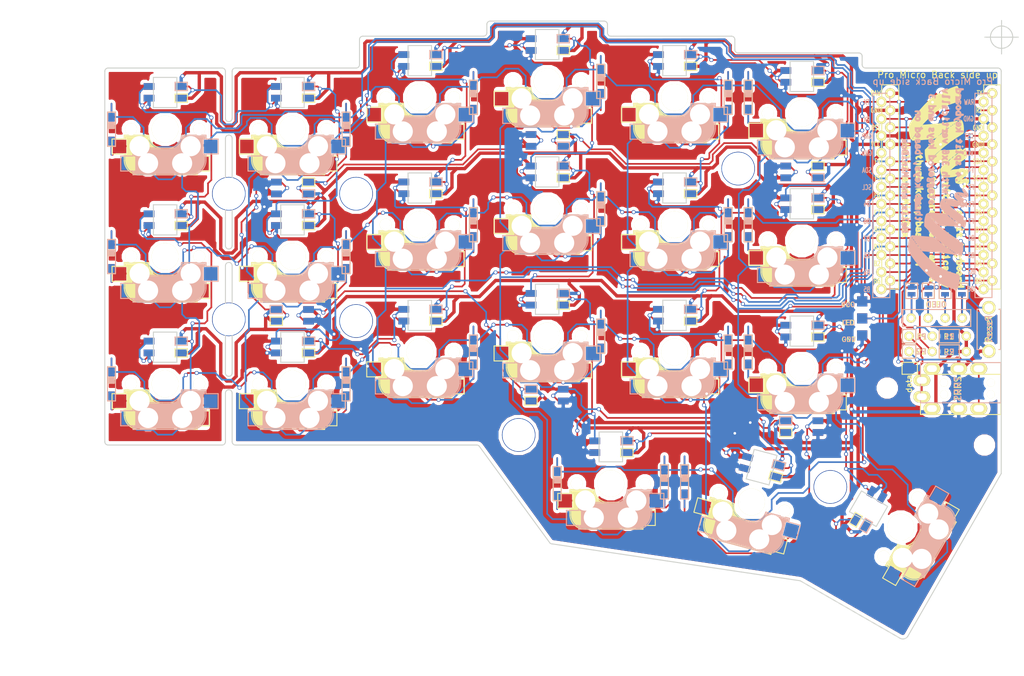
<source format=kicad_pcb>
(kicad_pcb (version 4) (host pcbnew 4.0.7)
  (title_block (title Crkbd) (date 2018/05/15) (rev 1.1) (company foostan))
  (layers (0 F.Cu signal) (31 B.Cu signal) (34 B.Paste user) (35 F.Paste user) (36 B.SilkS user) (37 F.SilkS user) (38 B.Mask user) (39 F.Mask user) (44 Edge.Cuts user))
  (net 0 "")
  (net 1 row0)
  (net 2 "Net-(D1-Pad2)")
  (net 3 row1)
  (net 4 "Net-(D2-Pad2)")
  (net 5 row2)
  (net 6 "Net-(D3-Pad2)")
  (net 7 row3)
  (net 8 "Net-(D4-Pad2)")
  (net 9 "Net-(D5-Pad2)")
  (net 10 "Net-(D6-Pad2)")
  (net 11 "Net-(D7-Pad2)")
  (net 12 "Net-(D8-Pad2)")
  (net 13 "Net-(D9-Pad2)")
  (net 14 "Net-(D10-Pad2)")
  (net 15 "Net-(D11-Pad2)")
  (net 16 "Net-(D12-Pad2)")
  (net 17 "Net-(D13-Pad2)")
  (net 18 "Net-(D14-Pad2)")
  (net 19 "Net-(D15-Pad2)")
  (net 20 "Net-(D16-Pad2)")
  (net 21 "Net-(D17-Pad2)")
  (net 22 "Net-(D18-Pad2)")
  (net 23 "Net-(D19-Pad2)")
  (net 24 "Net-(D20-Pad2)")
  (net 25 "Net-(D21-Pad2)")
  (net 26 GND)
  (net 27 VCC)
  (net 28 col0)
  (net 29 col1)
  (net 30 col2)
  (net 31 col3)
  (net 32 col4)
  (net 33 col5)
  (net 34 LED)
  (net 35 data)
  (net 36 "Net-(L1-Pad3)")
  (net 37 "Net-(L1-Pad1)")
  (net 38 "Net-(L3-Pad3)")
  (net 39 "Net-(L10-Pad1)")
  (net 40 "Net-(L11-Pad1)")
  (net 41 "Net-(L13-Pad1)")
  (net 42 "Net-(L14-Pad3)")
  (net 43 "Net-(L10-Pad3)")
  (net 44 "Net-(L12-Pad1)")
  (net 45 "Net-(L13-Pad3)")
  (net 46 "Net-(L15-Pad3)")
  (net 47 "Net-(L16-Pad3)")
  (net 48 reset)
  (net 49 SCL)
  (net 50 SDA)
  (net 51 "Net-(L5-Pad3)")
  (net 52 "Net-(U1-Pad14)")
  (net 53 "Net-(U1-Pad13)")
  (net 54 "Net-(U1-Pad12)")
  (net 55 "Net-(U1-Pad11)")
  (net 56 "Net-(J2-Pad1)")
  (net 57 "Net-(J2-Pad2)")
  (net 58 "Net-(J2-Pad3)")
  (net 59 "Net-(J2-Pad4)")
  (net 60 "Net-(L2-Pad3)")
  (net 61 "Net-(L3-Pad1)")
  (net 62 "Net-(L11-Pad3)")
  (net 63 "Net-(L14-Pad1)")
  (net 64 "Net-(L12-Pad3)")
  (net 65 "Net-(L17-Pad1)")
  (net 66 "Net-(L18-Pad3)")
  (net 67 "Net-(L19-Pad3)")
  (net 68 "Net-(J1-PadA)")
  (net 69 "Net-(J1-PadB)")
  (net 70 "Net-(U1-Pad24)")
  (net 71 "Net-(L21-Pad3)")
  (net 72 "Net-(L22-Pad3)")
  (net 73 "Net-(L22-Pad1)")
  (net 74 "Net-(L23-Pad3)")
  (net 75 "Net-(L25-Pad1)")
  (net 76 "Net-(L26-Pad1)")
  (module kbd:R (layer F.Cu) (at 187 108 180)
    (fp_text reference R1 (at 0.05 -0.08 180) (layer F.SilkS) (effects (font (size 0.8128 0.8128))))
    (fp_text value R hide)
    (fp_text user R1 (at 0 -0.0635 180) (layer B.SilkS) (effects (font (size 0.8128 0.8128)) (justify mirror)))
    (pad 1 thru_hole circle (at -2.54 0 180) (size 1.397 1.397) (drill 0.8128) (layers *.Cu *.Mask F.SilkS) (net 27 VCC))
    (pad 2 thru_hole circle (at 2.54 0 180) (size 1.397 1.397) (drill 0.8128) (layers *.Cu *.Mask F.SilkS) (net 50 SDA))
  )
  (module kbd:R (layer F.Cu) (at 187 110.3 180)
    (fp_text reference R2 (at 0.05 -0.08 180) (layer F.SilkS) (effects (font (size 0.8128 0.8128))))
    (fp_text value R hide)
    (fp_text user R2 (at 0 -0.0635 180) (layer B.SilkS) (effects (font (size 0.8128 0.8128)) (justify mirror)))
    (pad 1 thru_hole circle (at -2.54 0 180) (size 1.397 1.397) (drill 0.8128) (layers *.Cu *.Mask F.SilkS) (net 27 VCC))
    (pad 2 thru_hole circle (at 2.54 0 180) (size 1.397 1.397) (drill 0.8128) (layers *.Cu *.Mask F.SilkS) (net 49 SCL))
  )
  (module kbd:Jumper (layer F.Cu) (at 188.875 101.25 270)
    (fp_text reference JP2 hide)
    (fp_text value " " (at -2.25 -0.125 270) (layer F.SilkS) (effects (font (size 0.8128 0.8128))))
    (pad 1 smd rect (at -0.50038 0 270) (size 0.635 1.143) (layers F.Cu F.Paste F.Mask) (net 26 GND) (clearance 0.1905))
    (pad 2 smd rect (at 0.50038 0 270) (size 0.635 1.143) (layers F.Cu F.Paste F.Mask) (net 59 "Net-(J2-Pad4)") (clearance 0.1905))
  )
  (module kbd:Jumper (layer F.Cu) (at 186.375 101.25 270)
    (fp_text reference JP3 hide)
    (fp_text value " " (at -2.25 0.125 270) (layer F.SilkS) (effects (font (size 0.8128 0.8128))))
    (pad 1 smd rect (at -0.50038 0 270) (size 0.635 1.143) (layers F.Cu F.Paste F.Mask) (net 27 VCC) (clearance 0.1905))
    (pad 2 smd rect (at 0.50038 0 270) (size 0.635 1.143) (layers F.Cu F.Paste F.Mask) (net 58 "Net-(J2-Pad3)") (clearance 0.1905))
  )
  (module kbd:Jumper (layer F.Cu) (at 183.875 101.25 270)
    (fp_text reference JP4 hide)
    (fp_text value " " (at -2.5 -0.125 270) (layer F.SilkS) (effects (font (size 0.8128 0.8128))))
    (pad 1 smd rect (at -0.50038 0 270) (size 0.635 1.143) (layers F.Cu F.Paste F.Mask) (net 49 SCL) (clearance 0.1905))
    (pad 2 smd rect (at 0.50038 0 270) (size 0.635 1.143) (layers F.Cu F.Paste F.Mask) (net 57 "Net-(J2-Pad2)") (clearance 0.1905))
  )
  (module kbd:Jumper (layer F.Cu) (at 181.375 101.25 270)
    (fp_text reference JP5 hide)
    (fp_text value " " (at -2.25 -0.125 270) (layer F.SilkS) (effects (font (size 0.8128 0.8128))))
    (pad 1 smd rect (at -0.50038 0 270) (size 0.635 1.143) (layers F.Cu F.Paste F.Mask) (net 50 SDA) (clearance 0.1905))
    (pad 2 smd rect (at 0.50038 0 270) (size 0.635 1.143) (layers F.Cu F.Paste F.Mask) (net 56 "Net-(J2-Pad1)") (clearance 0.1905))
  )
  (module kbd:Jumper (layer B.Cu) (at 188.875 101.25 270)
    (fp_text reference JP6 hide)
    (fp_text value " " (at -2.794 0 270) (layer B.SilkS) (effects (font (size 0.8128 0.8128)) (justify mirror)))
    (pad 1 smd rect (at -0.50038 0 270) (size 0.635 1.143) (layers B.Cu B.Paste B.Mask) (net 50 SDA) (clearance 0.1905))
    (pad 2 smd rect (at 0.50038 0 270) (size 0.635 1.143) (layers B.Cu B.Paste B.Mask) (net 59 "Net-(J2-Pad4)") (clearance 0.1905))
  )
  (module kbd:Jumper (layer B.Cu) (at 186.375 101.25 270)
    (fp_text reference JP7 hide)
    (fp_text value " " (at -2.794 0 270) (layer B.SilkS) (effects (font (size 0.8128 0.8128)) (justify mirror)))
    (pad 1 smd rect (at -0.50038 0 270) (size 0.635 1.143) (layers B.Cu B.Paste B.Mask) (net 49 SCL) (clearance 0.1905))
    (pad 2 smd rect (at 0.50038 0 270) (size 0.635 1.143) (layers B.Cu B.Paste B.Mask) (net 58 "Net-(J2-Pad3)") (clearance 0.1905))
  )
  (module kbd:Jumper (layer B.Cu) (at 183.875 101.25 270)
    (fp_text reference JP8 hide)
    (fp_text value " " (at -2.794 0 270) (layer B.SilkS) (effects (font (size 0.8128 0.8128)) (justify mirror)))
    (pad 1 smd rect (at -0.50038 0 270) (size 0.635 1.143) (layers B.Cu B.Paste B.Mask) (net 27 VCC) (clearance 0.1905))
    (pad 2 smd rect (at 0.50038 0 270) (size 0.635 1.143) (layers B.Cu B.Paste B.Mask) (net 57 "Net-(J2-Pad2)") (clearance 0.1905))
  )
  (module kbd:Jumper (layer B.Cu) (at 181.375 101.25 270)
    (fp_text reference JP9 hide)
    (fp_text value " " (at -2.794 0 270) (layer B.SilkS) (effects (font (size 0.8128 0.8128)) (justify mirror)))
    (pad 1 smd rect (at -0.50038 0 270) (size 0.635 1.143) (layers B.Cu B.Paste B.Mask) (net 26 GND) (clearance 0.1905))
    (pad 2 smd rect (at 0.50038 0 270) (size 0.635 1.143) (layers B.Cu B.Paste B.Mask) (net 56 "Net-(J2-Pad1)") (clearance 0.1905))
  )
  (module kbd:StripLED_rev (layer F.Cu) (at 174 107.9 180)
    (fp_text reference J3 hide)
    (fp_text value LED hide)
    (pad 3 smd rect (at 0 5.08 180) (size 1.524 1.524) (layers F.Cu F.Paste F.Mask) (net 27 VCC))
    (pad 2 smd rect (at 0 2.54 180) (size 1.524 1.524) (layers F.Cu F.Paste F.Mask) (net 34 LED))
    (pad 1 smd rect (at 0 0 180) (size 1.524 1.524) (layers F.Cu F.Paste F.Mask) (net 26 GND))
    (pad 1 smd rect (at 0 5.08 180) (size 1.524 1.524) (layers B.Cu B.Paste B.Mask) (net 26 GND))
    (pad 2 smd rect (at 0 2.54 180) (size 1.524 1.524) (layers B.Cu B.Paste B.Mask) (net 34 LED))
    (pad 3 smd rect (at 0 0 180) (size 1.524 1.524) (layers B.Cu B.Paste B.Mask) (net 27 VCC))
  )
  (module kbd:JPC2 (layer F.Cu) (at 181.1 112.8)
    (fp_text reference data (at -0.1 2.3 270) (layer F.SilkS) (effects (font (size 0.8128 0.8128) (thickness 0.1524))))
    (fp_text value " " hide)
    (pad 1 smd rect (at -0.50038 0) (size 0.635 1.143) (layers F.Cu F.Paste F.Mask) (net 35 data) (clearance 0.1905))
    (pad 2 smd rect (at 0.50038 0) (size 0.635 1.143) (layers F.Cu F.Paste F.Mask) (net 69 "Net-(J1-PadB)") (clearance 0.1905))
    (pad "" smd rect (at 0 0 90) (size 0.381 0.381) (layers F.Cu F.Paste F.Mask) (clearance 0.00254))
  )
  (module kbd:OLED (layer F.Cu) (at 181.3 105.3)
    (fp_text reference OLED (at 3.7 -2 180) (layer F.SilkS) (effects (font (size 0.8128 0.8128))))
    (fp_text value OLED hide)
    (pad 1 thru_hole circle (at 0 0) (size 1.397 1.397) (drill 0.8128) (layers *.Cu *.Mask F.SilkS) (net 56 "Net-(J2-Pad1)"))
    (pad 2 thru_hole circle (at 2.54 0) (size 1.397 1.397) (drill 0.8128) (layers *.Cu *.Mask F.SilkS) (net 57 "Net-(J2-Pad2)"))
    (pad 3 thru_hole circle (at 5.08 0) (size 1.397 1.397) (drill 0.8128) (layers *.Cu *.Mask F.SilkS) (net 58 "Net-(J2-Pad3)"))
    (pad 4 thru_hole circle (at 7.62 0) (size 1.397 1.397) (drill 0.8128) (layers *.Cu *.Mask F.SilkS) (net 59 "Net-(J2-Pad4)"))
  )
  (module kbd:ProMicro_v2 (layer F.Cu) (at 185.75 86.25)
    (fp_text reference U1 hide)
    (fp_text value ProMicro hide)
    (fp_text user RAW (at 4.191 -13.1445) (layer B.SilkS) (effects (font (size 0.75 0.5) (thickness 0.125)) (justify mirror)))
    (fp_text user TX (at -11.049 -13.1445) (layer B.SilkS) (effects (font (size 0.75 0.5) (thickness 0.125)) (justify mirror)))
    (fp_text user GND (at 4.1275 -10.668) (layer B.SilkS) (effects (font (size 0.75 0.5) (thickness 0.125)) (justify mirror)))
    (fp_text user RX (at -11.049 -10.541) (layer B.SilkS) (effects (font (size 0.75 0.5) (thickness 0.125)) (justify mirror)))
    (fp_text user RST (at 4.191 -8.0645) (layer B.SilkS) (effects (font (size 0.75 0.5) (thickness 0.125)) (justify mirror)))
    (fp_text user GND (at -11.049 -8.0645) (layer B.SilkS) (effects (font (size 0.75 0.5) (thickness 0.125)) (justify mirror)))
    (fp_text user VCC (at 4.1275 -5.5245) (layer B.SilkS) (effects (font (size 0.75 0.5) (thickness 0.125)) (justify mirror)))
    (fp_text user GND (at -11.049 -5.5245) (layer B.SilkS) (effects (font (size 0.75 0.5) (thickness 0.125)) (justify mirror)))
    (fp_text user F7 (at 4.5085 4.6355) (layer B.SilkS) (effects (font (size 0.75 0.5) (thickness 0.125)) (justify mirror)))
    (fp_text user D4 (at -11.049 2.032) (layer B.SilkS) (effects (font (size 0.75 0.5) (thickness 0.125)) (justify mirror)))
    (fp_text user F6 (at 4.5085 2.0955) (layer B.SilkS) (effects (font (size 0.75 0.5) (thickness 0.125)) (justify mirror)))
    (fp_text user SCL (at -11.049 -0.4445) (layer B.SilkS) (effects (font (size 0.75 0.5) (thickness 0.125)) (justify mirror)))
    (fp_text user F5 (at 4.5085 -0.4445) (layer B.SilkS) (effects (font (size 0.75 0.5) (thickness 0.125)) (justify mirror)))
    (fp_text user SDA (at -11.049 -2.9845) (layer B.SilkS) (effects (font (size 0.75 0.5) (thickness 0.125)) (justify mirror)))
    (fp_text user F4 (at 4.445 -2.9845) (layer B.SilkS) (effects (font (size 0.75 0.5) (thickness 0.125)) (justify mirror)))
    (fp_text user B6 (at 4.445 14.732) (layer B.SilkS) (effects (font (size 0.75 0.5) (thickness 0.125)) (justify mirror)))
    (fp_text user B5 (at -11.049 14.7955) (layer B.SilkS) (effects (font (size 0.75 0.5) (thickness 0.125)) (justify mirror)))
    (fp_text user B4 (at -11.049 12.2555) (layer B.SilkS) (effects (font (size 0.75 0.5) (thickness 0.125)) (justify mirror)))
    (fp_text user B2 (at 4.5085 12.1285) (layer B.SilkS) (effects (font (size 0.75 0.5) (thickness 0.125)) (justify mirror)))
    (fp_text user E6 (at -11.049 9.7155) (layer B.SilkS) (effects (font (size 0.75 0.5) (thickness 0.125)) (justify mirror)))
    (fp_text user B3 (at 4.5085 9.7155) (layer B.SilkS) (effects (font (size 0.75 0.5) (thickness 0.125)) (justify mirror)))
    (fp_text user D7 (at -11.049 7.239) (layer B.SilkS) (effects (font (size 0.75 0.5) (thickness 0.125)) (justify mirror)))
    (fp_text user B1 (at 4.5085 7.112) (layer B.SilkS) (effects (font (size 0.75 0.5) (thickness 0.125)) (justify mirror)))
    (fp_text user D6 (at -11.049 4.6355) (layer B.SilkS) (effects (font (size 0.75 0.5) (thickness 0.125)) (justify mirror)))
    (fp_text user D6 (at 5.6515 3.302) (layer F.SilkS) (effects (font (size 0.75 0.5) (thickness 0.125))))
    (fp_text user B1 (at -9.4615 5.842) (layer F.SilkS) (effects (font (size 0.75 0.5) (thickness 0.125))))
    (fp_text user D7 (at 5.6515 5.9055) (layer F.SilkS) (effects (font (size 0.75 0.5) (thickness 0.125))))
    (fp_text user B3 (at -9.525 8.4455) (layer F.SilkS) (effects (font (size 0.75 0.5) (thickness 0.125))))
    (fp_text user E6 (at 5.588 8.4455) (layer F.SilkS) (effects (font (size 0.75 0.5) (thickness 0.125))))
    (fp_text user B2 (at -9.525 10.922) (layer F.SilkS) (effects (font (size 0.75 0.5) (thickness 0.125))))
    (fp_text user B4 (at 5.6515 10.922) (layer F.SilkS) (effects (font (size 0.75 0.5) (thickness 0.125))))
    (fp_text user B5 (at 5.6515 13.5255) (layer F.SilkS) (effects (font (size 0.75 0.5) (thickness 0.125))))
    (fp_text user B6 (at -9.525 13.5255) (layer F.SilkS) (effects (font (size 0.75 0.5) (thickness 0.125))))
    (fp_text user F4 (at -9.4615 -4.318) (layer F.SilkS) (effects (font (size 0.75 0.5) (thickness 0.125))))
    (fp_text user SDA (at 5.461 -4.318) (layer F.SilkS) (effects (font (size 0.75 0.5) (thickness 0.125))))
    (fp_text user F5 (at -9.4615 -1.778) (layer F.SilkS) (effects (font (size 0.75 0.5) (thickness 0.125))))
    (fp_text user SCL (at 5.461 -1.778) (layer F.SilkS) (effects (font (size 0.75 0.5) (thickness 0.125))))
    (fp_text user F6 (at -9.525 0.762) (layer F.SilkS) (effects (font (size 0.75 0.5) (thickness 0.125))))
    (fp_text user D4 (at 5.588 0.8255) (layer F.SilkS) (effects (font (size 0.75 0.5) (thickness 0.125))))
    (fp_text user F7 (at -9.525 3.3655) (layer F.SilkS) (effects (font (size 0.75 0.5) (thickness 0.125))))
    (fp_text user GND (at 5.461 -6.7945) (layer F.SilkS) (effects (font (size 0.75 0.5) (thickness 0.125))))
    (fp_text user VCC (at -9.7155 -6.858) (layer F.SilkS) (effects (font (size 0.75 0.5) (thickness 0.125))))
    (fp_text user GND (at 5.5245 -9.3345) (layer F.SilkS) (effects (font (size 0.75 0.5) (thickness 0.125))))
    (fp_text user RST (at -9.7155 -9.3345) (layer F.SilkS) (effects (font (size 0.75 0.5) (thickness 0.125))))
    (fp_text user RX (at 5.715 -11.938) (layer F.SilkS) (effects (font (size 0.75 0.5) (thickness 0.125))))
    (fp_text user GND (at -9.7155 -11.938) (layer F.SilkS) (effects (font (size 0.75 0.5) (thickness 0.125))))
    (fp_text user TX (at 5.7785 -14.478) (layer F.SilkS) (effects (font (size 0.75 0.5) (thickness 0.125))))
    (fp_text user RAW (at -9.7155 -14.478) (layer F.SilkS) (effects (font (size 0.75 0.5) (thickness 0.125))))
    (fp_text user "Pro Micro Back side up" (at -1.2065 -16.256) (layer B.SilkS) (effects (justify mirror)))
    (fp_text user "Pro Micro Back side up" (at -0.5 -17.25) (layer F.SilkS))
    (pad 24 thru_hole circle (at -7.5636 -14.478) (size 1.524 1.524) (drill 0.8128) (layers *.Cu *.Mask F.SilkS) (net 70 "Net-(U1-Pad24)"))
    (pad 23 thru_hole circle (at -7.5636 -11.938) (size 1.524 1.524) (drill 0.8128) (layers *.Cu *.Mask F.SilkS) (net 26 GND))
    (pad 22 thru_hole circle (at -7.5636 -9.398) (size 1.524 1.524) (drill 0.8128) (layers *.Cu *.Mask F.SilkS) (net 48 reset))
    (pad 21 thru_hole circle (at -7.5636 -6.858) (size 1.524 1.524) (drill 0.8128) (layers *.Cu *.Mask F.SilkS) (net 27 VCC))
    (pad 20 thru_hole circle (at -7.5636 -4.318) (size 1.524 1.524) (drill 0.8128) (layers *.Cu *.Mask F.SilkS) (net 28 col0))
    (pad 19 thru_hole circle (at -7.5636 -1.778) (size 1.524 1.524) (drill 0.8128) (layers *.Cu *.Mask F.SilkS) (net 29 col1))
    (pad 18 thru_hole circle (at -7.5636 0.762) (size 1.524 1.524) (drill 0.8128) (layers *.Cu *.Mask F.SilkS) (net 30 col2))
    (pad 17 thru_hole circle (at -7.5636 3.302) (size 1.524 1.524) (drill 0.8128) (layers *.Cu *.Mask F.SilkS) (net 31 col3))
    (pad 16 thru_hole circle (at -7.5636 5.842) (size 1.524 1.524) (drill 0.8128) (layers *.Cu *.Mask F.SilkS) (net 32 col4))
    (pad 15 thru_hole circle (at -7.5636 8.382) (size 1.524 1.524) (drill 0.8128) (layers *.Cu *.Mask F.SilkS) (net 33 col5))
    (pad 14 thru_hole circle (at -7.5636 10.922) (size 1.524 1.524) (drill 0.8128) (layers *.Cu *.Mask F.SilkS) (net 52 "Net-(U1-Pad14)"))
    (pad 13 thru_hole circle (at -7.5636 13.462) (size 1.524 1.524) (drill 0.8128) (layers *.Cu *.Mask F.SilkS) (net 53 "Net-(U1-Pad13)"))
    (pad 12 thru_hole circle (at 7.6564 13.462) (size 1.524 1.524) (drill 0.8128) (layers *.Cu *.Mask F.SilkS) (net 54 "Net-(U1-Pad12)"))
    (pad 11 thru_hole circle (at 7.6564 10.922) (size 1.524 1.524) (drill 0.8128) (layers *.Cu *.Mask F.SilkS) (net 55 "Net-(U1-Pad11)"))
    (pad 10 thru_hole circle (at 7.6564 8.382) (size 1.524 1.524) (drill 0.8128) (layers *.Cu *.Mask F.SilkS) (net 7 row3))
    (pad 9 thru_hole circle (at 7.6564 5.842) (size 1.524 1.524) (drill 0.8128) (layers *.Cu *.Mask F.SilkS) (net 5 row2))
    (pad 8 thru_hole circle (at 7.6564 3.302) (size 1.524 1.524) (drill 0.8128) (layers *.Cu *.Mask F.SilkS) (net 3 row1))
    (pad 7 thru_hole circle (at 7.6564 0.762) (size 1.524 1.524) (drill 0.8128) (layers *.Cu *.Mask F.SilkS) (net 1 row0))
    (pad 6 thru_hole circle (at 7.6564 -1.778) (size 1.524 1.524) (drill 0.8128) (layers *.Cu *.Mask F.SilkS) (net 49 SCL))
    (pad 5 thru_hole circle (at 7.6564 -4.318) (size 1.524 1.524) (drill 0.8128) (layers *.Cu *.Mask F.SilkS) (net 50 SDA))
    (pad 4 thru_hole circle (at 7.6564 -6.858) (size 1.524 1.524) (drill 0.8128) (layers *.Cu *.Mask F.SilkS) (net 26 GND))
    (pad 3 thru_hole circle (at 7.6564 -9.398) (size 1.524 1.524) (drill 0.8128) (layers *.Cu *.Mask F.SilkS) (net 26 GND))
    (pad 2 thru_hole circle (at 7.6564 -11.938) (size 1.524 1.524) (drill 0.8128) (layers *.Cu *.Mask F.SilkS) (net 35 data))
    (pad 1 thru_hole circle (at 7.6564 -14.478) (size 1.524 1.524) (drill 0.8128) (layers *.Cu *.Mask F.SilkS) (net 34 LED))
    (pad 1 thru_hole circle (at -8.89 -13.208) (size 1.524 1.524) (drill 0.8128) (layers *.Cu *.Mask F.SilkS) (net 34 LED))
    (pad 2 thru_hole circle (at -8.89 -10.668) (size 1.524 1.524) (drill 0.8128) (layers *.Cu *.Mask F.SilkS) (net 35 data))
    (pad 3 thru_hole circle (at -8.89 -8.128) (size 1.524 1.524) (drill 0.8128) (layers *.Cu *.Mask F.SilkS) (net 26 GND))
    (pad 4 thru_hole circle (at -8.89 -5.588) (size 1.524 1.524) (drill 0.8128) (layers *.Cu *.Mask F.SilkS) (net 26 GND))
    (pad 5 thru_hole circle (at -8.89 -3.048) (size 1.524 1.524) (drill 0.8128) (layers *.Cu *.Mask F.SilkS) (net 50 SDA))
    (pad 6 thru_hole circle (at -8.89 -0.508) (size 1.524 1.524) (drill 0.8128) (layers *.Cu *.Mask F.SilkS) (net 49 SCL))
    (pad 7 thru_hole circle (at -8.89 2.032) (size 1.524 1.524) (drill 0.8128) (layers *.Cu *.Mask F.SilkS) (net 1 row0))
    (pad 8 thru_hole circle (at -8.89 4.572) (size 1.524 1.524) (drill 0.8128) (layers *.Cu *.Mask F.SilkS) (net 3 row1))
    (pad 9 thru_hole circle (at -8.89 7.112) (size 1.524 1.524) (drill 0.8128) (layers *.Cu *.Mask F.SilkS) (net 5 row2))
    (pad 10 thru_hole circle (at -8.89 9.652) (size 1.524 1.524) (drill 0.8128) (layers *.Cu *.Mask F.SilkS) (net 7 row3))
    (pad 11 thru_hole circle (at -8.89 12.192) (size 1.524 1.524) (drill 0.8128) (layers *.Cu *.Mask F.SilkS) (net 55 "Net-(U1-Pad11)"))
    (pad 12 thru_hole circle (at -8.89 14.732) (size 1.524 1.524) (drill 0.8128) (layers *.Cu *.Mask F.SilkS) (net 54 "Net-(U1-Pad12)"))
    (pad 13 thru_hole circle (at 6.35 14.732) (size 1.524 1.524) (drill 0.8128) (layers *.Cu *.Mask F.SilkS) (net 53 "Net-(U1-Pad13)"))
    (pad 14 thru_hole circle (at 6.35 12.192) (size 1.524 1.524) (drill 0.8128) (layers *.Cu *.Mask F.SilkS) (net 52 "Net-(U1-Pad14)"))
    (pad 15 thru_hole circle (at 6.35 9.652) (size 1.524 1.524) (drill 0.8128) (layers *.Cu *.Mask F.SilkS) (net 33 col5))
    (pad 16 thru_hole circle (at 6.35 7.112) (size 1.524 1.524) (drill 0.8128) (layers *.Cu *.Mask F.SilkS) (net 32 col4))
    (pad 17 thru_hole circle (at 6.35 4.572) (size 1.524 1.524) (drill 0.8128) (layers *.Cu *.Mask F.SilkS) (net 31 col3))
    (pad 18 thru_hole circle (at 6.35 2.032) (size 1.524 1.524) (drill 0.8128) (layers *.Cu *.Mask F.SilkS) (net 30 col2))
    (pad 19 thru_hole circle (at 6.35 -0.508) (size 1.524 1.524) (drill 0.8128) (layers *.Cu *.Mask F.SilkS) (net 29 col1))
    (pad 20 thru_hole circle (at 6.35 -3.048) (size 1.524 1.524) (drill 0.8128) (layers *.Cu *.Mask F.SilkS) (net 28 col0))
    (pad 21 thru_hole circle (at 6.35 -5.588) (size 1.524 1.524) (drill 0.8128) (layers *.Cu *.Mask F.SilkS) (net 27 VCC))
    (pad 22 thru_hole circle (at 6.35 -8.128) (size 1.524 1.524) (drill 0.8128) (layers *.Cu *.Mask F.SilkS) (net 48 reset))
    (pad 23 thru_hole circle (at 6.35 -10.668) (size 1.524 1.524) (drill 0.8128) (layers *.Cu *.Mask F.SilkS) (net 26 GND))
    (pad 24 thru_hole circle (at 6.35 -13.208) (size 1.524 1.524) (drill 0.8128) (layers *.Cu *.Mask F.SilkS) (net 70 "Net-(U1-Pad24)"))
  )
  (module kbd:LEGO_HOLE (layer F.Cu) (at 79.5 105.5)
    (fp_text reference "" (at 0 -3.2) (layer F.SilkS))
    (fp_text value "")
    (pad "" thru_hole circle (at 0 0) (size 5 5) (drill 4.8) (layers *.Cu *.Mask))
  )
  (module kbd:LEGO_HOLE (layer F.Cu) (at 177.75 115.75)
    (fp_text reference "" (at 0 -3.2) (layer F.SilkS))
    (fp_text value "")
    (pad "" np_thru_hole circle (at 0 0) (size 2.2 2.2) (drill 2.2) (layers *.Cu *.Mask))
  )
  (module kbd:LEGO_HOLE (layer F.Cu) (at 192.25 124.25)
    (fp_text reference "" (at 0 -3.2) (layer F.SilkS))
    (fp_text value "")
    (pad "" np_thru_hole circle (at 0 0) (size 2.2 2.2) (drill 2.2) (layers *.Cu *.Mask))
  )
  (module kbd:LEGO_HOLE (layer F.Cu) (at 79.5 86.75)
    (fp_text reference "" (at 0 -3.2) (layer F.SilkS))
    (fp_text value "")
    (pad "" thru_hole circle (at 0 0) (size 5 5) (drill 4.8) (layers *.Cu *.Mask))
  )
  (module kbd:LEGO_HOLE (layer F.Cu) (at 98.5 86.75)
    (fp_text reference "" (at 0 -3.2) (layer F.SilkS))
    (fp_text value "")
    (pad "" thru_hole circle (at 0 0) (size 5 5) (drill 4.8) (layers *.Cu *.Mask))
  )
  (module kbd:LEGO_HOLE (layer F.Cu) (at 98.5 105.75)
    (fp_text reference "" (at 0 -3.2) (layer F.SilkS))
    (fp_text value "")
    (pad "" thru_hole circle (at 0 0) (size 5 5) (drill 4.8) (layers *.Cu *.Mask))
  )
  (module kbd:LEGO_HOLE (layer F.Cu) (at 155.5 83)
    (fp_text reference "" (at 0 -3.2) (layer F.SilkS))
    (fp_text value "")
    (pad "" thru_hole circle (at 0 0) (size 5 5) (drill 4.8) (layers *.Cu *.Mask))
  )
  (module kbd:LEGO_HOLE (layer F.Cu) (at 122.75 122.75)
    (fp_text reference "" (at 0 -3.2) (layer F.SilkS))
    (fp_text value "")
    (pad "" thru_hole circle (at 0 0) (size 5 5) (drill 4.8) (layers *.Cu *.Mask))
  )
  (module kbd:LEGO_HOLE (layer F.Cu) (at 169.25 130.5)
    (fp_text reference "" (at 0 -3.2) (layer F.SilkS))
    (fp_text value "")
    (pad "" thru_hole circle (at 0 0) (size 5 5) (drill 4.8) (layers *.Cu *.Mask))
  )
  (module kbd:1pin_conn (layer F.Cu) (at 181 108)
    (fp_text reference P1 (at 1.9 0.1) (layer F.SilkS) (effects (font (size 0.8128 0.8128))))
    (fp_text value i2c-pin hide)
    (fp_text user P1 (at 1.8 0.1) (layer B.SilkS) (effects (font (size 0.8128 0.8128)) (justify mirror)))
    (pad 1 thru_hole circle (at 0 0) (size 1.397 1.397) (drill 0.8128) (layers *.Cu *.Mask F.SilkS) (net 68 "Net-(J1-PadA)"))
  )
  (module kbd:1pin_conn (layer F.Cu) (at 181 110.3)
    (fp_text reference P2 (at 1.8 0) (layer F.SilkS) (effects (font (size 0.8128 0.8128))))
    (fp_text value i2c-pin hide)
    (fp_text user P2 (at 1.8 0) (layer B.SilkS) (effects (font (size 0.8128 0.8128)) (justify mirror)))
    (pad 1 thru_hole circle (at 0 0) (size 1.397 1.397) (drill 0.8128) (layers *.Cu *.Mask F.SilkS) (net 69 "Net-(J1-PadB)"))
  )
  (module kbd:ResetSW (layer F.Cu) (at 192.9 107 90)
    (fp_text reference RSW1 hide)
    (fp_text value Reset (at 0 0 90) (layer F.SilkS))
    (fp_text user Reset (at 0.127 0 90) (layer B.SilkS) (effects (justify mirror)))
    (pad 1 thru_hole circle (at 3.25 0 90) (size 2 2) (drill 1.3) (layers *.Cu *.Mask F.SilkS) (net 48 reset))
    (pad 2 thru_hole circle (at -3.25 0 90) (size 2 2) (drill 1.3) (layers *.Cu *.Mask F.SilkS) (net 26 GND))
  )
  (module kbd:MJ-4PP-9 (layer F.Cu) (at 194.7 116.7 270)
    (fp_text reference TRRS (at -0.889 6.4135 270) (layer F.SilkS))
    (fp_text value MJ-4PP-9 hide)
    (fp_text user TRRS (at -0.8255 6.4135 270) (layer B.SilkS) (effects (justify mirror)))
    (pad "" np_thru_hole circle (at -1.75 8.5 270) (size 1.2 1.2) (drill 1.2) (layers *.Cu *.Mask F.SilkS))
    (pad "" np_thru_hole circle (at -1.75 1.5 270) (size 1.2 1.2) (drill 1.2) (layers *.Cu *.Mask F.SilkS))
    (pad D thru_hole oval (at -3.85 10.3 270) (size 1.7 2.5) (drill oval 1 1.5) (layers *.Cu *.Mask F.SilkS) (net 27 VCC) (clearance 0.15))
    (pad A thru_hole oval (at 0.35 11.8 270) (size 1.7 2.5) (drill oval 1 1.5) (layers *.Cu *.Mask F.SilkS) (net 68 "Net-(J1-PadA)") (clearance 0.15))
    (pad B thru_hole oval (at -3.85 3.3 270) (size 1.7 2.5) (drill oval 1 1.5) (layers *.Cu *.Mask F.SilkS) (net 69 "Net-(J1-PadB)"))
    (pad C thru_hole oval (at -3.85 6.3 270) (size 1.7 2.5) (drill oval 1 1.5) (layers *.Cu *.Mask F.SilkS) (net 26 GND))
    (pad "" np_thru_hole circle (at 0 1.5 270) (size 1.2 1.2) (drill 1.2) (layers *.Cu *.Mask F.SilkS))
    (pad "" np_thru_hole circle (at 0 8.5 270) (size 1.2 1.2) (drill 1.2) (layers *.Cu *.Mask F.SilkS))
    (pad B thru_hole oval (at 2.1 3.3 270) (size 1.7 2.5) (drill oval 1 1.5) (layers *.Cu *.Mask F.SilkS) (net 69 "Net-(J1-PadB)"))
    (pad C thru_hole oval (at 2.1 6.3 270) (size 1.7 2.5) (drill oval 1 1.5) (layers *.Cu *.Mask F.SilkS) (net 26 GND))
    (pad D thru_hole oval (at 2.1 10.3 270) (size 1.7 2.5) (drill oval 1 1.5) (layers *.Cu *.Mask F.SilkS) (net 27 VCC) (clearance 0.15))
    (pad A thru_hole oval (at -2.1 11.8 270) (size 1.7 2.5) (drill oval 1 1.5) (layers *.Cu *.Mask F.SilkS) (net 68 "Net-(J1-PadA)") (clearance 0.15))
  )
  (module kbd:corne_logo_text (layer B.Cu) (at 184.1 85.9)
    (fp_text reference G*** hide)
    (fp_text value LOGO hide)
  )
  (module kbd:corne_logo_text (layer F.Cu) (at 184.2 85.9)
    (fp_text reference G*** hide)
    (fp_text value LOGO hide)
  )
  (module kbd:D3_SMD (layer F.Cu) (at 154 110.375 270)
    (fp_text reference D17 hide)
    (fp_text value D hide)
    (pad 1 smd rect (at -1.775 0 270) (size 1.3 0.95) (layers F.Cu F.Paste F.Mask) (net 5 row2))
    (pad 2 smd rect (at 1.775 0 270) (size 1.3 0.95) (layers B.Cu B.Paste B.Mask) (net 21 "Net-(D17-Pad2)"))
    (pad 1 smd rect (at -1.775 0 270) (size 1.3 0.95) (layers B.Cu B.Paste B.Mask) (net 5 row2))
    (pad 2 smd rect (at 1.775 0 270) (size 1.3 0.95) (layers F.Cu F.Paste F.Mask) (net 21 "Net-(D17-Pad2)"))
  )
  (module kbd:D3_SMD (layer F.Cu) (at 147.5 129.75 270)
    (fp_text reference D21 hide)
    (fp_text value D hide)
    (pad 1 smd rect (at -1.775 0 270) (size 1.3 0.95) (layers F.Cu F.Paste F.Mask) (net 7 row3))
    (pad 2 smd rect (at 1.775 0 270) (size 1.3 0.95) (layers B.Cu B.Paste B.Mask) (net 25 "Net-(D21-Pad2)"))
    (pad 1 smd rect (at -1.775 0 270) (size 1.3 0.95) (layers B.Cu B.Paste B.Mask) (net 7 row3))
    (pad 2 smd rect (at 1.775 0 270) (size 1.3 0.95) (layers F.Cu F.Paste F.Mask) (net 25 "Net-(D21-Pad2)"))
  )
  (module kbd:D3_SMD (layer F.Cu) (at 144.5 129.75 270)
    (fp_text reference D20 hide)
    (fp_text value D hide)
    (pad 1 smd rect (at -1.775 0 270) (size 1.3 0.95) (layers F.Cu F.Paste F.Mask) (net 7 row3))
    (pad 2 smd rect (at 1.775 0 270) (size 1.3 0.95) (layers B.Cu B.Paste B.Mask) (net 24 "Net-(D20-Pad2)"))
    (pad 1 smd rect (at -1.775 0 270) (size 1.3 0.95) (layers B.Cu B.Paste B.Mask) (net 7 row3))
    (pad 2 smd rect (at 1.775 0 270) (size 1.3 0.95) (layers F.Cu F.Paste F.Mask) (net 24 "Net-(D20-Pad2)"))
  )
  (module kbd:D3_SMD (layer F.Cu) (at 128.5 130 270)
    (fp_text reference D19 hide)
    (fp_text value D hide)
    (pad 1 smd rect (at -1.775 0 270) (size 1.3 0.95) (layers F.Cu F.Paste F.Mask) (net 7 row3))
    (pad 2 smd rect (at 1.775 0 270) (size 1.3 0.95) (layers B.Cu B.Paste B.Mask) (net 23 "Net-(D19-Pad2)"))
    (pad 1 smd rect (at -1.775 0 270) (size 1.3 0.95) (layers B.Cu B.Paste B.Mask) (net 7 row3))
    (pad 2 smd rect (at 1.775 0 270) (size 1.3 0.95) (layers F.Cu F.Paste F.Mask) (net 23 "Net-(D19-Pad2)"))
  )
  (module kbd:D3_SMD (layer F.Cu) (at 157 110.375 270)
    (fp_text reference D18 hide)
    (fp_text value D hide)
    (pad 1 smd rect (at -1.775 0 270) (size 1.3 0.95) (layers F.Cu F.Paste F.Mask) (net 5 row2))
    (pad 2 smd rect (at 1.775 0 270) (size 1.3 0.95) (layers B.Cu B.Paste B.Mask) (net 22 "Net-(D18-Pad2)"))
    (pad 1 smd rect (at -1.775 0 270) (size 1.3 0.95) (layers B.Cu B.Paste B.Mask) (net 5 row2))
    (pad 2 smd rect (at 1.775 0 270) (size 1.3 0.95) (layers F.Cu F.Paste F.Mask) (net 22 "Net-(D18-Pad2)"))
  )
  (module kbd:D3_SMD (layer F.Cu) (at 135 108 270)
    (fp_text reference D16 hide)
    (fp_text value D hide)
    (pad 1 smd rect (at -1.775 0 270) (size 1.3 0.95) (layers F.Cu F.Paste F.Mask) (net 5 row2))
    (pad 2 smd rect (at 1.775 0 270) (size 1.3 0.95) (layers B.Cu B.Paste B.Mask) (net 20 "Net-(D16-Pad2)"))
    (pad 1 smd rect (at -1.775 0 270) (size 1.3 0.95) (layers B.Cu B.Paste B.Mask) (net 5 row2))
    (pad 2 smd rect (at 1.775 0 270) (size 1.3 0.95) (layers F.Cu F.Paste F.Mask) (net 20 "Net-(D16-Pad2)"))
  )
  (module kbd:D3_SMD (layer F.Cu) (at 116 110.375 270)
    (fp_text reference D15 hide)
    (fp_text value D hide)
    (pad 1 smd rect (at -1.775 0 270) (size 1.3 0.95) (layers F.Cu F.Paste F.Mask) (net 5 row2))
    (pad 2 smd rect (at 1.775 0 270) (size 1.3 0.95) (layers B.Cu B.Paste B.Mask) (net 19 "Net-(D15-Pad2)"))
    (pad 1 smd rect (at -1.775 0 270) (size 1.3 0.95) (layers B.Cu B.Paste B.Mask) (net 5 row2))
    (pad 2 smd rect (at 1.775 0 270) (size 1.3 0.95) (layers F.Cu F.Paste F.Mask) (net 19 "Net-(D15-Pad2)"))
  )
  (module kbd:D3_SMD (layer F.Cu) (at 97 115.125 270)
    (fp_text reference D14 hide)
    (fp_text value D hide)
    (pad 1 smd rect (at -1.775 0 270) (size 1.3 0.95) (layers F.Cu F.Paste F.Mask) (net 5 row2))
    (pad 2 smd rect (at 1.775 0 270) (size 1.3 0.95) (layers B.Cu B.Paste B.Mask) (net 18 "Net-(D14-Pad2)"))
    (pad 1 smd rect (at -1.775 0 270) (size 1.3 0.95) (layers B.Cu B.Paste B.Mask) (net 5 row2))
    (pad 2 smd rect (at 1.775 0 270) (size 1.3 0.95) (layers F.Cu F.Paste F.Mask) (net 18 "Net-(D14-Pad2)"))
  )
  (module kbd:D3_SMD (layer F.Cu) (at 62 115.125 270)
    (fp_text reference D13 hide)
    (fp_text value D hide)
    (pad 1 smd rect (at -1.775 0 270) (size 1.3 0.95) (layers F.Cu F.Paste F.Mask) (net 5 row2))
    (pad 2 smd rect (at 1.775 0 270) (size 1.3 0.95) (layers B.Cu B.Paste B.Mask) (net 17 "Net-(D13-Pad2)"))
    (pad 1 smd rect (at -1.775 0 270) (size 1.3 0.95) (layers B.Cu B.Paste B.Mask) (net 5 row2))
    (pad 2 smd rect (at 1.775 0 270) (size 1.3 0.95) (layers F.Cu F.Paste F.Mask) (net 17 "Net-(D13-Pad2)"))
  )
  (module kbd:D3_SMD (layer F.Cu) (at 157 91.375 270)
    (fp_text reference D12 hide)
    (fp_text value D hide)
    (pad 1 smd rect (at -1.775 0 270) (size 1.3 0.95) (layers F.Cu F.Paste F.Mask) (net 3 row1))
    (pad 2 smd rect (at 1.775 0 270) (size 1.3 0.95) (layers B.Cu B.Paste B.Mask) (net 16 "Net-(D12-Pad2)"))
    (pad 1 smd rect (at -1.775 0 270) (size 1.3 0.95) (layers B.Cu B.Paste B.Mask) (net 3 row1))
    (pad 2 smd rect (at 1.775 0 270) (size 1.3 0.95) (layers F.Cu F.Paste F.Mask) (net 16 "Net-(D12-Pad2)"))
  )
  (module kbd:D3_SMD (layer F.Cu) (at 154 91.375 270)
    (fp_text reference D11 hide)
    (fp_text value D hide)
    (pad 1 smd rect (at -1.775 0 270) (size 1.3 0.95) (layers F.Cu F.Paste F.Mask) (net 3 row1))
    (pad 2 smd rect (at 1.775 0 270) (size 1.3 0.95) (layers B.Cu B.Paste B.Mask) (net 15 "Net-(D11-Pad2)"))
    (pad 1 smd rect (at -1.775 0 270) (size 1.3 0.95) (layers B.Cu B.Paste B.Mask) (net 3 row1))
    (pad 2 smd rect (at 1.775 0 270) (size 1.3 0.95) (layers F.Cu F.Paste F.Mask) (net 15 "Net-(D11-Pad2)"))
  )
  (module kbd:D3_SMD (layer F.Cu) (at 135 89 270)
    (fp_text reference D10 hide)
    (fp_text value D hide)
    (pad 1 smd rect (at -1.775 0 270) (size 1.3 0.95) (layers F.Cu F.Paste F.Mask) (net 3 row1))
    (pad 2 smd rect (at 1.775 0 270) (size 1.3 0.95) (layers B.Cu B.Paste B.Mask) (net 14 "Net-(D10-Pad2)"))
    (pad 1 smd rect (at -1.775 0 270) (size 1.3 0.95) (layers B.Cu B.Paste B.Mask) (net 3 row1))
    (pad 2 smd rect (at 1.775 0 270) (size 1.3 0.95) (layers F.Cu F.Paste F.Mask) (net 14 "Net-(D10-Pad2)"))
  )
  (module kbd:D3_SMD (layer F.Cu) (at 116 91.375 270)
    (fp_text reference D9 hide)
    (fp_text value D hide)
    (pad 1 smd rect (at -1.775 0 270) (size 1.3 0.95) (layers F.Cu F.Paste F.Mask) (net 3 row1))
    (pad 2 smd rect (at 1.775 0 270) (size 1.3 0.95) (layers B.Cu B.Paste B.Mask) (net 13 "Net-(D9-Pad2)"))
    (pad 1 smd rect (at -1.775 0 270) (size 1.3 0.95) (layers B.Cu B.Paste B.Mask) (net 3 row1))
    (pad 2 smd rect (at 1.775 0 270) (size 1.3 0.95) (layers F.Cu F.Paste F.Mask) (net 13 "Net-(D9-Pad2)"))
  )
  (module kbd:D3_SMD (layer F.Cu) (at 97 96.125 270)
    (fp_text reference D8 hide)
    (fp_text value D hide)
    (pad 1 smd rect (at -1.775 0 270) (size 1.3 0.95) (layers F.Cu F.Paste F.Mask) (net 3 row1))
    (pad 2 smd rect (at 1.775 0 270) (size 1.3 0.95) (layers B.Cu B.Paste B.Mask) (net 12 "Net-(D8-Pad2)"))
    (pad 1 smd rect (at -1.775 0 270) (size 1.3 0.95) (layers B.Cu B.Paste B.Mask) (net 3 row1))
    (pad 2 smd rect (at 1.775 0 270) (size 1.3 0.95) (layers F.Cu F.Paste F.Mask) (net 12 "Net-(D8-Pad2)"))
  )
  (module kbd:D3_SMD (layer F.Cu) (at 62 96.125 270)
    (fp_text reference D7 hide)
    (fp_text value D hide)
    (pad 1 smd rect (at -1.775 0 270) (size 1.3 0.95) (layers F.Cu F.Paste F.Mask) (net 3 row1))
    (pad 2 smd rect (at 1.775 0 270) (size 1.3 0.95) (layers B.Cu B.Paste B.Mask) (net 11 "Net-(D7-Pad2)"))
    (pad 1 smd rect (at -1.775 0 270) (size 1.3 0.95) (layers B.Cu B.Paste B.Mask) (net 3 row1))
    (pad 2 smd rect (at 1.775 0 270) (size 1.3 0.95) (layers F.Cu F.Paste F.Mask) (net 11 "Net-(D7-Pad2)"))
  )
  (module kbd:D3_SMD (layer F.Cu) (at 157 72.375 270)
    (fp_text reference D6 hide)
    (fp_text value D hide)
    (pad 1 smd rect (at -1.775 0 270) (size 1.3 0.95) (layers F.Cu F.Paste F.Mask) (net 1 row0))
    (pad 2 smd rect (at 1.775 0 270) (size 1.3 0.95) (layers B.Cu B.Paste B.Mask) (net 10 "Net-(D6-Pad2)"))
    (pad 1 smd rect (at -1.775 0 270) (size 1.3 0.95) (layers B.Cu B.Paste B.Mask) (net 1 row0))
    (pad 2 smd rect (at 1.775 0 270) (size 1.3 0.95) (layers F.Cu F.Paste F.Mask) (net 10 "Net-(D6-Pad2)"))
  )
  (module kbd:D3_SMD (layer F.Cu) (at 154 72.375 270)
    (fp_text reference D5 hide)
    (fp_text value D hide)
    (pad 1 smd rect (at -1.775 0 270) (size 1.3 0.95) (layers F.Cu F.Paste F.Mask) (net 1 row0))
    (pad 2 smd rect (at 1.775 0 270) (size 1.3 0.95) (layers B.Cu B.Paste B.Mask) (net 9 "Net-(D5-Pad2)"))
    (pad 1 smd rect (at -1.775 0 270) (size 1.3 0.95) (layers B.Cu B.Paste B.Mask) (net 1 row0))
    (pad 2 smd rect (at 1.775 0 270) (size 1.3 0.95) (layers F.Cu F.Paste F.Mask) (net 9 "Net-(D5-Pad2)"))
  )
  (module kbd:D3_SMD (layer F.Cu) (at 135 70 270)
    (fp_text reference D4 hide)
    (fp_text value D hide)
    (pad 1 smd rect (at -1.775 0 270) (size 1.3 0.95) (layers F.Cu F.Paste F.Mask) (net 1 row0))
    (pad 2 smd rect (at 1.775 0 270) (size 1.3 0.95) (layers B.Cu B.Paste B.Mask) (net 8 "Net-(D4-Pad2)"))
    (pad 1 smd rect (at -1.775 0 270) (size 1.3 0.95) (layers B.Cu B.Paste B.Mask) (net 1 row0))
    (pad 2 smd rect (at 1.775 0 270) (size 1.3 0.95) (layers F.Cu F.Paste F.Mask) (net 8 "Net-(D4-Pad2)"))
  )
  (module kbd:D3_SMD (layer F.Cu) (at 116 72.375 270)
    (fp_text reference D3 hide)
    (fp_text value D hide)
    (pad 1 smd rect (at -1.775 0 270) (size 1.3 0.95) (layers F.Cu F.Paste F.Mask) (net 1 row0))
    (pad 2 smd rect (at 1.775 0 270) (size 1.3 0.95) (layers B.Cu B.Paste B.Mask) (net 6 "Net-(D3-Pad2)"))
    (pad 1 smd rect (at -1.775 0 270) (size 1.3 0.95) (layers B.Cu B.Paste B.Mask) (net 1 row0))
    (pad 2 smd rect (at 1.775 0 270) (size 1.3 0.95) (layers F.Cu F.Paste F.Mask) (net 6 "Net-(D3-Pad2)"))
  )
  (module kbd:D3_SMD (layer F.Cu) (at 97 77.125 270)
    (fp_text reference D2 hide)
    (fp_text value D hide)
    (pad 1 smd rect (at -1.775 0 270) (size 1.3 0.95) (layers F.Cu F.Paste F.Mask) (net 1 row0))
    (pad 2 smd rect (at 1.775 0 270) (size 1.3 0.95) (layers B.Cu B.Paste B.Mask) (net 4 "Net-(D2-Pad2)"))
    (pad 1 smd rect (at -1.775 0 270) (size 1.3 0.95) (layers B.Cu B.Paste B.Mask) (net 1 row0))
    (pad 2 smd rect (at 1.775 0 270) (size 1.3 0.95) (layers F.Cu F.Paste F.Mask) (net 4 "Net-(D2-Pad2)"))
  )
  (module kbd:D3_SMD (layer F.Cu) (at 62 77.125 270)
    (fp_text reference D1 hide)
    (fp_text value D hide)
    (pad 1 smd rect (at -1.775 0 270) (size 1.3 0.95) (layers F.Cu F.Paste F.Mask) (net 1 row0))
    (pad 2 smd rect (at 1.775 0 270) (size 1.3 0.95) (layers B.Cu B.Paste B.Mask) (net 2 "Net-(D1-Pad2)"))
    (pad 1 smd rect (at -1.775 0 270) (size 1.3 0.95) (layers B.Cu B.Paste B.Mask) (net 1 row0))
    (pad 2 smd rect (at 1.775 0 270) (size 1.3 0.95) (layers F.Cu F.Paste F.Mask) (net 2 "Net-(D1-Pad2)"))
  )
  (module kbd:CherryMX_Hotswap (layer F.Cu) (at 179.75 136.5 240)
    (fp_text reference SW21 hide)
    (fp_text value SW_PUSH hide)
    (pad 1 smd rect (at -6.8 -2.58 60) (size 2 2) (layers B.Cu B.Paste B.Mask) (net 33 col5))
    (pad 1 smd rect (at 6.8 -2.58 60) (size 2 2) (layers F.Cu F.Paste F.Mask) (net 33 col5))
    (pad 2 smd rect (at -5.5 -5.12 60) (size 2 2) (layers F.Cu F.Paste F.Mask) (net 25 "Net-(D21-Pad2)"))
    (pad "" np_thru_hole circle (at -3.81 -2.54 60) (size 3 3) (drill 3) (layers *.Cu *.Mask))
    (pad "" np_thru_hole circle (at -2.54 -5.08 60) (size 3 3) (drill 3) (layers *.Cu *.Mask))
    (pad "" np_thru_hole circle (at 3.81 -2.54 60) (size 3 3) (drill 3) (layers *.Cu *.Mask))
    (pad "" np_thru_hole circle (at 2.54 -5.08 60) (size 3 3) (drill 3) (layers *.Cu *.Mask))
    (pad "" np_thru_hole circle (at 0 0 330) (size 4 4) (drill 4) (layers *.Cu *.Mask F.SilkS))
    (pad "" np_thru_hole circle (at 5.08 0 240) (size 1.8 1.8) (drill 1.8) (layers *.Cu *.Mask F.SilkS))
    (pad "" np_thru_hole circle (at -5.08 0 240) (size 1.8 1.8) (drill 1.8) (layers *.Cu *.Mask F.SilkS))
    (pad 2 smd rect (at 5.5 -5.12 60) (size 2 2) (layers B.Cu B.Paste B.Mask) (net 25 "Net-(D21-Pad2)"))
  )
  (module kbd:CherryMX_Hotswap (layer F.Cu) (at 70 77.125 180)
    (fp_text reference SW1 hide)
    (fp_text value SW_PUSH hide)
    (pad 1 smd rect (at -6.8 -2.58) (size 2 2) (layers B.Cu B.Paste B.Mask) (net 28 col0))
    (pad 1 smd rect (at 6.8 -2.58) (size 2 2) (layers F.Cu F.Paste F.Mask) (net 28 col0))
    (pad 2 smd rect (at -5.5 -5.12) (size 2 2) (layers F.Cu F.Paste F.Mask) (net 2 "Net-(D1-Pad2)"))
    (pad "" np_thru_hole circle (at -3.81 -2.54) (size 3 3) (drill 3) (layers *.Cu *.Mask))
    (pad "" np_thru_hole circle (at -2.54 -5.08) (size 3 3) (drill 3) (layers *.Cu *.Mask))
    (pad "" np_thru_hole circle (at 3.81 -2.54) (size 3 3) (drill 3) (layers *.Cu *.Mask))
    (pad "" np_thru_hole circle (at 2.54 -5.08) (size 3 3) (drill 3) (layers *.Cu *.Mask))
    (pad "" np_thru_hole circle (at 0 0 270) (size 4 4) (drill 4) (layers *.Cu *.Mask F.SilkS))
    (pad "" np_thru_hole circle (at 5.08 0 180) (size 1.8 1.8) (drill 1.8) (layers *.Cu *.Mask F.SilkS))
    (pad "" np_thru_hole circle (at -5.08 0 180) (size 1.8 1.8) (drill 1.8) (layers *.Cu *.Mask F.SilkS))
    (pad 2 smd rect (at 5.5 -5.12) (size 2 2) (layers B.Cu B.Paste B.Mask) (net 2 "Net-(D1-Pad2)"))
  )
  (module kbd:CherryMX_Hotswap (layer F.Cu) (at 89 77.125 180)
    (fp_text reference SW2 hide)
    (fp_text value SW_PUSH hide)
    (pad 1 smd rect (at -6.8 -2.58) (size 2 2) (layers B.Cu B.Paste B.Mask) (net 29 col1))
    (pad 1 smd rect (at 6.8 -2.58) (size 2 2) (layers F.Cu F.Paste F.Mask) (net 29 col1))
    (pad 2 smd rect (at -5.5 -5.12) (size 2 2) (layers F.Cu F.Paste F.Mask) (net 4 "Net-(D2-Pad2)"))
    (pad "" np_thru_hole circle (at -3.81 -2.54) (size 3 3) (drill 3) (layers *.Cu *.Mask))
    (pad "" np_thru_hole circle (at -2.54 -5.08) (size 3 3) (drill 3) (layers *.Cu *.Mask))
    (pad "" np_thru_hole circle (at 3.81 -2.54) (size 3 3) (drill 3) (layers *.Cu *.Mask))
    (pad "" np_thru_hole circle (at 2.54 -5.08) (size 3 3) (drill 3) (layers *.Cu *.Mask))
    (pad "" np_thru_hole circle (at 0 0 270) (size 4 4) (drill 4) (layers *.Cu *.Mask F.SilkS))
    (pad "" np_thru_hole circle (at 5.08 0 180) (size 1.8 1.8) (drill 1.8) (layers *.Cu *.Mask F.SilkS))
    (pad "" np_thru_hole circle (at -5.08 0 180) (size 1.8 1.8) (drill 1.8) (layers *.Cu *.Mask F.SilkS))
    (pad 2 smd rect (at 5.5 -5.12) (size 2 2) (layers B.Cu B.Paste B.Mask) (net 4 "Net-(D2-Pad2)"))
  )
  (module kbd:CherryMX_Hotswap (layer F.Cu) (at 108 72.375 180)
    (fp_text reference SW3 hide)
    (fp_text value SW_PUSH hide)
    (pad 1 smd rect (at -6.8 -2.58) (size 2 2) (layers B.Cu B.Paste B.Mask) (net 30 col2))
    (pad 1 smd rect (at 6.8 -2.58) (size 2 2) (layers F.Cu F.Paste F.Mask) (net 30 col2))
    (pad 2 smd rect (at -5.5 -5.12) (size 2 2) (layers F.Cu F.Paste F.Mask) (net 6 "Net-(D3-Pad2)"))
    (pad "" np_thru_hole circle (at -3.81 -2.54) (size 3 3) (drill 3) (layers *.Cu *.Mask))
    (pad "" np_thru_hole circle (at -2.54 -5.08) (size 3 3) (drill 3) (layers *.Cu *.Mask))
    (pad "" np_thru_hole circle (at 3.81 -2.54) (size 3 3) (drill 3) (layers *.Cu *.Mask))
    (pad "" np_thru_hole circle (at 2.54 -5.08) (size 3 3) (drill 3) (layers *.Cu *.Mask))
    (pad "" np_thru_hole circle (at 0 0 270) (size 4 4) (drill 4) (layers *.Cu *.Mask F.SilkS))
    (pad "" np_thru_hole circle (at 5.08 0 180) (size 1.8 1.8) (drill 1.8) (layers *.Cu *.Mask F.SilkS))
    (pad "" np_thru_hole circle (at -5.08 0 180) (size 1.8 1.8) (drill 1.8) (layers *.Cu *.Mask F.SilkS))
    (pad 2 smd rect (at 5.5 -5.12) (size 2 2) (layers B.Cu B.Paste B.Mask) (net 6 "Net-(D3-Pad2)"))
  )
  (module kbd:CherryMX_Hotswap (layer F.Cu) (at 127 70 180)
    (fp_text reference SW4 hide)
    (fp_text value SW_PUSH hide)
    (pad 1 smd rect (at -6.8 -2.58) (size 2 2) (layers B.Cu B.Paste B.Mask) (net 31 col3))
    (pad 1 smd rect (at 6.8 -2.58) (size 2 2) (layers F.Cu F.Paste F.Mask) (net 31 col3))
    (pad 2 smd rect (at -5.5 -5.12) (size 2 2) (layers F.Cu F.Paste F.Mask) (net 8 "Net-(D4-Pad2)"))
    (pad "" np_thru_hole circle (at -3.81 -2.54) (size 3 3) (drill 3) (layers *.Cu *.Mask))
    (pad "" np_thru_hole circle (at -2.54 -5.08) (size 3 3) (drill 3) (layers *.Cu *.Mask))
    (pad "" np_thru_hole circle (at 3.81 -2.54) (size 3 3) (drill 3) (layers *.Cu *.Mask))
    (pad "" np_thru_hole circle (at 2.54 -5.08) (size 3 3) (drill 3) (layers *.Cu *.Mask))
    (pad "" np_thru_hole circle (at 0 0 270) (size 4 4) (drill 4) (layers *.Cu *.Mask F.SilkS))
    (pad "" np_thru_hole circle (at 5.08 0 180) (size 1.8 1.8) (drill 1.8) (layers *.Cu *.Mask F.SilkS))
    (pad "" np_thru_hole circle (at -5.08 0 180) (size 1.8 1.8) (drill 1.8) (layers *.Cu *.Mask F.SilkS))
    (pad 2 smd rect (at 5.5 -5.12) (size 2 2) (layers B.Cu B.Paste B.Mask) (net 8 "Net-(D4-Pad2)"))
  )
  (module kbd:CherryMX_Hotswap (layer F.Cu) (at 146 72.375 180)
    (fp_text reference SW5 hide)
    (fp_text value SW_PUSH hide)
    (pad 1 smd rect (at -6.8 -2.58) (size 2 2) (layers B.Cu B.Paste B.Mask) (net 32 col4))
    (pad 1 smd rect (at 6.8 -2.58) (size 2 2) (layers F.Cu F.Paste F.Mask) (net 32 col4))
    (pad 2 smd rect (at -5.5 -5.12) (size 2 2) (layers F.Cu F.Paste F.Mask) (net 9 "Net-(D5-Pad2)"))
    (pad "" np_thru_hole circle (at -3.81 -2.54) (size 3 3) (drill 3) (layers *.Cu *.Mask))
    (pad "" np_thru_hole circle (at -2.54 -5.08) (size 3 3) (drill 3) (layers *.Cu *.Mask))
    (pad "" np_thru_hole circle (at 3.81 -2.54) (size 3 3) (drill 3) (layers *.Cu *.Mask))
    (pad "" np_thru_hole circle (at 2.54 -5.08) (size 3 3) (drill 3) (layers *.Cu *.Mask))
    (pad "" np_thru_hole circle (at 0 0 270) (size 4 4) (drill 4) (layers *.Cu *.Mask F.SilkS))
    (pad "" np_thru_hole circle (at 5.08 0 180) (size 1.8 1.8) (drill 1.8) (layers *.Cu *.Mask F.SilkS))
    (pad "" np_thru_hole circle (at -5.08 0 180) (size 1.8 1.8) (drill 1.8) (layers *.Cu *.Mask F.SilkS))
    (pad 2 smd rect (at 5.5 -5.12) (size 2 2) (layers B.Cu B.Paste B.Mask) (net 9 "Net-(D5-Pad2)"))
  )
  (module kbd:CherryMX_Hotswap (layer F.Cu) (at 165 74.75 180)
    (fp_text reference SW6 hide)
    (fp_text value SW_PUSH hide)
    (pad 1 smd rect (at -6.8 -2.58) (size 2 2) (layers B.Cu B.Paste B.Mask) (net 33 col5))
    (pad 1 smd rect (at 6.8 -2.58) (size 2 2) (layers F.Cu F.Paste F.Mask) (net 33 col5))
    (pad 2 smd rect (at -5.5 -5.12) (size 2 2) (layers F.Cu F.Paste F.Mask) (net 10 "Net-(D6-Pad2)"))
    (pad "" np_thru_hole circle (at -3.81 -2.54) (size 3 3) (drill 3) (layers *.Cu *.Mask))
    (pad "" np_thru_hole circle (at -2.54 -5.08) (size 3 3) (drill 3) (layers *.Cu *.Mask))
    (pad "" np_thru_hole circle (at 3.81 -2.54) (size 3 3) (drill 3) (layers *.Cu *.Mask))
    (pad "" np_thru_hole circle (at 2.54 -5.08) (size 3 3) (drill 3) (layers *.Cu *.Mask))
    (pad "" np_thru_hole circle (at 0 0 270) (size 4 4) (drill 4) (layers *.Cu *.Mask F.SilkS))
    (pad "" np_thru_hole circle (at 5.08 0 180) (size 1.8 1.8) (drill 1.8) (layers *.Cu *.Mask F.SilkS))
    (pad "" np_thru_hole circle (at -5.08 0 180) (size 1.8 1.8) (drill 1.8) (layers *.Cu *.Mask F.SilkS))
    (pad 2 smd rect (at 5.5 -5.12) (size 2 2) (layers B.Cu B.Paste B.Mask) (net 10 "Net-(D6-Pad2)"))
  )
  (module kbd:CherryMX_Hotswap (layer F.Cu) (at 70 96.125 180)
    (fp_text reference SW7 hide)
    (fp_text value SW_PUSH hide)
    (pad 1 smd rect (at -6.8 -2.58) (size 2 2) (layers B.Cu B.Paste B.Mask) (net 28 col0))
    (pad 1 smd rect (at 6.8 -2.58) (size 2 2) (layers F.Cu F.Paste F.Mask) (net 28 col0))
    (pad 2 smd rect (at -5.5 -5.12) (size 2 2) (layers F.Cu F.Paste F.Mask) (net 11 "Net-(D7-Pad2)"))
    (pad "" np_thru_hole circle (at -3.81 -2.54) (size 3 3) (drill 3) (layers *.Cu *.Mask))
    (pad "" np_thru_hole circle (at -2.54 -5.08) (size 3 3) (drill 3) (layers *.Cu *.Mask))
    (pad "" np_thru_hole circle (at 3.81 -2.54) (size 3 3) (drill 3) (layers *.Cu *.Mask))
    (pad "" np_thru_hole circle (at 2.54 -5.08) (size 3 3) (drill 3) (layers *.Cu *.Mask))
    (pad "" np_thru_hole circle (at 0 0 270) (size 4 4) (drill 4) (layers *.Cu *.Mask F.SilkS))
    (pad "" np_thru_hole circle (at 5.08 0 180) (size 1.8 1.8) (drill 1.8) (layers *.Cu *.Mask F.SilkS))
    (pad "" np_thru_hole circle (at -5.08 0 180) (size 1.8 1.8) (drill 1.8) (layers *.Cu *.Mask F.SilkS))
    (pad 2 smd rect (at 5.5 -5.12) (size 2 2) (layers B.Cu B.Paste B.Mask) (net 11 "Net-(D7-Pad2)"))
  )
  (module kbd:CherryMX_Hotswap (layer F.Cu) (at 89 96.125 180)
    (fp_text reference SW8 hide)
    (fp_text value SW_PUSH hide)
    (pad 1 smd rect (at -6.8 -2.58) (size 2 2) (layers B.Cu B.Paste B.Mask) (net 29 col1))
    (pad 1 smd rect (at 6.8 -2.58) (size 2 2) (layers F.Cu F.Paste F.Mask) (net 29 col1))
    (pad 2 smd rect (at -5.5 -5.12) (size 2 2) (layers F.Cu F.Paste F.Mask) (net 12 "Net-(D8-Pad2)"))
    (pad "" np_thru_hole circle (at -3.81 -2.54) (size 3 3) (drill 3) (layers *.Cu *.Mask))
    (pad "" np_thru_hole circle (at -2.54 -5.08) (size 3 3) (drill 3) (layers *.Cu *.Mask))
    (pad "" np_thru_hole circle (at 3.81 -2.54) (size 3 3) (drill 3) (layers *.Cu *.Mask))
    (pad "" np_thru_hole circle (at 2.54 -5.08) (size 3 3) (drill 3) (layers *.Cu *.Mask))
    (pad "" np_thru_hole circle (at 0 0 270) (size 4 4) (drill 4) (layers *.Cu *.Mask F.SilkS))
    (pad "" np_thru_hole circle (at 5.08 0 180) (size 1.8 1.8) (drill 1.8) (layers *.Cu *.Mask F.SilkS))
    (pad "" np_thru_hole circle (at -5.08 0 180) (size 1.8 1.8) (drill 1.8) (layers *.Cu *.Mask F.SilkS))
    (pad 2 smd rect (at 5.5 -5.12) (size 2 2) (layers B.Cu B.Paste B.Mask) (net 12 "Net-(D8-Pad2)"))
  )
  (module kbd:CherryMX_Hotswap (layer F.Cu) (at 108 91.375 180)
    (fp_text reference SW9 hide)
    (fp_text value SW_PUSH hide)
    (pad 1 smd rect (at -6.8 -2.58) (size 2 2) (layers B.Cu B.Paste B.Mask) (net 30 col2))
    (pad 1 smd rect (at 6.8 -2.58) (size 2 2) (layers F.Cu F.Paste F.Mask) (net 30 col2))
    (pad 2 smd rect (at -5.5 -5.12) (size 2 2) (layers F.Cu F.Paste F.Mask) (net 13 "Net-(D9-Pad2)"))
    (pad "" np_thru_hole circle (at -3.81 -2.54) (size 3 3) (drill 3) (layers *.Cu *.Mask))
    (pad "" np_thru_hole circle (at -2.54 -5.08) (size 3 3) (drill 3) (layers *.Cu *.Mask))
    (pad "" np_thru_hole circle (at 3.81 -2.54) (size 3 3) (drill 3) (layers *.Cu *.Mask))
    (pad "" np_thru_hole circle (at 2.54 -5.08) (size 3 3) (drill 3) (layers *.Cu *.Mask))
    (pad "" np_thru_hole circle (at 0 0 270) (size 4 4) (drill 4) (layers *.Cu *.Mask F.SilkS))
    (pad "" np_thru_hole circle (at 5.08 0 180) (size 1.8 1.8) (drill 1.8) (layers *.Cu *.Mask F.SilkS))
    (pad "" np_thru_hole circle (at -5.08 0 180) (size 1.8 1.8) (drill 1.8) (layers *.Cu *.Mask F.SilkS))
    (pad 2 smd rect (at 5.5 -5.12) (size 2 2) (layers B.Cu B.Paste B.Mask) (net 13 "Net-(D9-Pad2)"))
  )
  (module kbd:CherryMX_Hotswap (layer F.Cu) (at 127 89 180)
    (fp_text reference SW10 hide)
    (fp_text value SW_PUSH hide)
    (pad 1 smd rect (at -6.8 -2.58) (size 2 2) (layers B.Cu B.Paste B.Mask) (net 31 col3))
    (pad 1 smd rect (at 6.8 -2.58) (size 2 2) (layers F.Cu F.Paste F.Mask) (net 31 col3))
    (pad 2 smd rect (at -5.5 -5.12) (size 2 2) (layers F.Cu F.Paste F.Mask) (net 14 "Net-(D10-Pad2)"))
    (pad "" np_thru_hole circle (at -3.81 -2.54) (size 3 3) (drill 3) (layers *.Cu *.Mask))
    (pad "" np_thru_hole circle (at -2.54 -5.08) (size 3 3) (drill 3) (layers *.Cu *.Mask))
    (pad "" np_thru_hole circle (at 3.81 -2.54) (size 3 3) (drill 3) (layers *.Cu *.Mask))
    (pad "" np_thru_hole circle (at 2.54 -5.08) (size 3 3) (drill 3) (layers *.Cu *.Mask))
    (pad "" np_thru_hole circle (at 0 0 270) (size 4 4) (drill 4) (layers *.Cu *.Mask F.SilkS))
    (pad "" np_thru_hole circle (at 5.08 0 180) (size 1.8 1.8) (drill 1.8) (layers *.Cu *.Mask F.SilkS))
    (pad "" np_thru_hole circle (at -5.08 0 180) (size 1.8 1.8) (drill 1.8) (layers *.Cu *.Mask F.SilkS))
    (pad 2 smd rect (at 5.5 -5.12) (size 2 2) (layers B.Cu B.Paste B.Mask) (net 14 "Net-(D10-Pad2)"))
  )
  (module kbd:CherryMX_Hotswap (layer F.Cu) (at 146 91.375 180)
    (fp_text reference SW11 hide)
    (fp_text value SW_PUSH hide)
    (pad 1 smd rect (at -6.8 -2.58) (size 2 2) (layers B.Cu B.Paste B.Mask) (net 32 col4))
    (pad 1 smd rect (at 6.8 -2.58) (size 2 2) (layers F.Cu F.Paste F.Mask) (net 32 col4))
    (pad 2 smd rect (at -5.5 -5.12) (size 2 2) (layers F.Cu F.Paste F.Mask) (net 15 "Net-(D11-Pad2)"))
    (pad "" np_thru_hole circle (at -3.81 -2.54) (size 3 3) (drill 3) (layers *.Cu *.Mask))
    (pad "" np_thru_hole circle (at -2.54 -5.08) (size 3 3) (drill 3) (layers *.Cu *.Mask))
    (pad "" np_thru_hole circle (at 3.81 -2.54) (size 3 3) (drill 3) (layers *.Cu *.Mask))
    (pad "" np_thru_hole circle (at 2.54 -5.08) (size 3 3) (drill 3) (layers *.Cu *.Mask))
    (pad "" np_thru_hole circle (at 0 0 270) (size 4 4) (drill 4) (layers *.Cu *.Mask F.SilkS))
    (pad "" np_thru_hole circle (at 5.08 0 180) (size 1.8 1.8) (drill 1.8) (layers *.Cu *.Mask F.SilkS))
    (pad "" np_thru_hole circle (at -5.08 0 180) (size 1.8 1.8) (drill 1.8) (layers *.Cu *.Mask F.SilkS))
    (pad 2 smd rect (at 5.5 -5.12) (size 2 2) (layers B.Cu B.Paste B.Mask) (net 15 "Net-(D11-Pad2)"))
  )
  (module kbd:CherryMX_Hotswap (layer F.Cu) (at 165 93.75 180)
    (fp_text reference SW12 hide)
    (fp_text value SW_PUSH hide)
    (pad 1 smd rect (at -6.8 -2.58) (size 2 2) (layers B.Cu B.Paste B.Mask) (net 33 col5))
    (pad 1 smd rect (at 6.8 -2.58) (size 2 2) (layers F.Cu F.Paste F.Mask) (net 33 col5))
    (pad 2 smd rect (at -5.5 -5.12) (size 2 2) (layers F.Cu F.Paste F.Mask) (net 16 "Net-(D12-Pad2)"))
    (pad "" np_thru_hole circle (at -3.81 -2.54) (size 3 3) (drill 3) (layers *.Cu *.Mask))
    (pad "" np_thru_hole circle (at -2.54 -5.08) (size 3 3) (drill 3) (layers *.Cu *.Mask))
    (pad "" np_thru_hole circle (at 3.81 -2.54) (size 3 3) (drill 3) (layers *.Cu *.Mask))
    (pad "" np_thru_hole circle (at 2.54 -5.08) (size 3 3) (drill 3) (layers *.Cu *.Mask))
    (pad "" np_thru_hole circle (at 0 0 270) (size 4 4) (drill 4) (layers *.Cu *.Mask F.SilkS))
    (pad "" np_thru_hole circle (at 5.08 0 180) (size 1.8 1.8) (drill 1.8) (layers *.Cu *.Mask F.SilkS))
    (pad "" np_thru_hole circle (at -5.08 0 180) (size 1.8 1.8) (drill 1.8) (layers *.Cu *.Mask F.SilkS))
    (pad 2 smd rect (at 5.5 -5.12) (size 2 2) (layers B.Cu B.Paste B.Mask) (net 16 "Net-(D12-Pad2)"))
  )
  (module kbd:CherryMX_Hotswap (layer F.Cu) (at 70 115.125 180)
    (fp_text reference SW13 hide)
    (fp_text value SW_PUSH hide)
    (pad 1 smd rect (at -6.8 -2.58) (size 2 2) (layers B.Cu B.Paste B.Mask) (net 28 col0))
    (pad 1 smd rect (at 6.8 -2.58) (size 2 2) (layers F.Cu F.Paste F.Mask) (net 28 col0))
    (pad 2 smd rect (at -5.5 -5.12) (size 2 2) (layers F.Cu F.Paste F.Mask) (net 17 "Net-(D13-Pad2)"))
    (pad "" np_thru_hole circle (at -3.81 -2.54) (size 3 3) (drill 3) (layers *.Cu *.Mask))
    (pad "" np_thru_hole circle (at -2.54 -5.08) (size 3 3) (drill 3) (layers *.Cu *.Mask))
    (pad "" np_thru_hole circle (at 3.81 -2.54) (size 3 3) (drill 3) (layers *.Cu *.Mask))
    (pad "" np_thru_hole circle (at 2.54 -5.08) (size 3 3) (drill 3) (layers *.Cu *.Mask))
    (pad "" np_thru_hole circle (at 0 0 270) (size 4 4) (drill 4) (layers *.Cu *.Mask F.SilkS))
    (pad "" np_thru_hole circle (at 5.08 0 180) (size 1.8 1.8) (drill 1.8) (layers *.Cu *.Mask F.SilkS))
    (pad "" np_thru_hole circle (at -5.08 0 180) (size 1.8 1.8) (drill 1.8) (layers *.Cu *.Mask F.SilkS))
    (pad 2 smd rect (at 5.5 -5.12) (size 2 2) (layers B.Cu B.Paste B.Mask) (net 17 "Net-(D13-Pad2)"))
  )
  (module kbd:CherryMX_Hotswap (layer F.Cu) (at 89 115.125 180)
    (fp_text reference SW14 hide)
    (fp_text value SW_PUSH hide)
    (pad 1 smd rect (at -6.8 -2.58) (size 2 2) (layers B.Cu B.Paste B.Mask) (net 29 col1))
    (pad 1 smd rect (at 6.8 -2.58) (size 2 2) (layers F.Cu F.Paste F.Mask) (net 29 col1))
    (pad 2 smd rect (at -5.5 -5.12) (size 2 2) (layers F.Cu F.Paste F.Mask) (net 18 "Net-(D14-Pad2)"))
    (pad "" np_thru_hole circle (at -3.81 -2.54) (size 3 3) (drill 3) (layers *.Cu *.Mask))
    (pad "" np_thru_hole circle (at -2.54 -5.08) (size 3 3) (drill 3) (layers *.Cu *.Mask))
    (pad "" np_thru_hole circle (at 3.81 -2.54) (size 3 3) (drill 3) (layers *.Cu *.Mask))
    (pad "" np_thru_hole circle (at 2.54 -5.08) (size 3 3) (drill 3) (layers *.Cu *.Mask))
    (pad "" np_thru_hole circle (at 0 0 270) (size 4 4) (drill 4) (layers *.Cu *.Mask F.SilkS))
    (pad "" np_thru_hole circle (at 5.08 0 180) (size 1.8 1.8) (drill 1.8) (layers *.Cu *.Mask F.SilkS))
    (pad "" np_thru_hole circle (at -5.08 0 180) (size 1.8 1.8) (drill 1.8) (layers *.Cu *.Mask F.SilkS))
    (pad 2 smd rect (at 5.5 -5.12) (size 2 2) (layers B.Cu B.Paste B.Mask) (net 18 "Net-(D14-Pad2)"))
  )
  (module kbd:CherryMX_Hotswap (layer F.Cu) (at 108 110.375 180)
    (fp_text reference SW15 hide)
    (fp_text value SW_PUSH hide)
    (pad 1 smd rect (at -6.8 -2.58) (size 2 2) (layers B.Cu B.Paste B.Mask) (net 30 col2))
    (pad 1 smd rect (at 6.8 -2.58) (size 2 2) (layers F.Cu F.Paste F.Mask) (net 30 col2))
    (pad 2 smd rect (at -5.5 -5.12) (size 2 2) (layers F.Cu F.Paste F.Mask) (net 19 "Net-(D15-Pad2)"))
    (pad "" np_thru_hole circle (at -3.81 -2.54) (size 3 3) (drill 3) (layers *.Cu *.Mask))
    (pad "" np_thru_hole circle (at -2.54 -5.08) (size 3 3) (drill 3) (layers *.Cu *.Mask))
    (pad "" np_thru_hole circle (at 3.81 -2.54) (size 3 3) (drill 3) (layers *.Cu *.Mask))
    (pad "" np_thru_hole circle (at 2.54 -5.08) (size 3 3) (drill 3) (layers *.Cu *.Mask))
    (pad "" np_thru_hole circle (at 0 0 270) (size 4 4) (drill 4) (layers *.Cu *.Mask F.SilkS))
    (pad "" np_thru_hole circle (at 5.08 0 180) (size 1.8 1.8) (drill 1.8) (layers *.Cu *.Mask F.SilkS))
    (pad "" np_thru_hole circle (at -5.08 0 180) (size 1.8 1.8) (drill 1.8) (layers *.Cu *.Mask F.SilkS))
    (pad 2 smd rect (at 5.5 -5.12) (size 2 2) (layers B.Cu B.Paste B.Mask) (net 19 "Net-(D15-Pad2)"))
  )
  (module kbd:CherryMX_Hotswap (layer F.Cu) (at 146 110.375 180)
    (fp_text reference SW17 hide)
    (fp_text value SW_PUSH hide)
    (pad 1 smd rect (at -6.8 -2.58) (size 2 2) (layers B.Cu B.Paste B.Mask) (net 32 col4))
    (pad 1 smd rect (at 6.8 -2.58) (size 2 2) (layers F.Cu F.Paste F.Mask) (net 32 col4))
    (pad 2 smd rect (at -5.5 -5.12) (size 2 2) (layers F.Cu F.Paste F.Mask) (net 21 "Net-(D17-Pad2)"))
    (pad "" np_thru_hole circle (at -3.81 -2.54) (size 3 3) (drill 3) (layers *.Cu *.Mask))
    (pad "" np_thru_hole circle (at -2.54 -5.08) (size 3 3) (drill 3) (layers *.Cu *.Mask))
    (pad "" np_thru_hole circle (at 3.81 -2.54) (size 3 3) (drill 3) (layers *.Cu *.Mask))
    (pad "" np_thru_hole circle (at 2.54 -5.08) (size 3 3) (drill 3) (layers *.Cu *.Mask))
    (pad "" np_thru_hole circle (at 0 0 270) (size 4 4) (drill 4) (layers *.Cu *.Mask F.SilkS))
    (pad "" np_thru_hole circle (at 5.08 0 180) (size 1.8 1.8) (drill 1.8) (layers *.Cu *.Mask F.SilkS))
    (pad "" np_thru_hole circle (at -5.08 0 180) (size 1.8 1.8) (drill 1.8) (layers *.Cu *.Mask F.SilkS))
    (pad 2 smd rect (at 5.5 -5.12) (size 2 2) (layers B.Cu B.Paste B.Mask) (net 21 "Net-(D17-Pad2)"))
  )
  (module kbd:CherryMX_Hotswap (layer F.Cu) (at 165 112.75 180)
    (fp_text reference SW18 hide)
    (fp_text value SW_PUSH hide)
    (pad 1 smd rect (at -6.8 -2.58) (size 2 2) (layers B.Cu B.Paste B.Mask) (net 33 col5))
    (pad 1 smd rect (at 6.8 -2.58) (size 2 2) (layers F.Cu F.Paste F.Mask) (net 33 col5))
    (pad 2 smd rect (at -5.5 -5.12) (size 2 2) (layers F.Cu F.Paste F.Mask) (net 22 "Net-(D18-Pad2)"))
    (pad "" np_thru_hole circle (at -3.81 -2.54) (size 3 3) (drill 3) (layers *.Cu *.Mask))
    (pad "" np_thru_hole circle (at -2.54 -5.08) (size 3 3) (drill 3) (layers *.Cu *.Mask))
    (pad "" np_thru_hole circle (at 3.81 -2.54) (size 3 3) (drill 3) (layers *.Cu *.Mask))
    (pad "" np_thru_hole circle (at 2.54 -5.08) (size 3 3) (drill 3) (layers *.Cu *.Mask))
    (pad "" np_thru_hole circle (at 0 0 270) (size 4 4) (drill 4) (layers *.Cu *.Mask F.SilkS))
    (pad "" np_thru_hole circle (at 5.08 0 180) (size 1.8 1.8) (drill 1.8) (layers *.Cu *.Mask F.SilkS))
    (pad "" np_thru_hole circle (at -5.08 0 180) (size 1.8 1.8) (drill 1.8) (layers *.Cu *.Mask F.SilkS))
    (pad 2 smd rect (at 5.5 -5.12) (size 2 2) (layers B.Cu B.Paste B.Mask) (net 22 "Net-(D18-Pad2)"))
  )
  (module kbd:CherryMX_Hotswap (layer F.Cu) (at 136.5 130 180)
    (fp_text reference SW19 hide)
    (fp_text value SW_PUSH hide)
    (pad 1 smd rect (at -6.8 -2.58) (size 2 2) (layers B.Cu B.Paste B.Mask) (net 31 col3))
    (pad 1 smd rect (at 6.8 -2.58) (size 2 2) (layers F.Cu F.Paste F.Mask) (net 31 col3))
    (pad 2 smd rect (at -5.5 -5.12) (size 2 2) (layers F.Cu F.Paste F.Mask) (net 23 "Net-(D19-Pad2)"))
    (pad "" np_thru_hole circle (at -3.81 -2.54) (size 3 3) (drill 3) (layers *.Cu *.Mask))
    (pad "" np_thru_hole circle (at -2.54 -5.08) (size 3 3) (drill 3) (layers *.Cu *.Mask))
    (pad "" np_thru_hole circle (at 3.81 -2.54) (size 3 3) (drill 3) (layers *.Cu *.Mask))
    (pad "" np_thru_hole circle (at 2.54 -5.08) (size 3 3) (drill 3) (layers *.Cu *.Mask))
    (pad "" np_thru_hole circle (at 0 0 270) (size 4 4) (drill 4) (layers *.Cu *.Mask F.SilkS))
    (pad "" np_thru_hole circle (at 5.08 0 180) (size 1.8 1.8) (drill 1.8) (layers *.Cu *.Mask F.SilkS))
    (pad "" np_thru_hole circle (at -5.08 0 180) (size 1.8 1.8) (drill 1.8) (layers *.Cu *.Mask F.SilkS))
    (pad 2 smd rect (at 5.5 -5.12) (size 2 2) (layers B.Cu B.Paste B.Mask) (net 23 "Net-(D19-Pad2)"))
  )
  (module kbd:CherryMX_Hotswap (layer F.Cu) (at 157.5 132.75 165)
    (fp_text reference SW20 hide)
    (fp_text value SW_PUSH hide)
    (pad 1 smd rect (at -6.8 -2.58 345) (size 2 2) (layers B.Cu B.Paste B.Mask) (net 32 col4))
    (pad 1 smd rect (at 6.8 -2.58 345) (size 2 2) (layers F.Cu F.Paste F.Mask) (net 32 col4))
    (pad 2 smd rect (at -5.5 -5.12 345) (size 2 2) (layers F.Cu F.Paste F.Mask) (net 24 "Net-(D20-Pad2)"))
    (pad "" np_thru_hole circle (at -3.81 -2.54 345) (size 3 3) (drill 3) (layers *.Cu *.Mask))
    (pad "" np_thru_hole circle (at -2.54 -5.08 345) (size 3 3) (drill 3) (layers *.Cu *.Mask))
    (pad "" np_thru_hole circle (at 3.81 -2.54 345) (size 3 3) (drill 3) (layers *.Cu *.Mask))
    (pad "" np_thru_hole circle (at 2.54 -5.08 345) (size 3 3) (drill 3) (layers *.Cu *.Mask))
    (pad "" np_thru_hole circle (at 0 0 255) (size 4 4) (drill 4) (layers *.Cu *.Mask F.SilkS))
    (pad "" np_thru_hole circle (at 5.08 0 165) (size 1.8 1.8) (drill 1.8) (layers *.Cu *.Mask F.SilkS))
    (pad "" np_thru_hole circle (at -5.08 0 165) (size 1.8 1.8) (drill 1.8) (layers *.Cu *.Mask F.SilkS))
    (pad 2 smd rect (at 5.5 -5.12 345) (size 2 2) (layers B.Cu B.Paste B.Mask) (net 24 "Net-(D20-Pad2)"))
  )
  (module kbd:CherryMX_Hotswap (layer F.Cu) (at 127 108 180)
    (fp_text reference SW16 hide)
    (fp_text value SW_PUSH hide)
    (pad 1 smd rect (at -6.8 -2.58) (size 2 2) (layers B.Cu B.Paste B.Mask) (net 31 col3))
    (pad 1 smd rect (at 6.8 -2.58) (size 2 2) (layers F.Cu F.Paste F.Mask) (net 31 col3))
    (pad 2 smd rect (at -5.5 -5.12) (size 2 2) (layers F.Cu F.Paste F.Mask) (net 20 "Net-(D16-Pad2)"))
    (pad "" np_thru_hole circle (at -3.81 -2.54) (size 3 3) (drill 3) (layers *.Cu *.Mask))
    (pad "" np_thru_hole circle (at -2.54 -5.08) (size 3 3) (drill 3) (layers *.Cu *.Mask))
    (pad "" np_thru_hole circle (at 3.81 -2.54) (size 3 3) (drill 3) (layers *.Cu *.Mask))
    (pad "" np_thru_hole circle (at 2.54 -5.08) (size 3 3) (drill 3) (layers *.Cu *.Mask))
    (pad "" np_thru_hole circle (at 0 0 270) (size 4 4) (drill 4) (layers *.Cu *.Mask F.SilkS))
    (pad "" np_thru_hole circle (at 5.08 0 180) (size 1.8 1.8) (drill 1.8) (layers *.Cu *.Mask F.SilkS))
    (pad "" np_thru_hole circle (at -5.08 0 180) (size 1.8 1.8) (drill 1.8) (layers *.Cu *.Mask F.SilkS))
    (pad 2 smd rect (at 5.5 -5.12) (size 2 2) (layers B.Cu B.Paste B.Mask) (net 20 "Net-(D16-Pad2)"))
  )
  (module kbd:SK6812MINI_underglow_rev (layer F.Cu) (at 127 116.8 180)
    (fp_text reference L26 hide)
    (fp_text value SK6812MINI hide)
    (pad 4 smd rect (at 2.4 -0.875 180) (size 1.6 1) (layers F.Cu F.Paste F.Mask) (net 27 VCC))
    (pad 3 smd rect (at 2.4 0.875 180) (size 1.6 1) (layers F.Cu F.Paste F.Mask) (net 75 "Net-(L25-Pad1)"))
    (pad 1 smd rect (at -2.4 -0.875 180) (size 1.6 1) (layers F.Cu F.Paste F.Mask) (net 76 "Net-(L26-Pad1)"))
    (pad 2 smd rect (at -2.4 0.875 180) (size 1.6 1) (layers F.Cu F.Paste F.Mask) (net 26 GND))
    (pad 3 smd rect (at 2.4 -0.875 180) (size 1.6 1) (layers B.Cu B.Paste B.Mask) (net 75 "Net-(L25-Pad1)"))
    (pad 4 smd rect (at 2.4 0.875 180) (size 1.6 1) (layers B.Cu B.Paste B.Mask) (net 27 VCC))
    (pad 1 smd rect (at -2.4 0.875 180) (size 1.6 1) (layers B.Cu B.Paste B.Mask) (net 76 "Net-(L26-Pad1)"))
    (pad 2 smd rect (at -2.4 -0.875 180) (size 1.6 1) (layers B.Cu B.Paste B.Mask) (net 26 GND))
  )
  (module kbd:SK6812MINI_underglow_rev (layer F.Cu) (at 89 104.9 180)
    (fp_text reference L25 hide)
    (fp_text value SK6812MINI hide)
    (pad 4 smd rect (at 2.4 -0.875 180) (size 1.6 1) (layers F.Cu F.Paste F.Mask) (net 27 VCC))
    (pad 3 smd rect (at 2.4 0.875 180) (size 1.6 1) (layers F.Cu F.Paste F.Mask) (net 73 "Net-(L22-Pad1)"))
    (pad 1 smd rect (at -2.4 -0.875 180) (size 1.6 1) (layers F.Cu F.Paste F.Mask) (net 75 "Net-(L25-Pad1)"))
    (pad 2 smd rect (at -2.4 0.875 180) (size 1.6 1) (layers F.Cu F.Paste F.Mask) (net 26 GND))
    (pad 3 smd rect (at 2.4 -0.875 180) (size 1.6 1) (layers B.Cu B.Paste B.Mask) (net 73 "Net-(L22-Pad1)"))
    (pad 4 smd rect (at 2.4 0.875 180) (size 1.6 1) (layers B.Cu B.Paste B.Mask) (net 27 VCC))
    (pad 1 smd rect (at -2.4 0.875 180) (size 1.6 1) (layers B.Cu B.Paste B.Mask) (net 75 "Net-(L25-Pad1)"))
    (pad 2 smd rect (at -2.4 -0.875 180) (size 1.6 1) (layers B.Cu B.Paste B.Mask) (net 26 GND))
  )
  (module kbd:SK6812MINI_underglow_rev (layer F.Cu) (at 89 85.9)
    (fp_text reference L22 hide)
    (fp_text value SK6812MINI hide)
    (pad 4 smd rect (at 2.4 -0.875) (size 1.6 1) (layers F.Cu F.Paste F.Mask) (net 27 VCC))
    (pad 3 smd rect (at 2.4 0.875) (size 1.6 1) (layers F.Cu F.Paste F.Mask) (net 72 "Net-(L22-Pad3)"))
    (pad 1 smd rect (at -2.4 -0.875) (size 1.6 1) (layers F.Cu F.Paste F.Mask) (net 73 "Net-(L22-Pad1)"))
    (pad 2 smd rect (at -2.4 0.875) (size 1.6 1) (layers F.Cu F.Paste F.Mask) (net 26 GND))
    (pad 3 smd rect (at 2.4 -0.875) (size 1.6 1) (layers B.Cu B.Paste B.Mask) (net 72 "Net-(L22-Pad3)"))
    (pad 4 smd rect (at 2.4 0.875) (size 1.6 1) (layers B.Cu B.Paste B.Mask) (net 27 VCC))
    (pad 1 smd rect (at -2.4 0.875) (size 1.6 1) (layers B.Cu B.Paste B.Mask) (net 73 "Net-(L22-Pad1)"))
    (pad 2 smd rect (at -2.4 -0.875) (size 1.6 1) (layers B.Cu B.Paste B.Mask) (net 26 GND))
  )
  (module kbd:SK6812MINI_underglow_rev (layer F.Cu) (at 127 78.8)
    (fp_text reference L23 hide)
    (fp_text value SK6812MINI hide)
    (pad 4 smd rect (at 2.4 -0.875) (size 1.6 1) (layers F.Cu F.Paste F.Mask) (net 27 VCC))
    (pad 3 smd rect (at 2.4 0.875) (size 1.6 1) (layers F.Cu F.Paste F.Mask) (net 74 "Net-(L23-Pad3)"))
    (pad 1 smd rect (at -2.4 -0.875) (size 1.6 1) (layers F.Cu F.Paste F.Mask) (net 72 "Net-(L22-Pad3)"))
    (pad 2 smd rect (at -2.4 0.875) (size 1.6 1) (layers F.Cu F.Paste F.Mask) (net 26 GND))
    (pad 3 smd rect (at 2.4 -0.875) (size 1.6 1) (layers B.Cu B.Paste B.Mask) (net 74 "Net-(L23-Pad3)"))
    (pad 4 smd rect (at 2.4 0.875) (size 1.6 1) (layers B.Cu B.Paste B.Mask) (net 27 VCC))
    (pad 1 smd rect (at -2.4 0.875) (size 1.6 1) (layers B.Cu B.Paste B.Mask) (net 72 "Net-(L22-Pad3)"))
    (pad 2 smd rect (at -2.4 -0.875) (size 1.6 1) (layers B.Cu B.Paste B.Mask) (net 26 GND))
  )
  (module kbd:SK6812MINI_underglow_rev (layer F.Cu) (at 165 83.5)
    (fp_text reference L24 hide)
    (fp_text value SK6812MINI hide)
    (pad 4 smd rect (at 2.4 -0.875) (size 1.6 1) (layers F.Cu F.Paste F.Mask) (net 27 VCC))
    (pad 3 smd rect (at 2.4 0.875) (size 1.6 1) (layers F.Cu F.Paste F.Mask) (net 34 LED))
    (pad 1 smd rect (at -2.4 -0.875) (size 1.6 1) (layers F.Cu F.Paste F.Mask) (net 74 "Net-(L23-Pad3)"))
    (pad 2 smd rect (at -2.4 0.875) (size 1.6 1) (layers F.Cu F.Paste F.Mask) (net 26 GND))
    (pad 3 smd rect (at 2.4 -0.875) (size 1.6 1) (layers B.Cu B.Paste B.Mask) (net 34 LED))
    (pad 4 smd rect (at 2.4 0.875) (size 1.6 1) (layers B.Cu B.Paste B.Mask) (net 27 VCC))
    (pad 1 smd rect (at -2.4 0.875) (size 1.6 1) (layers B.Cu B.Paste B.Mask) (net 74 "Net-(L23-Pad3)"))
    (pad 2 smd rect (at -2.4 -0.875) (size 1.6 1) (layers B.Cu B.Paste B.Mask) (net 26 GND))
  )
  (module kbd:SK6812MINI_underglow_rev (layer F.Cu) (at 165 121.5 180)
    (fp_text reference L27 hide)
    (fp_text value SK6812MINI hide)
    (pad 4 smd rect (at 2.4 -0.875 180) (size 1.6 1) (layers F.Cu F.Paste F.Mask) (net 27 VCC))
    (pad 3 smd rect (at 2.4 0.875 180) (size 1.6 1) (layers F.Cu F.Paste F.Mask) (net 76 "Net-(L26-Pad1)"))
    (pad 1 smd rect (at -2.4 -0.875 180) (size 1.6 1) (layers F.Cu F.Paste F.Mask) (net 71 "Net-(L21-Pad3)"))
    (pad 2 smd rect (at -2.4 0.875 180) (size 1.6 1) (layers F.Cu F.Paste F.Mask) (net 26 GND))
    (pad 3 smd rect (at 2.4 -0.875 180) (size 1.6 1) (layers B.Cu B.Paste B.Mask) (net 76 "Net-(L26-Pad1)"))
    (pad 4 smd rect (at 2.4 0.875 180) (size 1.6 1) (layers B.Cu B.Paste B.Mask) (net 27 VCC))
    (pad 1 smd rect (at -2.4 0.875 180) (size 1.6 1) (layers B.Cu B.Paste B.Mask) (net 71 "Net-(L21-Pad3)"))
    (pad 2 smd rect (at -2.4 -0.875 180) (size 1.6 1) (layers B.Cu B.Paste B.Mask) (net 26 GND))
  )
  (module kbd:SK6812MINI_rev (layer F.Cu) (at 175 133.75 240)
    (fp_text reference L21 hide)
    (fp_text value SK6812MINI hide)
    (pad 4 smd rect (at 2.4 0.875 240) (size 1.6 1) (layers F.Cu F.Paste F.Mask) (net 27 VCC))
    (pad 3 smd rect (at 2.4 -0.875 240) (size 1.6 1) (layers F.Cu F.Paste F.Mask) (net 71 "Net-(L21-Pad3)"))
    (pad 1 smd rect (at -2.4 0.875 240) (size 1.6 1) (layers F.Cu F.Paste F.Mask) (net 66 "Net-(L18-Pad3)"))
    (pad 2 smd rect (at -2.4 -0.875 240) (size 1.6 1) (layers F.Cu F.Paste F.Mask) (net 26 GND))
    (pad 3 smd rect (at 2.4 0.875 240) (size 1.6 1) (layers B.Cu B.Paste B.Mask) (net 71 "Net-(L21-Pad3)"))
    (pad 4 smd rect (at 2.4 -0.875 240) (size 1.6 1) (layers B.Cu B.Paste B.Mask) (net 27 VCC))
    (pad 1 smd rect (at -2.4 -0.875 240) (size 1.6 1) (layers B.Cu B.Paste B.Mask) (net 66 "Net-(L18-Pad3)"))
    (pad 2 smd rect (at -2.4 0.875 240) (size 1.6 1) (layers B.Cu B.Paste B.Mask) (net 26 GND))
  )
  (module kbd:SK6812MINI_rev (layer F.Cu) (at 159 127.5 345)
    (fp_text reference L20 hide)
    (fp_text value SK6812MINI hide)
    (pad 4 smd rect (at 2.4 0.875 345) (size 1.6 1) (layers F.Cu F.Paste F.Mask) (net 27 VCC))
    (pad 3 smd rect (at 2.4 -0.875 345) (size 1.6 1) (layers F.Cu F.Paste F.Mask) (net 65 "Net-(L17-Pad1)"))
    (pad 1 smd rect (at -2.4 0.875 345) (size 1.6 1) (layers F.Cu F.Paste F.Mask) (net 67 "Net-(L19-Pad3)"))
    (pad 2 smd rect (at -2.4 -0.875 345) (size 1.6 1) (layers F.Cu F.Paste F.Mask) (net 26 GND))
    (pad 3 smd rect (at 2.4 0.875 345) (size 1.6 1) (layers B.Cu B.Paste B.Mask) (net 65 "Net-(L17-Pad1)"))
    (pad 4 smd rect (at 2.4 -0.875 345) (size 1.6 1) (layers B.Cu B.Paste B.Mask) (net 27 VCC))
    (pad 1 smd rect (at -2.4 -0.875 345) (size 1.6 1) (layers B.Cu B.Paste B.Mask) (net 67 "Net-(L19-Pad3)"))
    (pad 2 smd rect (at -2.4 0.875 345) (size 1.6 1) (layers B.Cu B.Paste B.Mask) (net 26 GND))
  )
  (module kbd:SK6812MINI_rev (layer F.Cu) (at 136.5 124.5)
    (fp_text reference L19 hide)
    (fp_text value SK6812MINI hide)
    (pad 4 smd rect (at 2.4 0.875) (size 1.6 1) (layers F.Cu F.Paste F.Mask) (net 27 VCC))
    (pad 3 smd rect (at 2.4 -0.875) (size 1.6 1) (layers F.Cu F.Paste F.Mask) (net 67 "Net-(L19-Pad3)"))
    (pad 1 smd rect (at -2.4 0.875) (size 1.6 1) (layers F.Cu F.Paste F.Mask) (net 47 "Net-(L16-Pad3)"))
    (pad 2 smd rect (at -2.4 -0.875) (size 1.6 1) (layers F.Cu F.Paste F.Mask) (net 26 GND))
    (pad 3 smd rect (at 2.4 0.875) (size 1.6 1) (layers B.Cu B.Paste B.Mask) (net 67 "Net-(L19-Pad3)"))
    (pad 4 smd rect (at 2.4 -0.875) (size 1.6 1) (layers B.Cu B.Paste B.Mask) (net 27 VCC))
    (pad 1 smd rect (at -2.4 -0.875) (size 1.6 1) (layers B.Cu B.Paste B.Mask) (net 47 "Net-(L16-Pad3)"))
    (pad 2 smd rect (at -2.4 0.875) (size 1.6 1) (layers B.Cu B.Paste B.Mask) (net 26 GND))
  )
  (module kbd:SK6812MINI_rev (layer F.Cu) (at 165 107.25)
    (fp_text reference L18 hide)
    (fp_text value SK6812MINI hide)
    (pad 4 smd rect (at 2.4 0.875) (size 1.6 1) (layers F.Cu F.Paste F.Mask) (net 27 VCC))
    (pad 3 smd rect (at 2.4 -0.875) (size 1.6 1) (layers F.Cu F.Paste F.Mask) (net 66 "Net-(L18-Pad3)"))
    (pad 1 smd rect (at -2.4 0.875) (size 1.6 1) (layers F.Cu F.Paste F.Mask) (net 64 "Net-(L12-Pad3)"))
    (pad 2 smd rect (at -2.4 -0.875) (size 1.6 1) (layers F.Cu F.Paste F.Mask) (net 26 GND))
    (pad 3 smd rect (at 2.4 0.875) (size 1.6 1) (layers B.Cu B.Paste B.Mask) (net 66 "Net-(L18-Pad3)"))
    (pad 4 smd rect (at 2.4 -0.875) (size 1.6 1) (layers B.Cu B.Paste B.Mask) (net 27 VCC))
    (pad 1 smd rect (at -2.4 -0.875) (size 1.6 1) (layers B.Cu B.Paste B.Mask) (net 64 "Net-(L12-Pad3)"))
    (pad 2 smd rect (at -2.4 0.875) (size 1.6 1) (layers B.Cu B.Paste B.Mask) (net 26 GND))
  )
  (module kbd:SK6812MINI_rev (layer F.Cu) (at 146 104.875)
    (fp_text reference L17 hide)
    (fp_text value SK6812MINI hide)
    (pad 4 smd rect (at 2.4 0.875) (size 1.6 1) (layers F.Cu F.Paste F.Mask) (net 27 VCC))
    (pad 3 smd rect (at 2.4 -0.875) (size 1.6 1) (layers F.Cu F.Paste F.Mask) (net 40 "Net-(L11-Pad1)"))
    (pad 1 smd rect (at -2.4 0.875) (size 1.6 1) (layers F.Cu F.Paste F.Mask) (net 65 "Net-(L17-Pad1)"))
    (pad 2 smd rect (at -2.4 -0.875) (size 1.6 1) (layers F.Cu F.Paste F.Mask) (net 26 GND))
    (pad 3 smd rect (at 2.4 0.875) (size 1.6 1) (layers B.Cu B.Paste B.Mask) (net 40 "Net-(L11-Pad1)"))
    (pad 4 smd rect (at 2.4 -0.875) (size 1.6 1) (layers B.Cu B.Paste B.Mask) (net 27 VCC))
    (pad 1 smd rect (at -2.4 -0.875) (size 1.6 1) (layers B.Cu B.Paste B.Mask) (net 65 "Net-(L17-Pad1)"))
    (pad 2 smd rect (at -2.4 0.875) (size 1.6 1) (layers B.Cu B.Paste B.Mask) (net 26 GND))
  )
  (module kbd:SK6812MINI_rev (layer F.Cu) (at 127 102.5)
    (fp_text reference L16 hide)
    (fp_text value SK6812MINI hide)
    (pad 4 smd rect (at 2.4 0.875) (size 1.6 1) (layers F.Cu F.Paste F.Mask) (net 27 VCC))
    (pad 3 smd rect (at 2.4 -0.875) (size 1.6 1) (layers F.Cu F.Paste F.Mask) (net 47 "Net-(L16-Pad3)"))
    (pad 1 smd rect (at -2.4 0.875) (size 1.6 1) (layers F.Cu F.Paste F.Mask) (net 43 "Net-(L10-Pad3)"))
    (pad 2 smd rect (at -2.4 -0.875) (size 1.6 1) (layers F.Cu F.Paste F.Mask) (net 26 GND))
    (pad 3 smd rect (at 2.4 0.875) (size 1.6 1) (layers B.Cu B.Paste B.Mask) (net 47 "Net-(L16-Pad3)"))
    (pad 4 smd rect (at 2.4 -0.875) (size 1.6 1) (layers B.Cu B.Paste B.Mask) (net 27 VCC))
    (pad 1 smd rect (at -2.4 -0.875) (size 1.6 1) (layers B.Cu B.Paste B.Mask) (net 43 "Net-(L10-Pad3)"))
    (pad 2 smd rect (at -2.4 0.875) (size 1.6 1) (layers B.Cu B.Paste B.Mask) (net 26 GND))
  )
  (module kbd:SK6812MINI_rev (layer F.Cu) (at 108 104.875)
    (fp_text reference L15 hide)
    (fp_text value SK6812MINI hide)
    (pad 4 smd rect (at 2.4 0.875) (size 1.6 1) (layers F.Cu F.Paste F.Mask) (net 27 VCC))
    (pad 3 smd rect (at 2.4 -0.875) (size 1.6 1) (layers F.Cu F.Paste F.Mask) (net 46 "Net-(L15-Pad3)"))
    (pad 1 smd rect (at -2.4 0.875) (size 1.6 1) (layers F.Cu F.Paste F.Mask) (net 42 "Net-(L14-Pad3)"))
    (pad 2 smd rect (at -2.4 -0.875) (size 1.6 1) (layers F.Cu F.Paste F.Mask) (net 26 GND))
    (pad 3 smd rect (at 2.4 0.875) (size 1.6 1) (layers B.Cu B.Paste B.Mask) (net 46 "Net-(L15-Pad3)"))
    (pad 4 smd rect (at 2.4 -0.875) (size 1.6 1) (layers B.Cu B.Paste B.Mask) (net 27 VCC))
    (pad 1 smd rect (at -2.4 -0.875) (size 1.6 1) (layers B.Cu B.Paste B.Mask) (net 42 "Net-(L14-Pad3)"))
    (pad 2 smd rect (at -2.4 0.875) (size 1.6 1) (layers B.Cu B.Paste B.Mask) (net 26 GND))
  )
  (module kbd:SK6812MINI_rev (layer F.Cu) (at 89 109.625)
    (fp_text reference L14 hide)
    (fp_text value SK6812MINI hide)
    (pad 4 smd rect (at 2.4 0.875) (size 1.6 1) (layers F.Cu F.Paste F.Mask) (net 27 VCC))
    (pad 3 smd rect (at 2.4 -0.875) (size 1.6 1) (layers F.Cu F.Paste F.Mask) (net 42 "Net-(L14-Pad3)"))
    (pad 1 smd rect (at -2.4 0.875) (size 1.6 1) (layers F.Cu F.Paste F.Mask) (net 63 "Net-(L14-Pad1)"))
    (pad 2 smd rect (at -2.4 -0.875) (size 1.6 1) (layers F.Cu F.Paste F.Mask) (net 26 GND))
    (pad 3 smd rect (at 2.4 0.875) (size 1.6 1) (layers B.Cu B.Paste B.Mask) (net 42 "Net-(L14-Pad3)"))
    (pad 4 smd rect (at 2.4 -0.875) (size 1.6 1) (layers B.Cu B.Paste B.Mask) (net 27 VCC))
    (pad 1 smd rect (at -2.4 -0.875) (size 1.6 1) (layers B.Cu B.Paste B.Mask) (net 63 "Net-(L14-Pad1)"))
    (pad 2 smd rect (at -2.4 0.875) (size 1.6 1) (layers B.Cu B.Paste B.Mask) (net 26 GND))
  )
  (module kbd:SK6812MINI_rev (layer F.Cu) (at 70 109.625)
    (fp_text reference L13 hide)
    (fp_text value SK6812MINI hide)
    (pad 4 smd rect (at 2.4 0.875) (size 1.6 1) (layers F.Cu F.Paste F.Mask) (net 27 VCC))
    (pad 3 smd rect (at 2.4 -0.875) (size 1.6 1) (layers F.Cu F.Paste F.Mask) (net 45 "Net-(L13-Pad3)"))
    (pad 1 smd rect (at -2.4 0.875) (size 1.6 1) (layers F.Cu F.Paste F.Mask) (net 41 "Net-(L13-Pad1)"))
    (pad 2 smd rect (at -2.4 -0.875) (size 1.6 1) (layers F.Cu F.Paste F.Mask) (net 26 GND))
    (pad 3 smd rect (at 2.4 0.875) (size 1.6 1) (layers B.Cu B.Paste B.Mask) (net 45 "Net-(L13-Pad3)"))
    (pad 4 smd rect (at 2.4 -0.875) (size 1.6 1) (layers B.Cu B.Paste B.Mask) (net 27 VCC))
    (pad 1 smd rect (at -2.4 -0.875) (size 1.6 1) (layers B.Cu B.Paste B.Mask) (net 41 "Net-(L13-Pad1)"))
    (pad 2 smd rect (at -2.4 0.875) (size 1.6 1) (layers B.Cu B.Paste B.Mask) (net 26 GND))
  )
  (module kbd:SK6812MINI_rev (layer F.Cu) (at 165 88.25)
    (fp_text reference L12 hide)
    (fp_text value SK6812MINI hide)
    (pad 4 smd rect (at 2.4 0.875) (size 1.6 1) (layers F.Cu F.Paste F.Mask) (net 27 VCC))
    (pad 3 smd rect (at 2.4 -0.875) (size 1.6 1) (layers F.Cu F.Paste F.Mask) (net 64 "Net-(L12-Pad3)"))
    (pad 1 smd rect (at -2.4 0.875) (size 1.6 1) (layers F.Cu F.Paste F.Mask) (net 44 "Net-(L12-Pad1)"))
    (pad 2 smd rect (at -2.4 -0.875) (size 1.6 1) (layers F.Cu F.Paste F.Mask) (net 26 GND))
    (pad 3 smd rect (at 2.4 0.875) (size 1.6 1) (layers B.Cu B.Paste B.Mask) (net 64 "Net-(L12-Pad3)"))
    (pad 4 smd rect (at 2.4 -0.875) (size 1.6 1) (layers B.Cu B.Paste B.Mask) (net 27 VCC))
    (pad 1 smd rect (at -2.4 -0.875) (size 1.6 1) (layers B.Cu B.Paste B.Mask) (net 44 "Net-(L12-Pad1)"))
    (pad 2 smd rect (at -2.4 0.875) (size 1.6 1) (layers B.Cu B.Paste B.Mask) (net 26 GND))
  )
  (module kbd:SK6812MINI_rev (layer F.Cu) (at 146 85.875)
    (fp_text reference L11 hide)
    (fp_text value SK6812MINI hide)
    (pad 4 smd rect (at 2.4 0.875) (size 1.6 1) (layers F.Cu F.Paste F.Mask) (net 27 VCC))
    (pad 3 smd rect (at 2.4 -0.875) (size 1.6 1) (layers F.Cu F.Paste F.Mask) (net 62 "Net-(L11-Pad3)"))
    (pad 1 smd rect (at -2.4 0.875) (size 1.6 1) (layers F.Cu F.Paste F.Mask) (net 40 "Net-(L11-Pad1)"))
    (pad 2 smd rect (at -2.4 -0.875) (size 1.6 1) (layers F.Cu F.Paste F.Mask) (net 26 GND))
    (pad 3 smd rect (at 2.4 0.875) (size 1.6 1) (layers B.Cu B.Paste B.Mask) (net 62 "Net-(L11-Pad3)"))
    (pad 4 smd rect (at 2.4 -0.875) (size 1.6 1) (layers B.Cu B.Paste B.Mask) (net 27 VCC))
    (pad 1 smd rect (at -2.4 -0.875) (size 1.6 1) (layers B.Cu B.Paste B.Mask) (net 40 "Net-(L11-Pad1)"))
    (pad 2 smd rect (at -2.4 0.875) (size 1.6 1) (layers B.Cu B.Paste B.Mask) (net 26 GND))
  )
  (module kbd:SK6812MINI_rev (layer F.Cu) (at 127 83.5)
    (fp_text reference L10 hide)
    (fp_text value SK6812MINI hide)
    (pad 4 smd rect (at 2.4 0.875) (size 1.6 1) (layers F.Cu F.Paste F.Mask) (net 27 VCC))
    (pad 3 smd rect (at 2.4 -0.875) (size 1.6 1) (layers F.Cu F.Paste F.Mask) (net 43 "Net-(L10-Pad3)"))
    (pad 1 smd rect (at -2.4 0.875) (size 1.6 1) (layers F.Cu F.Paste F.Mask) (net 39 "Net-(L10-Pad1)"))
    (pad 2 smd rect (at -2.4 -0.875) (size 1.6 1) (layers F.Cu F.Paste F.Mask) (net 26 GND))
    (pad 3 smd rect (at 2.4 0.875) (size 1.6 1) (layers B.Cu B.Paste B.Mask) (net 43 "Net-(L10-Pad3)"))
    (pad 4 smd rect (at 2.4 -0.875) (size 1.6 1) (layers B.Cu B.Paste B.Mask) (net 27 VCC))
    (pad 1 smd rect (at -2.4 -0.875) (size 1.6 1) (layers B.Cu B.Paste B.Mask) (net 39 "Net-(L10-Pad1)"))
    (pad 2 smd rect (at -2.4 0.875) (size 1.6 1) (layers B.Cu B.Paste B.Mask) (net 26 GND))
  )
  (module kbd:SK6812MINI_rev (layer F.Cu) (at 108 85.875)
    (fp_text reference L9 hide)
    (fp_text value SK6812MINI hide)
    (pad 4 smd rect (at 2.4 0.875) (size 1.6 1) (layers F.Cu F.Paste F.Mask) (net 27 VCC))
    (pad 3 smd rect (at 2.4 -0.875) (size 1.6 1) (layers F.Cu F.Paste F.Mask) (net 61 "Net-(L3-Pad1)"))
    (pad 1 smd rect (at -2.4 0.875) (size 1.6 1) (layers F.Cu F.Paste F.Mask) (net 46 "Net-(L15-Pad3)"))
    (pad 2 smd rect (at -2.4 -0.875) (size 1.6 1) (layers F.Cu F.Paste F.Mask) (net 26 GND))
    (pad 3 smd rect (at 2.4 0.875) (size 1.6 1) (layers B.Cu B.Paste B.Mask) (net 61 "Net-(L3-Pad1)"))
    (pad 4 smd rect (at 2.4 -0.875) (size 1.6 1) (layers B.Cu B.Paste B.Mask) (net 27 VCC))
    (pad 1 smd rect (at -2.4 -0.875) (size 1.6 1) (layers B.Cu B.Paste B.Mask) (net 46 "Net-(L15-Pad3)"))
    (pad 2 smd rect (at -2.4 0.875) (size 1.6 1) (layers B.Cu B.Paste B.Mask) (net 26 GND))
  )
  (module kbd:SK6812MINI_rev (layer F.Cu) (at 89 90.625)
    (fp_text reference L8 hide)
    (fp_text value SK6812MINI hide)
    (pad 4 smd rect (at 2.4 0.875) (size 1.6 1) (layers F.Cu F.Paste F.Mask) (net 27 VCC))
    (pad 3 smd rect (at 2.4 -0.875) (size 1.6 1) (layers F.Cu F.Paste F.Mask) (net 63 "Net-(L14-Pad1)"))
    (pad 1 smd rect (at -2.4 0.875) (size 1.6 1) (layers F.Cu F.Paste F.Mask) (net 60 "Net-(L2-Pad3)"))
    (pad 2 smd rect (at -2.4 -0.875) (size 1.6 1) (layers F.Cu F.Paste F.Mask) (net 26 GND))
    (pad 3 smd rect (at 2.4 0.875) (size 1.6 1) (layers B.Cu B.Paste B.Mask) (net 63 "Net-(L14-Pad1)"))
    (pad 4 smd rect (at 2.4 -0.875) (size 1.6 1) (layers B.Cu B.Paste B.Mask) (net 27 VCC))
    (pad 1 smd rect (at -2.4 -0.875) (size 1.6 1) (layers B.Cu B.Paste B.Mask) (net 60 "Net-(L2-Pad3)"))
    (pad 2 smd rect (at -2.4 0.875) (size 1.6 1) (layers B.Cu B.Paste B.Mask) (net 26 GND))
  )
  (module kbd:SK6812MINI_rev (layer F.Cu) (at 70 90.625)
    (fp_text reference L7 hide)
    (fp_text value SK6812MINI hide)
    (pad 4 smd rect (at 2.4 0.875) (size 1.6 1) (layers F.Cu F.Paste F.Mask) (net 27 VCC))
    (pad 3 smd rect (at 2.4 -0.875) (size 1.6 1) (layers F.Cu F.Paste F.Mask) (net 37 "Net-(L1-Pad1)"))
    (pad 1 smd rect (at -2.4 0.875) (size 1.6 1) (layers F.Cu F.Paste F.Mask) (net 45 "Net-(L13-Pad3)"))
    (pad 2 smd rect (at -2.4 -0.875) (size 1.6 1) (layers F.Cu F.Paste F.Mask) (net 26 GND))
    (pad 3 smd rect (at 2.4 0.875) (size 1.6 1) (layers B.Cu B.Paste B.Mask) (net 37 "Net-(L1-Pad1)"))
    (pad 4 smd rect (at 2.4 -0.875) (size 1.6 1) (layers B.Cu B.Paste B.Mask) (net 27 VCC))
    (pad 1 smd rect (at -2.4 -0.875) (size 1.6 1) (layers B.Cu B.Paste B.Mask) (net 45 "Net-(L13-Pad3)"))
    (pad 2 smd rect (at -2.4 0.875) (size 1.6 1) (layers B.Cu B.Paste B.Mask) (net 26 GND))
  )
  (module kbd:SK6812MINI_rev (layer F.Cu) (at 165 69.25)
    (fp_text reference L6 hide)
    (fp_text value SK6812MINI hide)
    (pad 4 smd rect (at 2.4 0.875) (size 1.6 1) (layers F.Cu F.Paste F.Mask) (net 27 VCC))
    (pad 3 smd rect (at 2.4 -0.875) (size 1.6 1) (layers F.Cu F.Paste F.Mask) (net 44 "Net-(L12-Pad1)"))
    (pad 1 smd rect (at -2.4 0.875) (size 1.6 1) (layers F.Cu F.Paste F.Mask) (net 51 "Net-(L5-Pad3)"))
    (pad 2 smd rect (at -2.4 -0.875) (size 1.6 1) (layers F.Cu F.Paste F.Mask) (net 26 GND))
    (pad 3 smd rect (at 2.4 0.875) (size 1.6 1) (layers B.Cu B.Paste B.Mask) (net 44 "Net-(L12-Pad1)"))
    (pad 4 smd rect (at 2.4 -0.875) (size 1.6 1) (layers B.Cu B.Paste B.Mask) (net 27 VCC))
    (pad 1 smd rect (at -2.4 -0.875) (size 1.6 1) (layers B.Cu B.Paste B.Mask) (net 51 "Net-(L5-Pad3)"))
    (pad 2 smd rect (at -2.4 0.875) (size 1.6 1) (layers B.Cu B.Paste B.Mask) (net 26 GND))
  )
  (module kbd:SK6812MINI_rev (layer F.Cu) (at 146 66.875)
    (fp_text reference L5 hide)
    (fp_text value SK6812MINI hide)
    (pad 4 smd rect (at 2.4 0.875) (size 1.6 1) (layers F.Cu F.Paste F.Mask) (net 27 VCC))
    (pad 3 smd rect (at 2.4 -0.875) (size 1.6 1) (layers F.Cu F.Paste F.Mask) (net 51 "Net-(L5-Pad3)"))
    (pad 1 smd rect (at -2.4 0.875) (size 1.6 1) (layers F.Cu F.Paste F.Mask) (net 62 "Net-(L11-Pad3)"))
    (pad 2 smd rect (at -2.4 -0.875) (size 1.6 1) (layers F.Cu F.Paste F.Mask) (net 26 GND))
    (pad 3 smd rect (at 2.4 0.875) (size 1.6 1) (layers B.Cu B.Paste B.Mask) (net 51 "Net-(L5-Pad3)"))
    (pad 4 smd rect (at 2.4 -0.875) (size 1.6 1) (layers B.Cu B.Paste B.Mask) (net 27 VCC))
    (pad 1 smd rect (at -2.4 -0.875) (size 1.6 1) (layers B.Cu B.Paste B.Mask) (net 62 "Net-(L11-Pad3)"))
    (pad 2 smd rect (at -2.4 0.875) (size 1.6 1) (layers B.Cu B.Paste B.Mask) (net 26 GND))
  )
  (module kbd:SK6812MINI_rev (layer F.Cu) (at 127 64.5)
    (fp_text reference L4 hide)
    (fp_text value SK6812MINI hide)
    (pad 4 smd rect (at 2.4 0.875) (size 1.6 1) (layers F.Cu F.Paste F.Mask) (net 27 VCC))
    (pad 3 smd rect (at 2.4 -0.875) (size 1.6 1) (layers F.Cu F.Paste F.Mask) (net 39 "Net-(L10-Pad1)"))
    (pad 1 smd rect (at -2.4 0.875) (size 1.6 1) (layers F.Cu F.Paste F.Mask) (net 38 "Net-(L3-Pad3)"))
    (pad 2 smd rect (at -2.4 -0.875) (size 1.6 1) (layers F.Cu F.Paste F.Mask) (net 26 GND))
    (pad 3 smd rect (at 2.4 0.875) (size 1.6 1) (layers B.Cu B.Paste B.Mask) (net 39 "Net-(L10-Pad1)"))
    (pad 4 smd rect (at 2.4 -0.875) (size 1.6 1) (layers B.Cu B.Paste B.Mask) (net 27 VCC))
    (pad 1 smd rect (at -2.4 -0.875) (size 1.6 1) (layers B.Cu B.Paste B.Mask) (net 38 "Net-(L3-Pad3)"))
    (pad 2 smd rect (at -2.4 0.875) (size 1.6 1) (layers B.Cu B.Paste B.Mask) (net 26 GND))
  )
  (module kbd:SK6812MINI_rev (layer F.Cu) (at 108 66.875)
    (fp_text reference L3 hide)
    (fp_text value SK6812MINI hide)
    (pad 4 smd rect (at 2.4 0.875) (size 1.6 1) (layers F.Cu F.Paste F.Mask) (net 27 VCC))
    (pad 3 smd rect (at 2.4 -0.875) (size 1.6 1) (layers F.Cu F.Paste F.Mask) (net 38 "Net-(L3-Pad3)"))
    (pad 1 smd rect (at -2.4 0.875) (size 1.6 1) (layers F.Cu F.Paste F.Mask) (net 61 "Net-(L3-Pad1)"))
    (pad 2 smd rect (at -2.4 -0.875) (size 1.6 1) (layers F.Cu F.Paste F.Mask) (net 26 GND))
    (pad 3 smd rect (at 2.4 0.875) (size 1.6 1) (layers B.Cu B.Paste B.Mask) (net 38 "Net-(L3-Pad3)"))
    (pad 4 smd rect (at 2.4 -0.875) (size 1.6 1) (layers B.Cu B.Paste B.Mask) (net 27 VCC))
    (pad 1 smd rect (at -2.4 -0.875) (size 1.6 1) (layers B.Cu B.Paste B.Mask) (net 61 "Net-(L3-Pad1)"))
    (pad 2 smd rect (at -2.4 0.875) (size 1.6 1) (layers B.Cu B.Paste B.Mask) (net 26 GND))
  )
  (module kbd:SK6812MINI_rev (layer F.Cu) (at 89 71.625)
    (fp_text reference L2 hide)
    (fp_text value SK6812MINI hide)
    (pad 4 smd rect (at 2.4 0.875) (size 1.6 1) (layers F.Cu F.Paste F.Mask) (net 27 VCC))
    (pad 3 smd rect (at 2.4 -0.875) (size 1.6 1) (layers F.Cu F.Paste F.Mask) (net 60 "Net-(L2-Pad3)"))
    (pad 1 smd rect (at -2.4 0.875) (size 1.6 1) (layers F.Cu F.Paste F.Mask) (net 36 "Net-(L1-Pad3)"))
    (pad 2 smd rect (at -2.4 -0.875) (size 1.6 1) (layers F.Cu F.Paste F.Mask) (net 26 GND))
    (pad 3 smd rect (at 2.4 0.875) (size 1.6 1) (layers B.Cu B.Paste B.Mask) (net 60 "Net-(L2-Pad3)"))
    (pad 4 smd rect (at 2.4 -0.875) (size 1.6 1) (layers B.Cu B.Paste B.Mask) (net 27 VCC))
    (pad 1 smd rect (at -2.4 -0.875) (size 1.6 1) (layers B.Cu B.Paste B.Mask) (net 36 "Net-(L1-Pad3)"))
    (pad 2 smd rect (at -2.4 0.875) (size 1.6 1) (layers B.Cu B.Paste B.Mask) (net 26 GND))
  )
  (module kbd:SK6812MINI_rev (layer F.Cu) (at 70 71.625)
    (fp_text reference L1 hide)
    (fp_text value SK6812MINI hide)
    (pad 4 smd rect (at 2.4 0.875) (size 1.6 1) (layers F.Cu F.Paste F.Mask) (net 27 VCC))
    (pad 3 smd rect (at 2.4 -0.875) (size 1.6 1) (layers F.Cu F.Paste F.Mask) (net 36 "Net-(L1-Pad3)"))
    (pad 1 smd rect (at -2.4 0.875) (size 1.6 1) (layers F.Cu F.Paste F.Mask) (net 37 "Net-(L1-Pad1)"))
    (pad 2 smd rect (at -2.4 -0.875) (size 1.6 1) (layers F.Cu F.Paste F.Mask) (net 26 GND))
    (pad 3 smd rect (at 2.4 0.875) (size 1.6 1) (layers B.Cu B.Paste B.Mask) (net 36 "Net-(L1-Pad3)"))
    (pad 4 smd rect (at 2.4 -0.875) (size 1.6 1) (layers B.Cu B.Paste B.Mask) (net 27 VCC))
    (pad 1 smd rect (at -2.4 -0.875) (size 1.6 1) (layers B.Cu B.Paste B.Mask) (net 37 "Net-(L1-Pad1)"))
    (pad 2 smd rect (at -2.4 0.875) (size 1.6 1) (layers B.Cu B.Paste B.Mask) (net 26 GND))
  )
  (gr_text OLED (at 185.1 103.3) (layer B.SilkS) (effects (font (size 0.8128 0.8128)) (justify mirror)))
  (gr_text LED (at 171.9 106) (layer F.SilkS) (effects (font (size 0.7 0.7) (thickness 0.125))))
  (gr_text LED (at 172 106) (layer B.SilkS) (effects (font (size 0.7 0.7) (thickness 0.125)) (justify mirror)))
  (gr_text GND (at 172 108.5) (layer F.SilkS) (effects (font (size 0.7 0.7) (thickness 0.125))))
  (gr_text VCC (at 172 108.5) (layer B.SilkS) (effects (font (size 0.7 0.7) (thickness 0.125)) (justify mirror)))
  (gr_text GND (at 171.9 103.3) (layer B.SilkS) (effects (font (size 0.7 0.7) (thickness 0.125)) (justify mirror)))
  (gr_text VCC (at 171.9 103.3) (layer F.SilkS) (effects (font (size 0.7 0.7) (thickness 0.125))))
  (target plus (at 194.8 63.4) (size 5) (width 0.15) (layer Edge.Cuts))
  (gr_line (start 174 66.25) (end 174 67.5) (angle 90) (layer Edge.Cuts) (width 0.15))
  (gr_arc (start 173.5 66.25) (end 173.5 65.75) (angle 90) (layer Edge.Cuts) (width 0.15))
  (gr_arc (start 174.5 67.5) (end 174.5 68) (angle 90) (layer Edge.Cuts) (width 0.15))
  (gr_line (start 194.25 68) (end 174.5 68) (angle 90) (layer Edge.Cuts) (width 0.15))
  (gr_arc (start 180.07 152.3) (end 180.8 152.8) (angle 90) (layer Edge.Cuts) (width 0.15))
  (gr_arc (start 127.75 138.5) (end 127.75 139) (angle 45) (layer Edge.Cuts) (width 0.15))
  (gr_arc (start 116.5 124.75) (end 116.5 124.25) (angle 45) (layer Edge.Cuts) (width 0.15))
  (gr_line (start 116.85 124.4) (end 127.4 138.85) (angle 90) (layer Edge.Cuts) (width 0.15))
  (gr_arc (start 61.5 123.75) (end 61.5 124.25) (angle 90) (layer Edge.Cuts) (width 0.15))
  (gr_arc (start 61.5 68.5) (end 61 68.5) (angle 90) (layer Edge.Cuts) (width 0.15))
  (gr_arc (start 78.5 123.75) (end 79 123.75) (angle 90) (layer Edge.Cuts) (width 0.15))
  (gr_arc (start 80.5 123.75) (end 80.5 124.25) (angle 90) (layer Edge.Cuts) (width 0.15))
  (gr_arc (start 79.5 116.5) (end 79 116.5) (angle 90) (layer Edge.Cuts) (width 0.15))
  (gr_arc (start 79.5 116.5) (end 79.5 116) (angle 90) (layer Edge.Cuts) (width 0.15))
  (gr_arc (start 79.5 113.5) (end 80 113.5) (angle 90) (layer Edge.Cuts) (width 0.15))
  (gr_arc (start 79.5 113.5) (end 79.5 114) (angle 90) (layer Edge.Cuts) (width 0.15))
  (gr_arc (start 79.5 97.5) (end 79 97.5) (angle 90) (layer Edge.Cuts) (width 0.15))
  (gr_arc (start 79.5 97.5) (end 79.5 97) (angle 90) (layer Edge.Cuts) (width 0.15))
  (gr_arc (start 79.5 94.5) (end 79.5 95) (angle 90) (layer Edge.Cuts) (width 0.15))
  (gr_arc (start 79.5 94.5) (end 80 94.5) (angle 90) (layer Edge.Cuts) (width 0.15))
  (gr_arc (start 78.5 68.5) (end 78.5 68) (angle 90) (layer Edge.Cuts) (width 0.15))
  (gr_arc (start 80.5 68.5) (end 80 68.5) (angle 90) (layer Edge.Cuts) (width 0.15))
  (gr_arc (start 79.5 78.5) (end 79.5 78) (angle 90) (layer Edge.Cuts) (width 0.15))
  (gr_arc (start 79.5 78.5) (end 79 78.5) (angle 90) (layer Edge.Cuts) (width 0.15))
  (gr_arc (start 79.5 75.5) (end 80 75.5) (angle 90) (layer Edge.Cuts) (width 0.15))
  (gr_arc (start 79.5 75.5) (end 79.5 76) (angle 90) (layer Edge.Cuts) (width 0.15))
  (gr_arc (start 98.5 67.5) (end 99 67.5) (angle 90) (layer Edge.Cuts) (width 0.15))
  (gr_arc (start 99.5 63.75) (end 99 63.75) (angle 90) (layer Edge.Cuts) (width 0.15))
  (gr_arc (start 117.5 62.75) (end 118 62.75) (angle 90) (layer Edge.Cuts) (width 0.15))
  (gr_arc (start 118.5 61.5) (end 118 61.5) (angle 90) (layer Edge.Cuts) (width 0.15))
  (gr_arc (start 135.5 61.5) (end 135.5 61) (angle 90) (layer Edge.Cuts) (width 0.15))
  (gr_arc (start 136.5 62.75) (end 136.5 63.25) (angle 90) (layer Edge.Cuts) (width 0.15))
  (gr_arc (start 154.5 63.75) (end 154.5 63.25) (angle 90) (layer Edge.Cuts) (width 0.15))
  (gr_arc (start 155.5 65.25) (end 155.5 65.75) (angle 90) (layer Edge.Cuts) (width 0.15))
  (gr_arc (start 194.25 68.5) (end 194.25 68) (angle 90) (layer Edge.Cuts) (width 0.15))
  (gr_line (start 180.8 152.8) (end 194.75 128.5) (angle 90) (layer Edge.Cuts) (width 0.15))
  (gr_line (start 164.75 144.5) (end 179.57 153.03) (angle 90) (layer Edge.Cuts) (width 0.15))
  (gr_line (start 127.75 139) (end 164.75 144.5) (angle 90) (layer Edge.Cuts) (width 0.15))
  (gr_line (start 138.25 122.3) (end 134.75 122.3) (angle 90) (layer Edge.Cuts) (width 0.15))
  (gr_line (start 194.75 68.5) (end 194.75 128.5) (angle 90) (layer Edge.Cuts) (width 0.15))
  (gr_line (start 79 123.75) (end 79 116.5) (angle 90) (layer Edge.Cuts) (width 0.15))
  (gr_line (start 116.5 124.25) (end 80.5 124.25) (angle 90) (layer Edge.Cuts) (width 0.15))
  (gr_line (start 80 116.5) (end 80 123.75) (angle 90) (layer Edge.Cuts) (width 0.15))
  (gr_line (start 79 113.5) (end 79 97.5) (angle 90) (layer Edge.Cuts) (width 0.15))
  (gr_line (start 80 97.5) (end 80 113.5) (angle 90) (layer Edge.Cuts) (width 0.15))
  (gr_line (start 80 94.5) (end 80 78.5) (angle 90) (layer Edge.Cuts) (width 0.15))
  (gr_line (start 79 78.5) (end 79 94.5) (angle 90) (layer Edge.Cuts) (width 0.15))
  (gr_line (start 78.5 68) (end 61.5 68) (angle 90) (layer Edge.Cuts) (width 0.15))
  (gr_line (start 80 75.5) (end 80 68.5) (angle 90) (layer Edge.Cuts) (width 0.15))
  (gr_line (start 79 68.5) (end 79 75.5) (angle 90) (layer Edge.Cuts) (width 0.15))
  (gr_line (start 173.9 131.1) (end 172.1 134.2) (angle 90) (layer Edge.Cuts) (width 0.15))
  (gr_line (start 177.8 133.4) (end 173.9 131.1) (angle 90) (layer Edge.Cuts) (width 0.15))
  (gr_line (start 176.1 136.4) (end 177.8 133.4) (angle 90) (layer Edge.Cuts) (width 0.15))
  (gr_line (start 172.1 134.2) (end 176.1 136.4) (angle 90) (layer Edge.Cuts) (width 0.15))
  (gr_line (start 161.3 125.8) (end 157.9 124.9) (angle 90) (layer Edge.Cuts) (width 0.15))
  (gr_line (start 160.1 130.2) (end 161.3 125.8) (angle 90) (layer Edge.Cuts) (width 0.15))
  (gr_line (start 156.7 129.3) (end 160.1 130.2) (angle 90) (layer Edge.Cuts) (width 0.15))
  (gr_line (start 157.9 124.9) (end 156.7 129.3) (angle 90) (layer Edge.Cuts) (width 0.15))
  (gr_line (start 138.25 126.75) (end 138.25 122.3) (angle 90) (layer Edge.Cuts) (width 0.15))
  (gr_line (start 134.75 126.75) (end 138.25 126.75) (angle 90) (layer Edge.Cuts) (width 0.15))
  (gr_line (start 134.75 122.35) (end 134.75 126.75) (angle 90) (layer Edge.Cuts) (width 0.15))
  (gr_line (start 166.75 105) (end 163.25 105) (angle 90) (layer Edge.Cuts) (width 0.15))
  (gr_line (start 166.75 109.5) (end 166.75 105) (angle 90) (layer Edge.Cuts) (width 0.15))
  (gr_line (start 163.25 109.5) (end 166.75 109.5) (angle 90) (layer Edge.Cuts) (width 0.15))
  (gr_line (start 163.25 105) (end 163.25 109.5) (angle 90) (layer Edge.Cuts) (width 0.15))
  (gr_line (start 147.75 102.65) (end 144.25 102.65) (angle 90) (layer Edge.Cuts) (width 0.15))
  (gr_line (start 147.75 107.15) (end 147.75 102.65) (angle 90) (layer Edge.Cuts) (width 0.15))
  (gr_line (start 144.25 107.15) (end 147.75 107.15) (angle 90) (layer Edge.Cuts) (width 0.15))
  (gr_line (start 144.25 102.65) (end 144.25 107.1) (angle 90) (layer Edge.Cuts) (width 0.15))
  (gr_line (start 128.75 100.25) (end 125.25 100.25) (angle 90) (layer Edge.Cuts) (width 0.15))
  (gr_line (start 128.75 104.75) (end 128.75 100.3) (angle 90) (layer Edge.Cuts) (width 0.15))
  (gr_line (start 125.25 104.75) (end 128.75 104.75) (angle 90) (layer Edge.Cuts) (width 0.15))
  (gr_line (start 125.25 100.3) (end 125.25 104.75) (angle 90) (layer Edge.Cuts) (width 0.15))
  (gr_line (start 109.75 102.65) (end 106.25 102.65) (angle 90) (layer Edge.Cuts) (width 0.15))
  (gr_line (start 109.75 107.15) (end 109.75 102.65) (angle 90) (layer Edge.Cuts) (width 0.15))
  (gr_line (start 106.25 107.15) (end 109.75 107.15) (angle 90) (layer Edge.Cuts) (width 0.15))
  (gr_line (start 106.25 102.65) (end 106.25 107.1) (angle 90) (layer Edge.Cuts) (width 0.15))
  (gr_line (start 166.75 86) (end 163.25 86) (angle 90) (layer Edge.Cuts) (width 0.15))
  (gr_line (start 166.75 90.5) (end 166.75 86) (angle 90) (layer Edge.Cuts) (width 0.15))
  (gr_line (start 163.25 90.5) (end 166.75 90.5) (angle 90) (layer Edge.Cuts) (width 0.15))
  (gr_line (start 163.25 86) (end 163.25 90.5) (angle 90) (layer Edge.Cuts) (width 0.15))
  (gr_line (start 147.75 83.65) (end 144.25 83.65) (angle 90) (layer Edge.Cuts) (width 0.15))
  (gr_line (start 147.75 88.15) (end 147.75 83.65) (angle 90) (layer Edge.Cuts) (width 0.15))
  (gr_line (start 144.25 88.15) (end 147.75 88.15) (angle 90) (layer Edge.Cuts) (width 0.15))
  (gr_line (start 144.25 83.65) (end 144.25 88.1) (angle 90) (layer Edge.Cuts) (width 0.15))
  (gr_line (start 128.75 81.25) (end 125.25 81.25) (angle 90) (layer Edge.Cuts) (width 0.15))
  (gr_line (start 128.75 85.75) (end 128.75 81.3) (angle 90) (layer Edge.Cuts) (width 0.15))
  (gr_line (start 125.25 85.75) (end 128.75 85.75) (angle 90) (layer Edge.Cuts) (width 0.15))
  (gr_line (start 125.25 81.3) (end 125.25 85.75) (angle 90) (layer Edge.Cuts) (width 0.15))
  (gr_line (start 109.75 83.65) (end 106.25 83.65) (angle 90) (layer Edge.Cuts) (width 0.15))
  (gr_line (start 109.75 88.15) (end 109.75 83.65) (angle 90) (layer Edge.Cuts) (width 0.15))
  (gr_line (start 106.25 88.15) (end 109.75 88.15) (angle 90) (layer Edge.Cuts) (width 0.15))
  (gr_line (start 106.25 83.65) (end 106.25 88.1) (angle 90) (layer Edge.Cuts) (width 0.15))
  (gr_line (start 166.75 67) (end 163.25 67) (angle 90) (layer Edge.Cuts) (width 0.15))
  (gr_line (start 166.75 71.5) (end 166.75 67) (angle 90) (layer Edge.Cuts) (width 0.15))
  (gr_line (start 163.25 71.5) (end 166.75 71.5) (angle 90) (layer Edge.Cuts) (width 0.15))
  (gr_line (start 163.25 67) (end 163.25 71.5) (angle 90) (layer Edge.Cuts) (width 0.15))
  (gr_line (start 147.75 64.65) (end 144.25 64.65) (angle 90) (layer Edge.Cuts) (width 0.15))
  (gr_line (start 147.75 69.15) (end 147.75 64.65) (angle 90) (layer Edge.Cuts) (width 0.15))
  (gr_line (start 144.25 69.15) (end 147.75 69.15) (angle 90) (layer Edge.Cuts) (width 0.15))
  (gr_line (start 144.25 64.65) (end 144.25 69.1) (angle 90) (layer Edge.Cuts) (width 0.15))
  (gr_line (start 128.75 62.25) (end 125.25 62.25) (angle 90) (layer Edge.Cuts) (width 0.15))
  (gr_line (start 128.75 66.75) (end 128.75 62.25) (angle 90) (layer Edge.Cuts) (width 0.15))
  (gr_line (start 125.25 66.75) (end 128.75 66.75) (angle 90) (layer Edge.Cuts) (width 0.15))
  (gr_line (start 125.25 62.25) (end 125.25 66.7) (angle 90) (layer Edge.Cuts) (width 0.15))
  (gr_line (start 109.75 64.65) (end 106.25 64.65) (angle 90) (layer Edge.Cuts) (width 0.15))
  (gr_line (start 109.75 69.15) (end 109.75 64.65) (angle 90) (layer Edge.Cuts) (width 0.15))
  (gr_line (start 106.25 69.15) (end 109.75 69.15) (angle 90) (layer Edge.Cuts) (width 0.15))
  (gr_line (start 106.25 64.65) (end 106.25 69.1) (angle 90) (layer Edge.Cuts) (width 0.15))
  (gr_line (start 90.75 107.4) (end 87.25 107.4) (angle 90) (layer Edge.Cuts) (width 0.15))
  (gr_line (start 90.75 111.9) (end 90.75 107.4) (angle 90) (layer Edge.Cuts) (width 0.15))
  (gr_line (start 87.25 111.9) (end 90.75 111.9) (angle 90) (layer Edge.Cuts) (width 0.15))
  (gr_line (start 87.25 107.4) (end 87.25 111.9) (angle 90) (layer Edge.Cuts) (width 0.15))
  (gr_line (start 71.75 107.4) (end 68.25 107.4) (angle 90) (layer Edge.Cuts) (width 0.15))
  (gr_line (start 71.75 111.9) (end 71.75 107.4) (angle 90) (layer Edge.Cuts) (width 0.15))
  (gr_line (start 68.25 111.9) (end 71.75 111.9) (angle 90) (layer Edge.Cuts) (width 0.15))
  (gr_line (start 68.25 107.4) (end 68.25 111.9) (angle 90) (layer Edge.Cuts) (width 0.15))
  (gr_line (start 90.75 88.4) (end 87.25 88.4) (angle 90) (layer Edge.Cuts) (width 0.15))
  (gr_line (start 90.75 92.9) (end 90.75 88.4) (angle 90) (layer Edge.Cuts) (width 0.15))
  (gr_line (start 87.25 92.9) (end 90.75 92.9) (angle 90) (layer Edge.Cuts) (width 0.15))
  (gr_line (start 87.25 88.4) (end 87.25 92.9) (angle 90) (layer Edge.Cuts) (width 0.15))
  (gr_line (start 71.75 88.4) (end 68.25 88.4) (angle 90) (layer Edge.Cuts) (width 0.15))
  (gr_line (start 71.75 92.9) (end 71.75 88.4) (angle 90) (layer Edge.Cuts) (width 0.15))
  (gr_line (start 68.25 92.9) (end 71.75 92.9) (angle 90) (layer Edge.Cuts) (width 0.15))
  (gr_line (start 68.25 88.4) (end 68.25 92.9) (angle 90) (layer Edge.Cuts) (width 0.15))
  (gr_line (start 90.75 69.4) (end 87.25 69.4) (angle 90) (layer Edge.Cuts) (width 0.15))
  (gr_line (start 90.75 73.9) (end 90.75 69.4) (angle 90) (layer Edge.Cuts) (width 0.15))
  (gr_line (start 87.25 73.9) (end 90.75 73.9) (angle 90) (layer Edge.Cuts) (width 0.15))
  (gr_line (start 87.25 69.4) (end 87.25 73.9) (angle 90) (layer Edge.Cuts) (width 0.15))
  (gr_line (start 71.75 69.4) (end 68.25 69.4) (angle 90) (layer Edge.Cuts) (width 0.15))
  (gr_line (start 71.75 73.9) (end 71.75 69.4) (angle 90) (layer Edge.Cuts) (width 0.15))
  (gr_line (start 68.25 73.9) (end 71.75 73.9) (angle 90) (layer Edge.Cuts) (width 0.15))
  (gr_line (start 68.25 69.4) (end 68.25 73.9) (angle 90) (layer Edge.Cuts) (width 0.15))
  (gr_line (start 61.5 124.25) (end 78.5 124.25) (angle 90) (layer Edge.Cuts) (width 0.15))
  (gr_line (start 61 68.5) (end 61 123.75) (angle 90) (layer Edge.Cuts) (width 0.15))
  (gr_line (start 98.5 68) (end 80.5 68) (angle 90) (layer Edge.Cuts) (width 0.15))
  (gr_line (start 99 63.75) (end 99 67.5) (angle 90) (layer Edge.Cuts) (width 0.15))
  (gr_line (start 117.5 63.25) (end 99.5 63.25) (angle 90) (layer Edge.Cuts) (width 0.15))
  (gr_line (start 118 61.5) (end 118 62.75) (angle 90) (layer Edge.Cuts) (width 0.15))
  (gr_line (start 135.5 61) (end 118.5 61) (angle 90) (layer Edge.Cuts) (width 0.15))
  (gr_line (start 136 62.75) (end 136 61.5) (angle 90) (layer Edge.Cuts) (width 0.15))
  (gr_line (start 154.5 63.25) (end 136.5 63.25) (angle 90) (layer Edge.Cuts) (width 0.15))
  (gr_line (start 155 65.25) (end 155 63.75) (angle 90) (layer Edge.Cuts) (width 0.15))
  (gr_line (start 173.5 65.75) (end 155.5 65.75) (angle 90) (layer Edge.Cuts) (width 0.15))
  (segment (start 70 83.025) (end 68.28 83.025) (width 0.25) (layer B.Cu) (net 0))
  (segment (start 68.28 83.025) (end 67.46 82.205) (width 0.25) (layer B.Cu) (net 0))
  (segment (start 67.46 82.205) (end 67.46 80.935) (width 0.25) (layer B.Cu) (net 0))
  (segment (start 67.46 80.935) (end 66.19 79.665) (width 0.25) (layer B.Cu) (net 0))
  (segment (start 89 83.025) (end 87.28 83.025) (width 0.25) (layer B.Cu) (net 0))
  (segment (start 87.28 83.025) (end 86.46 82.205) (width 0.25) (layer B.Cu) (net 0))
  (segment (start 86.46 82.205) (end 86.46 80.935) (width 0.25) (layer B.Cu) (net 0))
  (segment (start 86.46 80.935) (end 85.19 79.665) (width 0.25) (layer B.Cu) (net 0))
  (segment (start 108 78.275) (end 106.28 78.275) (width 0.25) (layer B.Cu) (net 0))
  (segment (start 106.28 78.275) (end 105.46 77.455) (width 0.25) (layer B.Cu) (net 0))
  (segment (start 105.46 77.455) (end 105.46 76.185) (width 0.25) (layer B.Cu) (net 0))
  (segment (start 105.46 76.185) (end 104.19 74.915) (width 0.25) (layer B.Cu) (net 0))
  (segment (start 127 75.9) (end 125.28 75.9) (width 0.25) (layer B.Cu) (net 0))
  (segment (start 125.28 75.9) (end 124.46 75.08) (width 0.25) (layer B.Cu) (net 0))
  (segment (start 124.46 75.08) (end 124.46 73.81) (width 0.25) (layer B.Cu) (net 0))
  (segment (start 124.46 73.81) (end 123.19 72.54) (width 0.25) (layer B.Cu) (net 0))
  (segment (start 146 78.275) (end 144.28 78.275) (width 0.25) (layer B.Cu) (net 0))
  (segment (start 144.28 78.275) (end 143.46 77.455) (width 0.25) (layer B.Cu) (net 0))
  (segment (start 143.46 77.455) (end 143.46 76.185) (width 0.25) (layer B.Cu) (net 0))
  (segment (start 143.46 76.185) (end 142.19 74.915) (width 0.25) (layer B.Cu) (net 0))
  (segment (start 165 80.65) (end 163.28 80.65) (width 0.25) (layer B.Cu) (net 0))
  (segment (start 163.28 80.65) (end 162.46 79.83) (width 0.25) (layer B.Cu) (net 0))
  (segment (start 162.46 79.83) (end 162.46 78.56) (width 0.25) (layer B.Cu) (net 0))
  (segment (start 162.46 78.56) (end 161.19 77.29) (width 0.25) (layer B.Cu) (net 0))
  (segment (start 70 102.025) (end 68.28 102.025) (width 0.25) (layer B.Cu) (net 0))
  (segment (start 68.28 102.025) (end 67.46 101.205) (width 0.25) (layer B.Cu) (net 0))
  (segment (start 67.46 101.205) (end 67.46 99.935) (width 0.25) (layer B.Cu) (net 0))
  (segment (start 67.46 99.935) (end 66.19 98.665) (width 0.25) (layer B.Cu) (net 0))
  (segment (start 89 102.025) (end 87.28 102.025) (width 0.25) (layer B.Cu) (net 0))
  (segment (start 87.28 102.025) (end 86.46 101.205) (width 0.25) (layer B.Cu) (net 0))
  (segment (start 86.46 101.205) (end 86.46 99.935) (width 0.25) (layer B.Cu) (net 0))
  (segment (start 86.46 99.935) (end 85.19 98.665) (width 0.25) (layer B.Cu) (net 0))
  (segment (start 108 97.275) (end 106.28 97.275) (width 0.25) (layer B.Cu) (net 0))
  (segment (start 106.28 97.275) (end 105.46 96.455) (width 0.25) (layer B.Cu) (net 0))
  (segment (start 105.46 96.455) (end 105.46 95.185) (width 0.25) (layer B.Cu) (net 0))
  (segment (start 105.46 95.185) (end 104.19 93.915) (width 0.25) (layer B.Cu) (net 0))
  (segment (start 127 94.9) (end 125.28 94.9) (width 0.25) (layer B.Cu) (net 0))
  (segment (start 125.28 94.9) (end 124.46 94.08) (width 0.25) (layer B.Cu) (net 0))
  (segment (start 124.46 94.08) (end 124.46 92.81) (width 0.25) (layer B.Cu) (net 0))
  (segment (start 124.46 92.81) (end 123.19 91.54) (width 0.25) (layer B.Cu) (net 0))
  (segment (start 146 97.275) (end 144.28 97.275) (width 0.25) (layer B.Cu) (net 0))
  (segment (start 144.28 97.275) (end 143.46 96.455) (width 0.25) (layer B.Cu) (net 0))
  (segment (start 143.46 96.455) (end 143.46 95.185) (width 0.25) (layer B.Cu) (net 0))
  (segment (start 143.46 95.185) (end 142.19 93.915) (width 0.25) (layer B.Cu) (net 0))
  (segment (start 165 99.65) (end 163.28 99.65) (width 0.25) (layer B.Cu) (net 0))
  (segment (start 163.28 99.65) (end 162.46 98.83) (width 0.25) (layer B.Cu) (net 0))
  (segment (start 162.46 98.83) (end 162.46 97.56) (width 0.25) (layer B.Cu) (net 0))
  (segment (start 162.46 97.56) (end 161.19 96.29) (width 0.25) (layer B.Cu) (net 0))
  (segment (start 70 121.025) (end 68.28 121.025) (width 0.25) (layer B.Cu) (net 0))
  (segment (start 68.28 121.025) (end 67.46 120.205) (width 0.25) (layer B.Cu) (net 0))
  (segment (start 67.46 120.205) (end 67.46 118.935) (width 0.25) (layer B.Cu) (net 0))
  (segment (start 67.46 118.935) (end 66.19 117.665) (width 0.25) (layer B.Cu) (net 0))
  (segment (start 89 121.025) (end 87.28 121.025) (width 0.25) (layer B.Cu) (net 0))
  (segment (start 87.28 121.025) (end 86.46 120.205) (width 0.25) (layer B.Cu) (net 0))
  (segment (start 86.46 120.205) (end 86.46 118.935) (width 0.25) (layer B.Cu) (net 0))
  (segment (start 86.46 118.935) (end 85.19 117.665) (width 0.25) (layer B.Cu) (net 0))
  (segment (start 108 116.275) (end 106.28 116.275) (width 0.25) (layer B.Cu) (net 0))
  (segment (start 106.28 116.275) (end 105.46 115.455) (width 0.25) (layer B.Cu) (net 0))
  (segment (start 105.46 115.455) (end 105.46 114.185) (width 0.25) (layer B.Cu) (net 0))
  (segment (start 105.46 114.185) (end 104.19 112.915) (width 0.25) (layer B.Cu) (net 0))
  (segment (start 127 113.9) (end 125.28 113.9) (width 0.25) (layer B.Cu) (net 0))
  (segment (start 125.28 113.9) (end 124.46 113.08) (width 0.25) (layer B.Cu) (net 0))
  (segment (start 124.46 113.08) (end 124.46 111.81) (width 0.25) (layer B.Cu) (net 0))
  (segment (start 124.46 111.81) (end 123.19 110.54) (width 0.25) (layer B.Cu) (net 0))
  (segment (start 146 116.275) (end 144.28 116.275) (width 0.25) (layer B.Cu) (net 0))
  (segment (start 144.28 116.275) (end 143.46 115.455) (width 0.25) (layer B.Cu) (net 0))
  (segment (start 143.46 115.455) (end 143.46 114.185) (width 0.25) (layer B.Cu) (net 0))
  (segment (start 143.46 114.185) (end 142.19 112.915) (width 0.25) (layer B.Cu) (net 0))
  (segment (start 165 118.65) (end 163.28 118.65) (width 0.25) (layer B.Cu) (net 0))
  (segment (start 163.28 118.65) (end 162.46 117.83) (width 0.25) (layer B.Cu) (net 0))
  (segment (start 162.46 117.83) (end 162.46 116.56) (width 0.25) (layer B.Cu) (net 0))
  (segment (start 162.46 116.56) (end 161.19 115.29) (width 0.25) (layer B.Cu) (net 0))
  (segment (start 136.5 135.9) (end 134.78 135.9) (width 0.25) (layer B.Cu) (net 0))
  (segment (start 134.78 135.9) (end 133.96 135.08) (width 0.25) (layer B.Cu) (net 0))
  (segment (start 133.96 135.08) (end 133.96 133.81) (width 0.25) (layer B.Cu) (net 0))
  (segment (start 133.96 133.81) (end 132.69 132.54) (width 0.25) (layer B.Cu) (net 0))
  (segment (start 155.972968 138.448962) (end 155.181207 138.448962) (width 0.25) (layer B.Cu) (net 0))
  (segment (start 155.181207 138.448962) (end 154.011272 137.279027) (width 0.25) (layer B.Cu) (net 0))
  (segment (start 154.011272 137.279027) (end 154.011272 135.066201) (width 0.25) (layer B.Cu) (net 0))
  (segment (start 154.011272 135.066201) (end 153.162422 134.217351) (width 0.25) (layer B.Cu) (net 0))
  (segment (start 184.85955 139.45) (end 184.669114 139.45) (width 0.25) (layer B.Cu) (net 0))
  (segment (start 184.669114 139.45) (end 182.879409 141.239705) (width 0.25) (layer B.Cu) (net 0))
  (segment (start 182.879409 141.239705) (end 182.484102 141.239705) (width 0.25) (layer B.Cu) (net 0))
  (segment (start 182.484102 141.239705) (end 181.944102 140.699705) (width 0.25) (layer B.Cu) (net 0))
  (segment (start 181.944102 140.699705) (end 180.414557 140.699705) (width 0.25) (layer B.Cu) (net 0))
  (segment (start 180.414557 140.699705) (end 180.044705 141.069557) (width 0.25) (layer B.Cu) (net 0))
  (segment (start 176.86 88.282) (end 187.518 88.282) (width 0.25) (layer F.Cu) (net 1))
  (segment (start 188.788 87.012) (end 193.4064 87.012) (width 0.25) (layer F.Cu) (net 1))
  (segment (start 187.518 88.282) (end 188.788 87.012) (width 0.25) (layer F.Cu) (net 1))
  (segment (start 154 70.6) (end 154 68.565) (width 0.25) (layer F.Cu) (net 1))
  (segment (start 173.5 76.2) (end 174.4 76.2) (width 0.25) (layer B.Cu) (net 1))
  (segment (start 174.1 80.775002) (end 173.775002 81.1) (width 0.25) (layer F.Cu) (net 1))
  (segment (start 173.775002 81.1) (end 173.775002 87.875002) (width 0.25) (layer F.Cu) (net 1))
  (segment (start 173.775002 87.875002) (end 174.182 88.282) (width 0.25) (layer F.Cu) (net 1))
  (segment (start 176.86 88.282) (end 174.182 88.282) (width 0.25) (layer F.Cu) (net 1))
  (segment (start 158.2 70.6) (end 157 70.6) (width 0.25) (layer B.Cu) (net 1))
  (via (at 174.1 80.2) (size 0.6) (drill 0.4) (layers F.Cu B.Cu) (net 1))
  (segment (start 174.1 78.5) (end 174.1 80.2) (width 0.25) (layer B.Cu) (net 1))
  (via (at 174.1 78.5) (size 0.6) (drill 0.4) (layers F.Cu B.Cu) (net 1))
  (segment (start 174.3 78.3) (end 174.1 78.5) (width 0.25) (layer F.Cu) (net 1))
  (segment (start 174.3 78.1) (end 174.3 78.3) (width 0.25) (layer F.Cu) (net 1))
  (segment (start 174.8 77.6) (end 174.3 78.1) (width 0.25) (layer F.Cu) (net 1))
  (segment (start 174.8 77) (end 174.8 77.6) (width 0.25) (layer F.Cu) (net 1))
  (via (at 174.8 77) (size 0.6) (drill 0.4) (layers F.Cu B.Cu) (net 1))
  (segment (start 173.1 75.8) (end 173.5 76.2) (width 0.25) (layer B.Cu) (net 1))
  (segment (start 173.1 74.2) (end 173.1 75.8) (width 0.25) (layer B.Cu) (net 1))
  (segment (start 171.9 73) (end 173.1 74.2) (width 0.25) (layer B.Cu) (net 1))
  (segment (start 169.1 73) (end 171.9 73) (width 0.25) (layer B.Cu) (net 1))
  (segment (start 168.1 74) (end 169.1 73) (width 0.25) (layer B.Cu) (net 1))
  (segment (start 168.1 75.5) (end 168.1 74) (width 0.25) (layer B.Cu) (net 1))
  (segment (start 166.3 77.3) (end 168.1 75.5) (width 0.25) (layer B.Cu) (net 1))
  (segment (start 163.8 77.3) (end 166.3 77.3) (width 0.25) (layer B.Cu) (net 1))
  (segment (start 161.9 75.4) (end 163.8 77.3) (width 0.25) (layer B.Cu) (net 1))
  (segment (start 161.9 74.3) (end 161.9 75.4) (width 0.25) (layer B.Cu) (net 1))
  (segment (start 158.2 70.6) (end 161.9 74.3) (width 0.25) (layer B.Cu) (net 1))
  (segment (start 174.1 80.2) (end 174.1 80.775002) (width 0.25) (layer F.Cu) (net 1))
  (segment (start 174.8 76.6) (end 174.8 77) (width 0.25) (layer B.Cu) (net 1))
  (segment (start 174.4 76.2) (end 174.8 76.6) (width 0.25) (layer B.Cu) (net 1))
  (segment (start 154 70.6) (end 157 70.6) (width 0.25) (layer B.Cu) (net 1))
  (segment (start 154 70.6) (end 150.3 70.6) (width 0.25) (layer B.Cu) (net 1))
  (segment (start 137.375 70.6) (end 135 68.225) (width 0.25) (layer B.Cu) (net 1))
  (segment (start 142.2 70.6) (end 137.375 70.6) (width 0.25) (layer B.Cu) (net 1))
  (segment (start 143.1 71.5) (end 142.2 70.6) (width 0.25) (layer B.Cu) (net 1))
  (segment (start 143.1 73.5) (end 143.1 71.5) (width 0.25) (layer B.Cu) (net 1))
  (segment (start 144.5 74.9) (end 143.1 73.5) (width 0.25) (layer B.Cu) (net 1))
  (segment (start 147.2 74.9) (end 144.5 74.9) (width 0.25) (layer B.Cu) (net 1))
  (segment (start 148.8 73.3) (end 147.2 74.9) (width 0.25) (layer B.Cu) (net 1))
  (segment (start 148.8 72.1) (end 148.8 73.3) (width 0.25) (layer B.Cu) (net 1))
  (segment (start 150.3 70.6) (end 148.8 72.1) (width 0.25) (layer B.Cu) (net 1))
  (segment (start 135 68.225) (end 131.175 68.225) (width 0.25) (layer B.Cu) (net 1))
  (segment (start 131.175 68.225) (end 129.9 69.5) (width 0.25) (layer B.Cu) (net 1))
  (segment (start 129.9 69.5) (end 129.9 70.9) (width 0.25) (layer B.Cu) (net 1))
  (segment (start 129.9 70.9) (end 128.2 72.6) (width 0.25) (layer B.Cu) (net 1))
  (segment (start 128.2 72.6) (end 125.6 72.6) (width 0.25) (layer B.Cu) (net 1))
  (segment (start 125.6 72.6) (end 123.8 70.8) (width 0.25) (layer B.Cu) (net 1))
  (segment (start 123.8 70.8) (end 123.8 69.2) (width 0.25) (layer B.Cu) (net 1))
  (segment (start 123.8 69.2) (end 122.7 68.1) (width 0.25) (layer B.Cu) (net 1))
  (segment (start 122.7 68.1) (end 120.8 68.1) (width 0.25) (layer B.Cu) (net 1))
  (segment (start 120.8 68.1) (end 119.5 69.4) (width 0.25) (layer B.Cu) (net 1))
  (segment (start 119.5 69.4) (end 117.2 69.4) (width 0.25) (layer B.Cu) (net 1))
  (segment (start 117.2 69.4) (end 116 70.6) (width 0.25) (layer B.Cu) (net 1))
  (segment (start 97 75.35) (end 97.85 75.35) (width 0.25) (layer B.Cu) (net 1))
  (segment (start 112.1 70.8) (end 115.8 70.8) (width 0.25) (layer B.Cu) (net 1))
  (segment (start 111 71.9) (end 112.1 70.8) (width 0.25) (layer B.Cu) (net 1))
  (segment (start 111 73.1) (end 111 71.9) (width 0.25) (layer B.Cu) (net 1))
  (segment (start 109.2 74.9) (end 111 73.1) (width 0.25) (layer B.Cu) (net 1))
  (segment (start 106.6 74.9) (end 109.2 74.9) (width 0.25) (layer B.Cu) (net 1))
  (segment (start 104.9 73.2) (end 106.6 74.9) (width 0.25) (layer B.Cu) (net 1))
  (segment (start 104.9 72.3) (end 104.9 73.2) (width 0.25) (layer B.Cu) (net 1))
  (segment (start 103.4 70.8) (end 104.9 72.3) (width 0.25) (layer B.Cu) (net 1))
  (segment (start 101.4 70.8) (end 103.4 70.8) (width 0.25) (layer B.Cu) (net 1))
  (segment (start 100.8 71.4) (end 101.4 70.8) (width 0.25) (layer B.Cu) (net 1))
  (segment (start 100.8 72.4) (end 100.8 71.4) (width 0.25) (layer B.Cu) (net 1))
  (segment (start 97.85 75.35) (end 100.8 72.4) (width 0.25) (layer B.Cu) (net 1))
  (segment (start 115.8 70.8) (end 116 70.6) (width 0.25) (layer B.Cu) (net 1))
  (segment (start 66.8 76.9) (end 65.2 75.3) (width 0.25) (layer B.Cu) (net 1))
  (segment (start 66.8 76.9) (end 66.8 78.1) (width 0.25) (layer B.Cu) (net 1))
  (segment (start 66.8 78.1) (end 68.5 79.8) (width 0.25) (layer B.Cu) (net 1))
  (segment (start 68.5 79.8) (end 71.4 79.8) (width 0.25) (layer B.Cu) (net 1))
  (segment (start 71.4 79.8) (end 73.1 78.1) (width 0.25) (layer B.Cu) (net 1))
  (segment (start 73.1 78.1) (end 73.1 76.9) (width 0.25) (layer B.Cu) (net 1))
  (segment (start 73.1 76.9) (end 74.4 75.6) (width 0.25) (layer B.Cu) (net 1))
  (segment (start 74.4 75.6) (end 76.2 75.6) (width 0.25) (layer B.Cu) (net 1))
  (segment (start 76.2 75.6) (end 77.6 77) (width 0.25) (layer B.Cu) (net 1))
  (segment (start 77.6 77) (end 80.8 77) (width 0.25) (layer B.Cu) (net 1))
  (segment (start 80.8 77) (end 81.4 76.4) (width 0.25) (layer B.Cu) (net 1))
  (segment (start 81.4 76.4) (end 81.4 75.2) (width 0.25) (layer B.Cu) (net 1))
  (segment (start 81.4 75.2) (end 81.6 75) (width 0.25) (layer B.Cu) (net 1))
  (segment (start 81.6 75) (end 87.4 75) (width 0.25) (layer B.Cu) (net 1))
  (segment (start 87.4 75) (end 87.9 74.5) (width 0.25) (layer B.Cu) (net 1))
  (segment (start 87.9 74.5) (end 90.2 74.5) (width 0.25) (layer B.Cu) (net 1))
  (segment (start 90.2 74.5) (end 90.8 75.1) (width 0.25) (layer B.Cu) (net 1))
  (segment (start 90.8 75.1) (end 95 75.1) (width 0.25) (layer B.Cu) (net 1))
  (segment (start 95 75.1) (end 95.25 75.35) (width 0.25) (layer B.Cu) (net 1))
  (segment (start 97 75.35) (end 95.25 75.35) (width 0.25) (layer B.Cu) (net 1))
  (segment (start 65.2 75.3) (end 62.05 75.3) (width 0.25) (layer B.Cu) (net 1))
  (segment (start 62.05 75.3) (end 62 75.35) (width 0.25) (layer B.Cu) (net 1))
  (segment (start 157 70.6) (end 157 68.565) (width 0.25) (layer F.Cu) (net 1))
  (segment (start 135 66.19) (end 135 68.225) (width 0.25) (layer F.Cu) (net 1))
  (segment (start 116 70.6) (end 116 68.565) (width 0.25) (layer F.Cu) (net 1))
  (segment (start 97 73.315) (end 97 75.35) (width 0.25) (layer F.Cu) (net 1))
  (segment (start 62 73.315) (end 62 75.35) (width 0.25) (layer F.Cu) (net 1))
  (segment (start 157 68.565) (end 157 70.6) (width 0.25) (layer B.Cu) (net 1))
  (segment (start 154 68.565) (end 154 70.6) (width 0.25) (layer B.Cu) (net 1))
  (segment (start 135 66.19) (end 135 68.225) (width 0.25) (layer B.Cu) (net 1))
  (segment (start 116 70.6) (end 116 68.565) (width 0.25) (layer B.Cu) (net 1))
  (segment (start 97 73.315) (end 97 75.35) (width 0.25) (layer B.Cu) (net 1))
  (segment (start 62 73.315) (end 62 75.35) (width 0.25) (layer B.Cu) (net 1))
  (segment (start 62 80.935) (end 62.165 80.935) (width 0.25) (layer F.Cu) (net 2))
  (segment (start 62 78.9) (end 62 80.935) (width 0.25) (layer F.Cu) (net 2))
  (segment (start 62 78.9) (end 62 80.935) (width 0.25) (layer B.Cu) (net 2))
  (segment (start 72.54 83.06) (end 71 84.6) (width 0.25) (layer B.Cu) (net 2))
  (segment (start 64.9 83) (end 64.9 81.025) (width 0.25) (layer B.Cu) (net 2))
  (segment (start 65.8 83.9) (end 64.9 83) (width 0.25) (layer B.Cu) (net 2))
  (segment (start 68.3 83.9) (end 65.8 83.9) (width 0.25) (layer B.Cu) (net 2))
  (segment (start 69 84.6) (end 68.3 83.9) (width 0.25) (layer B.Cu) (net 2))
  (segment (start 71 84.6) (end 69 84.6) (width 0.25) (layer B.Cu) (net 2))
  (segment (start 72.54 82.205) (end 72.54 85.84) (width 0.25) (layer B.Cu) (net 2))
  (segment (start 73.6 91.7) (end 73.6 98.865) (width 0.25) (layer B.Cu) (net 2))
  (segment (start 74.9 90.4) (end 73.6 91.7) (width 0.25) (layer B.Cu) (net 2))
  (segment (start 74.9 86.7) (end 74.9 90.4) (width 0.25) (layer B.Cu) (net 2))
  (segment (start 74.6 86.4) (end 74.9 86.7) (width 0.25) (layer B.Cu) (net 2))
  (segment (start 73.1 86.4) (end 74.6 86.4) (width 0.25) (layer B.Cu) (net 2))
  (segment (start 72.54 85.84) (end 73.1 86.4) (width 0.25) (layer B.Cu) (net 2))
  (segment (start 72.54 82.205) (end 72.54 83.06) (width 0.25) (layer B.Cu) (net 2))
  (segment (start 73.72 81.025) (end 72.54 82.205) (width 0.25) (layer B.Cu) (net 2))
  (segment (start 75.1 81.025) (end 73.72 81.025) (width 0.25) (layer B.Cu) (net 2))
  (segment (start 73.81 79.665) (end 75.635 79.665) (width 0.25) (layer B.Cu) (net 2))
  (segment (start 73.81 79.665) (end 73.81 79.735) (width 0.25) (layer B.Cu) (net 2))
  (segment (start 73.81 79.735) (end 75.1 81.025) (width 0.25) (layer B.Cu) (net 2))
  (segment (start 82.2 76) (end 82.749998 75.450002) (width 0.25) (layer B.Cu) (net 2))
  (segment (start 96.3 77) (end 97.5 77) (width 0.25) (layer B.Cu) (net 2))
  (segment (start 96 76.7) (end 96.3 77) (width 0.25) (layer B.Cu) (net 2))
  (segment (start 96 76.2) (end 96 76.7) (width 0.25) (layer B.Cu) (net 2))
  (segment (start 95.7 75.9) (end 96 76.2) (width 0.25) (layer B.Cu) (net 2))
  (segment (start 95.1 75.9) (end 95.7 75.9) (width 0.25) (layer B.Cu) (net 2))
  (segment (start 94.8 75.6) (end 95.1 75.9) (width 0.25) (layer B.Cu) (net 2))
  (segment (start 93.1 75.6) (end 94.8 75.6) (width 0.25) (layer B.Cu) (net 2))
  (segment (start 92.3 76.4) (end 93.1 75.6) (width 0.25) (layer B.Cu) (net 2))
  (segment (start 92.3 77.8) (end 92.3 76.4) (width 0.25) (layer B.Cu) (net 2))
  (segment (start 90.5 79.6) (end 92.3 77.8) (width 0.25) (layer B.Cu) (net 2))
  (segment (start 87.4 79.6) (end 90.5 79.6) (width 0.25) (layer B.Cu) (net 2))
  (segment (start 85.9 78.1) (end 87.4 79.6) (width 0.25) (layer B.Cu) (net 2))
  (segment (start 85.9 76.4) (end 85.9 78.1) (width 0.25) (layer B.Cu) (net 2))
  (segment (start 84.950002 75.450002) (end 85.9 76.4) (width 0.25) (layer B.Cu) (net 2))
  (segment (start 82.749998 75.450002) (end 84.950002 75.450002) (width 0.25) (layer B.Cu) (net 2))
  (segment (start 82.2 76.5) (end 82.2 76) (width 0.25) (layer B.Cu) (net 2))
  (segment (start 81.1 77.6) (end 82.2 76.5) (width 0.25) (layer B.Cu) (net 2))
  (segment (start 77.7 77.6) (end 81.1 77.6) (width 0.25) (layer B.Cu) (net 2))
  (segment (start 75.635 79.665) (end 77.7 77.6) (width 0.25) (layer B.Cu) (net 2))
  (segment (start 99.35 74.85) (end 99.4 74.8) (width 0.25) (layer B.Cu) (net 2))
  (via (at 99.4 74.8) (size 0.6) (drill 0.4) (layers F.Cu B.Cu) (net 2))
  (segment (start 99.4 74.8) (end 99.2 74.6) (width 0.25) (layer F.Cu) (net 2))
  (segment (start 99.35 75.15) (end 99.35 74.85) (width 0.25) (layer B.Cu) (net 2))
  (segment (start 97.5 77) (end 99.35 75.15) (width 0.25) (layer B.Cu) (net 2))
  (segment (start 99.35 75.15) (end 99.4 75.1) (width 0.25) (layer B.Cu) (net 2))
  (segment (start 176.86 90.822) (end 182.478 90.822) (width 0.25) (layer F.Cu) (net 3))
  (segment (start 183.748 89.552) (end 193.4064 89.552) (width 0.25) (layer F.Cu) (net 3))
  (segment (start 182.478 90.822) (end 183.748 89.552) (width 0.25) (layer F.Cu) (net 3))
  (segment (start 157 89.6) (end 157.7 89.6) (width 0.25) (layer B.Cu) (net 3))
  (segment (start 174.222 90.822) (end 176.86 90.822) (width 0.25) (layer F.Cu) (net 3))
  (segment (start 174 90.6) (end 174.222 90.822) (width 0.25) (layer F.Cu) (net 3))
  (via (at 174 90.6) (size 0.6) (drill 0.4) (layers F.Cu B.Cu) (net 3))
  (segment (start 170.6 90.6) (end 174 90.6) (width 0.25) (layer B.Cu) (net 3))
  (segment (start 170.1 91.1) (end 170.6 90.6) (width 0.25) (layer B.Cu) (net 3))
  (segment (start 159.2 91.1) (end 170.1 91.1) (width 0.25) (layer B.Cu) (net 3))
  (segment (start 157.7 89.6) (end 159.2 91.1) (width 0.25) (layer B.Cu) (net 3))
  (segment (start 154 89.6) (end 157 89.6) (width 0.25) (layer F.Cu) (net 3))
  (segment (start 154 89.6) (end 153.3 89.6) (width 0.25) (layer B.Cu) (net 3))
  (segment (start 135.925 87.225) (end 135 87.225) (width 0.25) (layer B.Cu) (net 3))
  (segment (start 138.2 89.5) (end 135.925 87.225) (width 0.25) (layer B.Cu) (net 3))
  (via (at 138.2 89.5) (size 0.6) (drill 0.4) (layers F.Cu B.Cu) (net 3))
  (segment (start 139.9 89.5) (end 138.2 89.5) (width 0.25) (layer F.Cu) (net 3))
  (via (at 139.9 89.5) (size 0.6) (drill 0.4) (layers F.Cu B.Cu) (net 3))
  (segment (start 142.2 89.5) (end 139.9 89.5) (width 0.25) (layer B.Cu) (net 3))
  (segment (start 143.1 90.4) (end 142.2 89.5) (width 0.25) (layer B.Cu) (net 3))
  (segment (start 143.1 92.3) (end 143.1 90.4) (width 0.25) (layer B.Cu) (net 3))
  (segment (start 144.9 94.1) (end 143.1 92.3) (width 0.25) (layer B.Cu) (net 3))
  (segment (start 147.1 94.1) (end 144.9 94.1) (width 0.25) (layer B.Cu) (net 3))
  (segment (start 148.9 92.3) (end 147.1 94.1) (width 0.25) (layer B.Cu) (net 3))
  (segment (start 148.9 90.5) (end 148.9 92.3) (width 0.25) (layer B.Cu) (net 3))
  (segment (start 149.8 89.6) (end 148.9 90.5) (width 0.25) (layer B.Cu) (net 3))
  (segment (start 152 89.6) (end 149.8 89.6) (width 0.25) (layer B.Cu) (net 3))
  (segment (start 152.6 90.2) (end 152 89.6) (width 0.25) (layer B.Cu) (net 3))
  (segment (start 152.7 90.2) (end 152.6 90.2) (width 0.25) (layer B.Cu) (net 3))
  (segment (start 153.3 89.6) (end 152.7 90.2) (width 0.25) (layer B.Cu) (net 3))
  (segment (start 135 87.225) (end 134.275 87.225) (width 0.25) (layer B.Cu) (net 3))
  (segment (start 134.275 87.225) (end 133.8 87.7) (width 0.25) (layer B.Cu) (net 3))
  (segment (start 133.8 87.7) (end 133.4 87.7) (width 0.25) (layer B.Cu) (net 3))
  (segment (start 133.4 87.7) (end 133.2 87.5) (width 0.25) (layer B.Cu) (net 3))
  (segment (start 133.2 87.5) (end 131.4 87.5) (width 0.25) (layer B.Cu) (net 3))
  (segment (start 131.4 87.5) (end 129.9 89) (width 0.25) (layer B.Cu) (net 3))
  (segment (start 129.9 89) (end 129.9 89.9) (width 0.25) (layer B.Cu) (net 3))
  (segment (start 129.9 89.9) (end 128.3 91.5) (width 0.25) (layer B.Cu) (net 3))
  (segment (start 128.3 91.5) (end 125.7 91.5) (width 0.25) (layer B.Cu) (net 3))
  (segment (start 125.7 91.5) (end 123.9 89.7) (width 0.25) (layer B.Cu) (net 3))
  (segment (start 123.9 89.7) (end 123.9 88.1) (width 0.25) (layer B.Cu) (net 3))
  (segment (start 123.9 88.1) (end 123.1 87.3) (width 0.25) (layer B.Cu) (net 3))
  (segment (start 123.1 87.3) (end 121 87.3) (width 0.25) (layer B.Cu) (net 3))
  (via (at 121 87.3) (size 0.6) (drill 0.4) (layers F.Cu B.Cu) (net 3))
  (segment (start 121 87.3) (end 119 87.3) (width 0.25) (layer F.Cu) (net 3))
  (via (at 119 87.3) (size 0.6) (drill 0.4) (layers F.Cu B.Cu) (net 3))
  (segment (start 119 87.3) (end 118.2 88.1) (width 0.25) (layer B.Cu) (net 3))
  (segment (start 118.2 88.1) (end 118.2 89) (width 0.25) (layer B.Cu) (net 3))
  (segment (start 118.2 89) (end 117.6 89.6) (width 0.25) (layer B.Cu) (net 3))
  (segment (start 117.6 89.6) (end 116 89.6) (width 0.25) (layer B.Cu) (net 3))
  (segment (start 116 89.6) (end 115.6 89.6) (width 0.25) (layer B.Cu) (net 3))
  (segment (start 115.6 89.6) (end 115.1 90.1) (width 0.25) (layer B.Cu) (net 3))
  (segment (start 100.2 91.4) (end 97.25 94.35) (width 0.25) (layer B.Cu) (net 3))
  (via (at 100.2 91.4) (size 0.6) (drill 0.4) (layers F.Cu B.Cu) (net 3))
  (segment (start 101.9 89.7) (end 100.2 91.4) (width 0.25) (layer F.Cu) (net 3))
  (segment (start 102.4 89.7) (end 101.9 89.7) (width 0.25) (layer F.Cu) (net 3))
  (segment (start 102.5 89.6) (end 102.4 89.7) (width 0.25) (layer F.Cu) (net 3))
  (via (at 102.5 89.6) (size 0.6) (drill 0.4) (layers F.Cu B.Cu) (net 3))
  (segment (start 103.9 89.6) (end 102.5 89.6) (width 0.25) (layer B.Cu) (net 3))
  (segment (start 105.1 90.8) (end 103.9 89.6) (width 0.25) (layer B.Cu) (net 3))
  (segment (start 105.1 92.3) (end 105.1 90.8) (width 0.25) (layer B.Cu) (net 3))
  (segment (start 106.8 94) (end 105.1 92.3) (width 0.25) (layer B.Cu) (net 3))
  (segment (start 109.1 94) (end 106.8 94) (width 0.25) (layer B.Cu) (net 3))
  (segment (start 110.9 92.2) (end 109.1 94) (width 0.25) (layer B.Cu) (net 3))
  (segment (start 110.9 90.8) (end 110.9 92.2) (width 0.25) (layer B.Cu) (net 3))
  (segment (start 112 89.7) (end 110.9 90.8) (width 0.25) (layer B.Cu) (net 3))
  (segment (start 114.2 89.7) (end 112 89.7) (width 0.25) (layer B.Cu) (net 3))
  (segment (start 114.6 90.1) (end 114.2 89.7) (width 0.25) (layer B.Cu) (net 3))
  (segment (start 115.1 90.1) (end 114.6 90.1) (width 0.25) (layer B.Cu) (net 3))
  (segment (start 97.25 94.35) (end 97 94.35) (width 0.25) (layer B.Cu) (net 3))
  (segment (start 80.7 97.2) (end 79.5 96) (width 0.25) (layer B.Cu) (net 3))
  (via (at 82.9 94.6) (size 0.6) (drill 0.4) (layers F.Cu B.Cu) (net 3))
  (segment (start 82.9 94.6) (end 82.3 95.2) (width 0.25) (layer F.Cu) (net 3))
  (segment (start 82.3 95.2) (end 82.3 95.6) (width 0.25) (layer F.Cu) (net 3))
  (segment (start 82.3 95.6) (end 80.7 97.2) (width 0.25) (layer F.Cu) (net 3))
  (via (at 80.7 97.2) (size 0.6) (drill 0.4) (layers F.Cu B.Cu) (net 3))
  (segment (start 96.65 94.35) (end 95.9 95.1) (width 0.25) (layer B.Cu) (net 3))
  (segment (start 86 95.8) (end 84.8 94.6) (width 0.25) (layer B.Cu) (net 3))
  (segment (start 86 97.1) (end 86 95.8) (width 0.25) (layer B.Cu) (net 3))
  (segment (start 87.7 98.8) (end 86 97.1) (width 0.25) (layer B.Cu) (net 3))
  (segment (start 90.1 98.8) (end 87.7 98.8) (width 0.25) (layer B.Cu) (net 3))
  (segment (start 92.2 96.7) (end 90.1 98.8) (width 0.25) (layer B.Cu) (net 3))
  (segment (start 92.2 95.7) (end 92.2 96.7) (width 0.25) (layer B.Cu) (net 3))
  (segment (start 93.2 94.7) (end 92.2 95.7) (width 0.25) (layer B.Cu) (net 3))
  (segment (start 95.3 94.7) (end 93.2 94.7) (width 0.25) (layer B.Cu) (net 3))
  (segment (start 95.7 95.1) (end 95.3 94.7) (width 0.25) (layer B.Cu) (net 3))
  (segment (start 95.9 95.1) (end 95.7 95.1) (width 0.25) (layer B.Cu) (net 3))
  (segment (start 84.8 94.6) (end 82.9 94.6) (width 0.25) (layer B.Cu) (net 3))
  (segment (start 65.65 94.35) (end 62 94.35) (width 0.25) (layer B.Cu) (net 3))
  (segment (start 67.1 95.8) (end 65.65 94.35) (width 0.25) (layer B.Cu) (net 3))
  (segment (start 67.1 97) (end 67.1 95.8) (width 0.25) (layer B.Cu) (net 3))
  (segment (start 68.8 98.7) (end 67.1 97) (width 0.25) (layer B.Cu) (net 3))
  (segment (start 71.2 98.7) (end 68.8 98.7) (width 0.25) (layer B.Cu) (net 3))
  (segment (start 72.7 97.2) (end 71.2 98.7) (width 0.25) (layer B.Cu) (net 3))
  (segment (start 72.7 95.4) (end 72.7 97.2) (width 0.25) (layer B.Cu) (net 3))
  (segment (start 72.9 95.2) (end 72.7 95.4) (width 0.25) (layer B.Cu) (net 3))
  (via (at 72.9 95.2) (size 0.6) (drill 0.4) (layers F.Cu B.Cu) (net 3))
  (segment (start 73.9 95.2) (end 72.9 95.2) (width 0.25) (layer F.Cu) (net 3))
  (segment (start 74.3 94.8) (end 73.9 95.2) (width 0.25) (layer F.Cu) (net 3))
  (via (at 74.3 94.8) (size 0.6) (drill 0.4) (layers F.Cu B.Cu) (net 3))
  (segment (start 76.6 94.8) (end 74.3 94.8) (width 0.25) (layer B.Cu) (net 3))
  (segment (start 77.8 96) (end 76.6 94.8) (width 0.25) (layer B.Cu) (net 3))
  (segment (start 79.5 96) (end 77.8 96) (width 0.25) (layer B.Cu) (net 3))
  (segment (start 97 94.35) (end 96.65 94.35) (width 0.25) (layer B.Cu) (net 3))
  (segment (start 154 89.6) (end 154 87.565) (width 0.25) (layer F.Cu) (net 3))
  (segment (start 157 89.6) (end 157 87.565) (width 0.25) (layer F.Cu) (net 3))
  (segment (start 135 87.225) (end 135 85.19) (width 0.25) (layer F.Cu) (net 3))
  (segment (start 116 89.6) (end 116 87.565) (width 0.25) (layer F.Cu) (net 3))
  (segment (start 97 92.315) (end 97 94.35) (width 0.25) (layer F.Cu) (net 3))
  (segment (start 62 92.315) (end 62 94.35) (width 0.25) (layer F.Cu) (net 3))
  (segment (start 157 87.565) (end 157 89.6) (width 0.25) (layer B.Cu) (net 3))
  (segment (start 154 89.6) (end 154 87.565) (width 0.25) (layer B.Cu) (net 3))
  (segment (start 135 85.19) (end 135 87.225) (width 0.25) (layer B.Cu) (net 3))
  (segment (start 116 89.6) (end 116 87.565) (width 0.25) (layer B.Cu) (net 3))
  (segment (start 97 92.315) (end 97 94.35) (width 0.25) (layer B.Cu) (net 3))
  (segment (start 62 92.315) (end 62 94.35) (width 0.25) (layer B.Cu) (net 3))
  (segment (start 97 80.935) (end 97 81.3) (width 0.25) (layer F.Cu) (net 4))
  (segment (start 97 81.3) (end 94.3 84) (width 0.25) (layer F.Cu) (net 4))
  (segment (start 89.975 84) (end 89 83.025) (width 0.25) (layer F.Cu) (net 4))
  (segment (start 94.3 84) (end 89.975 84) (width 0.25) (layer F.Cu) (net 4))
  (segment (start 97 78.9) (end 97 80.935) (width 0.25) (layer F.Cu) (net 4))
  (segment (start 97 78.9) (end 97 80.935) (width 0.25) (layer B.Cu) (net 4))
  (segment (start 94.235 79.665) (end 96.3 77.6) (width 0.25) (layer B.Cu) (net 4))
  (segment (start 96.3 77.6) (end 97.8 77.6) (width 0.25) (layer B.Cu) (net 4))
  (segment (start 92.81 79.665) (end 94.235 79.665) (width 0.25) (layer B.Cu) (net 4))
  (segment (start 83.9 81.025) (end 83.9 83.1) (width 0.25) (layer B.Cu) (net 4))
  (segment (start 83.9 83.1) (end 82.5 84.5) (width 0.25) (layer B.Cu) (net 4))
  (segment (start 82.5 84.5) (end 82.5 88.7) (width 0.25) (layer B.Cu) (net 4))
  (segment (start 91.54 82.205) (end 92.505 82.205) (width 0.25) (layer B.Cu) (net 4))
  (segment (start 91.54 82.205) (end 91.54 82.96) (width 0.25) (layer B.Cu) (net 4))
  (segment (start 91.54 82.96) (end 89.8 84.7) (width 0.25) (layer B.Cu) (net 4))
  (segment (start 84.6 83.8) (end 83.9 83.1) (width 0.25) (layer B.Cu) (net 4))
  (segment (start 87.3 83.8) (end 84.6 83.8) (width 0.25) (layer B.Cu) (net 4))
  (segment (start 88.2 84.7) (end 87.3 83.8) (width 0.25) (layer B.Cu) (net 4))
  (segment (start 89.8 84.7) (end 88.2 84.7) (width 0.25) (layer B.Cu) (net 4))
  (segment (start 92.81 79.665) (end 92.81 79.735) (width 0.25) (layer B.Cu) (net 4))
  (segment (start 92.81 79.735) (end 94.1 81.025) (width 0.25) (layer B.Cu) (net 4))
  (segment (start 94.1 81.025) (end 92.72 81.025) (width 0.25) (layer B.Cu) (net 4))
  (segment (start 92.72 81.025) (end 91.54 82.205) (width 0.25) (layer B.Cu) (net 4))
  (segment (start 97.8 77.6) (end 100.45 74.95) (width 0.25) (layer B.Cu) (net 4))
  (segment (start 82.2 89) (end 82.2 98.325) (width 0.25) (layer B.Cu) (net 4))
  (segment (start 82.5 88.7) (end 82.2 89) (width 0.25) (layer B.Cu) (net 4))
  (segment (start 82.2 98.325) (end 83.9 100.025) (width 0.25) (layer B.Cu) (net 4))
  (segment (start 176.86 93.362) (end 181.938 93.362) (width 0.25) (layer F.Cu) (net 5))
  (segment (start 183.208 92.092) (end 193.4064 92.092) (width 0.25) (layer F.Cu) (net 5))
  (segment (start 181.938 93.362) (end 183.208 92.092) (width 0.25) (layer F.Cu) (net 5))
  (segment (start 173.9 100.6) (end 173.9 93.6) (width 0.25) (layer F.Cu) (net 5))
  (segment (start 157.6 108.6) (end 159.3 110.3) (width 0.25) (layer B.Cu) (net 5))
  (segment (start 159.3 110.3) (end 160 110.3) (width 0.25) (layer B.Cu) (net 5))
  (segment (start 160 110.3) (end 162.1 112.4) (width 0.25) (layer B.Cu) (net 5))
  (segment (start 162.1 112.4) (end 162.1 113.6) (width 0.25) (layer B.Cu) (net 5))
  (segment (start 162.1 113.6) (end 163.9 115.4) (width 0.25) (layer B.Cu) (net 5))
  (segment (start 163.9 115.4) (end 166.3 115.4) (width 0.25) (layer B.Cu) (net 5))
  (segment (start 166.3 115.4) (end 168.1 113.6) (width 0.25) (layer B.Cu) (net 5))
  (segment (start 168.1 113.6) (end 168.1 112.2) (width 0.25) (layer B.Cu) (net 5))
  (segment (start 168.1 112.2) (end 169.1 111.2) (width 0.25) (layer B.Cu) (net 5))
  (segment (start 169.1 111.2) (end 172.2 111.2) (width 0.25) (layer B.Cu) (net 5))
  (segment (start 172.2 111.2) (end 172.9 111.9) (width 0.25) (layer B.Cu) (net 5))
  (segment (start 172.9 111.9) (end 174.3 111.9) (width 0.25) (layer B.Cu) (net 5))
  (via (at 174.3 111.9) (size 0.6) (drill 0.4) (layers F.Cu B.Cu) (net 5))
  (segment (start 174.3 111.9) (end 175.7 110.5) (width 0.25) (layer F.Cu) (net 5))
  (segment (start 175.7 110.5) (end 175.7 108.4) (width 0.25) (layer F.Cu) (net 5))
  (segment (start 175.7 108.4) (end 176.6 107.5) (width 0.25) (layer F.Cu) (net 5))
  (segment (start 176.6 107.5) (end 176.6 103.9) (width 0.25) (layer F.Cu) (net 5))
  (segment (start 176.6 103.9) (end 175.3 102.6) (width 0.25) (layer F.Cu) (net 5))
  (segment (start 175.3 102.6) (end 175.3 102) (width 0.25) (layer F.Cu) (net 5))
  (segment (start 175.3 102) (end 173.9 100.6) (width 0.25) (layer F.Cu) (net 5))
  (segment (start 157 108.6) (end 157.6 108.6) (width 0.25) (layer B.Cu) (net 5))
  (segment (start 174.138 93.362) (end 176.86 93.362) (width 0.25) (layer F.Cu) (net 5))
  (segment (start 173.9 93.6) (end 174.138 93.362) (width 0.25) (layer F.Cu) (net 5))
  (segment (start 154 108.6) (end 157 108.6) (width 0.25) (layer F.Cu) (net 5))
  (segment (start 154 108.6) (end 150.2 108.6) (width 0.25) (layer B.Cu) (net 5))
  (segment (start 135.725 106.225) (end 135 106.225) (width 0.25) (layer B.Cu) (net 5))
  (segment (start 137.9 108.4) (end 135.725 106.225) (width 0.25) (layer B.Cu) (net 5))
  (via (at 137.9 108.4) (size 0.6) (drill 0.4) (layers F.Cu B.Cu) (net 5))
  (segment (start 140 108.4) (end 137.9 108.4) (width 0.25) (layer F.Cu) (net 5))
  (via (at 140 108.4) (size 0.6) (drill 0.4) (layers F.Cu B.Cu) (net 5))
  (segment (start 142 108.4) (end 140 108.4) (width 0.25) (layer B.Cu) (net 5))
  (segment (start 142.9 109.3) (end 142 108.4) (width 0.25) (layer B.Cu) (net 5))
  (segment (start 142.9 111.3) (end 142.9 109.3) (width 0.25) (layer B.Cu) (net 5))
  (segment (start 144.6 113) (end 142.9 111.3) (width 0.25) (layer B.Cu) (net 5))
  (segment (start 147 113) (end 144.6 113) (width 0.25) (layer B.Cu) (net 5))
  (segment (start 149 111) (end 147 113) (width 0.25) (layer B.Cu) (net 5))
  (segment (start 149 109.8) (end 149 111) (width 0.25) (layer B.Cu) (net 5))
  (segment (start 150.2 108.6) (end 149 109.8) (width 0.25) (layer B.Cu) (net 5))
  (segment (start 135 106.225) (end 131.375 106.225) (width 0.25) (layer B.Cu) (net 5))
  (segment (start 131.375 106.225) (end 130.1 107.5) (width 0.25) (layer B.Cu) (net 5))
  (segment (start 130.1 107.5) (end 130.1 108.7) (width 0.25) (layer B.Cu) (net 5))
  (segment (start 130.1 108.7) (end 128.1 110.7) (width 0.25) (layer B.Cu) (net 5))
  (segment (start 128.1 110.7) (end 125.9 110.7) (width 0.25) (layer B.Cu) (net 5))
  (segment (start 125.9 110.7) (end 124 108.8) (width 0.25) (layer B.Cu) (net 5))
  (segment (start 124 108.8) (end 124 107.1) (width 0.25) (layer B.Cu) (net 5))
  (segment (start 124 107.1) (end 123.2 106.3) (width 0.25) (layer B.Cu) (net 5))
  (segment (start 123.2 106.3) (end 121 106.3) (width 0.25) (layer B.Cu) (net 5))
  (via (at 121 106.3) (size 0.6) (drill 0.4) (layers F.Cu B.Cu) (net 5))
  (segment (start 121 106.3) (end 119 106.3) (width 0.25) (layer F.Cu) (net 5))
  (via (at 119 106.3) (size 0.6) (drill 0.4) (layers F.Cu B.Cu) (net 5))
  (segment (start 119 106.3) (end 116.7 108.6) (width 0.25) (layer B.Cu) (net 5))
  (segment (start 116.7 108.6) (end 116 108.6) (width 0.25) (layer B.Cu) (net 5))
  (segment (start 116 108.6) (end 112.4 108.6) (width 0.25) (layer B.Cu) (net 5))
  (segment (start 112.4 108.6) (end 110.9 110.1) (width 0.25) (layer B.Cu) (net 5))
  (segment (start 110.9 110.1) (end 110.9 111.1) (width 0.25) (layer B.Cu) (net 5))
  (segment (start 110.9 111.1) (end 109.1 112.9) (width 0.25) (layer B.Cu) (net 5))
  (segment (start 109.1 112.9) (end 106.6 112.9) (width 0.25) (layer B.Cu) (net 5))
  (segment (start 106.6 112.9) (end 104.8 111.1) (width 0.25) (layer B.Cu) (net 5))
  (segment (start 104.8 111.1) (end 104.8 109.4) (width 0.25) (layer B.Cu) (net 5))
  (via (at 104.8 109.4) (size 0.6) (drill 0.4) (layers F.Cu B.Cu) (net 5))
  (segment (start 104.8 109.4) (end 104.7 109.3) (width 0.25) (layer F.Cu) (net 5))
  (segment (start 104.7 109.3) (end 103.8 109.3) (width 0.25) (layer F.Cu) (net 5))
  (segment (start 103.8 109.3) (end 103.5 109) (width 0.25) (layer F.Cu) (net 5))
  (segment (start 103.5 109) (end 101.9 109) (width 0.25) (layer F.Cu) (net 5))
  (segment (start 101.9 109) (end 99.4 111.5) (width 0.25) (layer F.Cu) (net 5))
  (via (at 99.4 111.5) (size 0.6) (drill 0.4) (layers F.Cu B.Cu) (net 5))
  (segment (start 99.4 111.5) (end 97.55 113.35) (width 0.25) (layer B.Cu) (net 5))
  (segment (start 97.55 113.35) (end 97 113.35) (width 0.25) (layer B.Cu) (net 5))
  (segment (start 62 113.35) (end 65.45 113.35) (width 0.25) (layer B.Cu) (net 5))
  (segment (start 65.45 113.35) (end 66.9 114.8) (width 0.25) (layer B.Cu) (net 5))
  (segment (start 66.9 114.8) (end 66.9 115.8) (width 0.25) (layer B.Cu) (net 5))
  (segment (start 66.9 115.8) (end 68.7 117.6) (width 0.25) (layer B.Cu) (net 5))
  (segment (start 68.7 117.6) (end 71.3 117.6) (width 0.25) (layer B.Cu) (net 5))
  (segment (start 71.3 117.6) (end 72.7 116.2) (width 0.25) (layer B.Cu) (net 5))
  (segment (start 72.7 116.2) (end 72.7 114.2) (width 0.25) (layer B.Cu) (net 5))
  (segment (start 72.7 114.2) (end 73.1 113.8) (width 0.25) (layer B.Cu) (net 5))
  (via (at 73.1 113.8) (size 0.6) (drill 0.4) (layers F.Cu B.Cu) (net 5))
  (segment (start 73.1 113.8) (end 73.4 113.5) (width 0.25) (layer F.Cu) (net 5))
  (segment (start 73.4 113.5) (end 74.7 113.5) (width 0.25) (layer F.Cu) (net 5))
  (via (at 74.7 113.5) (size 0.6) (drill 0.4) (layers F.Cu B.Cu) (net 5))
  (segment (start 74.7 113.5) (end 77.5 113.5) (width 0.25) (layer B.Cu) (net 5))
  (segment (start 77.5 113.5) (end 78.5 114.5) (width 0.25) (layer B.Cu) (net 5))
  (segment (start 78.5 114.5) (end 79.9 114.5) (width 0.25) (layer B.Cu) (net 5))
  (segment (start 79.9 114.5) (end 81.1 115.7) (width 0.25) (layer B.Cu) (net 5))
  (via (at 81.1 115.7) (size 0.6) (drill 0.4) (layers F.Cu B.Cu) (net 5))
  (segment (start 81.1 115.7) (end 82.1 114.7) (width 0.25) (layer F.Cu) (net 5))
  (segment (start 82.1 114.7) (end 82.1 114) (width 0.25) (layer F.Cu) (net 5))
  (segment (start 82.1 114) (end 82.7 113.4) (width 0.25) (layer F.Cu) (net 5))
  (segment (start 82.7 113.4) (end 83.3 113.4) (width 0.25) (layer F.Cu) (net 5))
  (via (at 83.3 113.4) (size 0.6) (drill 0.4) (layers F.Cu B.Cu) (net 5))
  (segment (start 83.3 113.4) (end 84.6 113.4) (width 0.25) (layer B.Cu) (net 5))
  (segment (start 84.6 113.4) (end 85.9 114.7) (width 0.25) (layer B.Cu) (net 5))
  (segment (start 85.9 114.7) (end 85.9 115.9) (width 0.25) (layer B.Cu) (net 5))
  (segment (start 85.9 115.9) (end 87.7 117.7) (width 0.25) (layer B.Cu) (net 5))
  (segment (start 87.7 117.7) (end 90.2 117.7) (width 0.25) (layer B.Cu) (net 5))
  (segment (start 90.2 117.7) (end 92.1 115.8) (width 0.25) (layer B.Cu) (net 5))
  (segment (start 92.1 115.8) (end 92.1 114.4) (width 0.25) (layer B.Cu) (net 5))
  (segment (start 92.1 114.4) (end 93.15 113.35) (width 0.25) (layer B.Cu) (net 5))
  (segment (start 93.15 113.35) (end 97 113.35) (width 0.25) (layer B.Cu) (net 5))
  (segment (start 157 106.565) (end 157 108.6) (width 0.25) (layer F.Cu) (net 5))
  (segment (start 154 108.6) (end 154 106.565) (width 0.25) (layer F.Cu) (net 5))
  (segment (start 135 104.19) (end 135 106.225) (width 0.25) (layer F.Cu) (net 5))
  (segment (start 116 108.6) (end 116 106.565) (width 0.25) (layer F.Cu) (net 5))
  (segment (start 97 113.35) (end 97 111.315) (width 0.25) (layer F.Cu) (net 5))
  (segment (start 62 111.315) (end 62 113.35) (width 0.25) (layer F.Cu) (net 5))
  (segment (start 157 108.6) (end 157 106.565) (width 0.25) (layer B.Cu) (net 5))
  (segment (start 154 106.565) (end 154 108.6) (width 0.25) (layer B.Cu) (net 5))
  (segment (start 135 104.19) (end 135 106.225) (width 0.25) (layer B.Cu) (net 5))
  (segment (start 116 108.6) (end 116 106.565) (width 0.25) (layer B.Cu) (net 5))
  (segment (start 97 111.315) (end 97 113.35) (width 0.25) (layer B.Cu) (net 5))
  (segment (start 62 111.315) (end 62 113.35) (width 0.25) (layer B.Cu) (net 5))
  (segment (start 108 78.275) (end 108.575 78.275) (width 0.25) (layer F.Cu) (net 6))
  (segment (start 108.575 78.275) (end 110 79.7) (width 0.25) (layer F.Cu) (net 6))
  (segment (start 112.685 79.5) (end 116 76.185) (width 0.25) (layer B.Cu) (net 6))
  (segment (start 110.2 79.5) (end 112.685 79.5) (width 0.25) (layer B.Cu) (net 6))
  (segment (start 110 79.7) (end 110.2 79.5) (width 0.25) (layer B.Cu) (net 6))
  (via (at 110 79.7) (size 0.6) (drill 0.4) (layers F.Cu B.Cu) (net 6))
  (segment (start 116 76.185) (end 116 76.2) (width 0.25) (layer F.Cu) (net 6))
  (segment (start 116 76.185) (end 116 74.15) (width 0.25) (layer F.Cu) (net 6))
  (segment (start 116 76.185) (end 116 74.15) (width 0.25) (layer B.Cu) (net 6))
  (segment (start 102.9 76.275) (end 102.9 85.1) (width 0.25) (layer B.Cu) (net 6))
  (segment (start 102.9 85.1) (end 101.6 86.4) (width 0.25) (layer B.Cu) (net 6))
  (segment (start 110.54 77.455) (end 110.54 78.26) (width 0.25) (layer B.Cu) (net 6))
  (segment (start 110.54 78.26) (end 109 79.8) (width 0.25) (layer B.Cu) (net 6))
  (segment (start 102.9 78.2) (end 102.9 76.275) (width 0.25) (layer B.Cu) (net 6))
  (segment (start 103.9 79.2) (end 102.9 78.2) (width 0.25) (layer B.Cu) (net 6))
  (segment (start 106.4 79.2) (end 103.9 79.2) (width 0.25) (layer B.Cu) (net 6))
  (segment (start 107 79.8) (end 106.4 79.2) (width 0.25) (layer B.Cu) (net 6))
  (segment (start 109 79.8) (end 107 79.8) (width 0.25) (layer B.Cu) (net 6))
  (segment (start 111.81 74.915) (end 111.81 74.985) (width 0.25) (layer B.Cu) (net 6))
  (segment (start 111.81 74.985) (end 113.1 76.275) (width 0.25) (layer B.Cu) (net 6))
  (segment (start 113.1 76.275) (end 111.72 76.275) (width 0.25) (layer B.Cu) (net 6))
  (segment (start 111.72 76.275) (end 110.54 77.455) (width 0.25) (layer B.Cu) (net 6))
  (segment (start 101.6 86.4) (end 101.6 90) (width 0.25) (layer B.Cu) (net 6))
  (segment (start 101.6 90) (end 101 90.6) (width 0.25) (layer B.Cu) (net 6))
  (segment (start 101 90.6) (end 101 93.375) (width 0.25) (layer B.Cu) (net 6))
  (segment (start 101 93.375) (end 102.9 95.275) (width 0.25) (layer B.Cu) (net 6))
  (segment (start 111.4 100.9) (end 102.9 100.9) (width 0.25) (layer B.Cu) (net 6))
  (segment (start 111.4 100.9) (end 112.6 99.7) (width 0.25) (layer B.Cu) (net 6))
  (segment (start 102.9 95.275) (end 102.9 100.9) (width 0.25) (layer B.Cu) (net 6))
  (segment (start 102.9 100.9) (end 102.9 104.1) (width 0.25) (layer B.Cu) (net 6))
  (segment (start 102.9 104.1) (end 101.7 105.3) (width 0.25) (layer B.Cu) (net 6))
  (segment (start 101.7 105.3) (end 101.7 108.9) (width 0.25) (layer B.Cu) (net 6))
  (segment (start 112.6 99.7) (end 117.9 99.7) (width 0.25) (layer B.Cu) (net 6))
  (segment (start 101.7 108.9) (end 101 109.6) (width 0.25) (layer B.Cu) (net 6))
  (segment (start 117.9 99.7) (end 119.1 98.5) (width 0.25) (layer B.Cu) (net 6))
  (segment (start 101 109.6) (end 101 112.375) (width 0.25) (layer B.Cu) (net 6))
  (segment (start 119.3 98.5) (end 120.9 98.5) (width 0.25) (layer F.Cu) (net 6))
  (via (at 119.3 98.5) (size 0.6) (drill 0.4) (layers F.Cu B.Cu) (net 6))
  (segment (start 119.1 98.5) (end 119.3 98.5) (width 0.25) (layer B.Cu) (net 6))
  (segment (start 120.9 98.5) (end 123.2 98.5) (width 0.25) (layer B.Cu) (net 6))
  (via (at 120.9 98.5) (size 0.6) (drill 0.4) (layers F.Cu B.Cu) (net 6))
  (segment (start 124 97.7) (end 136.5 97.7) (width 0.25) (layer B.Cu) (net 6))
  (segment (start 123.2 98.5) (end 124 97.7) (width 0.25) (layer B.Cu) (net 6))
  (via (at 138.3 99.5) (size 0.6) (drill 0.4) (layers F.Cu B.Cu) (net 6))
  (segment (start 136.5 97.7) (end 138.3 99.5) (width 0.25) (layer B.Cu) (net 6))
  (segment (start 138.4 99.6) (end 139.8 99.6) (width 0.25) (layer F.Cu) (net 6))
  (segment (start 138.3 99.5) (end 138.4 99.6) (width 0.25) (layer F.Cu) (net 6))
  (segment (start 139.8 99.6) (end 140.5 100.3) (width 0.25) (layer B.Cu) (net 6))
  (via (at 139.8 99.6) (size 0.6) (drill 0.4) (layers F.Cu B.Cu) (net 6))
  (segment (start 148.6 100.3) (end 149.5 99.4) (width 0.25) (layer B.Cu) (net 6))
  (segment (start 140.5 100.3) (end 148.6 100.3) (width 0.25) (layer B.Cu) (net 6))
  (segment (start 153.5 99.4) (end 154.8 100.7) (width 0.25) (layer B.Cu) (net 6))
  (segment (start 149.5 99.4) (end 153.5 99.4) (width 0.25) (layer B.Cu) (net 6))
  (segment (start 101 112.375) (end 102.9 114.275) (width 0.25) (layer B.Cu) (net 6))
  (segment (start 156 100.8) (end 157.5 102.3) (width 0.25) (layer F.Cu) (net 6))
  (segment (start 154.9 100.8) (end 156 100.8) (width 0.25) (layer F.Cu) (net 6))
  (segment (start 154.8 100.7) (end 154.9 100.8) (width 0.25) (layer F.Cu) (net 6))
  (via (at 154.8 100.7) (size 0.6) (drill 0.4) (layers F.Cu B.Cu) (net 6))
  (segment (start 176.86 95.902) (end 181.398 95.902) (width 0.25) (layer F.Cu) (net 7))
  (segment (start 182.668 94.632) (end 193.4064 94.632) (width 0.25) (layer F.Cu) (net 7))
  (segment (start 181.398 95.902) (end 182.668 94.632) (width 0.25) (layer F.Cu) (net 7))
  (via (at 174.3 126.8) (size 0.6) (drill 0.4) (layers F.Cu B.Cu) (net 7))
  (segment (start 149.825 127.975) (end 149.9 127.9) (width 0.25) (layer B.Cu) (net 7))
  (via (at 149.9 127.9) (size 0.6) (drill 0.4) (layers F.Cu B.Cu) (net 7))
  (segment (start 149.9 127.9) (end 151.5 127.9) (width 0.25) (layer F.Cu) (net 7))
  (via (at 151.5 127.9) (size 0.6) (drill 0.4) (layers F.Cu B.Cu) (net 7))
  (segment (start 151.5 127.9) (end 154.7 131.1) (width 0.25) (layer B.Cu) (net 7))
  (segment (start 154.7 131.1) (end 154.7 134.1) (width 0.25) (layer B.Cu) (net 7))
  (segment (start 154.7 134.1) (end 156 135.4) (width 0.25) (layer B.Cu) (net 7))
  (segment (start 156 135.4) (end 159 135.4) (width 0.25) (layer B.Cu) (net 7))
  (segment (start 159 135.4) (end 160.5 133.9) (width 0.25) (layer B.Cu) (net 7))
  (segment (start 160.5 133.9) (end 160.5 132.4) (width 0.25) (layer B.Cu) (net 7))
  (segment (start 160.5 132.4) (end 161.5 131.4) (width 0.25) (layer B.Cu) (net 7))
  (segment (start 161.5 131.4) (end 165.2 131.4) (width 0.25) (layer B.Cu) (net 7))
  (segment (start 165.2 131.4) (end 166.1 130.5) (width 0.25) (layer B.Cu) (net 7))
  (segment (start 166.1 130.5) (end 166.1 128.2) (width 0.25) (layer B.Cu) (net 7))
  (segment (start 166.1 128.2) (end 167.5 126.8) (width 0.25) (layer B.Cu) (net 7))
  (segment (start 167.5 126.8) (end 174.3 126.8) (width 0.25) (layer B.Cu) (net 7))
  (segment (start 147.5 127.975) (end 149.825 127.975) (width 0.25) (layer B.Cu) (net 7))
  (segment (start 174.798 95.902) (end 176.86 95.902) (width 0.25) (layer F.Cu) (net 7))
  (segment (start 174.4 96.3) (end 174.798 95.902) (width 0.25) (layer F.Cu) (net 7))
  (segment (start 174.4 100.449998) (end 174.4 96.3) (width 0.25) (layer F.Cu) (net 7))
  (segment (start 175.9 101.949998) (end 174.4 100.449998) (width 0.25) (layer F.Cu) (net 7))
  (segment (start 175.9 102.563602) (end 175.9 101.949998) (width 0.25) (layer F.Cu) (net 7))
  (segment (start 177.1 103.763602) (end 175.9 102.563602) (width 0.25) (layer F.Cu) (net 7))
  (segment (start 177.1 107.8) (end 177.1 103.763602) (width 0.25) (layer F.Cu) (net 7))
  (segment (start 176.3 108.6) (end 177.1 107.8) (width 0.25) (layer F.Cu) (net 7))
  (segment (start 176.3 111) (end 176.3 108.6) (width 0.25) (layer F.Cu) (net 7))
  (segment (start 176.118199 111.181801) (end 176.3 111) (width 0.25) (layer F.Cu) (net 7))
  (segment (start 174.1 113.2) (end 176.118199 111.181801) (width 0.25) (layer F.Cu) (net 7))
  (segment (start 174.1 126.6) (end 174.1 113.2) (width 0.25) (layer F.Cu) (net 7))
  (segment (start 174.3 126.8) (end 174.1 126.6) (width 0.25) (layer F.Cu) (net 7))
  (segment (start 144.5 127.975) (end 147.5 127.975) (width 0.25) (layer B.Cu) (net 7))
  (segment (start 128.5 128.225) (end 134.375 128.225) (width 0.25) (layer B.Cu) (net 7))
  (segment (start 138.475 127.975) (end 144.5 127.975) (width 0.25) (layer B.Cu) (net 7))
  (segment (start 138 127.5) (end 138.475 127.975) (width 0.25) (layer B.Cu) (net 7))
  (segment (start 135.1 127.5) (end 138 127.5) (width 0.25) (layer B.Cu) (net 7))
  (segment (start 134.375 128.225) (end 135.1 127.5) (width 0.25) (layer B.Cu) (net 7))
  (segment (start 147.5 127.975) (end 147.5 125.94) (width 0.25) (layer F.Cu) (net 7))
  (segment (start 144.5 125.94) (end 144.5 127.975) (width 0.25) (layer F.Cu) (net 7))
  (segment (start 128.5 126.19) (end 128.5 128.225) (width 0.25) (layer F.Cu) (net 7))
  (segment (start 147.5 125.94) (end 147.5 127.975) (width 0.25) (layer B.Cu) (net 7))
  (segment (start 144.5 125.94) (end 144.5 127.975) (width 0.25) (layer B.Cu) (net 7))
  (segment (start 128.5 126.19) (end 128.5 128.225) (width 0.25) (layer B.Cu) (net 7))
  (segment (start 128 76.9) (end 130.4 76.9) (width 0.25) (layer F.Cu) (net 8))
  (segment (start 127 75.9) (end 128 76.9) (width 0.25) (layer F.Cu) (net 8))
  (segment (start 132.2 76.7) (end 135 73.9) (width 0.25) (layer B.Cu) (net 8))
  (segment (start 130.6 76.7) (end 132.2 76.7) (width 0.25) (layer B.Cu) (net 8))
  (via (at 130.6 76.7) (size 0.6) (drill 0.4) (layers F.Cu B.Cu) (net 8))
  (segment (start 130.4 76.9) (end 130.6 76.7) (width 0.25) (layer F.Cu) (net 8))
  (segment (start 135 73.9) (end 135 73.81) (width 0.25) (layer B.Cu) (net 8))
  (segment (start 135 73.81) (end 135 74.3) (width 0.25) (layer F.Cu) (net 8))
  (segment (start 135 71.775) (end 135 73.81) (width 0.25) (layer F.Cu) (net 8))
  (segment (start 135 71.775) (end 135 73.81) (width 0.25) (layer B.Cu) (net 8))
  (segment (start 121.9 73.9) (end 121.9 75.1) (width 0.25) (layer B.Cu) (net 8))
  (segment (start 121.9 75.1) (end 120 77) (width 0.25) (layer B.Cu) (net 8))
  (segment (start 129.54 75.08) (end 129.54 75.76) (width 0.25) (layer B.Cu) (net 8))
  (segment (start 129.54 75.76) (end 127.8 77.5) (width 0.25) (layer B.Cu) (net 8))
  (segment (start 121.9 75.6) (end 121.9 73.9) (width 0.25) (layer B.Cu) (net 8))
  (segment (start 123.1 76.8) (end 121.9 75.6) (width 0.25) (layer B.Cu) (net 8))
  (segment (start 125.5 76.8) (end 123.1 76.8) (width 0.25) (layer B.Cu) (net 8))
  (segment (start 126.2 77.5) (end 125.5 76.8) (width 0.25) (layer B.Cu) (net 8))
  (segment (start 127.8 77.5) (end 126.2 77.5) (width 0.25) (layer B.Cu) (net 8))
  (segment (start 130.81 72.54) (end 130.81 72.61) (width 0.25) (layer B.Cu) (net 8))
  (segment (start 130.81 72.61) (end 132.1 73.9) (width 0.25) (layer B.Cu) (net 8))
  (segment (start 132.1 73.9) (end 130.72 73.9) (width 0.25) (layer B.Cu) (net 8))
  (segment (start 130.72 73.9) (end 129.54 75.08) (width 0.25) (layer B.Cu) (net 8))
  (segment (start 120 77) (end 120 91) (width 0.25) (layer B.Cu) (net 8))
  (segment (start 120 91) (end 121.9 92.9) (width 0.25) (layer B.Cu) (net 8))
  (segment (start 154 74.15) (end 154 76.185) (width 0.25) (layer F.Cu) (net 9))
  (segment (start 154 76.185) (end 154 76.8) (width 0.25) (layer B.Cu) (net 9))
  (segment (start 154 76.8) (end 151.4 79.4) (width 0.25) (layer B.Cu) (net 9))
  (segment (start 147.2 79.4) (end 146.075 78.275) (width 0.25) (layer F.Cu) (net 9))
  (segment (start 148.4 79.4) (end 147.2 79.4) (width 0.25) (layer F.Cu) (net 9))
  (via (at 148.4 79.4) (size 0.6) (drill 0.4) (layers F.Cu B.Cu) (net 9))
  (segment (start 151.4 79.4) (end 148.4 79.4) (width 0.25) (layer B.Cu) (net 9))
  (segment (start 146.075 78.275) (end 146 78.275) (width 0.25) (layer F.Cu) (net 9))
  (segment (start 154 76.185) (end 154 74.15) (width 0.25) (layer B.Cu) (net 9))
  (segment (start 140.9 76.275) (end 140.9 77.4) (width 0.25) (layer B.Cu) (net 9))
  (segment (start 140.9 77.4) (end 139 79.3) (width 0.25) (layer B.Cu) (net 9))
  (segment (start 148.54 77.455) (end 148.54 78.06) (width 0.25) (layer B.Cu) (net 9))
  (segment (start 148.54 78.06) (end 146.7 79.9) (width 0.25) (layer B.Cu) (net 9))
  (segment (start 140.9 77.9) (end 140.9 76.275) (width 0.25) (layer B.Cu) (net 9))
  (segment (start 142.1 79.1) (end 140.9 77.9) (width 0.25) (layer B.Cu) (net 9))
  (segment (start 144.5 79.1) (end 142.1 79.1) (width 0.25) (layer B.Cu) (net 9))
  (segment (start 145.3 79.9) (end 144.5 79.1) (width 0.25) (layer B.Cu) (net 9))
  (segment (start 146.7 79.9) (end 145.3 79.9) (width 0.25) (layer B.Cu) (net 9))
  (segment (start 149.81 74.915) (end 149.81 74.985) (width 0.25) (layer B.Cu) (net 9))
  (segment (start 149.81 74.985) (end 151.1 76.275) (width 0.25) (layer B.Cu) (net 9))
  (segment (start 151.1 76.275) (end 149.72 76.275) (width 0.25) (layer B.Cu) (net 9))
  (segment (start 149.72 76.275) (end 148.54 77.455) (width 0.25) (layer B.Cu) (net 9))
  (segment (start 139 79.3) (end 139 93.375) (width 0.25) (layer B.Cu) (net 9))
  (segment (start 139 93.375) (end 140.9 95.275) (width 0.25) (layer B.Cu) (net 9))
  (segment (start 157 76.185) (end 160.085 76.185) (width 0.25) (layer F.Cu) (net 10))
  (segment (start 160.085 76.185) (end 161.19 77.29) (width 0.25) (layer F.Cu) (net 10))
  (segment (start 157 76.185) (end 157 74.15) (width 0.25) (layer F.Cu) (net 10))
  (segment (start 157 74.15) (end 157 76.185) (width 0.25) (layer B.Cu) (net 10))
  (segment (start 159.9 78.65) (end 159.9 80.9) (width 0.25) (layer B.Cu) (net 10))
  (segment (start 158.7 84.6) (end 157.1 86.2) (width 0.25) (layer B.Cu) (net 10))
  (segment (start 158.7 82.1) (end 158.7 84.6) (width 0.25) (layer B.Cu) (net 10))
  (segment (start 159.9 80.9) (end 158.7 82.1) (width 0.25) (layer B.Cu) (net 10))
  (segment (start 167.54 79.83) (end 167.54 80.46) (width 0.25) (layer B.Cu) (net 10))
  (segment (start 167.54 80.46) (end 165.9 82.1) (width 0.25) (layer B.Cu) (net 10))
  (segment (start 159.9 80.3) (end 159.9 78.65) (width 0.25) (layer B.Cu) (net 10))
  (segment (start 161.1 81.5) (end 159.9 80.3) (width 0.25) (layer B.Cu) (net 10))
  (segment (start 163.7 81.5) (end 161.1 81.5) (width 0.25) (layer B.Cu) (net 10))
  (segment (start 164.3 82.1) (end 163.7 81.5) (width 0.25) (layer B.Cu) (net 10))
  (segment (start 165.9 82.1) (end 164.3 82.1) (width 0.25) (layer B.Cu) (net 10))
  (segment (start 168.81 77.29) (end 168.81 77.36) (width 0.25) (layer B.Cu) (net 10))
  (segment (start 168.81 77.36) (end 170.1 78.65) (width 0.25) (layer B.Cu) (net 10))
  (segment (start 170.1 78.65) (end 168.72 78.65) (width 0.25) (layer B.Cu) (net 10))
  (segment (start 168.72 78.65) (end 167.54 79.83) (width 0.25) (layer B.Cu) (net 10))
  (segment (start 156.2 86.2) (end 155.6 86.8) (width 0.25) (layer B.Cu) (net 10))
  (segment (start 157.1 86.2) (end 156.2 86.2) (width 0.25) (layer B.Cu) (net 10))
  (segment (start 155.6 96.4) (end 156.85 97.65) (width 0.25) (layer B.Cu) (net 10))
  (segment (start 155.6 86.8) (end 155.6 96.4) (width 0.25) (layer B.Cu) (net 10))
  (segment (start 72.54 101.205) (end 72.54 104.74) (width 0.25) (layer B.Cu) (net 11))
  (segment (start 72.54 104.74) (end 73.1 105.3) (width 0.25) (layer B.Cu) (net 11))
  (segment (start 72.54 101.205) (end 72.54 101.96) (width 0.25) (layer B.Cu) (net 11))
  (segment (start 72.54 101.96) (end 70.8 103.7) (width 0.25) (layer B.Cu) (net 11))
  (segment (start 64.9 101.9) (end 64.9 100.025) (width 0.25) (layer B.Cu) (net 11))
  (segment (start 65.9 102.9) (end 64.9 101.9) (width 0.25) (layer B.Cu) (net 11))
  (segment (start 68.4 102.9) (end 65.9 102.9) (width 0.25) (layer B.Cu) (net 11))
  (segment (start 69.2 103.7) (end 68.4 102.9) (width 0.25) (layer B.Cu) (net 11))
  (segment (start 70.8 103.7) (end 69.2 103.7) (width 0.25) (layer B.Cu) (net 11))
  (segment (start 73.81 98.665) (end 73.81 98.735) (width 0.25) (layer B.Cu) (net 11))
  (segment (start 73.81 98.735) (end 75.1 100.025) (width 0.25) (layer B.Cu) (net 11))
  (segment (start 75.1 100.025) (end 73.72 100.025) (width 0.25) (layer B.Cu) (net 11))
  (segment (start 73.72 100.025) (end 72.54 101.205) (width 0.25) (layer B.Cu) (net 11))
  (segment (start 73.1 105.3) (end 74.6 105.3) (width 0.25) (layer B.Cu) (net 11))
  (segment (start 74.6 105.3) (end 75.1 105.8) (width 0.25) (layer B.Cu) (net 11))
  (segment (start 75.1 105.8) (end 75.1 109.5) (width 0.25) (layer B.Cu) (net 11))
  (segment (start 73.81 110.79) (end 73.81 117.665) (width 0.25) (layer B.Cu) (net 11))
  (segment (start 75.1 109.5) (end 73.81 110.79) (width 0.25) (layer B.Cu) (net 11))
  (segment (start 73.81 117.665) (end 73.81 117.735) (width 0.25) (layer B.Cu) (net 11))
  (segment (start 62 99.935) (end 62.065 99.935) (width 0.25) (layer F.Cu) (net 11))
  (segment (start 62 97.9) (end 62 99.935) (width 0.25) (layer F.Cu) (net 11))
  (segment (start 62 97.9) (end 62 99.935) (width 0.25) (layer B.Cu) (net 11))
  (segment (start 97 99.935) (end 97 100) (width 0.25) (layer F.Cu) (net 12))
  (segment (start 97 100) (end 94 103) (width 0.25) (layer F.Cu) (net 12))
  (segment (start 89.975 103) (end 89 102.025) (width 0.25) (layer F.Cu) (net 12))
  (segment (start 94 103) (end 89.975 103) (width 0.25) (layer F.Cu) (net 12))
  (segment (start 97 97.9) (end 97 99.935) (width 0.25) (layer F.Cu) (net 12))
  (segment (start 97 97.9) (end 97 99.935) (width 0.25) (layer B.Cu) (net 12))
  (segment (start 83.9 102.1) (end 83.9 100.025) (width 0.25) (layer B.Cu) (net 12))
  (segment (start 83.9 102.1) (end 83.9 102.7) (width 0.25) (layer B.Cu) (net 12))
  (segment (start 82.5 107.1) (end 82 107.6) (width 0.25) (layer B.Cu) (net 12))
  (segment (start 82.5 104.1) (end 82.5 107.1) (width 0.25) (layer B.Cu) (net 12))
  (segment (start 83.9 102.7) (end 82.5 104.1) (width 0.25) (layer B.Cu) (net 12))
  (segment (start 91.54 101.205) (end 91.54 101.86) (width 0.25) (layer B.Cu) (net 12))
  (segment (start 91.54 101.86) (end 89.8 103.6) (width 0.25) (layer B.Cu) (net 12))
  (segment (start 84.7 102.9) (end 83.9 102.1) (width 0.25) (layer B.Cu) (net 12))
  (segment (start 87.4 102.9) (end 84.7 102.9) (width 0.25) (layer B.Cu) (net 12))
  (segment (start 88.1 103.6) (end 87.4 102.9) (width 0.25) (layer B.Cu) (net 12))
  (segment (start 89.8 103.6) (end 88.1 103.6) (width 0.25) (layer B.Cu) (net 12))
  (segment (start 92.81 98.665) (end 92.81 98.735) (width 0.25) (layer B.Cu) (net 12))
  (segment (start 92.81 98.735) (end 94.1 100.025) (width 0.25) (layer B.Cu) (net 12))
  (segment (start 94.1 100.025) (end 92.72 100.025) (width 0.25) (layer B.Cu) (net 12))
  (segment (start 92.72 100.025) (end 91.54 101.205) (width 0.25) (layer B.Cu) (net 12))
  (segment (start 116 95.185) (end 116 95.3) (width 0.25) (layer B.Cu) (net 13))
  (segment (start 116 95.3) (end 112.9 98.4) (width 0.25) (layer B.Cu) (net 13))
  (segment (start 109.1 98.4) (end 108 97.3) (width 0.25) (layer F.Cu) (net 13))
  (segment (start 110.5 98.4) (end 109.1 98.4) (width 0.25) (layer F.Cu) (net 13))
  (via (at 110.5 98.4) (size 0.6) (drill 0.4) (layers F.Cu B.Cu) (net 13))
  (segment (start 112.9 98.4) (end 110.5 98.4) (width 0.25) (layer B.Cu) (net 13))
  (segment (start 108 97.3) (end 108 97.275) (width 0.25) (layer F.Cu) (net 13))
  (segment (start 116 95.185) (end 116 95.5) (width 0.25) (layer F.Cu) (net 13))
  (segment (start 116 95.185) (end 116 93.15) (width 0.25) (layer F.Cu) (net 13))
  (segment (start 116 95.185) (end 116 93.15) (width 0.25) (layer B.Cu) (net 13))
  (segment (start 110.54 96.455) (end 110.54 97.16) (width 0.25) (layer B.Cu) (net 13))
  (segment (start 110.54 97.16) (end 108.9 98.8) (width 0.25) (layer B.Cu) (net 13))
  (segment (start 108.9 98.8) (end 106.8 98.8) (width 0.25) (layer B.Cu) (net 13))
  (segment (start 106.8 98.8) (end 106.1 98.1) (width 0.25) (layer B.Cu) (net 13))
  (segment (start 106.1 98.1) (end 103.8 98.1) (width 0.25) (layer B.Cu) (net 13))
  (segment (start 103.8 98.1) (end 102.9 97.2) (width 0.25) (layer B.Cu) (net 13))
  (segment (start 102.9 97.2) (end 102.9 95.275) (width 0.25) (layer B.Cu) (net 13))
  (segment (start 111.81 93.915) (end 111.81 93.985) (width 0.25) (layer B.Cu) (net 13))
  (segment (start 111.81 93.985) (end 113.1 95.275) (width 0.25) (layer B.Cu) (net 13))
  (segment (start 113.1 95.275) (end 111.72 95.275) (width 0.25) (layer B.Cu) (net 13))
  (segment (start 111.72 95.275) (end 110.54 96.455) (width 0.25) (layer B.Cu) (net 13))
  (segment (start 128.2 96.1) (end 129.7 96.1) (width 0.25) (layer F.Cu) (net 14))
  (segment (start 127 94.9) (end 128.2 96.1) (width 0.25) (layer F.Cu) (net 14))
  (segment (start 132.3 96.1) (end 135 93.4) (width 0.25) (layer B.Cu) (net 14))
  (segment (start 129.7 96.1) (end 132.3 96.1) (width 0.25) (layer B.Cu) (net 14))
  (via (at 129.7 96.1) (size 0.6) (drill 0.4) (layers F.Cu B.Cu) (net 14))
  (segment (start 135 93.4) (end 135 92.81) (width 0.25) (layer B.Cu) (net 14))
  (segment (start 135 92.81) (end 134.89 92.81) (width 0.25) (layer F.Cu) (net 14))
  (segment (start 135 90.775) (end 135 92.81) (width 0.25) (layer F.Cu) (net 14))
  (segment (start 135 90.775) (end 135 92.81) (width 0.25) (layer B.Cu) (net 14))
  (segment (start 121.9 92.9) (end 121.9 94) (width 0.25) (layer B.Cu) (net 14))
  (segment (start 121.9 94.9) (end 121.9 92.9) (width 0.25) (layer B.Cu) (net 14))
  (segment (start 123.5 99.2) (end 120 99.2) (width 0.25) (layer B.Cu) (net 14))
  (segment (start 124.5 98.2) (end 123.5 99.2) (width 0.25) (layer B.Cu) (net 14))
  (segment (start 135.9 98.2) (end 124.5 98.2) (width 0.25) (layer B.Cu) (net 14))
  (segment (start 138.3 100.6) (end 135.9 98.2) (width 0.25) (layer B.Cu) (net 14))
  (via (at 138.3 100.6) (size 0.6) (drill 0.4) (layers F.Cu B.Cu) (net 14))
  (segment (start 139.7 100.6) (end 138.3 100.6) (width 0.25) (layer F.Cu) (net 14))
  (via (at 139.7 100.6) (size 0.6) (drill 0.4) (layers F.Cu B.Cu) (net 14))
  (segment (start 139.9 100.8) (end 139.7 100.6) (width 0.25) (layer B.Cu) (net 14))
  (segment (start 148.9 100.8) (end 139.9 100.8) (width 0.25) (layer B.Cu) (net 14))
  (segment (start 149.8 99.9) (end 148.9 100.8) (width 0.25) (layer B.Cu) (net 14))
  (segment (start 153 99.9) (end 149.8 99.9) (width 0.25) (layer B.Cu) (net 14))
  (segment (start 154.8 101.7) (end 153 99.9) (width 0.25) (layer B.Cu) (net 14))
  (via (at 154.8 101.7) (size 0.6) (drill 0.4) (layers F.Cu B.Cu) (net 14))
  (segment (start 155.9 101.7) (end 154.8 101.7) (width 0.25) (layer F.Cu) (net 14))
  (segment (start 156.4 102.2) (end 155.9 101.7) (width 0.25) (layer F.Cu) (net 14))
  (via (at 156.4 102.2) (size 0.6) (drill 0.4) (layers F.Cu B.Cu) (net 14))
  (segment (start 157.1 102.9) (end 156.4 102.2) (width 0.25) (layer B.Cu) (net 14))
  (segment (start 161.6 102.9) (end 157.1 102.9) (width 0.25) (layer B.Cu) (net 14))
  (segment (start 162.7 101.8) (end 161.6 102.9) (width 0.25) (layer B.Cu) (net 14))
  (segment (start 164.1 101.8) (end 162.7 101.8) (width 0.25) (layer B.Cu) (net 14))
  (segment (start 164.549998 102.249998) (end 164.1 101.8) (width 0.25) (layer B.Cu) (net 14))
  (segment (start 120 95.9) (end 120 99.2) (width 0.25) (layer B.Cu) (net 14))
  (segment (start 121.9 94) (end 120 95.9) (width 0.25) (layer B.Cu) (net 14))
  (segment (start 129.54 94.08) (end 129.54 95.26) (width 0.25) (layer B.Cu) (net 14))
  (segment (start 129.54 95.26) (end 128.1 96.7) (width 0.25) (layer B.Cu) (net 14))
  (segment (start 128.1 96.7) (end 126.2 96.7) (width 0.25) (layer B.Cu) (net 14))
  (segment (start 126.2 96.7) (end 125.2 95.7) (width 0.25) (layer B.Cu) (net 14))
  (segment (start 125.2 95.7) (end 122.7 95.7) (width 0.25) (layer B.Cu) (net 14))
  (segment (start 122.7 95.7) (end 121.9 94.9) (width 0.25) (layer B.Cu) (net 14))
  (segment (start 130.81 91.54) (end 130.81 91.61) (width 0.25) (layer B.Cu) (net 14))
  (segment (start 130.81 91.61) (end 132.1 92.9) (width 0.25) (layer B.Cu) (net 14))
  (segment (start 132.1 92.9) (end 130.72 92.9) (width 0.25) (layer B.Cu) (net 14))
  (segment (start 130.72 92.9) (end 129.54 94.08) (width 0.25) (layer B.Cu) (net 14))
  (segment (start 120 99.2) (end 120 110) (width 0.25) (layer B.Cu) (net 14))
  (segment (start 120 110) (end 121.9 111.9) (width 0.25) (layer B.Cu) (net 14))
  (segment (start 146 97.275) (end 146.075 97.275) (width 0.25) (layer F.Cu) (net 15))
  (segment (start 146.075 97.275) (end 147.3 98.5) (width 0.25) (layer F.Cu) (net 15))
  (segment (start 154 96) (end 154 95.185) (width 0.25) (layer B.Cu) (net 15))
  (segment (start 151.5 98.5) (end 154 96) (width 0.25) (layer B.Cu) (net 15))
  (segment (start 148.3 98.5) (end 151.5 98.5) (width 0.25) (layer B.Cu) (net 15))
  (via (at 148.3 98.5) (size 0.6) (drill 0.4) (layers F.Cu B.Cu) (net 15))
  (segment (start 147.3 98.5) (end 148.3 98.5) (width 0.25) (layer F.Cu) (net 15))
  (segment (start 154 95.185) (end 154 95.6) (width 0.25) (layer F.Cu) (net 15))
  (segment (start 154 95.185) (end 154 93.15) (width 0.25) (layer F.Cu) (net 15))
  (segment (start 154 95.185) (end 154 93.15) (width 0.25) (layer B.Cu) (net 15))
  (segment (start 140.9 95.275) (end 140.9 96.5) (width 0.25) (layer B.Cu) (net 15))
  (segment (start 140.9 97) (end 140.9 95.275) (width 0.25) (layer B.Cu) (net 15))
  (segment (start 149.1 101.4) (end 139 101.4) (width 0.25) (layer B.Cu) (net 15))
  (segment (start 150 100.5) (end 149.1 101.4) (width 0.25) (layer B.Cu) (net 15))
  (segment (start 152.7 100.5) (end 150 100.5) (width 0.25) (layer B.Cu) (net 15))
  (segment (start 154.8 102.6) (end 152.7 100.5) (width 0.25) (layer B.Cu) (net 15))
  (via (at 154.8 102.6) (size 0.6) (drill 0.4) (layers F.Cu B.Cu) (net 15))
  (segment (start 155.6 102.6) (end 154.8 102.6) (width 0.25) (layer F.Cu) (net 15))
  (segment (start 156.2 103.2) (end 155.6 102.6) (width 0.25) (layer F.Cu) (net 15))
  (via (at 156.2 103.2) (size 0.6) (drill 0.4) (layers F.Cu B.Cu) (net 15))
  (segment (start 156.449998 103.449998) (end 156.2 103.2) (width 0.25) (layer B.Cu) (net 15))
  (segment (start 161.750002 103.449998) (end 156.449998 103.449998) (width 0.25) (layer B.Cu) (net 15))
  (segment (start 162.9 102.3) (end 161.750002 103.449998) (width 0.25) (layer B.Cu) (net 15))
  (segment (start 163.7 102.3) (end 162.9 102.3) (width 0.25) (layer B.Cu) (net 15))
  (segment (start 164.1 102.7) (end 163.7 102.3) (width 0.25) (layer B.Cu) (net 15))
  (segment (start 139 98.4) (end 139 101.4) (width 0.25) (layer B.Cu) (net 15))
  (segment (start 140.9 96.5) (end 139 98.4) (width 0.25) (layer B.Cu) (net 15))
  (segment (start 148.54 96.455) (end 148.54 97.26) (width 0.25) (layer B.Cu) (net 15))
  (segment (start 148.54 97.26) (end 146.9 98.9) (width 0.25) (layer B.Cu) (net 15))
  (segment (start 146.9 98.9) (end 145 98.9) (width 0.25) (layer B.Cu) (net 15))
  (segment (start 145 98.9) (end 144.3 98.2) (width 0.25) (layer B.Cu) (net 15))
  (segment (start 144.3 98.2) (end 142.1 98.2) (width 0.25) (layer B.Cu) (net 15))
  (segment (start 142.1 98.2) (end 140.9 97) (width 0.25) (layer B.Cu) (net 15))
  (segment (start 149.81 93.915) (end 149.81 93.985) (width 0.25) (layer B.Cu) (net 15))
  (segment (start 149.81 93.985) (end 151.1 95.275) (width 0.25) (layer B.Cu) (net 15))
  (segment (start 151.1 95.275) (end 149.72 95.275) (width 0.25) (layer B.Cu) (net 15))
  (segment (start 149.72 95.275) (end 148.54 96.455) (width 0.25) (layer B.Cu) (net 15))
  (segment (start 139 101.4) (end 139 112.375) (width 0.25) (layer B.Cu) (net 15))
  (segment (start 139 112.375) (end 140.9 114.275) (width 0.25) (layer B.Cu) (net 15))
  (segment (start 157 95.185) (end 160.085 95.185) (width 0.25) (layer F.Cu) (net 16))
  (segment (start 160.085 95.185) (end 161.19 96.29) (width 0.25) (layer F.Cu) (net 16))
  (segment (start 157 93.15) (end 157 95.185) (width 0.25) (layer F.Cu) (net 16))
  (segment (start 157 93.15) (end 157 95.185) (width 0.25) (layer B.Cu) (net 16))
  (segment (start 162 103.9) (end 155.5 103.9) (width 0.25) (layer B.Cu) (net 16))
  (segment (start 163.1 102.8) (end 162 103.9) (width 0.25) (layer B.Cu) (net 16))
  (segment (start 159.9 97.65) (end 156.85 97.65) (width 0.25) (layer B.Cu) (net 16))
  (segment (start 156.85 97.65) (end 155.5 99) (width 0.25) (layer B.Cu) (net 16))
  (segment (start 155.5 99) (end 155.5 103.9) (width 0.25) (layer B.Cu) (net 16))
  (segment (start 167.54 98.83) (end 167.54 99.96) (width 0.25) (layer B.Cu) (net 16))
  (segment (start 167.54 99.96) (end 166.2 101.3) (width 0.25) (layer B.Cu) (net 16))
  (segment (start 166.2 101.3) (end 164 101.3) (width 0.25) (layer B.Cu) (net 16))
  (segment (start 164 101.3) (end 163.4 100.7) (width 0.25) (layer B.Cu) (net 16))
  (segment (start 163.4 100.7) (end 160.9 100.7) (width 0.25) (layer B.Cu) (net 16))
  (segment (start 160.9 100.7) (end 159.9 99.7) (width 0.25) (layer B.Cu) (net 16))
  (segment (start 159.9 99.7) (end 159.9 97.65) (width 0.25) (layer B.Cu) (net 16))
  (segment (start 168.81 96.29) (end 168.81 96.36) (width 0.25) (layer B.Cu) (net 16))
  (segment (start 168.81 96.36) (end 170.1 97.65) (width 0.25) (layer B.Cu) (net 16))
  (segment (start 170.1 97.65) (end 168.72 97.65) (width 0.25) (layer B.Cu) (net 16))
  (segment (start 168.72 97.65) (end 167.54 98.83) (width 0.25) (layer B.Cu) (net 16))
  (segment (start 155.5 103.9) (end 155.5 115.2) (width 0.25) (layer B.Cu) (net 16))
  (segment (start 155.5 115.2) (end 156.95 116.65) (width 0.25) (layer B.Cu) (net 16))
  (segment (start 163.5 102.8) (end 163.1 102.8) (width 0.25) (layer B.Cu) (net 16))
  (segment (start 163.9 103.2) (end 163.5 102.8) (width 0.25) (layer B.Cu) (net 16))
  (segment (start 156.95 116.65) (end 159.9 116.65) (width 0.25) (layer B.Cu) (net 16))
  (segment (start 170.9 98.8) (end 169.9 99.8) (width 0.25) (layer F.Cu) (net 16))
  (via (at 170.9 98.8) (size 0.6) (drill 0.4) (layers F.Cu B.Cu) (net 16))
  (segment (start 169.4 102.3) (end 157.5 102.3) (width 0.25) (layer F.Cu) (net 16))
  (segment (start 169.9 101.8) (end 169.4 102.3) (width 0.25) (layer F.Cu) (net 16))
  (segment (start 169.9 99.8) (end 169.9 101.8) (width 0.25) (layer F.Cu) (net 16))
  (segment (start 170.9 98.8) (end 171.7 98) (width 0.25) (layer B.Cu) (net 16))
  (segment (start 171.7 98) (end 172.1 98) (width 0.25) (layer B.Cu) (net 16))
  (segment (start 173.7 98) (end 172.1 98) (width 0.25) (layer B.Cu) (net 16))
  (segment (start 174 97.7) (end 173.7 98) (width 0.25) (layer B.Cu) (net 16))
  (segment (start 72.54 120.205) (end 72.54 121.26) (width 0.25) (layer B.Cu) (net 17))
  (segment (start 72.54 121.26) (end 71.1 122.7) (width 0.25) (layer B.Cu) (net 17))
  (segment (start 64.9 121.1) (end 64.9 119.025) (width 0.25) (layer B.Cu) (net 17))
  (segment (start 65.8 122) (end 64.9 121.1) (width 0.25) (layer B.Cu) (net 17))
  (segment (start 68.2 122) (end 65.8 122) (width 0.25) (layer B.Cu) (net 17))
  (segment (start 68.9 122.7) (end 68.2 122) (width 0.25) (layer B.Cu) (net 17))
  (segment (start 71.1 122.7) (end 68.9 122.7) (width 0.25) (layer B.Cu) (net 17))
  (segment (start 73.81 117.735) (end 75.1 119.025) (width 0.25) (layer B.Cu) (net 17))
  (segment (start 75.1 119.025) (end 73.72 119.025) (width 0.25) (layer B.Cu) (net 17))
  (segment (start 73.72 119.025) (end 72.54 120.205) (width 0.25) (layer B.Cu) (net 17))
  (segment (start 62 118.935) (end 62.165 118.935) (width 0.25) (layer F.Cu) (net 17))
  (segment (start 62 116.9) (end 62 118.935) (width 0.25) (layer F.Cu) (net 17))
  (segment (start 62 116.9) (end 62 118.935) (width 0.25) (layer B.Cu) (net 17))
  (segment (start 97 118.935) (end 97 119) (width 0.25) (layer F.Cu) (net 18))
  (segment (start 97 119) (end 93.9 122.1) (width 0.25) (layer F.Cu) (net 18))
  (segment (start 90.075 122.1) (end 89 121.025) (width 0.25) (layer F.Cu) (net 18))
  (segment (start 93.9 122.1) (end 90.075 122.1) (width 0.25) (layer F.Cu) (net 18))
  (segment (start 97 116.9) (end 97 118.935) (width 0.25) (layer F.Cu) (net 18))
  (segment (start 97 116.9) (end 97 118.935) (width 0.25) (layer B.Cu) (net 18))
  (segment (start 82 117.125) (end 83.9 119.025) (width 0.25) (layer B.Cu) (net 18))
  (segment (start 82 107.6) (end 82 117.125) (width 0.25) (layer B.Cu) (net 18))
  (segment (start 91.54 120.205) (end 91.54 121.26) (width 0.25) (layer B.Cu) (net 18))
  (segment (start 91.54 121.26) (end 90.1 122.7) (width 0.25) (layer B.Cu) (net 18))
  (segment (start 90.1 122.7) (end 88 122.7) (width 0.25) (layer B.Cu) (net 18))
  (segment (start 88 122.7) (end 87.2 121.9) (width 0.25) (layer B.Cu) (net 18))
  (segment (start 87.2 121.9) (end 85 121.9) (width 0.25) (layer B.Cu) (net 18))
  (segment (start 85 121.9) (end 83.9 120.8) (width 0.25) (layer B.Cu) (net 18))
  (segment (start 83.9 120.8) (end 83.9 119.025) (width 0.25) (layer B.Cu) (net 18))
  (segment (start 94.1 119.025) (end 92.72 119.025) (width 0.25) (layer B.Cu) (net 18))
  (segment (start 92.72 119.025) (end 91.54 120.205) (width 0.25) (layer B.Cu) (net 18))
  (segment (start 92.81 117.665) (end 92.81 117.735) (width 0.25) (layer B.Cu) (net 18))
  (segment (start 92.81 117.735) (end 94.1 119.025) (width 0.25) (layer B.Cu) (net 18))
  (segment (start 108 116.275) (end 108 116.3) (width 0.25) (layer F.Cu) (net 19))
  (segment (start 108 116.3) (end 109.2 117.5) (width 0.25) (layer F.Cu) (net 19))
  (segment (start 112.8 117.5) (end 116 114.3) (width 0.25) (layer B.Cu) (net 19))
  (segment (start 110.8 117.5) (end 112.8 117.5) (width 0.25) (layer B.Cu) (net 19))
  (via (at 110.8 117.5) (size 0.6) (drill 0.4) (layers F.Cu B.Cu) (net 19))
  (segment (start 109.2 117.5) (end 110.8 117.5) (width 0.25) (layer F.Cu) (net 19))
  (segment (start 116 114.3) (end 116 114.185) (width 0.25) (layer B.Cu) (net 19))
  (segment (start 116 114.185) (end 116 114.4) (width 0.25) (layer F.Cu) (net 19))
  (segment (start 116 114.185) (end 116 112.15) (width 0.25) (layer F.Cu) (net 19))
  (segment (start 116 114.185) (end 116 112.15) (width 0.25) (layer B.Cu) (net 19))
  (segment (start 110.54 115.455) (end 110.54 116.46) (width 0.25) (layer B.Cu) (net 19))
  (segment (start 110.54 116.46) (end 109 118) (width 0.25) (layer B.Cu) (net 19))
  (segment (start 109 118) (end 106.8 118) (width 0.25) (layer B.Cu) (net 19))
  (segment (start 106.8 118) (end 106.2 117.4) (width 0.25) (layer B.Cu) (net 19))
  (segment (start 106.2 117.4) (end 104.2 117.4) (width 0.25) (layer B.Cu) (net 19))
  (segment (start 104.2 117.4) (end 102.9 116.1) (width 0.25) (layer B.Cu) (net 19))
  (segment (start 102.9 116.1) (end 102.9 114.275) (width 0.25) (layer B.Cu) (net 19))
  (segment (start 111.81 112.915) (end 111.81 112.985) (width 0.25) (layer B.Cu) (net 19))
  (segment (start 111.81 112.985) (end 113.1 114.275) (width 0.25) (layer B.Cu) (net 19))
  (segment (start 113.1 114.275) (end 111.72 114.275) (width 0.25) (layer B.Cu) (net 19))
  (segment (start 111.72 114.275) (end 110.54 115.455) (width 0.25) (layer B.Cu) (net 19))
  (segment (start 128 114.9) (end 129.4 114.9) (width 0.25) (layer F.Cu) (net 20))
  (segment (start 127 113.9) (end 128 114.9) (width 0.25) (layer F.Cu) (net 20))
  (segment (start 131.81 115) (end 135 111.81) (width 0.25) (layer B.Cu) (net 20))
  (segment (start 129.5 115) (end 131.81 115) (width 0.25) (layer B.Cu) (net 20))
  (segment (start 129.4 114.9) (end 129.5 115) (width 0.25) (layer B.Cu) (net 20))
  (via (at 129.4 114.9) (size 0.6) (drill 0.4) (layers F.Cu B.Cu) (net 20))
  (segment (start 135 111.81) (end 134.99 111.81) (width 0.25) (layer F.Cu) (net 20))
  (segment (start 135 109.775) (end 135 111.81) (width 0.25) (layer F.Cu) (net 20))
  (segment (start 135 109.775) (end 135 111.81) (width 0.25) (layer B.Cu) (net 20))
  (segment (start 121.9 113.7) (end 121.9 111.9) (width 0.25) (layer B.Cu) (net 20))
  (segment (start 125.8 119.3) (end 123.7 119.3) (width 0.25) (layer B.Cu) (net 20))
  (segment (start 125.8 119.3) (end 127 120.5) (width 0.25) (layer B.Cu) (net 20))
  (segment (start 121.9 117.5) (end 121.9 113.7) (width 0.25) (layer B.Cu) (net 20))
  (segment (start 123.7 119.3) (end 121.9 117.5) (width 0.25) (layer B.Cu) (net 20))
  (segment (start 129.54 113.08) (end 129.54 113.66) (width 0.25) (layer B.Cu) (net 20))
  (segment (start 129.54 113.66) (end 127.6 115.6) (width 0.25) (layer B.Cu) (net 20))
  (segment (start 123.1 114.9) (end 121.9 113.7) (width 0.25) (layer B.Cu) (net 20))
  (segment (start 125.5 114.9) (end 123.1 114.9) (width 0.25) (layer B.Cu) (net 20))
  (segment (start 126.2 115.6) (end 125.5 114.9) (width 0.25) (layer B.Cu) (net 20))
  (segment (start 127.6 115.6) (end 126.2 115.6) (width 0.25) (layer B.Cu) (net 20))
  (segment (start 130.81 110.54) (end 130.81 110.61) (width 0.25) (layer B.Cu) (net 20))
  (segment (start 130.81 110.61) (end 132.1 111.9) (width 0.25) (layer B.Cu) (net 20))
  (segment (start 132.1 111.9) (end 130.72 111.9) (width 0.25) (layer B.Cu) (net 20))
  (segment (start 130.72 111.9) (end 129.54 113.08) (width 0.25) (layer B.Cu) (net 20))
  (segment (start 147.2125 117.4875) (end 148.3875 117.4875) (width 0.25) (layer F.Cu) (net 21))
  (segment (start 151 117.5) (end 154 114.5) (width 0.25) (layer B.Cu) (net 21))
  (segment (start 148.4 117.5) (end 151 117.5) (width 0.25) (layer B.Cu) (net 21))
  (via (at 148.4 117.5) (size 0.6) (drill 0.4) (layers F.Cu B.Cu) (net 21))
  (segment (start 148.3875 117.4875) (end 148.4 117.5) (width 0.25) (layer F.Cu) (net 21))
  (segment (start 154 114.5) (end 154 114.185) (width 0.25) (layer B.Cu) (net 21))
  (segment (start 154 114.185) (end 154 114.5) (width 0.25) (layer F.Cu) (net 21))
  (segment (start 147.225 117.5) (end 147.2125 117.4875) (width 0.25) (layer F.Cu) (net 21))
  (segment (start 147.2125 117.4875) (end 146 116.275) (width 0.25) (layer F.Cu) (net 21))
  (segment (start 154 114.185) (end 154 112.15) (width 0.25) (layer F.Cu) (net 21))
  (segment (start 154 112.15) (end 154 114.185) (width 0.25) (layer B.Cu) (net 21))
  (segment (start 144.6 117.9) (end 143.8 117.1) (width 0.25) (layer B.Cu) (net 21))
  (segment (start 143.8 117.1) (end 141.8 117.1) (width 0.25) (layer B.Cu) (net 21))
  (segment (start 141.8 117.1) (end 140.9 116.2) (width 0.25) (layer B.Cu) (net 21))
  (segment (start 140.9 116.2) (end 140.9 114.275) (width 0.25) (layer B.Cu) (net 21))
  (segment (start 148.54 116.36) (end 147 117.9) (width 0.25) (layer B.Cu) (net 21))
  (segment (start 147 117.9) (end 144.6 117.9) (width 0.25) (layer B.Cu) (net 21))
  (segment (start 148.54 115.455) (end 148.54 116.36) (width 0.25) (layer B.Cu) (net 21))
  (segment (start 149.72 114.275) (end 148.54 115.455) (width 0.25) (layer B.Cu) (net 21))
  (segment (start 151.1 114.275) (end 151.1 116.3) (width 0.25) (layer B.Cu) (net 21))
  (segment (start 151.1 116.3) (end 150.8 116.6) (width 0.25) (layer B.Cu) (net 21))
  (segment (start 149.81 112.915) (end 149.81 112.985) (width 0.25) (layer B.Cu) (net 21))
  (segment (start 149.81 112.985) (end 151.1 114.275) (width 0.25) (layer B.Cu) (net 21))
  (segment (start 151.1 114.275) (end 149.72 114.275) (width 0.25) (layer B.Cu) (net 21))
  (segment (start 150.7 134.33275) (end 151.564384 135.197134) (width 0.25) (layer B.Cu) (net 21))
  (segment (start 150.7 118.6) (end 150.7 134.33275) (width 0.25) (layer B.Cu) (net 21))
  (segment (start 150.4 118.3) (end 150.7 118.6) (width 0.25) (layer B.Cu) (net 21))
  (segment (start 158.638651 138.314304) (end 158.638651 138.461349) (width 0.25) (layer B.Cu) (net 21))
  (segment (start 158.638651 138.461349) (end 157 140.1) (width 0.25) (layer B.Cu) (net 21))
  (segment (start 157 140.1) (end 154.1 140.1) (width 0.25) (layer B.Cu) (net 21))
  (segment (start 154.1 140.1) (end 151.564384 137.564384) (width 0.25) (layer B.Cu) (net 21))
  (segment (start 151.564384 137.564384) (end 151.564384 135.197134) (width 0.25) (layer B.Cu) (net 21))
  (segment (start 160.522777 136.189552) (end 160.522777 136.943038) (width 0.25) (layer B.Cu) (net 21))
  (segment (start 160.522777 136.943038) (end 161.416827 137.837088) (width 0.25) (layer B.Cu) (net 21))
  (segment (start 161.416827 137.837088) (end 159.115867 137.837088) (width 0.25) (layer B.Cu) (net 21))
  (segment (start 159.115867 137.837088) (end 158.638651 138.314304) (width 0.25) (layer B.Cu) (net 21))
  (via (at 150.4 118.3) (size 0.6) (drill 0.4) (layers F.Cu B.Cu) (net 21))
  (segment (start 150.4 117) (end 150.4 118.3) (width 0.25) (layer F.Cu) (net 21))
  (segment (start 150.8 116.6) (end 150.4 117) (width 0.25) (layer F.Cu) (net 21))
  (via (at 150.8 116.6) (size 0.6) (drill 0.4) (layers F.Cu B.Cu) (net 21))
  (segment (start 157 114.185) (end 160.085 114.185) (width 0.25) (layer F.Cu) (net 22))
  (segment (start 160.085 114.185) (end 161.19 115.29) (width 0.25) (layer F.Cu) (net 22))
  (segment (start 157 112.15) (end 157 114.185) (width 0.25) (layer F.Cu) (net 22))
  (segment (start 157 114.185) (end 157 112.15) (width 0.25) (layer B.Cu) (net 22))
  (segment (start 167.54 118.46) (end 165.8 120.2) (width 0.25) (layer B.Cu) (net 22))
  (segment (start 159.9 118.5) (end 159.9 116.65) (width 0.25) (layer B.Cu) (net 22))
  (segment (start 161 119.6) (end 159.9 118.5) (width 0.25) (layer B.Cu) (net 22))
  (segment (start 163.6 119.6) (end 161 119.6) (width 0.25) (layer B.Cu) (net 22))
  (segment (start 164.2 120.2) (end 163.6 119.6) (width 0.25) (layer B.Cu) (net 22))
  (segment (start 165.8 120.2) (end 164.2 120.2) (width 0.25) (layer B.Cu) (net 22))
  (segment (start 167.54 117.83) (end 167.54 118.46) (width 0.25) (layer B.Cu) (net 22))
  (segment (start 168.72 116.65) (end 167.54 117.83) (width 0.25) (layer B.Cu) (net 22))
  (segment (start 170.1 116.65) (end 170.1 120.4) (width 0.25) (layer B.Cu) (net 22))
  (segment (start 178.5 127.9) (end 180.8 130.2) (width 0.25) (layer B.Cu) (net 22))
  (segment (start 176.3 127.9) (end 178.5 127.9) (width 0.25) (layer B.Cu) (net 22))
  (segment (start 173.8 125.4) (end 176.3 127.9) (width 0.25) (layer B.Cu) (net 22))
  (segment (start 173.8 121.7) (end 173.8 125.4) (width 0.25) (layer B.Cu) (net 22))
  (segment (start 173.2 121.1) (end 173.8 121.7) (width 0.25) (layer B.Cu) (net 22))
  (segment (start 170.8 121.1) (end 173.2 121.1) (width 0.25) (layer B.Cu) (net 22))
  (segment (start 170.1 120.4) (end 170.8 121.1) (width 0.25) (layer B.Cu) (net 22))
  (segment (start 168.81 115.29) (end 168.81 115.36) (width 0.25) (layer B.Cu) (net 22))
  (segment (start 168.81 115.36) (end 170.1 116.65) (width 0.25) (layer B.Cu) (net 22))
  (segment (start 170.1 116.65) (end 168.72 116.65) (width 0.25) (layer B.Cu) (net 22))
  (segment (start 180.8 133.1) (end 182.170443 134.470443) (width 0.25) (layer B.Cu) (net 22))
  (segment (start 180.8 130.2) (end 180.8 133.1) (width 0.25) (layer B.Cu) (net 22))
  (segment (start 182.170443 134.470443) (end 183.854705 134.470443) (width 0.25) (layer B.Cu) (net 22))
  (segment (start 183.854705 134.470443) (end 185.240326 134.470443) (width 0.25) (layer B.Cu) (net 22))
  (segment (start 127 120.5) (end 127 134.5) (width 0.25) (layer B.Cu) (net 23))
  (segment (start 128.5 131.775) (end 128.5 133.81) (width 0.25) (layer F.Cu) (net 23))
  (segment (start 128.5 131.775) (end 128.5 133.81) (width 0.25) (layer B.Cu) (net 23))
  (segment (start 127 134.5) (end 127.8 135.3) (width 0.25) (layer B.Cu) (net 23))
  (segment (start 127.8 135.3) (end 130 135.3) (width 0.25) (layer B.Cu) (net 23))
  (segment (start 131.4 133.9) (end 130 135.3) (width 0.25) (layer B.Cu) (net 23))
  (segment (start 139.04 135.08) (end 139.04 136.06) (width 0.25) (layer B.Cu) (net 23))
  (segment (start 139.04 136.06) (end 137.5 137.6) (width 0.25) (layer B.Cu) (net 23))
  (segment (start 137.5 137.6) (end 135.3 137.6) (width 0.25) (layer B.Cu) (net 23))
  (segment (start 135.3 137.6) (end 134.4 136.7) (width 0.25) (layer B.Cu) (net 23))
  (segment (start 134.4 136.7) (end 132.5 136.7) (width 0.25) (layer B.Cu) (net 23))
  (segment (start 132.5 136.7) (end 131.4 135.6) (width 0.25) (layer B.Cu) (net 23))
  (segment (start 131.4 135.6) (end 131.4 133.9) (width 0.25) (layer B.Cu) (net 23))
  (segment (start 140.31 132.54) (end 140.31 132.61) (width 0.25) (layer B.Cu) (net 23))
  (segment (start 140.31 132.61) (end 141.6 133.9) (width 0.25) (layer B.Cu) (net 23))
  (segment (start 141.6 133.9) (end 140.22 133.9) (width 0.25) (layer B.Cu) (net 23))
  (segment (start 140.22 133.9) (end 139.04 135.08) (width 0.25) (layer B.Cu) (net 23))
  (segment (start 128.5 133.81) (end 128.5 133.7) (width 0.25) (layer F.Cu) (net 23))
  (segment (start 144.5 133.56) (end 144.74 133.56) (width 0.25) (layer F.Cu) (net 24))
  (segment (start 144.74 133.56) (end 146.1 132.2) (width 0.25) (layer F.Cu) (net 24))
  (segment (start 146.1 132.2) (end 146.1 130.5) (width 0.25) (layer F.Cu) (net 24))
  (segment (start 144.5 131.525) (end 144.5 133.56) (width 0.25) (layer F.Cu) (net 24))
  (segment (start 144.5 131.525) (end 144.5 133.56) (width 0.25) (layer B.Cu) (net 24))
  (segment (start 146.1 130.5) (end 146.8 129.8) (width 0.25) (layer F.Cu) (net 24))
  (segment (start 146.8 129.8) (end 148 129.8) (width 0.25) (layer F.Cu) (net 24))
  (segment (start 148 129.8) (end 148.8 130.6) (width 0.25) (layer F.Cu) (net 24))
  (segment (start 148.8 130.6) (end 148.8 132.2) (width 0.25) (layer F.Cu) (net 24))
  (segment (start 147.5 133.56) (end 147.5 134.2) (width 0.25) (layer F.Cu) (net 25))
  (segment (start 147.5 134.2) (end 153.7 140.4) (width 0.25) (layer F.Cu) (net 25))
  (segment (start 153.7 140.4) (end 160.7 140.4) (width 0.25) (layer F.Cu) (net 25))
  (segment (start 147.5 133.56) (end 147.5 131.525) (width 0.25) (layer F.Cu) (net 25))
  (segment (start 147.5 131.525) (end 147.5 133.56) (width 0.25) (layer B.Cu) (net 25))
  (segment (start 185.419409 136.840295) (end 185.419409 137.419409) (width 0.25) (layer B.Cu) (net 25))
  (segment (start 185.419409 137.419409) (end 186.7 138.7) (width 0.25) (layer B.Cu) (net 25))
  (segment (start 181.510769 143.8) (end 180.577499 142.86673) (width 0.25) (layer B.Cu) (net 25))
  (segment (start 183.1 143.8) (end 181.510769 143.8) (width 0.25) (layer B.Cu) (net 25))
  (segment (start 186.7 140.2) (end 183.1 143.8) (width 0.25) (layer B.Cu) (net 25))
  (segment (start 186.7 138.7) (end 186.7 140.2) (width 0.25) (layer B.Cu) (net 25))
  (segment (start 185.240326 134.470443) (end 185.677499 134.03327) (width 0.25) (layer B.Cu) (net 25))
  (segment (start 185.677499 134.03327) (end 185.677499 136.582205) (width 0.25) (layer B.Cu) (net 25))
  (segment (start 185.677499 136.582205) (end 185.419409 136.840295) (width 0.25) (layer B.Cu) (net 25))
  (segment (start 160.7 140.4) (end 163.4 137.7) (width 0.25) (layer F.Cu) (net 25))
  (segment (start 163.4 137.7) (end 170.8 137.7) (width 0.25) (layer F.Cu) (net 25))
  (segment (start 170.8 137.7) (end 176.1 143) (width 0.25) (layer F.Cu) (net 25))
  (segment (start 167.4 122.375) (end 168.125 122.375) (width 0.5) (layer B.Cu) (net 26))
  (segment (start 168.125 122.375) (end 169.2 121.3) (width 0.5) (layer B.Cu) (net 26))
  (via (at 169.2 121.3) (size 0.6) (drill 0.4) (layers F.Cu B.Cu) (net 26))
  (segment (start 169.2 123.9) (end 169.2 121.3) (width 0.5) (layer F.Cu) (net 26))
  (segment (start 168.525 120.625) (end 167.4 120.625) (width 0.5) (layer F.Cu) (net 26))
  (segment (start 169.2 121.3) (end 168.525 120.625) (width 0.5) (layer F.Cu) (net 26))
  (segment (start 130.95 116.75) (end 131 116.8) (width 0.5) (layer F.Cu) (net 26))
  (via (at 131 116.8) (size 0.6) (drill 0.4) (layers F.Cu B.Cu) (net 26))
  (segment (start 131 116.8) (end 130.125 117.675) (width 0.5) (layer B.Cu) (net 26))
  (segment (start 130.125 117.675) (end 129.4 117.675) (width 0.5) (layer B.Cu) (net 26))
  (segment (start 132.8 120.9) (end 131 119.1) (width 0.5) (layer F.Cu) (net 26))
  (segment (start 130.95 116.75) (end 130.125 115.925) (width 0.5) (layer F.Cu) (net 26))
  (segment (start 131 119.1) (end 131 116.8) (width 0.5) (layer F.Cu) (net 26))
  (segment (start 130.125 115.925) (end 129.4 115.925) (width 0.5) (layer F.Cu) (net 26))
  (segment (start 92.9 105) (end 92.3 105.6) (width 0.5) (layer B.Cu) (net 26))
  (segment (start 92.3 105.6) (end 91.575 105.6) (width 0.5) (layer B.Cu) (net 26))
  (segment (start 91.575 105.6) (end 91.4 105.775) (width 0.5) (layer B.Cu) (net 26))
  (segment (start 92.9 105) (end 91.925 104.025) (width 0.5) (layer F.Cu) (net 26))
  (via (at 92.9 105) (size 0.6) (drill 0.4) (layers F.Cu B.Cu) (net 26))
  (segment (start 92.9 105.4) (end 92.9 105) (width 0.5) (layer B.Cu) (net 26))
  (segment (start 95.2 107.7) (end 92.9 105.4) (width 0.5) (layer B.Cu) (net 26))
  (via (at 95.2 107.7) (size 0.6) (drill 0.4) (layers F.Cu B.Cu) (net 26))
  (segment (start 91.925 104.025) (end 91.4 104.025) (width 0.5) (layer F.Cu) (net 26))
  (segment (start 84.8 90.4) (end 84.8 88.7) (width 0.5) (layer F.Cu) (net 26))
  (segment (start 85.1 86.7) (end 85.1 85.9) (width 0.5) (layer B.Cu) (net 26))
  (segment (start 84.8 87) (end 85.1 86.7) (width 0.5) (layer B.Cu) (net 26))
  (segment (start 84.8 88.7) (end 84.8 87) (width 0.5) (layer B.Cu) (net 26))
  (via (at 84.8 88.7) (size 0.6) (drill 0.4) (layers F.Cu B.Cu) (net 26))
  (segment (start 86.6 85.025) (end 85.975 85.025) (width 0.5) (layer B.Cu) (net 26))
  (segment (start 85.975 85.025) (end 85.1 85.9) (width 0.5) (layer B.Cu) (net 26))
  (via (at 85.1 85.9) (size 0.6) (drill 0.4) (layers F.Cu B.Cu) (net 26))
  (segment (start 85.1 85.9) (end 85.975 86.775) (width 0.5) (layer F.Cu) (net 26))
  (segment (start 85.975 86.775) (end 86.6 86.775) (width 0.5) (layer F.Cu) (net 26))
  (via (at 123 78.5) (size 0.6) (drill 0.4) (layers F.Cu B.Cu) (net 26))
  (segment (start 123 78.5) (end 124.175 79.675) (width 0.5) (layer F.Cu) (net 26))
  (segment (start 124.175 79.675) (end 124.6 79.675) (width 0.5) (layer F.Cu) (net 26))
  (segment (start 123 81.6) (end 123 78.5) (width 0.5) (layer B.Cu) (net 26))
  (via (at 123 81.6) (size 0.6) (drill 0.4) (layers F.Cu B.Cu) (net 26))
  (segment (start 123.575 77.925) (end 124.6 77.925) (width 0.5) (layer B.Cu) (net 26))
  (segment (start 123 78.5) (end 123.575 77.925) (width 0.5) (layer B.Cu) (net 26))
  (via (at 161 83.9) (size 0.6) (drill 0.4) (layers F.Cu B.Cu) (net 26))
  (segment (start 162.6 84.375) (end 161.475 84.375) (width 0.5) (layer F.Cu) (net 26))
  (segment (start 161.475 84.375) (end 161 83.9) (width 0.5) (layer F.Cu) (net 26))
  (segment (start 161 83.9) (end 161 83.2) (width 0.5) (layer B.Cu) (net 26))
  (segment (start 161 86.3) (end 161 83.9) (width 0.5) (layer B.Cu) (net 26))
  (via (at 161 86.3) (size 0.6) (drill 0.4) (layers F.Cu B.Cu) (net 26))
  (segment (start 161 86.9) (end 161 86.3) (width 0.5) (layer F.Cu) (net 26))
  (segment (start 161.575 82.625) (end 162.6 82.625) (width 0.5) (layer B.Cu) (net 26))
  (segment (start 161 83.2) (end 161.575 82.625) (width 0.5) (layer B.Cu) (net 26))
  (segment (start 176.86 80.662) (end 176.86 78.122) (width 0.5) (layer B.Cu) (net 26))
  (segment (start 186.1 75.582) (end 186.082 75.582) (width 0.5) (layer F.Cu) (net 26))
  (via (at 186.082 75.582) (size 0.6) (drill 0.4) (layers F.Cu B.Cu) (net 26))
  (segment (start 185.7 79.392) (end 185.692 79.392) (width 0.5) (layer F.Cu) (net 26))
  (segment (start 185.7 79.4) (end 185.7 79.392) (width 0.5) (layer F.Cu) (net 26))
  (via (at 185.7 79.4) (size 0.6) (drill 0.4) (layers F.Cu B.Cu) (net 26))
  (segment (start 185.7 75.964) (end 185.7 79.4) (width 0.5) (layer B.Cu) (net 26))
  (segment (start 186.082 75.582) (end 185.7 75.964) (width 0.5) (layer B.Cu) (net 26))
  (segment (start 178.1864 74.312) (end 184.812 74.312) (width 0.5) (layer F.Cu) (net 26))
  (segment (start 186.1 75.582) (end 192.1 75.582) (width 0.5) (layer F.Cu) (net 26))
  (segment (start 184.812 74.312) (end 186.082 75.582) (width 0.5) (layer F.Cu) (net 26))
  (segment (start 176.86 78.122) (end 184.422 78.122) (width 0.5) (layer F.Cu) (net 26))
  (segment (start 185.692 79.392) (end 193.4064 79.392) (width 0.5) (layer F.Cu) (net 26))
  (segment (start 184.422 78.122) (end 185.692 79.392) (width 0.5) (layer F.Cu) (net 26))
  (segment (start 188.875 100.74962) (end 189.74962 100.74962) (width 0.5) (layer F.Cu) (net 26))
  (segment (start 191.1 108.45) (end 192.9 110.25) (width 0.5) (layer F.Cu) (net 26))
  (segment (start 191.1 102.1) (end 191.1 108.45) (width 0.5) (layer F.Cu) (net 26))
  (segment (start 189.74962 100.74962) (end 191.1 102.1) (width 0.5) (layer F.Cu) (net 26))
  (segment (start 181.375 100.74962) (end 181.375 100.425) (width 0.5) (layer B.Cu) (net 26))
  (segment (start 186.4 98.2) (end 188.875 100.675) (width 0.5) (layer F.Cu) (net 26))
  (segment (start 183.6 98.2) (end 186.4 98.2) (width 0.5) (layer F.Cu) (net 26))
  (via (at 183.6 98.2) (size 0.6) (drill 0.4) (layers F.Cu B.Cu) (net 26))
  (segment (start 183.6 98.2) (end 183.6 98.2) (width 0.5) (layer B.Cu) (net 26))
  (segment (start 181.375 100.425) (end 183.6 98.2) (width 0.5) (layer B.Cu) (net 26))
  (segment (start 188.875 100.675) (end 188.875 100.74962) (width 0.5) (layer F.Cu) (net 26))
  (via (at 173.4 120.3) (size 0.6) (drill 0.4) (layers F.Cu B.Cu) (net 26))
  (segment (start 188.4 118.8) (end 186.6 120.6) (width 0.5) (layer B.Cu) (net 26))
  (segment (start 173.7 120.6) (end 186.6 120.6) (width 0.5) (layer B.Cu) (net 26))
  (segment (start 173.7 120.6) (end 173.4 120.3) (width 0.5) (layer B.Cu) (net 26))
  (segment (start 188.4 112.85) (end 188.95 112.85) (width 0.5) (layer F.Cu) (net 26))
  (segment (start 188.95 112.85) (end 191.55 110.25) (width 0.5) (layer F.Cu) (net 26))
  (segment (start 191.55 110.25) (end 192.9 110.25) (width 0.5) (layer F.Cu) (net 26))
  (segment (start 188.4 112.85) (end 188.4 118.8) (width 0.5) (layer F.Cu) (net 26))
  (segment (start 67.6 110.5) (end 67.6 111.6) (width 0.5) (layer B.Cu) (net 26))
  (segment (start 67.9 111.9) (end 67.9 112.5) (width 0.5) (layer F.Cu) (net 26))
  (segment (start 67.7 111.7) (end 67.9 111.9) (width 0.5) (layer F.Cu) (net 26))
  (via (at 67.7 111.7) (size 0.6) (drill 0.4) (layers F.Cu B.Cu) (net 26))
  (segment (start 67.6 111.6) (end 67.7 111.7) (width 0.5) (layer B.Cu) (net 26))
  (segment (start 67.6 89.75) (end 66.65 89.75) (width 0.5) (layer F.Cu) (net 26))
  (segment (start 66.5 93.5) (end 68 93.5) (width 0.5) (layer F.Cu) (net 26))
  (segment (start 65.8 92.8) (end 66.5 93.5) (width 0.5) (layer F.Cu) (net 26))
  (segment (start 65.8 90.6) (end 65.8 92.8) (width 0.5) (layer F.Cu) (net 26))
  (segment (start 66.65 89.75) (end 65.8 90.6) (width 0.5) (layer F.Cu) (net 26))
  (segment (start 85.2 110.5) (end 85.1 110.5) (width 0.5) (layer F.Cu) (net 26))
  (segment (start 84.75 108.75) (end 86.6 108.75) (width 0.5) (layer F.Cu) (net 26))
  (segment (start 84.4 109.1) (end 84.75 108.75) (width 0.5) (layer F.Cu) (net 26))
  (segment (start 84.4 109.8) (end 84.4 109.1) (width 0.5) (layer F.Cu) (net 26))
  (segment (start 85.1 110.5) (end 84.4 109.8) (width 0.5) (layer F.Cu) (net 26))
  (segment (start 85.2 110.5) (end 85.2 111.9) (width 0.5) (layer F.Cu) (net 26))
  (segment (start 85.2 111.9) (end 84.7 112.4) (width 0.5) (layer F.Cu) (net 26))
  (segment (start 105.6 104) (end 104.1 104) (width 0.5) (layer F.Cu) (net 26))
  (segment (start 103.8 105.7) (end 103.8 107.7) (width 0.5) (layer F.Cu) (net 26))
  (segment (start 103.3 105.2) (end 103.8 105.7) (width 0.5) (layer F.Cu) (net 26))
  (segment (start 103.3 104.8) (end 103.3 105.2) (width 0.5) (layer F.Cu) (net 26))
  (segment (start 104.1 104) (end 103.3 104.8) (width 0.5) (layer F.Cu) (net 26))
  (segment (start 105.6 105.75) (end 105.6 106.9) (width 0.5) (layer B.Cu) (net 26))
  (segment (start 105.6 106.9) (end 105.6 107.7) (width 0.5) (layer F.Cu) (net 26))
  (via (at 105.6 106.9) (size 0.6) (drill 0.4) (layers F.Cu B.Cu) (net 26))
  (segment (start 105.6 107.7) (end 105.6 107.6) (width 0.5) (layer F.Cu) (net 26))
  (segment (start 105.6 107.6) (end 105.6 107.7) (width 0.5) (layer F.Cu) (net 26))
  (segment (start 105.6 85) (end 103.3 85) (width 0.5) (layer F.Cu) (net 26))
  (segment (start 103.9 86.6) (end 103.9 88.7) (width 0.5) (layer F.Cu) (net 26))
  (segment (start 103 85.7) (end 103.9 86.6) (width 0.5) (layer F.Cu) (net 26))
  (segment (start 103 85.3) (end 103 85.7) (width 0.5) (layer F.Cu) (net 26))
  (segment (start 103.3 85) (end 103 85.3) (width 0.5) (layer F.Cu) (net 26))
  (segment (start 124.6 63.625) (end 122.975 63.625) (width 0.5) (layer F.Cu) (net 26))
  (segment (start 122.8 66.7) (end 122.2 67.3) (width 0.5) (layer F.Cu) (net 26))
  (segment (start 122.8 65.4) (end 122.8 66.7) (width 0.5) (layer F.Cu) (net 26))
  (segment (start 122.2 64.8) (end 122.8 65.4) (width 0.5) (layer F.Cu) (net 26))
  (segment (start 122.2 64.4) (end 122.2 64.8) (width 0.5) (layer F.Cu) (net 26))
  (segment (start 122.975 63.625) (end 122.2 64.4) (width 0.5) (layer F.Cu) (net 26))
  (segment (start 124.275 84.375) (end 124.6 84.375) (width 0.25) (layer B.Cu) (net 26))
  (segment (start 123 81.6) (end 123.575 81.6) (width 0.5) (layer F.Cu) (net 26))
  (segment (start 123.575 81.6) (end 124.6 82.625) (width 0.5) (layer F.Cu) (net 26))
  (segment (start 123 81.6) (end 123 81.9) (width 0.5) (layer F.Cu) (net 26))
  (segment (start 123.7 86.3) (end 123 85.6) (width 0.5) (layer F.Cu) (net 26))
  (segment (start 123 84.3) (end 123 85.6) (width 0.5) (layer F.Cu) (net 26))
  (segment (start 122.4 83.7) (end 123 84.3) (width 0.5) (layer F.Cu) (net 26))
  (segment (start 122.4 82.5) (end 122.4 83.7) (width 0.5) (layer F.Cu) (net 26))
  (segment (start 123 81.9) (end 122.4 82.5) (width 0.5) (layer F.Cu) (net 26))
  (segment (start 122.9 103.4) (end 122.2 102.7) (width 0.5) (layer F.Cu) (net 26))
  (segment (start 122.575 101.625) (end 123.875 101.625) (width 0.5) (layer F.Cu) (net 26))
  (segment (start 122.2 102) (end 122.575 101.625) (width 0.5) (layer F.Cu) (net 26))
  (segment (start 122.2 102.7) (end 122.2 102) (width 0.5) (layer F.Cu) (net 26))
  (segment (start 123.875 101.625) (end 124.6 101.625) (width 0.5) (layer F.Cu) (net 26))
  (segment (start 124.6 103.375) (end 122.925 103.375) (width 0.5) (layer B.Cu) (net 26))
  (segment (start 122.9 104.5) (end 123.7 105.3) (width 0.5) (layer F.Cu) (net 26))
  (segment (start 122.9 103.4) (end 122.9 104.5) (width 0.5) (layer F.Cu) (net 26))
  (via (at 122.9 103.4) (size 0.6) (drill 0.4) (layers F.Cu B.Cu) (net 26))
  (segment (start 122.925 103.375) (end 122.9 103.4) (width 0.5) (layer B.Cu) (net 26))
  (segment (start 143.6 104) (end 141.3 104) (width 0.5) (layer F.Cu) (net 26))
  (segment (start 141.3 104) (end 140.8 104.5) (width 0.5) (layer F.Cu) (net 26))
  (segment (start 142.5 85) (end 142.1 85) (width 0.5) (layer F.Cu) (net 26))
  (segment (start 143.6 85) (end 142.5 85) (width 0.5) (layer F.Cu) (net 26))
  (segment (start 142.1 85) (end 141.1 86) (width 0.5) (layer F.Cu) (net 26))
  (segment (start 142.1 66) (end 142 66) (width 0.5) (layer F.Cu) (net 26))
  (segment (start 143.6 66) (end 142.1 66) (width 0.5) (layer F.Cu) (net 26))
  (segment (start 142 66) (end 141.1 66.9) (width 0.5) (layer F.Cu) (net 26))
  (segment (start 158.4 68.8) (end 158.4 67.8) (width 0.5) (layer F.Cu) (net 26))
  (segment (start 158.4 68.8) (end 159.1 69.5) (width 0.5) (layer F.Cu) (net 26))
  (segment (start 151.4 69.7) (end 152.6 68.5) (width 0.5) (layer F.Cu) (net 26))
  (segment (start 143.9 69.7) (end 151.4 69.7) (width 0.5) (layer F.Cu) (net 26))
  (segment (start 159.1 69.5) (end 160.2 69.5) (width 0.5) (layer F.Cu) (net 26))
  (segment (start 152.6 67.8) (end 152.6 68.5) (width 0.5) (layer F.Cu) (net 26))
  (segment (start 153 67.4) (end 152.6 67.8) (width 0.5) (layer F.Cu) (net 26))
  (segment (start 158 67.4) (end 153 67.4) (width 0.5) (layer F.Cu) (net 26))
  (segment (start 158.4 67.8) (end 158 67.4) (width 0.5) (layer F.Cu) (net 26))
  (segment (start 162.6 68.375) (end 162.6 68.1) (width 0.25) (layer F.Cu) (net 26))
  (segment (start 162.6 68.375) (end 161.325 68.375) (width 0.5) (layer F.Cu) (net 26))
  (segment (start 161.325 68.375) (end 160.2 69.5) (width 0.5) (layer F.Cu) (net 26))
  (segment (start 170.9 72.1) (end 172.8 72.1) (width 0.5) (layer B.Cu) (net 26))
  (segment (start 163 72.1) (end 170.9 72.1) (width 0.5) (layer F.Cu) (net 26))
  (via (at 170.9 72.1) (size 0.6) (drill 0.4) (layers F.Cu B.Cu) (net 26))
  (segment (start 173.812 74.312) (end 173.788 74.312) (width 0.5) (layer F.Cu) (net 26))
  (segment (start 173.2 73.7) (end 173.812 74.312) (width 0.5) (layer F.Cu) (net 26))
  (segment (start 173.2 72.5) (end 173.2 73.7) (width 0.5) (layer F.Cu) (net 26))
  (via (at 173.2 72.5) (size 0.6) (drill 0.4) (layers F.Cu B.Cu) (net 26))
  (segment (start 172.8 72.1) (end 173.2 72.5) (width 0.5) (layer B.Cu) (net 26))
  (segment (start 178.1864 74.312) (end 173.788 74.312) (width 0.5) (layer F.Cu) (net 26))
  (segment (start 173.2 80.7) (end 173.2 91.4) (width 0.5) (layer F.Cu) (net 26))
  (segment (start 173.788 74.312) (end 173.2 74.9) (width 0.5) (layer F.Cu) (net 26))
  (segment (start 173.2 74.9) (end 173.2 78.1) (width 0.5) (layer F.Cu) (net 26))
  (via (at 173.2 78.1) (size 0.6) (drill 0.4) (layers F.Cu B.Cu) (net 26))
  (segment (start 173.2 78.1) (end 173.2 80.7) (width 0.5) (layer B.Cu) (net 26))
  (via (at 173.2 80.7) (size 0.6) (drill 0.4) (layers F.Cu B.Cu) (net 26))
  (segment (start 160.05 87.25) (end 160.65 87.25) (width 0.5) (layer F.Cu) (net 26))
  (segment (start 160.65 87.25) (end 161 86.9) (width 0.5) (layer F.Cu) (net 26))
  (segment (start 161.3 90.6) (end 161.3 89.5) (width 0.5) (layer F.Cu) (net 26))
  (segment (start 144 88.7) (end 151.9 88.7) (width 0.5) (layer F.Cu) (net 26))
  (segment (start 152.5 88.1) (end 151.9 88.7) (width 0.5) (layer F.Cu) (net 26))
  (segment (start 152.5 86.8) (end 152.5 88.1) (width 0.5) (layer F.Cu) (net 26))
  (segment (start 153.1 86.2) (end 152.5 86.8) (width 0.5) (layer F.Cu) (net 26))
  (segment (start 159 86.2) (end 153.1 86.2) (width 0.5) (layer F.Cu) (net 26))
  (segment (start 161.8 91.1) (end 161.3 90.6) (width 0.5) (layer F.Cu) (net 26))
  (segment (start 161.8 91.1) (end 162.9 91.1) (width 0.5) (layer F.Cu) (net 26))
  (segment (start 160.1 87.3) (end 160.05 87.25) (width 0.5) (layer F.Cu) (net 26))
  (segment (start 160.05 87.25) (end 159 86.2) (width 0.5) (layer F.Cu) (net 26))
  (segment (start 160.1 88.3) (end 160.1 87.3) (width 0.5) (layer F.Cu) (net 26))
  (segment (start 161.3 89.5) (end 160.1 88.3) (width 0.5) (layer F.Cu) (net 26))
  (segment (start 161.7 106.375) (end 159.875 106.375) (width 0.5) (layer F.Cu) (net 26))
  (segment (start 159.875 106.375) (end 159.45 105.95) (width 0.5) (layer F.Cu) (net 26))
  (segment (start 161.3 109.2) (end 161.3 108.4) (width 0.5) (layer F.Cu) (net 26))
  (segment (start 161.3 108.4) (end 159.45 106.55) (width 0.5) (layer F.Cu) (net 26))
  (segment (start 159.45 106.55) (end 159.45 105.95) (width 0.5) (layer F.Cu) (net 26))
  (segment (start 162.2 110.1) (end 162.3 110.1) (width 0.5) (layer F.Cu) (net 26))
  (segment (start 162.2 110.1) (end 161.3 109.2) (width 0.5) (layer F.Cu) (net 26))
  (segment (start 158.6 105.1) (end 153.2 105.1) (width 0.5) (layer F.Cu) (net 26))
  (segment (start 159.45 105.95) (end 158.6 105.1) (width 0.5) (layer F.Cu) (net 26))
  (segment (start 143.7 107.7) (end 151.8 107.7) (width 0.5) (layer F.Cu) (net 26))
  (segment (start 152.4 107.1) (end 151.8 107.7) (width 0.5) (layer F.Cu) (net 26))
  (segment (start 152.4 105.9) (end 152.4 107.1) (width 0.5) (layer F.Cu) (net 26))
  (segment (start 153.2 105.1) (end 152.4 105.9) (width 0.5) (layer F.Cu) (net 26))
  (segment (start 176.8 130.3) (end 177.4 130.9) (width 0.5) (layer F.Cu) (net 26))
  (segment (start 177.4 130.9) (end 177.4 131.666811) (width 0.5) (layer F.Cu) (net 26))
  (segment (start 177.4 131.666811) (end 176.957772 132.109039) (width 0.5) (layer F.Cu) (net 26))
  (segment (start 174.3 129.5) (end 176 129.5) (width 0.5) (layer F.Cu) (net 26))
  (segment (start 173.4 122.9) (end 173.4 128.6) (width 0.5) (layer F.Cu) (net 26))
  (segment (start 173.4 128.6) (end 174.3 129.5) (width 0.5) (layer F.Cu) (net 26))
  (segment (start 176.8 130.3) (end 175.865961 131.234039) (width 0.5) (layer B.Cu) (net 26))
  (via (at 176.8 130.3) (size 0.6) (drill 0.4) (layers F.Cu B.Cu) (net 26))
  (segment (start 176 129.5) (end 176.8 130.3) (width 0.5) (layer F.Cu) (net 26))
  (segment (start 175.865961 131.234039) (end 175.442228 131.234039) (width 0.5) (layer B.Cu) (net 26))
  (via (at 132.4 124.6) (size 0.6) (drill 0.4) (layers F.Cu B.Cu) (net 26))
  (segment (start 132.4 124.6) (end 133.375 123.625) (width 0.5) (layer F.Cu) (net 26))
  (segment (start 133.375 123.625) (end 134.1 123.625) (width 0.5) (layer F.Cu) (net 26))
  (via (at 132.8 120.9) (size 0.6) (drill 0.4) (layers F.Cu B.Cu) (net 26))
  (segment (start 134.1 125.375) (end 133.175 125.375) (width 0.5) (layer B.Cu) (net 26))
  (segment (start 132.4 124.6) (end 133.175 125.375) (width 0.5) (layer B.Cu) (net 26))
  (segment (start 132.4 121.3) (end 132.4 124.6) (width 0.5) (layer B.Cu) (net 26))
  (segment (start 132.4 121.3) (end 132.8 120.9) (width 0.5) (layer B.Cu) (net 26))
  (via (at 157.3 120.9) (size 0.6) (drill 0.4) (layers F.Cu B.Cu) (net 26))
  (segment (start 155 125.4) (end 155 122.5) (width 0.5) (layer F.Cu) (net 26))
  (via (at 155 122.5) (size 0.6) (drill 0.4) (layers F.Cu B.Cu) (net 26))
  (segment (start 155.7 122.5) (end 155 122.5) (width 0.5) (layer B.Cu) (net 26))
  (segment (start 155.7 122.5) (end 157.3 120.9) (width 0.5) (layer B.Cu) (net 26))
  (segment (start 156.455311 127.724019) (end 155.924019 127.724019) (width 0.5) (layer B.Cu) (net 26))
  (segment (start 155.924019 127.724019) (end 155 126.8) (width 0.5) (layer B.Cu) (net 26))
  (segment (start 155 126.8) (end 155 125.4) (width 0.5) (layer B.Cu) (net 26))
  (via (at 155 125.4) (size 0.6) (drill 0.4) (layers F.Cu B.Cu) (net 26))
  (segment (start 155 125.4) (end 155.633649 126.033649) (width 0.5) (layer F.Cu) (net 26))
  (segment (start 155.633649 126.033649) (end 156.908245 126.033649) (width 0.5) (layer F.Cu) (net 26))
  (segment (start 173.4 122.9) (end 172.4 123.9) (width 0.5) (layer F.Cu) (net 26))
  (segment (start 157.3 120.9) (end 132.8 120.9) (width 0.5) (layer F.Cu) (net 26))
  (segment (start 160.3 123.9) (end 157.3 120.9) (width 0.5) (layer F.Cu) (net 26))
  (segment (start 163.2 123.9) (end 160.3 123.9) (width 0.5) (layer F.Cu) (net 26))
  (segment (start 172.4 123.9) (end 169.2 123.9) (width 0.5) (layer F.Cu) (net 26))
  (segment (start 161.7 106.375) (end 162.6 106.375) (width 0.5) (layer F.Cu) (net 26))
  (segment (start 162.3 109.6) (end 162.3 110.1) (width 0.5) (layer F.Cu) (net 26))
  (segment (start 162.6 108.125) (end 162.6 109.3) (width 0.5) (layer B.Cu) (net 26))
  (via (at 162.6 109.3) (size 0.6) (drill 0.4) (layers F.Cu B.Cu) (net 26))
  (segment (start 162.6 109.3) (end 162.3 109.6) (width 0.5) (layer F.Cu) (net 26))
  (segment (start 143.7 107.7) (end 143.7 107.3) (width 0.5) (layer F.Cu) (net 26))
  (segment (start 143.6 106.8) (end 143.6 105.75) (width 0.5) (layer B.Cu) (net 26))
  (segment (start 143.4 107) (end 143.6 106.8) (width 0.5) (layer B.Cu) (net 26))
  (via (at 143.4 107) (size 0.6) (drill 0.4) (layers F.Cu B.Cu) (net 26))
  (segment (start 143.7 107.3) (end 143.4 107) (width 0.5) (layer F.Cu) (net 26))
  (segment (start 105.6 104) (end 104.9 104) (width 0.5) (layer F.Cu) (net 26))
  (segment (start 172.4 110.2) (end 171 110.2) (width 0.5) (layer B.Cu) (net 26))
  (segment (start 170.9 110.1) (end 162.3 110.1) (width 0.5) (layer F.Cu) (net 26))
  (segment (start 171 110.2) (end 170.9 110.1) (width 0.5) (layer F.Cu) (net 26))
  (via (at 171 110.2) (size 0.6) (drill 0.4) (layers F.Cu B.Cu) (net 26))
  (segment (start 143.7 107.7) (end 142.9 107.7) (width 0.5) (layer F.Cu) (net 26))
  (segment (start 142 105.7) (end 140.8 104.5) (width 0.5) (layer F.Cu) (net 26))
  (segment (start 142 106.8) (end 142 105.7) (width 0.5) (layer F.Cu) (net 26))
  (segment (start 142.9 107.7) (end 142 106.8) (width 0.5) (layer F.Cu) (net 26))
  (segment (start 140.8 104.5) (end 139.1 102.8) (width 0.5) (layer F.Cu) (net 26))
  (segment (start 139.1 102.8) (end 134 102.8) (width 0.5) (layer F.Cu) (net 26))
  (segment (start 134 102.8) (end 133.4 103.4) (width 0.5) (layer F.Cu) (net 26))
  (segment (start 133.4 103.4) (end 133.4 104.6) (width 0.5) (layer F.Cu) (net 26))
  (segment (start 133.4 104.6) (end 132.7 105.3) (width 0.5) (layer F.Cu) (net 26))
  (segment (start 132.7 105.3) (end 123.7 105.3) (width 0.5) (layer F.Cu) (net 26))
  (segment (start 113.7 107.7) (end 105.6 107.7) (width 0.5) (layer F.Cu) (net 26))
  (segment (start 105.6 107.7) (end 104.7 107.7) (width 0.5) (layer F.Cu) (net 26))
  (segment (start 104.7 107.7) (end 103.8 107.7) (width 0.5) (layer F.Cu) (net 26))
  (segment (start 114.4 107) (end 113.7 107.7) (width 0.5) (layer F.Cu) (net 26))
  (segment (start 114.4 105.6) (end 114.4 107) (width 0.5) (layer F.Cu) (net 26))
  (segment (start 114.9 105.1) (end 114.4 105.6) (width 0.5) (layer F.Cu) (net 26))
  (segment (start 117 105.1) (end 114.9 105.1) (width 0.5) (layer F.Cu) (net 26))
  (segment (start 117.2 105.3) (end 117 105.1) (width 0.5) (layer F.Cu) (net 26))
  (segment (start 123.7 105.3) (end 117.2 105.3) (width 0.5) (layer F.Cu) (net 26))
  (segment (start 103.8 107.7) (end 101.4 107.7) (width 0.5) (layer F.Cu) (net 26))
  (segment (start 65.8 112) (end 65.8 110) (width 0.5) (layer F.Cu) (net 26))
  (segment (start 66.3 112.5) (end 65.8 112) (width 0.5) (layer F.Cu) (net 26))
  (segment (start 76.6 112.5) (end 67.9 112.5) (width 0.5) (layer F.Cu) (net 26))
  (segment (start 67.9 112.5) (end 66.3 112.5) (width 0.5) (layer F.Cu) (net 26))
  (segment (start 77.4 113.3) (end 76.6 112.5) (width 0.5) (layer F.Cu) (net 26))
  (segment (start 77.4 114.2) (end 77.4 113.3) (width 0.5) (layer F.Cu) (net 26))
  (segment (start 78.8 115.6) (end 77.4 114.2) (width 0.5) (layer F.Cu) (net 26))
  (segment (start 80.1 115.6) (end 78.8 115.6) (width 0.5) (layer F.Cu) (net 26))
  (segment (start 81.5 114.2) (end 80.1 115.6) (width 0.5) (layer F.Cu) (net 26))
  (segment (start 81.5 113.1) (end 81.5 114.2) (width 0.5) (layer F.Cu) (net 26))
  (segment (start 82.2 112.4) (end 81.5 113.1) (width 0.5) (layer F.Cu) (net 26))
  (segment (start 84.7 112.4) (end 82.2 112.4) (width 0.5) (layer F.Cu) (net 26))
  (segment (start 85.2 110.5) (end 86.6 110.5) (width 0.5) (layer B.Cu) (net 26))
  (via (at 85.2 110.5) (size 0.6) (drill 0.4) (layers F.Cu B.Cu) (net 26))
  (segment (start 161.5 87.375) (end 161.475 87.375) (width 0.5) (layer F.Cu) (net 26))
  (segment (start 161.475 87.375) (end 161 86.9) (width 0.5) (layer F.Cu) (net 26))
  (segment (start 170.4 91.1) (end 162.9 91.1) (width 0.5) (layer F.Cu) (net 26))
  (via (at 170.8 91.4) (size 0.6) (drill 0.4) (layers F.Cu B.Cu) (net 26))
  (segment (start 170.8 91.4) (end 173.2 91.4) (width 0.5) (layer B.Cu) (net 26))
  (via (at 173.2 91.4) (size 0.6) (drill 0.4) (layers F.Cu B.Cu) (net 26))
  (segment (start 170.8 91.4) (end 170.4 91.1) (width 0.5) (layer F.Cu) (net 26))
  (segment (start 161.425 87.375) (end 161.5 87.375) (width 0.5) (layer F.Cu) (net 26))
  (segment (start 161.5 87.375) (end 162.6 87.375) (width 0.5) (layer F.Cu) (net 26))
  (segment (start 162.6 89.125) (end 162.6 90) (width 0.5) (layer B.Cu) (net 26))
  (segment (start 162.6 90) (end 162.3 90.3) (width 0.5) (layer B.Cu) (net 26))
  (via (at 162.3 90.3) (size 0.6) (drill 0.4) (layers F.Cu B.Cu) (net 26))
  (segment (start 162.3 90.3) (end 162.9 90.9) (width 0.5) (layer F.Cu) (net 26))
  (segment (start 162.9 90.9) (end 162.9 91.1) (width 0.5) (layer F.Cu) (net 26))
  (segment (start 144 88.7) (end 143.3 88) (width 0.5) (layer F.Cu) (net 26))
  (segment (start 143.6 87.7) (end 143.6 86.75) (width 0.5) (layer B.Cu) (net 26))
  (segment (start 143.3 88) (end 143.6 87.7) (width 0.5) (layer B.Cu) (net 26))
  (via (at 143.3 88) (size 0.6) (drill 0.4) (layers F.Cu B.Cu) (net 26))
  (segment (start 124.6 84.375) (end 124.6 85.3) (width 0.5) (layer B.Cu) (net 26))
  (segment (start 125.1 86.2) (end 125.1 86.3) (width 0.5) (layer F.Cu) (net 26))
  (segment (start 124.4 85.5) (end 125.1 86.2) (width 0.5) (layer F.Cu) (net 26))
  (via (at 124.4 85.5) (size 0.6) (drill 0.4) (layers F.Cu B.Cu) (net 26))
  (segment (start 124.6 85.3) (end 124.4 85.5) (width 0.5) (layer B.Cu) (net 26))
  (segment (start 106.3 88.7) (end 106.1 88.7) (width 0.5) (layer F.Cu) (net 26))
  (segment (start 105.6 87.8) (end 105.6 86.75) (width 0.5) (layer B.Cu) (net 26))
  (segment (start 105.4 88) (end 105.6 87.8) (width 0.5) (layer B.Cu) (net 26))
  (via (at 105.4 88) (size 0.6) (drill 0.4) (layers F.Cu B.Cu) (net 26))
  (segment (start 106.1 88.7) (end 105.4 88) (width 0.5) (layer F.Cu) (net 26))
  (segment (start 85.4 93.5) (end 84.8 92.9) (width 0.5) (layer F.Cu) (net 26))
  (segment (start 85.45 89.75) (end 86.6 89.75) (width 0.5) (layer F.Cu) (net 26))
  (segment (start 84.8 90.4) (end 85.45 89.75) (width 0.5) (layer F.Cu) (net 26))
  (segment (start 84.8 92.9) (end 84.8 90.4) (width 0.5) (layer F.Cu) (net 26))
  (segment (start 86.6 91.5) (end 86.6 92.5) (width 0.5) (layer B.Cu) (net 26))
  (segment (start 86.9 93.2) (end 86.9 93.5) (width 0.5) (layer F.Cu) (net 26))
  (segment (start 86.4 92.7) (end 86.9 93.2) (width 0.5) (layer F.Cu) (net 26))
  (via (at 86.4 92.7) (size 0.6) (drill 0.4) (layers F.Cu B.Cu) (net 26))
  (segment (start 86.6 92.5) (end 86.4 92.7) (width 0.5) (layer B.Cu) (net 26))
  (segment (start 68 93.5) (end 68 93.3) (width 0.5) (layer F.Cu) (net 26))
  (segment (start 68 93.3) (end 67.5 92.8) (width 0.5) (layer F.Cu) (net 26))
  (via (at 67.5 92.8) (size 0.6) (drill 0.4) (layers F.Cu B.Cu) (net 26))
  (segment (start 67.5 92.8) (end 67.6 92.7) (width 0.5) (layer B.Cu) (net 26))
  (segment (start 67.6 92.7) (end 67.6 91.5) (width 0.5) (layer B.Cu) (net 26))
  (segment (start 144 88.7) (end 142.7 88.7) (width 0.5) (layer F.Cu) (net 26))
  (segment (start 142.7 88.7) (end 142 88) (width 0.5) (layer F.Cu) (net 26))
  (segment (start 142 88) (end 142 86.9) (width 0.5) (layer F.Cu) (net 26))
  (segment (start 142 86.9) (end 141.1 86) (width 0.5) (layer F.Cu) (net 26))
  (segment (start 141.1 86) (end 138.8 83.7) (width 0.5) (layer F.Cu) (net 26))
  (segment (start 138.8 83.7) (end 134.1 83.7) (width 0.5) (layer F.Cu) (net 26))
  (segment (start 134.1 83.7) (end 133.5 84.3) (width 0.5) (layer F.Cu) (net 26))
  (segment (start 133.5 84.3) (end 133.5 85.6) (width 0.5) (layer F.Cu) (net 26))
  (segment (start 133.5 85.6) (end 132.8 86.3) (width 0.5) (layer F.Cu) (net 26))
  (segment (start 132.8 86.3) (end 125.1 86.3) (width 0.5) (layer F.Cu) (net 26))
  (segment (start 125.1 86.3) (end 123.7 86.3) (width 0.5) (layer F.Cu) (net 26))
  (segment (start 123.7 86.3) (end 117.4 86.3) (width 0.5) (layer F.Cu) (net 26))
  (segment (start 117.4 86.3) (end 117 85.9) (width 0.5) (layer F.Cu) (net 26))
  (segment (start 117 85.9) (end 114.7 85.9) (width 0.5) (layer F.Cu) (net 26))
  (segment (start 114.7 85.9) (end 114.4 86.2) (width 0.5) (layer F.Cu) (net 26))
  (segment (start 114.4 86.2) (end 114.4 88.3) (width 0.5) (layer F.Cu) (net 26))
  (segment (start 114.4 88.3) (end 114 88.7) (width 0.5) (layer F.Cu) (net 26))
  (segment (start 114 88.7) (end 106.3 88.7) (width 0.5) (layer F.Cu) (net 26))
  (segment (start 106.3 88.7) (end 104.5 88.7) (width 0.5) (layer F.Cu) (net 26))
  (segment (start 104.5 88.7) (end 103.9 88.7) (width 0.5) (layer F.Cu) (net 26))
  (segment (start 103.9 88.7) (end 101.3 88.7) (width 0.5) (layer F.Cu) (net 26))
  (segment (start 101.3 88.7) (end 99.1 90.9) (width 0.5) (layer F.Cu) (net 26))
  (segment (start 99.1 90.9) (end 96.1 90.9) (width 0.5) (layer F.Cu) (net 26))
  (segment (start 96.1 90.9) (end 95.6 91.4) (width 0.5) (layer F.Cu) (net 26))
  (segment (start 95.6 91.4) (end 95.6 93.2) (width 0.5) (layer F.Cu) (net 26))
  (segment (start 95.6 93.2) (end 95.3 93.5) (width 0.5) (layer F.Cu) (net 26))
  (segment (start 95.3 93.5) (end 86.9 93.5) (width 0.5) (layer F.Cu) (net 26))
  (segment (start 76.8 93.5) (end 68 93.5) (width 0.5) (layer F.Cu) (net 26))
  (segment (start 77.4 94.1) (end 76.8 93.5) (width 0.5) (layer F.Cu) (net 26))
  (segment (start 77.4 95.1) (end 77.4 94.1) (width 0.5) (layer F.Cu) (net 26))
  (segment (start 78.7 96.4) (end 77.4 95.1) (width 0.5) (layer F.Cu) (net 26))
  (segment (start 80.3 96.4) (end 78.7 96.4) (width 0.5) (layer F.Cu) (net 26))
  (segment (start 81.4 95.3) (end 80.3 96.4) (width 0.5) (layer F.Cu) (net 26))
  (segment (start 81.4 94.1) (end 81.4 95.3) (width 0.5) (layer F.Cu) (net 26))
  (segment (start 82 93.5) (end 81.4 94.1) (width 0.5) (layer F.Cu) (net 26))
  (segment (start 85.4 93.5) (end 82 93.5) (width 0.5) (layer F.Cu) (net 26))
  (segment (start 86.9 93.5) (end 85.4 93.5) (width 0.5) (layer F.Cu) (net 26))
  (segment (start 66.95 89.75) (end 67.6 89.75) (width 0.5) (layer F.Cu) (net 26))
  (segment (start 173.3 111.1) (end 175 109.4) (width 0.5) (layer F.Cu) (net 26))
  (segment (start 175 108.9) (end 174 107.9) (width 0.5) (layer F.Cu) (net 26))
  (segment (start 175 109.4) (end 175 108.9) (width 0.5) (layer F.Cu) (net 26))
  (segment (start 172.4 102.3) (end 172.4 102.4) (width 0.5) (layer B.Cu) (net 26))
  (segment (start 172.82 102.82) (end 174 102.82) (width 0.5) (layer B.Cu) (net 26))
  (segment (start 172.4 102.4) (end 172.82 102.82) (width 0.5) (layer B.Cu) (net 26))
  (segment (start 175.034039 131.234039) (end 175.442228 131.234039) (width 0.5) (layer B.Cu) (net 26))
  (segment (start 173.4 111.2) (end 173.4 120.3) (width 0.5) (layer F.Cu) (net 26))
  (segment (start 173.3 111.1) (end 173.4 111.2) (width 0.5) (layer F.Cu) (net 26))
  (segment (start 173.4 120.3) (end 173.4 122.9) (width 0.5) (layer F.Cu) (net 26))
  (via (at 173.3 111.1) (size 0.6) (drill 0.4) (layers F.Cu B.Cu) (net 26))
  (segment (start 172.4 110.2) (end 173.3 111.1) (width 0.5) (layer B.Cu) (net 26))
  (segment (start 172.4 101) (end 172.4 102.3) (width 0.5) (layer B.Cu) (net 26))
  (segment (start 173.2 91.4) (end 173.2 100.2) (width 0.5) (layer F.Cu) (net 26))
  (via (at 173.2 100.2) (size 0.6) (drill 0.4) (layers F.Cu B.Cu) (net 26))
  (segment (start 173.2 100.2) (end 172.4 101) (width 0.5) (layer B.Cu) (net 26))
  (segment (start 172.4 102.3) (end 172.4 110.2) (width 0.5) (layer B.Cu) (net 26))
  (segment (start 162.6 70.125) (end 162.6 71.1) (width 0.5) (layer B.Cu) (net 26))
  (segment (start 162.3 71.4) (end 163 72.1) (width 0.5) (layer F.Cu) (net 26))
  (via (at 162.3 71.4) (size 0.6) (drill 0.4) (layers F.Cu B.Cu) (net 26))
  (segment (start 162.6 71.1) (end 162.3 71.4) (width 0.5) (layer B.Cu) (net 26))
  (segment (start 143.9 69.7) (end 143.9 69.5) (width 0.5) (layer F.Cu) (net 26))
  (segment (start 143.6 68.8) (end 143.6 67.75) (width 0.5) (layer B.Cu) (net 26))
  (segment (start 143.4 69) (end 143.6 68.8) (width 0.5) (layer B.Cu) (net 26))
  (via (at 143.4 69) (size 0.6) (drill 0.4) (layers F.Cu B.Cu) (net 26))
  (segment (start 143.9 69.5) (end 143.4 69) (width 0.5) (layer F.Cu) (net 26))
  (segment (start 124.6 65.375) (end 124.6 66.3) (width 0.5) (layer B.Cu) (net 26))
  (segment (start 124.3 66.6) (end 125 67.3) (width 0.5) (layer F.Cu) (net 26))
  (via (at 124.3 66.6) (size 0.6) (drill 0.4) (layers F.Cu B.Cu) (net 26))
  (segment (start 124.6 66.3) (end 124.3 66.6) (width 0.5) (layer B.Cu) (net 26))
  (segment (start 125 67.3) (end 125 67.4) (width 0.5) (layer F.Cu) (net 26))
  (segment (start 125 67.4) (end 125 67.3) (width 0.5) (layer F.Cu) (net 26))
  (segment (start 106 69.7) (end 106 69.6) (width 0.5) (layer F.Cu) (net 26))
  (segment (start 105.6 68.8) (end 105.6 67.75) (width 0.5) (layer B.Cu) (net 26))
  (segment (start 105.4 69) (end 105.6 68.8) (width 0.5) (layer B.Cu) (net 26))
  (via (at 105.4 69) (size 0.6) (drill 0.4) (layers F.Cu B.Cu) (net 26))
  (segment (start 106 69.6) (end 105.4 69) (width 0.5) (layer F.Cu) (net 26))
  (segment (start 86.6 72.5) (end 86.6 73.5) (width 0.5) (layer B.Cu) (net 26))
  (segment (start 86.8 73.7) (end 86.8 74.4) (width 0.5) (layer F.Cu) (net 26))
  (via (at 86.8 73.7) (size 0.6) (drill 0.4) (layers F.Cu B.Cu) (net 26))
  (segment (start 86.6 73.5) (end 86.8 73.7) (width 0.5) (layer B.Cu) (net 26))
  (segment (start 86.8 74.4) (end 86.8 74.3) (width 0.5) (layer F.Cu) (net 26))
  (segment (start 86.8 74.3) (end 86.8 74.4) (width 0.5) (layer F.Cu) (net 26))
  (segment (start 68.2 74.4) (end 68 74.4) (width 0.5) (layer F.Cu) (net 26))
  (segment (start 67.6 73.6) (end 67.6 72.5) (width 0.5) (layer B.Cu) (net 26))
  (segment (start 67.4 73.8) (end 67.6 73.6) (width 0.5) (layer B.Cu) (net 26))
  (via (at 67.4 73.8) (size 0.6) (drill 0.4) (layers F.Cu B.Cu) (net 26))
  (segment (start 68 74.4) (end 67.4 73.8) (width 0.5) (layer F.Cu) (net 26))
  (segment (start 84.2 74.4) (end 84.8 73.8) (width 0.5) (layer F.Cu) (net 26))
  (segment (start 85.75 70.75) (end 86.6 70.75) (width 0.5) (layer F.Cu) (net 26))
  (segment (start 86.6 70.75) (end 85.75 70.75) (width 0.5) (layer F.Cu) (net 26))
  (segment (start 84.8 71.7) (end 84.8 73.8) (width 0.5) (layer F.Cu) (net 26))
  (segment (start 85.75 70.75) (end 84.8 71.7) (width 0.5) (layer F.Cu) (net 26))
  (segment (start 105.6 66) (end 104.8 66) (width 0.5) (layer F.Cu) (net 26))
  (segment (start 104.8 66) (end 103.8 67) (width 0.5) (layer F.Cu) (net 26))
  (segment (start 103.8 68.9) (end 103 69.7) (width 0.5) (layer F.Cu) (net 26))
  (segment (start 103.8 67) (end 103.8 68.9) (width 0.5) (layer F.Cu) (net 26))
  (segment (start 81.9 74.4) (end 84.2 74.4) (width 0.5) (layer F.Cu) (net 26))
  (segment (start 66.65 70.75) (end 65.8 71.6) (width 0.5) (layer F.Cu) (net 26))
  (segment (start 65.8 71.6) (end 65.8 73.9) (width 0.5) (layer F.Cu) (net 26))
  (segment (start 65.8 73.9) (end 66.3 74.4) (width 0.5) (layer F.Cu) (net 26))
  (segment (start 66.3 74.4) (end 68.2 74.4) (width 0.5) (layer F.Cu) (net 26))
  (segment (start 68.2 74.4) (end 77.2 74.4) (width 0.5) (layer F.Cu) (net 26))
  (segment (start 77.2 74.4) (end 77.699998 74.899998) (width 0.5) (layer F.Cu) (net 26))
  (segment (start 77.699998 74.899998) (end 77.699998 76.299998) (width 0.5) (layer F.Cu) (net 26))
  (segment (start 77.699998 76.299998) (end 78.8 77.4) (width 0.5) (layer F.Cu) (net 26))
  (segment (start 78.8 77.4) (end 80.4 77.4) (width 0.5) (layer F.Cu) (net 26))
  (segment (start 80.4 77.4) (end 81.4 76.4) (width 0.5) (layer F.Cu) (net 26))
  (segment (start 81.4 76.4) (end 81.4 74.9) (width 0.5) (layer F.Cu) (net 26))
  (segment (start 81.4 74.9) (end 81.9 74.4) (width 0.5) (layer F.Cu) (net 26))
  (segment (start 67.6 70.75) (end 66.65 70.75) (width 0.5) (layer F.Cu) (net 26))
  (segment (start 84.2 74.4) (end 86.8 74.4) (width 0.5) (layer F.Cu) (net 26))
  (segment (start 86.8 74.4) (end 94.6 74.4) (width 0.5) (layer F.Cu) (net 26))
  (segment (start 94.6 74.4) (end 95.5 73.5) (width 0.5) (layer F.Cu) (net 26))
  (segment (start 95.5 73.5) (end 95.5 70.4) (width 0.5) (layer F.Cu) (net 26))
  (segment (start 95.5 70.4) (end 96.2 69.7) (width 0.5) (layer F.Cu) (net 26))
  (segment (start 96.2 69.7) (end 103 69.7) (width 0.5) (layer F.Cu) (net 26))
  (segment (start 103 69.7) (end 106 69.7) (width 0.5) (layer F.Cu) (net 26))
  (segment (start 106 69.7) (end 113.7 69.7) (width 0.5) (layer F.Cu) (net 26))
  (segment (start 114.9 67.3) (end 122.2 67.3) (width 0.5) (layer F.Cu) (net 26))
  (segment (start 114.5 67.7) (end 114.9 67.3) (width 0.5) (layer F.Cu) (net 26))
  (segment (start 114.5 68.9) (end 114.5 67.7) (width 0.5) (layer F.Cu) (net 26))
  (segment (start 113.7 69.7) (end 114.5 68.9) (width 0.5) (layer F.Cu) (net 26))
  (segment (start 161.7 72.1) (end 163 72.1) (width 0.5) (layer F.Cu) (net 26))
  (segment (start 160.2 69.5) (end 161.2 70.5) (width 0.5) (layer F.Cu) (net 26))
  (segment (start 161.2 70.5) (end 161.2 71.6) (width 0.5) (layer F.Cu) (net 26))
  (segment (start 161.2 71.6) (end 161.7 72.1) (width 0.5) (layer F.Cu) (net 26))
  (segment (start 142.6 69.7) (end 143.9 69.7) (width 0.5) (layer F.Cu) (net 26))
  (segment (start 141.1 66.9) (end 141.8 67.6) (width 0.5) (layer F.Cu) (net 26))
  (segment (start 141.8 67.6) (end 141.8 68.9) (width 0.5) (layer F.Cu) (net 26))
  (segment (start 141.8 68.9) (end 142.6 69.7) (width 0.5) (layer F.Cu) (net 26))
  (segment (start 137 66.9) (end 141.1 66.9) (width 0.5) (layer F.Cu) (net 26))
  (segment (start 125 67.3) (end 132.5 67.3) (width 0.5) (layer F.Cu) (net 26))
  (segment (start 132.5 67.3) (end 133.5 66.3) (width 0.5) (layer F.Cu) (net 26))
  (segment (start 133.5 66.3) (end 133.5 65.2) (width 0.5) (layer F.Cu) (net 26))
  (segment (start 133.5 65.2) (end 134 64.7) (width 0.5) (layer F.Cu) (net 26))
  (segment (start 134 64.7) (end 136 64.7) (width 0.5) (layer F.Cu) (net 26))
  (segment (start 136 64.7) (end 136.3 65) (width 0.5) (layer F.Cu) (net 26))
  (segment (start 136.3 65) (end 136.3 66.2) (width 0.5) (layer F.Cu) (net 26))
  (segment (start 136.3 66.2) (end 137 66.9) (width 0.5) (layer F.Cu) (net 26))
  (segment (start 122.2 67.3) (end 125 67.3) (width 0.5) (layer F.Cu) (net 26))
  (segment (start 67.6 108.75) (end 67.05 108.75) (width 0.5) (layer F.Cu) (net 26))
  (segment (start 67.05 108.75) (end 65.8 110) (width 0.5) (layer F.Cu) (net 26))
  (segment (start 86.6 110.5) (end 85.8 110.5) (width 0.5) (layer B.Cu) (net 26))
  (segment (start 85.95 108.75) (end 86.6 108.75) (width 0.5) (layer F.Cu) (net 26))
  (segment (start 105.6 104) (end 105 104) (width 0.5) (layer F.Cu) (net 26))
  (segment (start 124.6 103.375) (end 123.875 103.375) (width 0.5) (layer B.Cu) (net 26))
  (segment (start 123.875 101.625) (end 124.6 101.625) (width 0.5) (layer F.Cu) (net 26))
  (segment (start 143.6 104) (end 142.9 104) (width 0.5) (layer F.Cu) (net 26))
  (segment (start 161.925 106.375) (end 161.7 106.375) (width 0.5) (layer F.Cu) (net 26))
  (segment (start 162.6 87.375) (end 162.025 87.375) (width 0.5) (layer F.Cu) (net 26))
  (segment (start 86.6 89.75) (end 86.05 89.75) (width 0.5) (layer F.Cu) (net 26))
  (segment (start 67.6 89.75) (end 66.95 89.75) (width 0.5) (layer F.Cu) (net 26))
  (segment (start 67 91.5) (end 67.6 91.5) (width 0.5) (layer B.Cu) (net 26))
  (segment (start 67.05 70.75) (end 67.6 70.75) (width 0.5) (layer F.Cu) (net 26))
  (segment (start 86.6 70.75) (end 85.95 70.75) (width 0.5) (layer F.Cu) (net 26))
  (segment (start 105.6 67.75) (end 104.95 67.75) (width 0.5) (layer B.Cu) (net 26))
  (segment (start 105 66) (end 105.6 66) (width 0.5) (layer F.Cu) (net 26))
  (segment (start 124.6 63.625) (end 123.975 63.625) (width 0.5) (layer F.Cu) (net 26))
  (segment (start 123.975 65.375) (end 124.6 65.375) (width 0.5) (layer B.Cu) (net 26))
  (segment (start 143.6 67.75) (end 143.05 67.75) (width 0.5) (layer B.Cu) (net 26))
  (segment (start 143.1 66) (end 143.6 66) (width 0.5) (layer F.Cu) (net 26))
  (segment (start 162.6 68.375) (end 161.925 68.375) (width 0.5) (layer F.Cu) (net 26))
  (segment (start 162.025 70.125) (end 162.6 70.125) (width 0.5) (layer B.Cu) (net 26))
  (segment (start 167.6 123.9) (end 163.2 123.9) (width 0.5) (layer F.Cu) (net 26))
  (segment (start 169.2 123.9) (end 167.6 123.9) (width 0.5) (layer F.Cu) (net 26))
  (segment (start 90.775 104.025) (end 91.4 104.025) (width 0.25) (layer F.Cu) (net 26))
  (segment (start 129.4 115.925) (end 129.825002 115.925) (width 0.25) (layer F.Cu) (net 26))
  (segment (start 129.4 117.675) (end 128.775 117.675) (width 0.25) (layer B.Cu) (net 26))
  (segment (start 128.775 115.925) (end 129.4 115.925) (width 0.25) (layer F.Cu) (net 26))
  (via (at 99.2 109.9) (size 0.6) (drill 0.4) (layers F.Cu B.Cu) (net 26))
  (segment (start 100.2 110.9) (end 99.2 109.9) (width 0.5) (layer B.Cu) (net 26))
  (segment (start 99.2 109.9) (end 96.1 109.9) (width 0.5) (layer F.Cu) (net 26))
  (segment (start 96.1 109.9) (end 95.5 110.5) (width 0.5) (layer F.Cu) (net 26))
  (segment (start 95.5 110.5) (end 95.5 111.7) (width 0.5) (layer F.Cu) (net 26))
  (segment (start 95.5 111.7) (end 94.8 112.4) (width 0.5) (layer F.Cu) (net 26))
  (segment (start 96.1 109.9) (end 95.2 109) (width 0.5) (layer F.Cu) (net 26))
  (segment (start 95.2 109) (end 95.2 107.7) (width 0.5) (layer F.Cu) (net 26))
  (segment (start 101.4 107.7) (end 99.2 109.9) (width 0.5) (layer F.Cu) (net 26))
  (segment (start 94.8 112.4) (end 84.7 112.4) (width 0.5) (layer F.Cu) (net 26))
  (segment (start 100.2 112.5) (end 100.2 110.9) (width 0.5) (layer B.Cu) (net 26))
  (segment (start 161.1 121.5) (end 161.1 121.2) (width 0.5) (layer B.Cu) (net 27))
  (segment (start 161.675 120.625) (end 162.6 120.625) (width 0.5) (layer B.Cu) (net 27))
  (segment (start 161.1 121.2) (end 161.675 120.625) (width 0.5) (layer B.Cu) (net 27))
  (via (at 162.1 124.9) (size 0.6) (drill 0.4) (layers F.Cu B.Cu) (net 27))
  (segment (start 161.975 122.375) (end 161.1 121.5) (width 0.5) (layer F.Cu) (net 27))
  (via (at 161.1 121.5) (size 0.6) (drill 0.4) (layers F.Cu B.Cu) (net 27))
  (segment (start 161.1 123.9) (end 161.1 121.5) (width 0.5) (layer B.Cu) (net 27))
  (segment (start 161.1 123.9) (end 162.1 124.9) (width 0.5) (layer B.Cu) (net 27))
  (segment (start 161.975 122.375) (end 162.6 122.375) (width 0.5) (layer F.Cu) (net 27))
  (segment (start 139.8 121.7) (end 132.4 121.7) (width 0.5) (layer F.Cu) (net 27))
  (segment (start 128.6 119.2) (end 126.3 116.9) (width 0.5) (layer F.Cu) (net 27))
  (segment (start 129.9 119.2) (end 128.6 119.2) (width 0.5) (layer F.Cu) (net 27))
  (segment (start 132.4 121.7) (end 129.9 119.2) (width 0.5) (layer F.Cu) (net 27))
  (segment (start 124.6 117.675) (end 125.525 117.675) (width 0.5) (layer F.Cu) (net 27))
  (segment (start 125.525 117.675) (end 126.3 116.9) (width 0.5) (layer F.Cu) (net 27))
  (segment (start 126.3 116.9) (end 125.325 115.925) (width 0.5) (layer B.Cu) (net 27))
  (via (at 126.3 116.9) (size 0.6) (drill 0.4) (layers F.Cu B.Cu) (net 27))
  (segment (start 125.325 115.925) (end 124.6 115.925) (width 0.5) (layer B.Cu) (net 27))
  (segment (start 85 104.9) (end 85.7 105.6) (width 0.5) (layer F.Cu) (net 27))
  (segment (start 85.7 105.6) (end 86.425 105.6) (width 0.5) (layer F.Cu) (net 27))
  (segment (start 86.425 105.6) (end 86.6 105.775) (width 0.5) (layer F.Cu) (net 27))
  (segment (start 85 107) (end 85 104.9) (width 0.5) (layer F.Cu) (net 27))
  (segment (start 85 104.9) (end 85.875 104.025) (width 0.5) (layer B.Cu) (net 27))
  (via (at 85 104.9) (size 0.6) (drill 0.4) (layers F.Cu B.Cu) (net 27))
  (segment (start 85.875 104.025) (end 86.6 104.025) (width 0.5) (layer B.Cu) (net 27))
  (via (at 93.2 87) (size 0.6) (drill 0.4) (layers F.Cu B.Cu) (net 27))
  (segment (start 91.4 86.775) (end 92.975 86.775) (width 0.5) (layer B.Cu) (net 27))
  (segment (start 92.975 86.775) (end 93.2 87) (width 0.5) (layer B.Cu) (net 27))
  (segment (start 94.05 86.15) (end 93.65 86.15) (width 0.5) (layer F.Cu) (net 27))
  (segment (start 92.525 85.025) (end 91.4 85.025) (width 0.5) (layer F.Cu) (net 27))
  (segment (start 93.65 86.15) (end 92.525 85.025) (width 0.5) (layer F.Cu) (net 27))
  (via (at 131.2 78.7) (size 0.6) (drill 0.4) (layers F.Cu B.Cu) (net 27))
  (segment (start 129.4 79.675) (end 130.225 79.675) (width 0.5) (layer B.Cu) (net 27))
  (segment (start 130.225 79.675) (end 131.2 78.7) (width 0.5) (layer B.Cu) (net 27))
  (segment (start 131.2 80.7) (end 131.2 78.7) (width 0.5) (layer F.Cu) (net 27))
  (segment (start 130.425 77.925) (end 129.4 77.925) (width 0.5) (layer F.Cu) (net 27))
  (segment (start 131.2 78.7) (end 130.425 77.925) (width 0.5) (layer F.Cu) (net 27))
  (segment (start 169 82.4) (end 169 83.7) (width 0.5) (layer B.Cu) (net 27))
  (via (at 169 82.4) (size 0.6) (drill 0.4) (layers F.Cu B.Cu) (net 27))
  (segment (start 168.325 84.375) (end 167.4 84.375) (width 0.5) (layer B.Cu) (net 27))
  (segment (start 169 83.7) (end 168.325 84.375) (width 0.5) (layer B.Cu) (net 27))
  (segment (start 167.625 82.4) (end 169 82.4) (width 0.5) (layer F.Cu) (net 27))
  (segment (start 171.6 82.4) (end 169 82.4) (width 0.5) (layer F.Cu) (net 27))
  (segment (start 172.4 81.6) (end 171.6 82.4) (width 0.5) (layer F.Cu) (net 27))
  (segment (start 172.4 81.6) (end 172.4 81.5) (width 0.5) (layer F.Cu) (net 27))
  (segment (start 167.625 82.4) (end 167.4 82.625) (width 0.5) (layer F.Cu) (net 27))
  (segment (start 186.375 100.74962) (end 187.04962 100.74962) (width 0.5) (layer F.Cu) (net 27))
  (segment (start 187.7 106.16) (end 189.54 108) (width 0.5) (layer F.Cu) (net 27))
  (segment (start 187.7 101.4) (end 187.7 106.16) (width 0.5) (layer F.Cu) (net 27))
  (segment (start 187.04962 100.74962) (end 187.7 101.4) (width 0.5) (layer F.Cu) (net 27))
  (segment (start 183.875 100.74962) (end 185.05038 100.74962) (width 0.5) (layer B.Cu) (net 27))
  (segment (start 185.14962 100.74962) (end 186.375 100.74962) (width 0.5) (layer F.Cu) (net 27))
  (segment (start 185.1 100.7) (end 185.14962 100.74962) (width 0.5) (layer F.Cu) (net 27))
  (via (at 185.1 100.7) (size 0.6) (drill 0.4) (layers F.Cu B.Cu) (net 27))
  (segment (start 185.05038 100.74962) (end 185.1 100.7) (width 0.5) (layer B.Cu) (net 27))
  (via (at 172.4 118.9) (size 0.6) (drill 0.4) (layers F.Cu B.Cu) (net 27))
  (segment (start 183.9 119.3) (end 172.8 119.3) (width 0.5) (layer B.Cu) (net 27))
  (segment (start 172.8 119.3) (end 172.4 118.9) (width 0.5) (layer B.Cu) (net 27))
  (segment (start 183.9 119.3) (end 184.4 118.8) (width 0.5) (layer B.Cu) (net 27))
  (segment (start 178.1864 79.392) (end 184.192 79.392) (width 0.5) (layer F.Cu) (net 27))
  (segment (start 185.462 80.662) (end 192.1 80.662) (width 0.5) (layer F.Cu) (net 27))
  (segment (start 184.192 79.392) (end 185.462 80.662) (width 0.5) (layer F.Cu) (net 27))
  (segment (start 189.54 110.3) (end 189.54 108) (width 0.5) (layer F.Cu) (net 27))
  (segment (start 184.4 112.85) (end 185.15 112.85) (width 0.5) (layer F.Cu) (net 27))
  (segment (start 185.15 112.85) (end 187.7 110.3) (width 0.5) (layer F.Cu) (net 27))
  (segment (start 187.7 110.3) (end 189.54 110.3) (width 0.5) (layer F.Cu) (net 27))
  (segment (start 184.4 112.85) (end 184.4 113.1) (width 0.5) (layer F.Cu) (net 27))
  (segment (start 184.4 113.1) (end 185 113.7) (width 0.5) (layer F.Cu) (net 27))
  (segment (start 185 113.7) (end 185 118.2) (width 0.5) (layer F.Cu) (net 27))
  (segment (start 185 118.2) (end 184.4 118.8) (width 0.5) (layer F.Cu) (net 27))
  (segment (start 75.1 68.7) (end 75.1 71.4) (width 0.5) (layer F.Cu) (net 27))
  (segment (start 74 72.5) (end 72.4 72.5) (width 0.5) (layer F.Cu) (net 27))
  (segment (start 75.1 71.4) (end 74 72.5) (width 0.5) (layer F.Cu) (net 27))
  (segment (start 94.4 68.7) (end 94.4 71) (width 0.5) (layer F.Cu) (net 27))
  (segment (start 92.9 72.5) (end 91.4 72.5) (width 0.5) (layer F.Cu) (net 27))
  (segment (start 94.4 71) (end 92.9 72.5) (width 0.5) (layer F.Cu) (net 27))
  (segment (start 132.2 61.7) (end 132.2 63.5) (width 0.5) (layer F.Cu) (net 27))
  (segment (start 131.025 65.375) (end 129.4 65.375) (width 0.5) (layer F.Cu) (net 27))
  (segment (start 131.7 64.7) (end 131.025 65.375) (width 0.5) (layer F.Cu) (net 27))
  (segment (start 131.7 64) (end 131.7 64.7) (width 0.5) (layer F.Cu) (net 27))
  (segment (start 132.2 63.5) (end 131.7 64) (width 0.5) (layer F.Cu) (net 27))
  (segment (start 129.4 84.375) (end 131.125 84.375) (width 0.5) (layer F.Cu) (net 27))
  (segment (start 132 83.5) (end 132 80.7) (width 0.5) (layer F.Cu) (net 27))
  (segment (start 131.125 84.375) (end 132 83.5) (width 0.5) (layer F.Cu) (net 27))
  (segment (start 130.3 99.7) (end 130.3 100.2) (width 0.5) (layer F.Cu) (net 27))
  (via (at 131.7 101.6) (size 0.6) (drill 0.4) (layers F.Cu B.Cu) (net 27))
  (segment (start 131.025 103.375) (end 129.4 103.375) (width 0.5) (layer F.Cu) (net 27))
  (segment (start 131.8 102.6) (end 131.025 103.375) (width 0.5) (layer F.Cu) (net 27))
  (segment (start 131.8 101.7) (end 131.8 102.6) (width 0.5) (layer F.Cu) (net 27))
  (segment (start 130.3 100.2) (end 131.8 101.7) (width 0.5) (layer F.Cu) (net 27))
  (segment (start 138.9 125.375) (end 140.525 125.375) (width 0.5) (layer F.Cu) (net 27))
  (segment (start 141.4 122.5) (end 140.6 121.7) (width 0.5) (layer F.Cu) (net 27))
  (segment (start 141.4 124.5) (end 141.4 122.5) (width 0.5) (layer F.Cu) (net 27))
  (segment (start 140.525 125.375) (end 141.4 124.5) (width 0.5) (layer F.Cu) (net 27))
  (segment (start 162.1 126.3) (end 162.1 124.9) (width 0.5) (layer F.Cu) (net 27))
  (segment (start 161.544689 126.855311) (end 162.1 126.3) (width 0.5) (layer B.Cu) (net 27))
  (via (at 162.1 126.3) (size 0.6) (drill 0.4) (layers F.Cu B.Cu) (net 27))
  (segment (start 162.1 124.9) (end 162.2 124.8) (width 0.5) (layer F.Cu) (net 27))
  (segment (start 164.5 124.8) (end 164.5 128.3) (width 0.5) (layer F.Cu) (net 27))
  (segment (start 163.833649 128.966351) (end 161.091755 128.966351) (width 0.5) (layer F.Cu) (net 27))
  (segment (start 164.5 128.3) (end 163.833649 128.966351) (width 0.5) (layer F.Cu) (net 27))
  (segment (start 168.8 67.5) (end 168.8 67.3) (width 0.5) (layer F.Cu) (net 27))
  (segment (start 167.4 67.5) (end 168.8 67.5) (width 0.5) (layer B.Cu) (net 27))
  (via (at 168.8 67.5) (size 0.6) (drill 0.4) (layers F.Cu B.Cu) (net 27))
  (segment (start 167.4 68.375) (end 167.4 67.5) (width 0.5) (layer B.Cu) (net 27))
  (segment (start 168.8 67.3) (end 166.9 66.2) (width 0.5) (layer F.Cu) (net 27))
  (segment (start 169.6 69.3) (end 169.6 66.9) (width 0.5) (layer F.Cu) (net 27))
  (segment (start 168.775 70.125) (end 169.6 69.3) (width 0.5) (layer F.Cu) (net 27))
  (segment (start 167.4 70.125) (end 168.775 70.125) (width 0.5) (layer F.Cu) (net 27))
  (segment (start 169.6 66.9) (end 168.9 66.2) (width 0.5) (layer F.Cu) (net 27))
  (segment (start 172.4 67.5) (end 171.1 66.2) (width 0.5) (layer F.Cu) (net 27))
  (segment (start 173.392 79.4) (end 173.2 79.4) (width 0.5) (layer F.Cu) (net 27))
  (segment (start 172.4 78.6) (end 172.4 67.5) (width 0.5) (layer F.Cu) (net 27))
  (segment (start 173.2 79.4) (end 172.4 78.6) (width 0.5) (layer F.Cu) (net 27))
  (segment (start 155 66.2) (end 154.3 65.5) (width 0.5) (layer F.Cu) (net 27))
  (segment (start 171.1 66.2) (end 168.9 66.2) (width 0.5) (layer F.Cu) (net 27))
  (segment (start 168.9 66.2) (end 166.9 66.2) (width 0.5) (layer F.Cu) (net 27))
  (segment (start 166.9 66.2) (end 155 66.2) (width 0.5) (layer F.Cu) (net 27))
  (segment (start 154.3 64.6) (end 153.6 63.9) (width 0.5) (layer F.Cu) (net 27))
  (segment (start 153.6 63.9) (end 151.2 63.9) (width 0.5) (layer F.Cu) (net 27))
  (segment (start 154.3 65.5) (end 154.3 64.6) (width 0.5) (layer F.Cu) (net 27))
  (segment (start 171 136.4) (end 171.6 136.4) (width 0.5) (layer F.Cu) (net 27))
  (segment (start 173.6 137.2) (end 174.534039 136.265961) (width 0.5) (layer B.Cu) (net 27))
  (segment (start 172.4 137.2) (end 173.6 137.2) (width 0.5) (layer B.Cu) (net 27))
  (via (at 172.4 137.2) (size 0.6) (drill 0.4) (layers F.Cu B.Cu) (net 27))
  (segment (start 171.6 136.4) (end 172.4 137.2) (width 0.5) (layer F.Cu) (net 27))
  (segment (start 174.534039 136.265961) (end 174.557772 136.265961) (width 0.5) (layer B.Cu) (net 27))
  (segment (start 161.544689 126.855311) (end 161.544689 127.275981) (width 0.5) (layer B.Cu) (net 27))
  (segment (start 156.908245 122.108245) (end 159.6 124.8) (width 0.5) (layer F.Cu) (net 27))
  (segment (start 152.7 121.7) (end 140.6 121.7) (width 0.5) (layer F.Cu) (net 27))
  (segment (start 140.6 121.7) (end 139.8 121.7) (width 0.5) (layer F.Cu) (net 27))
  (segment (start 156.908245 122.108245) (end 156.5 121.7) (width 0.5) (layer F.Cu) (net 27))
  (segment (start 156.5 121.7) (end 152.7 121.7) (width 0.5) (layer F.Cu) (net 27))
  (segment (start 159.6 124.8) (end 162.2 124.8) (width 0.5) (layer F.Cu) (net 27))
  (segment (start 172.2 124.8) (end 172.4 125) (width 0.5) (layer F.Cu) (net 27))
  (segment (start 162.2 124.8) (end 164.5 124.8) (width 0.5) (layer F.Cu) (net 27))
  (segment (start 164.5 124.8) (end 172.2 124.8) (width 0.5) (layer F.Cu) (net 27))
  (via (at 172.4 122.1) (size 0.6) (drill 0.4) (layers F.Cu B.Cu) (net 27))
  (segment (start 172.4 118.9) (end 172.4 122.1) (width 0.5) (layer F.Cu) (net 27))
  (via (at 172.4 125) (size 0.6) (drill 0.4) (layers F.Cu B.Cu) (net 27))
  (segment (start 172.4 122.1) (end 172.4 125) (width 0.5) (layer B.Cu) (net 27))
  (segment (start 172.4 110.1) (end 172.4 118.9) (width 0.5) (layer F.Cu) (net 27))
  (segment (start 171 133.6) (end 171 136.4) (width 0.5) (layer F.Cu) (net 27))
  (segment (start 172.4 125) (end 172.4 132.2) (width 0.5) (layer F.Cu) (net 27))
  (segment (start 172.4 132.2) (end 171 133.6) (width 0.5) (layer F.Cu) (net 27))
  (segment (start 131.675 101.625) (end 129.4 101.625) (width 0.5) (layer B.Cu) (net 27))
  (segment (start 131.7 101.6) (end 131.675 101.625) (width 0.5) (layer B.Cu) (net 27))
  (segment (start 76.1 106.9) (end 75.5 106.9) (width 0.5) (layer F.Cu) (net 27))
  (segment (start 78.3 109.1) (end 76.1 106.9) (width 0.5) (layer F.Cu) (net 27))
  (segment (start 78.3 113.8) (end 78.3 109.1) (width 0.5) (layer F.Cu) (net 27))
  (segment (start 79.2 114.7) (end 78.3 113.8) (width 0.5) (layer F.Cu) (net 27))
  (segment (start 75.9 88) (end 75.2 88) (width 0.5) (layer F.Cu) (net 27))
  (segment (start 78.3 90.4) (end 75.9 88) (width 0.5) (layer F.Cu) (net 27))
  (segment (start 78.3 95) (end 78.3 90.4) (width 0.5) (layer F.Cu) (net 27))
  (segment (start 78.9 95.6) (end 78.3 95) (width 0.5) (layer F.Cu) (net 27))
  (segment (start 80 95.6) (end 78.9 95.6) (width 0.5) (layer F.Cu) (net 27))
  (segment (start 80.6 95) (end 80 95.6) (width 0.5) (layer F.Cu) (net 27))
  (segment (start 130.3 80.7) (end 130.3 81.1) (width 0.5) (layer F.Cu) (net 27))
  (segment (start 129.4 82) (end 129.4 82.625) (width 0.5) (layer B.Cu) (net 27))
  (segment (start 129.9 81.5) (end 129.4 82) (width 0.5) (layer B.Cu) (net 27))
  (via (at 129.9 81.5) (size 0.6) (drill 0.4) (layers F.Cu B.Cu) (net 27))
  (segment (start 130.3 81.1) (end 129.9 81.5) (width 0.5) (layer F.Cu) (net 27))
  (segment (start 138.5 82.9) (end 136.3 80.7) (width 0.5) (layer F.Cu) (net 27))
  (segment (start 149.4 82.9) (end 138.5 82.9) (width 0.5) (layer F.Cu) (net 27))
  (segment (start 136.3 80.7) (end 132 80.7) (width 0.5) (layer F.Cu) (net 27))
  (segment (start 132 80.7) (end 131.2 80.7) (width 0.5) (layer F.Cu) (net 27))
  (segment (start 131.2 80.7) (end 130.3 80.7) (width 0.5) (layer F.Cu) (net 27))
  (segment (start 168.8 85.5) (end 168.8 86) (width 0.5) (layer F.Cu) (net 27))
  (segment (start 168.4 86.4) (end 167.425 87.375) (width 0.5) (layer B.Cu) (net 27))
  (via (at 168.4 86.4) (size 0.6) (drill 0.4) (layers F.Cu B.Cu) (net 27))
  (segment (start 168.8 86) (end 168.4 86.4) (width 0.5) (layer F.Cu) (net 27))
  (segment (start 167.425 87.375) (end 167.4 87.375) (width 0.5) (layer B.Cu) (net 27))
  (segment (start 169.7 86.3) (end 169.7 88.1) (width 0.5) (layer F.Cu) (net 27))
  (segment (start 168.675 89.125) (end 167.4 89.125) (width 0.5) (layer F.Cu) (net 27))
  (segment (start 169.7 88.1) (end 168.675 89.125) (width 0.5) (layer F.Cu) (net 27))
  (segment (start 159.8 85.1) (end 158.6 83.9) (width 0.5) (layer F.Cu) (net 27))
  (segment (start 158.6 83.9) (end 158.6 81.2) (width 0.5) (layer F.Cu) (net 27))
  (segment (start 158.6 81.2) (end 157.2 79.8) (width 0.5) (layer F.Cu) (net 27))
  (segment (start 157.2 79.8) (end 153.8 79.8) (width 0.5) (layer F.Cu) (net 27))
  (segment (start 153.8 79.8) (end 152.4 81.2) (width 0.5) (layer F.Cu) (net 27))
  (segment (start 152.4 81.2) (end 152.4 82.2) (width 0.5) (layer F.Cu) (net 27))
  (segment (start 152.4 82.2) (end 151.7 82.9) (width 0.5) (layer F.Cu) (net 27))
  (segment (start 151.7 82.9) (end 151.3 82.9) (width 0.5) (layer F.Cu) (net 27))
  (segment (start 160.2 85.5) (end 159.8 85.1) (width 0.5) (layer F.Cu) (net 27))
  (segment (start 168.9 85.5) (end 168.8 85.5) (width 0.5) (layer F.Cu) (net 27))
  (segment (start 168.8 85.5) (end 160.2 85.5) (width 0.5) (layer F.Cu) (net 27))
  (segment (start 148.4 86.75) (end 149.55 86.75) (width 0.5) (layer F.Cu) (net 27))
  (segment (start 149.55 86.75) (end 150.7 85.6) (width 0.5) (layer F.Cu) (net 27))
  (segment (start 150.7 85.6) (end 150.7 83.5) (width 0.5) (layer F.Cu) (net 27))
  (segment (start 150.7 83.5) (end 151.3 82.9) (width 0.5) (layer F.Cu) (net 27))
  (segment (start 151.3 82.9) (end 149.4 82.9) (width 0.5) (layer F.Cu) (net 27))
  (segment (start 167.4 108.125) (end 168.675 108.125) (width 0.5) (layer F.Cu) (net 27))
  (segment (start 169.8 104.9) (end 170.4 104.3) (width 0.5) (layer F.Cu) (net 27))
  (segment (start 169.8 107) (end 169.8 104.9) (width 0.5) (layer F.Cu) (net 27))
  (segment (start 168.675 108.125) (end 169.8 107) (width 0.5) (layer F.Cu) (net 27))
  (segment (start 167.4 106.375) (end 167.4 105.3) (width 0.5) (layer B.Cu) (net 27))
  (segment (start 167.6 105.1) (end 168.4 104.3) (width 0.5) (layer F.Cu) (net 27))
  (via (at 167.6 105.1) (size 0.6) (drill 0.4) (layers F.Cu B.Cu) (net 27))
  (segment (start 167.4 105.3) (end 167.6 105.1) (width 0.5) (layer B.Cu) (net 27))
  (segment (start 149.5 102) (end 149.3 102) (width 0.5) (layer F.Cu) (net 27))
  (segment (start 148.4 102.9) (end 148.4 104) (width 0.5) (layer B.Cu) (net 27))
  (segment (start 148.6 102.7) (end 148.4 102.9) (width 0.5) (layer B.Cu) (net 27))
  (via (at 148.6 102.7) (size 0.6) (drill 0.4) (layers F.Cu B.Cu) (net 27))
  (segment (start 149.3 102) (end 148.6 102.7) (width 0.5) (layer F.Cu) (net 27))
  (segment (start 148.4 105.75) (end 149.85 105.75) (width 0.5) (layer F.Cu) (net 27))
  (segment (start 150.9 102.6) (end 151.5 102) (width 0.5) (layer F.Cu) (net 27))
  (segment (start 150.9 104.7) (end 150.9 102.6) (width 0.5) (layer F.Cu) (net 27))
  (segment (start 149.85 105.75) (end 150.9 104.7) (width 0.5) (layer F.Cu) (net 27))
  (segment (start 110.4 105.75) (end 111.75 105.75) (width 0.5) (layer F.Cu) (net 27))
  (segment (start 113.1 102.8) (end 113.8 102.1) (width 0.5) (layer F.Cu) (net 27))
  (segment (start 113.1 104.4) (end 113.1 102.8) (width 0.5) (layer F.Cu) (net 27))
  (segment (start 111.75 105.75) (end 113.1 104.4) (width 0.5) (layer F.Cu) (net 27))
  (segment (start 110.4 104) (end 110.4 103.3) (width 0.5) (layer B.Cu) (net 27))
  (segment (start 110.8 102.9) (end 111.6 102.1) (width 0.5) (layer F.Cu) (net 27))
  (via (at 110.8 102.9) (size 0.6) (drill 0.4) (layers F.Cu B.Cu) (net 27))
  (segment (start 110.4 103.3) (end 110.8 102.9) (width 0.5) (layer B.Cu) (net 27))
  (segment (start 91.4 107.7) (end 91.4 108.75) (width 0.5) (layer B.Cu) (net 27))
  (segment (start 91.4 110.5) (end 92.8 110.5) (width 0.5) (layer F.Cu) (net 27))
  (segment (start 92.8 110.5) (end 94.2 109.1) (width 0.5) (layer F.Cu) (net 27))
  (segment (start 72.4 110.5) (end 73.6 110.5) (width 0.5) (layer F.Cu) (net 27))
  (segment (start 73.6 110.5) (end 74.8 109.3) (width 0.5) (layer F.Cu) (net 27))
  (segment (start 74.8 109.3) (end 74.8 107.6) (width 0.5) (layer F.Cu) (net 27))
  (segment (start 74.8 107.6) (end 75.5 106.9) (width 0.5) (layer F.Cu) (net 27))
  (segment (start 172.4 103.9) (end 172.3 103.9) (width 0.5) (layer F.Cu) (net 27))
  (segment (start 72.4 107.6) (end 72.4 108.75) (width 0.5) (layer B.Cu) (net 27))
  (segment (start 75.5 106.9) (end 73.1 106.9) (width 0.5) (layer F.Cu) (net 27))
  (segment (start 73.1 106.9) (end 72.6 107.4) (width 0.5) (layer F.Cu) (net 27))
  (via (at 72.6 107.4) (size 0.6) (drill 0.4) (layers F.Cu B.Cu) (net 27))
  (segment (start 72.6 107.4) (end 72.4 107.6) (width 0.5) (layer B.Cu) (net 27))
  (segment (start 116.9 102.1) (end 113.8 102.1) (width 0.5) (layer F.Cu) (net 27))
  (segment (start 130.3 99.7) (end 119.3 99.7) (width 0.5) (layer F.Cu) (net 27))
  (segment (start 119.3 99.7) (end 116.9 102.1) (width 0.5) (layer F.Cu) (net 27))
  (segment (start 113.8 102.1) (end 111.6 102.1) (width 0.5) (layer F.Cu) (net 27))
  (segment (start 135.1 99.7) (end 130.3 99.7) (width 0.5) (layer F.Cu) (net 27))
  (segment (start 149.5 102) (end 137.4 102) (width 0.5) (layer F.Cu) (net 27))
  (segment (start 137.4 102) (end 135.1 99.7) (width 0.5) (layer F.Cu) (net 27))
  (segment (start 153.1 102) (end 151.5 102) (width 0.5) (layer F.Cu) (net 27))
  (segment (start 151.5 102) (end 149.5 102) (width 0.5) (layer F.Cu) (net 27))
  (segment (start 155.4 104.3) (end 153.1 102) (width 0.5) (layer F.Cu) (net 27))
  (segment (start 171.9 104.3) (end 170.4 104.3) (width 0.5) (layer F.Cu) (net 27))
  (segment (start 170.4 104.3) (end 168.4 104.3) (width 0.5) (layer F.Cu) (net 27))
  (segment (start 168.4 104.3) (end 155.4 104.3) (width 0.5) (layer F.Cu) (net 27))
  (segment (start 172.3 103.9) (end 171.9 104.3) (width 0.5) (layer F.Cu) (net 27))
  (segment (start 148.4 85) (end 148.4 84) (width 0.5) (layer B.Cu) (net 27))
  (segment (start 148.4 84) (end 148.6 83.8) (width 0.5) (layer B.Cu) (net 27))
  (via (at 148.6 83.8) (size 0.6) (drill 0.4) (layers F.Cu B.Cu) (net 27))
  (segment (start 148.6 83.8) (end 149.4 83) (width 0.5) (layer F.Cu) (net 27))
  (segment (start 149.4 83) (end 149.4 82.9) (width 0.5) (layer F.Cu) (net 27))
  (segment (start 110.4 86.75) (end 111.85 86.75) (width 0.5) (layer F.Cu) (net 27))
  (segment (start 111.85 86.75) (end 112.8 85.8) (width 0.5) (layer F.Cu) (net 27))
  (segment (start 112.8 85.8) (end 112.8 83.7) (width 0.5) (layer F.Cu) (net 27))
  (segment (start 112.8 83.7) (end 113.5 83) (width 0.5) (layer F.Cu) (net 27))
  (segment (start 110.4 85) (end 110.4 84.1) (width 0.5) (layer B.Cu) (net 27))
  (segment (start 110.7 83.8) (end 111.5 83) (width 0.5) (layer F.Cu) (net 27))
  (via (at 110.7 83.8) (size 0.6) (drill 0.4) (layers F.Cu B.Cu) (net 27))
  (segment (start 110.4 84.1) (end 110.7 83.8) (width 0.5) (layer B.Cu) (net 27))
  (segment (start 91.4 88.8) (end 91.4 89.75) (width 0.5) (layer B.Cu) (net 27))
  (segment (start 91.4 91.5) (end 92.8 91.5) (width 0.5) (layer F.Cu) (net 27))
  (segment (start 92.8 91.5) (end 93.8 90.5) (width 0.5) (layer F.Cu) (net 27))
  (segment (start 72.4 91.5) (end 73.8 91.5) (width 0.5) (layer F.Cu) (net 27))
  (segment (start 73.8 91.5) (end 74.8 90.5) (width 0.5) (layer F.Cu) (net 27))
  (segment (start 74.8 90.5) (end 74.8 88.4) (width 0.5) (layer F.Cu) (net 27))
  (segment (start 74.8 88.4) (end 75.2 88) (width 0.5) (layer F.Cu) (net 27))
  (segment (start 72.4 88.7) (end 72.4 89.75) (width 0.5) (layer B.Cu) (net 27))
  (segment (start 75.2 88) (end 73.1 88) (width 0.5) (layer F.Cu) (net 27))
  (segment (start 73.1 88) (end 72.6 88.5) (width 0.5) (layer F.Cu) (net 27))
  (via (at 72.6 88.5) (size 0.6) (drill 0.4) (layers F.Cu B.Cu) (net 27))
  (segment (start 72.6 88.5) (end 72.4 88.7) (width 0.5) (layer B.Cu) (net 27))
  (segment (start 113.5 83) (end 111.5 83) (width 0.5) (layer F.Cu) (net 27))
  (segment (start 111.5 83) (end 97.2 83) (width 0.5) (layer F.Cu) (net 27))
  (segment (start 172.4 101) (end 173.4 101) (width 0.5) (layer F.Cu) (net 27))
  (segment (start 174 101.6) (end 174 102.82) (width 0.5) (layer F.Cu) (net 27))
  (segment (start 173.4 101) (end 174 101.6) (width 0.5) (layer F.Cu) (net 27))
  (segment (start 174 107.9) (end 174 109.2) (width 0.5) (layer B.Cu) (net 27))
  (segment (start 173.1 110.1) (end 172.4 110.1) (width 0.5) (layer F.Cu) (net 27))
  (segment (start 173.5 109.7) (end 173.1 110.1) (width 0.5) (layer F.Cu) (net 27))
  (via (at 173.5 109.7) (size 0.6) (drill 0.4) (layers F.Cu B.Cu) (net 27))
  (segment (start 174 109.2) (end 173.5 109.7) (width 0.5) (layer B.Cu) (net 27))
  (segment (start 173.042228 135.390961) (end 172.009039 135.390961) (width 0.5) (layer F.Cu) (net 27))
  (segment (start 172.009039 135.390961) (end 171 136.4) (width 0.5) (layer F.Cu) (net 27))
  (segment (start 174.334039 136.265961) (end 174.557772 136.265961) (width 0.5) (layer B.Cu) (net 27))
  (segment (start 173.392 79.392) (end 173.392 79.4) (width 0.5) (layer F.Cu) (net 27))
  (segment (start 173.392 79.4) (end 173.392 79.408) (width 0.5) (layer F.Cu) (net 27))
  (segment (start 172.4 80.4) (end 172.4 81.5) (width 0.5) (layer F.Cu) (net 27))
  (segment (start 173.392 79.408) (end 172.4 80.4) (width 0.5) (layer F.Cu) (net 27))
  (segment (start 138.9 122.6) (end 138.9 123.625) (width 0.5) (layer B.Cu) (net 27))
  (segment (start 139.8 121.7) (end 139.2 122.3) (width 0.5) (layer F.Cu) (net 27))
  (via (at 139.2 122.3) (size 0.6) (drill 0.4) (layers F.Cu B.Cu) (net 27))
  (segment (start 139.2 122.3) (end 138.9 122.6) (width 0.5) (layer B.Cu) (net 27))
  (segment (start 172.4 101) (end 172.4 103.9) (width 0.5) (layer F.Cu) (net 27))
  (segment (start 172.4 103.9) (end 172.4 110.1) (width 0.5) (layer F.Cu) (net 27))
  (segment (start 149.4 63.9) (end 148.6 64.9) (width 0.5) (layer F.Cu) (net 27))
  (segment (start 148.4 65.1) (end 148.4 66) (width 0.5) (layer B.Cu) (net 27))
  (segment (start 148.6 64.9) (end 148.4 65.1) (width 0.5) (layer B.Cu) (net 27))
  (via (at 148.6 64.9) (size 0.6) (drill 0.4) (layers F.Cu B.Cu) (net 27))
  (segment (start 148.4 67.75) (end 149.75 67.75) (width 0.5) (layer F.Cu) (net 27))
  (segment (start 149.75 67.75) (end 150.7 66.8) (width 0.5) (layer F.Cu) (net 27))
  (segment (start 150.7 66.8) (end 150.7 64.4) (width 0.5) (layer F.Cu) (net 27))
  (segment (start 150.7 64.4) (end 151.2 63.9) (width 0.5) (layer F.Cu) (net 27))
  (segment (start 129.4 63.625) (end 129.4 62.8) (width 0.5) (layer B.Cu) (net 27))
  (segment (start 129.7 62.5) (end 130.5 61.7) (width 0.5) (layer F.Cu) (net 27))
  (via (at 129.7 62.5) (size 0.6) (drill 0.4) (layers F.Cu B.Cu) (net 27))
  (segment (start 129.4 62.8) (end 129.7 62.5) (width 0.5) (layer B.Cu) (net 27))
  (segment (start 111.7 64) (end 111.4 64) (width 0.5) (layer F.Cu) (net 27))
  (segment (start 110.4 65) (end 110.4 66) (width 0.5) (layer B.Cu) (net 27))
  (segment (start 110.6 64.8) (end 110.4 65) (width 0.5) (layer B.Cu) (net 27))
  (via (at 110.6 64.8) (size 0.6) (drill 0.4) (layers F.Cu B.Cu) (net 27))
  (segment (start 111.4 64) (end 110.6 64.8) (width 0.5) (layer F.Cu) (net 27))
  (segment (start 110.4 67.75) (end 111.45 67.75) (width 0.5) (layer F.Cu) (net 27))
  (segment (start 112.5 65) (end 113.5 64) (width 0.5) (layer F.Cu) (net 27))
  (segment (start 112.5 66.7) (end 112.5 65) (width 0.5) (layer F.Cu) (net 27))
  (segment (start 111.45 67.75) (end 112.5 66.7) (width 0.5) (layer F.Cu) (net 27))
  (segment (start 92.4 68.7) (end 91.6 69.5) (width 0.5) (layer F.Cu) (net 27))
  (segment (start 91.4 69.7) (end 91.4 70.75) (width 0.5) (layer B.Cu) (net 27))
  (segment (start 91.6 69.5) (end 91.4 69.7) (width 0.5) (layer B.Cu) (net 27))
  (via (at 91.6 69.5) (size 0.6) (drill 0.4) (layers F.Cu B.Cu) (net 27))
  (via (at 72.6 69.2) (size 0.6) (drill 0.4) (layers F.Cu B.Cu) (net 27))
  (segment (start 80.6 76) (end 80 76.6) (width 0.5) (layer F.Cu) (net 27))
  (segment (start 80 76.6) (end 79.1 76.6) (width 0.5) (layer F.Cu) (net 27))
  (segment (start 79.1 76.6) (end 78.4 75.9) (width 0.5) (layer F.Cu) (net 27))
  (segment (start 78.4 75.9) (end 78.4 69.3) (width 0.5) (layer F.Cu) (net 27))
  (segment (start 78.4 69.3) (end 77.8 68.7) (width 0.5) (layer F.Cu) (net 27))
  (segment (start 77.8 68.7) (end 75.1 68.7) (width 0.5) (layer F.Cu) (net 27))
  (segment (start 75.1 68.7) (end 73.1 68.7) (width 0.5) (layer F.Cu) (net 27))
  (segment (start 73.1 68.7) (end 72.6 69.2) (width 0.5) (layer F.Cu) (net 27))
  (segment (start 178.1864 79.392) (end 173.392 79.392) (width 0.5) (layer F.Cu) (net 27))
  (segment (start 80.6 69.3) (end 80.6 74.9) (width 0.5) (layer F.Cu) (net 27))
  (segment (start 81.2 68.7) (end 80.6 69.3) (width 0.5) (layer F.Cu) (net 27))
  (segment (start 99.3 68.7) (end 94.4 68.7) (width 0.5) (layer F.Cu) (net 27))
  (segment (start 94.4 68.7) (end 92.4 68.7) (width 0.5) (layer F.Cu) (net 27))
  (segment (start 92.4 68.7) (end 81.2 68.7) (width 0.5) (layer F.Cu) (net 27))
  (segment (start 99.8 68.2) (end 99.3 68.7) (width 0.5) (layer F.Cu) (net 27))
  (segment (start 99.8 64.3) (end 99.8 68.2) (width 0.5) (layer F.Cu) (net 27))
  (segment (start 100.1 64) (end 99.8 64.3) (width 0.5) (layer F.Cu) (net 27))
  (segment (start 118.3 64) (end 113.5 64) (width 0.5) (layer F.Cu) (net 27))
  (segment (start 113.5 64) (end 111.7 64) (width 0.5) (layer F.Cu) (net 27))
  (segment (start 111.7 64) (end 100.1 64) (width 0.5) (layer F.Cu) (net 27))
  (segment (start 118.9 63.4) (end 118.3 64) (width 0.5) (layer F.Cu) (net 27))
  (segment (start 118.9 62) (end 118.9 63.4) (width 0.5) (layer F.Cu) (net 27))
  (segment (start 119.2 61.7) (end 118.9 62) (width 0.5) (layer F.Cu) (net 27))
  (segment (start 134.8 61.7) (end 132.2 61.7) (width 0.5) (layer F.Cu) (net 27))
  (segment (start 132.2 61.7) (end 130.5 61.7) (width 0.5) (layer F.Cu) (net 27))
  (segment (start 130.5 61.7) (end 119.2 61.7) (width 0.5) (layer F.Cu) (net 27))
  (segment (start 135.2 62.1) (end 134.8 61.7) (width 0.5) (layer F.Cu) (net 27))
  (segment (start 135.2 63.3) (end 135.2 62.1) (width 0.5) (layer F.Cu) (net 27))
  (segment (start 135.8 63.9) (end 135.2 63.3) (width 0.5) (layer F.Cu) (net 27))
  (segment (start 151.2 63.9) (end 149.4 63.9) (width 0.5) (layer F.Cu) (net 27))
  (segment (start 149.4 63.9) (end 135.8 63.9) (width 0.5) (layer F.Cu) (net 27))
  (segment (start 80.6 74.9) (end 80.6 76) (width 0.5) (layer F.Cu) (net 27))
  (segment (start 72.4 69.4) (end 72.4 70.75) (width 0.5) (layer B.Cu) (net 27))
  (segment (start 72.6 69.2) (end 72.4 69.4) (width 0.5) (layer B.Cu) (net 27))
  (segment (start 167.4 82.625) (end 167.4 82.5) (width 0.25) (layer F.Cu) (net 27))
  (segment (start 172.4 86.3) (end 169.7 86.3) (width 0.5) (layer F.Cu) (net 27))
  (segment (start 169.7 86.3) (end 168.9 85.5) (width 0.5) (layer F.Cu) (net 27))
  (segment (start 172.4 81.5) (end 172.4 86.3) (width 0.5) (layer F.Cu) (net 27))
  (segment (start 172.4 86.3) (end 172.4 101) (width 0.5) (layer F.Cu) (net 27))
  (segment (start 114.7 83) (end 113.5 83) (width 0.5) (layer F.Cu) (net 27))
  (segment (start 117 80.7) (end 114.7 83) (width 0.5) (layer F.Cu) (net 27))
  (segment (start 130.3 80.7) (end 129.8 80.7) (width 0.5) (layer F.Cu) (net 27))
  (segment (start 91.7 88.5) (end 91.4 88.8) (width 0.5) (layer B.Cu) (net 27))
  (segment (start 93.2 87) (end 92.5 87.7) (width 0.5) (layer F.Cu) (net 27))
  (segment (start 93.8 87.6) (end 93.2 87) (width 0.5) (layer F.Cu) (net 27))
  (segment (start 93.8 90.5) (end 93.8 87.6) (width 0.5) (layer F.Cu) (net 27))
  (segment (start 97.2 83) (end 94.05 86.15) (width 0.5) (layer F.Cu) (net 27))
  (segment (start 94.05 86.15) (end 93.2 87) (width 0.5) (layer F.Cu) (net 27))
  (segment (start 129.8 80.7) (end 117 80.7) (width 0.5) (layer F.Cu) (net 27))
  (via (at 91.7 88.5) (size 0.6) (drill 0.4) (layers F.Cu B.Cu) (net 27))
  (segment (start 92.5 87.7) (end 91.7 88.5) (width 0.5) (layer F.Cu) (net 27))
  (segment (start 91.4 107.7) (end 91.4 107.5) (width 0.5) (layer F.Cu) (net 27))
  (segment (start 91.4 107.5) (end 90.9 107) (width 0.5) (layer F.Cu) (net 27))
  (via (at 91.4 107.7) (size 0.6) (drill 0.4) (layers F.Cu B.Cu) (net 27))
  (segment (start 94.2 105.7) (end 93.85 105.35) (width 0.5) (layer F.Cu) (net 27))
  (segment (start 94.2 109.1) (end 94.2 105.7) (width 0.5) (layer F.Cu) (net 27))
  (segment (start 97.1 102.1) (end 93.85 105.35) (width 0.5) (layer F.Cu) (net 27))
  (segment (start 93.85 105.35) (end 91.4 107.7) (width 0.5) (layer F.Cu) (net 27))
  (segment (start 111.6 102.1) (end 97.1 102.1) (width 0.5) (layer F.Cu) (net 27))
  (segment (start 91.7 88.5) (end 91.1 87.9) (width 0.5) (layer F.Cu) (net 27))
  (segment (start 90.9 107) (end 85 107) (width 0.5) (layer F.Cu) (net 27))
  (segment (start 85 107) (end 84.7 107) (width 0.5) (layer F.Cu) (net 27))
  (segment (start 80.6 90.4) (end 80.6 95) (width 0.5) (layer F.Cu) (net 27))
  (segment (start 83.1 87.9) (end 80.6 90.4) (width 0.5) (layer F.Cu) (net 27))
  (segment (start 91.1 87.9) (end 83.1 87.9) (width 0.5) (layer F.Cu) (net 27))
  (segment (start 80.6 109) (end 80.6 114) (width 0.5) (layer F.Cu) (net 27))
  (segment (start 84.7 107) (end 82.6 107) (width 0.5) (layer F.Cu) (net 27))
  (segment (start 82.6 107) (end 80.6 109) (width 0.5) (layer F.Cu) (net 27))
  (segment (start 79.9 114.7) (end 79.2 114.7) (width 0.5) (layer F.Cu) (net 27))
  (segment (start 80.6 114) (end 79.9 114.7) (width 0.5) (layer F.Cu) (net 27))
  (segment (start 62.165 80.935) (end 63.435 79.665) (width 0.25) (layer F.Cu) (net 28))
  (segment (start 63.435 79.665) (end 66.19 79.665) (width 0.25) (layer F.Cu) (net 28))
  (segment (start 62.065 99.935) (end 63.335 98.665) (width 0.25) (layer F.Cu) (net 28))
  (segment (start 63.335 98.665) (end 66.19 98.665) (width 0.25) (layer F.Cu) (net 28))
  (segment (start 62.165 118.935) (end 63.435 117.665) (width 0.25) (layer F.Cu) (net 28))
  (segment (start 63.435 117.665) (end 66.19 117.665) (width 0.25) (layer F.Cu) (net 28))
  (via (at 185 83.3) (size 0.6) (drill 0.4) (layers F.Cu B.Cu) (net 28))
  (segment (start 184.032 81.932) (end 184.2 82.1) (width 0.25) (layer F.Cu) (net 28))
  (via (at 184.2 82.1) (size 0.6) (drill 0.4) (layers F.Cu B.Cu) (net 28))
  (segment (start 184.2 82.1) (end 185 82.9) (width 0.25) (layer B.Cu) (net 28))
  (segment (start 185 82.9) (end 185 83.3) (width 0.25) (layer B.Cu) (net 28))
  (segment (start 178.1864 81.932) (end 184.032 81.932) (width 0.25) (layer F.Cu) (net 28))
  (segment (start 185.5 82.8) (end 191.698 82.8) (width 0.25) (layer F.Cu) (net 28))
  (segment (start 185 83.3) (end 185.5 82.8) (width 0.25) (layer F.Cu) (net 28))
  (segment (start 191.698 82.8) (end 192.1 83.202) (width 0.25) (layer F.Cu) (net 28))
  (segment (start 175.7 76) (end 175.7 72.3) (width 0.25) (layer B.Cu) (net 28))
  (segment (start 175.7 76) (end 176 76.3) (width 0.25) (layer B.Cu) (net 28))
  (segment (start 176 76.3) (end 176 77.4) (width 0.25) (layer B.Cu) (net 28))
  (segment (start 176 77.4) (end 175.7 77.7) (width 0.25) (layer B.Cu) (net 28))
  (segment (start 175.7 77.7) (end 175.7 81.5) (width 0.25) (layer B.Cu) (net 28))
  (segment (start 169.2 66.2) (end 169.4 66.2) (width 0.25) (layer B.Cu) (net 28))
  (segment (start 153.5 63.7) (end 154.3 64.5) (width 0.25) (layer B.Cu) (net 28))
  (segment (start 154.3 64.5) (end 154.3 65.6) (width 0.25) (layer B.Cu) (net 28))
  (segment (start 154.3 65.6) (end 154.9 66.2) (width 0.25) (layer B.Cu) (net 28))
  (segment (start 154.9 66.2) (end 169.2 66.2) (width 0.25) (layer B.Cu) (net 28))
  (segment (start 99.4 69) (end 99.4 68.8) (width 0.25) (layer B.Cu) (net 28))
  (segment (start 99.2 74.6) (end 99.2 73.1) (width 0.25) (layer F.Cu) (net 28))
  (via (at 99.2 73.1) (size 0.6) (drill 0.4) (layers F.Cu B.Cu) (net 28))
  (segment (start 99.2 73.1) (end 99.4 72.9) (width 0.25) (layer B.Cu) (net 28))
  (segment (start 99.4 72.9) (end 99.4 69) (width 0.25) (layer B.Cu) (net 28))
  (segment (start 136.031801 63.731801) (end 153.4 63.7) (width 0.25) (layer B.Cu) (net 28))
  (segment (start 135.4 63.1) (end 136.031801 63.731801) (width 0.25) (layer B.Cu) (net 28))
  (segment (start 135.4 62.1) (end 135.4 63.1) (width 0.25) (layer B.Cu) (net 28))
  (segment (start 134.649998 61.349998) (end 135.4 62.1) (width 0.25) (layer B.Cu) (net 28))
  (segment (start 119.150002 61.349998) (end 134.649998 61.349998) (width 0.25) (layer B.Cu) (net 28))
  (segment (start 118.6 61.9) (end 119.150002 61.349998) (width 0.25) (layer B.Cu) (net 28))
  (segment (start 118.6 63.1) (end 118.6 61.9) (width 0.25) (layer B.Cu) (net 28))
  (segment (start 118.050002 63.649998) (end 118.6 63.1) (width 0.25) (layer B.Cu) (net 28))
  (segment (start 101.350002 63.649998) (end 118.050002 63.649998) (width 0.25) (layer B.Cu) (net 28))
  (segment (start 100.4 64.6) (end 101.350002 63.649998) (width 0.25) (layer B.Cu) (net 28))
  (segment (start 100.4 67.8) (end 100.4 64.6) (width 0.25) (layer B.Cu) (net 28))
  (segment (start 99.4 68.8) (end 100.4 67.8) (width 0.25) (layer B.Cu) (net 28))
  (segment (start 153.4 63.7) (end 153.5 63.7) (width 0.25) (layer B.Cu) (net 28))
  (segment (start 176.132 81.932) (end 178.1864 81.932) (width 0.25) (layer B.Cu) (net 28))
  (segment (start 175.7 81.5) (end 176.132 81.932) (width 0.25) (layer B.Cu) (net 28))
  (segment (start 170.1 67.3) (end 170.349998 67.549998) (width 0.25) (layer B.Cu) (net 28))
  (segment (start 170.1 66.9) (end 170.1 67.3) (width 0.25) (layer B.Cu) (net 28))
  (segment (start 169.4 66.2) (end 170.1 66.9) (width 0.25) (layer B.Cu) (net 28))
  (segment (start 171.349998 67.549998) (end 170.349998 67.549998) (width 0.25) (layer B.Cu) (net 28))
  (segment (start 172.4 68.6) (end 171.349998 67.549998) (width 0.25) (layer B.Cu) (net 28))
  (segment (start 172.4 70.549998) (end 172.4 68.6) (width 0.25) (layer B.Cu) (net 28))
  (segment (start 172.8 70.949998) (end 172.4 70.549998) (width 0.25) (layer B.Cu) (net 28))
  (segment (start 174.349998 70.949998) (end 172.8 70.949998) (width 0.25) (layer B.Cu) (net 28))
  (segment (start 175.7 72.3) (end 174.349998 70.949998) (width 0.25) (layer B.Cu) (net 28))
  (segment (start 82.4 99.4) (end 82.4 101.5) (width 0.25) (layer F.Cu) (net 29))
  (segment (start 81.5 98.5) (end 82.4 99.4) (width 0.25) (layer F.Cu) (net 29))
  (segment (start 81.5 97.8) (end 81.5 98.5) (width 0.25) (layer F.Cu) (net 29))
  (via (at 81.5 97.8) (size 0.6) (drill 0.4) (layers F.Cu B.Cu) (net 29))
  (segment (start 81.5 93) (end 81.5 97.8) (width 0.25) (layer B.Cu) (net 29))
  (segment (start 81.4 92.9) (end 81.5 93) (width 0.25) (layer B.Cu) (net 29))
  (via (at 81.4 92.9) (size 0.6) (drill 0.4) (layers F.Cu B.Cu) (net 29))
  (segment (start 81.4 91) (end 81.4 92.9) (width 0.25) (layer F.Cu) (net 29))
  (segment (start 83.6 88.8) (end 81.4 91) (width 0.25) (layer F.Cu) (net 29))
  (via (at 83.6 88.8) (size 0.6) (drill 0.4) (layers F.Cu B.Cu) (net 29))
  (segment (start 83.6 87.1) (end 83.6 88.8) (width 0.25) (layer B.Cu) (net 29))
  (via (at 83.6 87.1) (size 0.6) (drill 0.4) (layers F.Cu B.Cu) (net 29))
  (segment (start 83.6 86.3) (end 83.6 87.1) (width 0.25) (layer F.Cu) (net 29))
  (segment (start 82.4 101.5) (end 84.925 104.025) (width 0.25) (layer F.Cu) (net 29))
  (segment (start 84.875 85.025) (end 83.6 86.3) (width 0.25) (layer F.Cu) (net 29))
  (segment (start 153.8 64.9) (end 153.8 65.8) (width 0.25) (layer B.Cu) (net 29))
  (segment (start 148.2 64.2) (end 153.1 64.2) (width 0.25) (layer B.Cu) (net 29))
  (segment (start 153.1 64.2) (end 153.8 64.9) (width 0.25) (layer B.Cu) (net 29))
  (segment (start 153.8 65.8) (end 154.7 66.7) (width 0.25) (layer B.Cu) (net 29))
  (segment (start 154.7 66.7) (end 167 66.7) (width 0.25) (layer B.Cu) (net 29))
  (segment (start 178.1864 84.472) (end 185.028 84.472) (width 0.25) (layer F.Cu) (net 29))
  (segment (start 189.742 85.742) (end 192.1 85.742) (width 0.25) (layer F.Cu) (net 29))
  (segment (start 189.3 85.3) (end 189.742 85.742) (width 0.25) (layer F.Cu) (net 29))
  (via (at 189.3 85.3) (size 0.6) (drill 0.4) (layers F.Cu B.Cu) (net 29))
  (segment (start 189.3 84.1) (end 189.3 85.3) (width 0.25) (layer B.Cu) (net 29))
  (segment (start 188.9 83.7) (end 189.3 84.1) (width 0.25) (layer B.Cu) (net 29))
  (via (at 188.9 83.7) (size 0.6) (drill 0.4) (layers F.Cu B.Cu) (net 29))
  (segment (start 185.8 83.7) (end 188.9 83.7) (width 0.25) (layer F.Cu) (net 29))
  (segment (start 185.028 84.472) (end 185.8 83.7) (width 0.25) (layer F.Cu) (net 29))
  (segment (start 178.1864 84.472) (end 176.172 84.472) (width 0.25) (layer B.Cu) (net 29))
  (segment (start 176.172 84.472) (end 175.249998 83.549998) (width 0.25) (layer B.Cu) (net 29))
  (segment (start 175.249998 83.549998) (end 175.249998 77.513604) (width 0.25) (layer B.Cu) (net 29))
  (segment (start 175.249998 77.513604) (end 175.549998 77.213604) (width 0.25) (layer B.Cu) (net 29))
  (segment (start 175.549998 77.213604) (end 175.549998 76.549998) (width 0.25) (layer B.Cu) (net 29))
  (segment (start 175.549998 76.549998) (end 175.2 76.2) (width 0.25) (layer B.Cu) (net 29))
  (segment (start 175.2 76.2) (end 175.2 72.5) (width 0.25) (layer B.Cu) (net 29))
  (segment (start 175.2 72.5) (end 174.1 71.4) (width 0.25) (layer B.Cu) (net 29))
  (segment (start 174.1 71.4) (end 172.5 71.4) (width 0.25) (layer B.Cu) (net 29))
  (segment (start 172.5 71.4) (end 171.9 70.8) (width 0.25) (layer B.Cu) (net 29))
  (segment (start 171.9 70.8) (end 171.9 68.8) (width 0.25) (layer B.Cu) (net 29))
  (segment (start 171.9 68.8) (end 171.1 68) (width 0.25) (layer B.Cu) (net 29))
  (segment (start 169.9 68) (end 171.1 68) (width 0.25) (layer B.Cu) (net 29))
  (segment (start 169.6 67.7) (end 169.9 68) (width 0.25) (layer B.Cu) (net 29))
  (segment (start 169.6 67.1) (end 169.6 67.7) (width 0.25) (layer B.Cu) (net 29))
  (segment (start 169.2 66.7) (end 169.6 67.1) (width 0.25) (layer B.Cu) (net 29))
  (segment (start 169.2 66.7) (end 167 66.7) (width 0.25) (layer B.Cu) (net 29))
  (segment (start 100.45 74.95) (end 100.45 73.85) (width 0.25) (layer B.Cu) (net 29))
  (segment (start 167 66.7) (end 167 66.7) (width 0.25) (layer B.Cu) (net 29))
  (segment (start 148.2 64.2) (end 148.2 64.2) (width 0.25) (layer B.Cu) (net 29))
  (segment (start 135.8 64.2) (end 148.2 64.2) (width 0.25) (layer B.Cu) (net 29))
  (segment (start 134.9 63.3) (end 135.8 64.2) (width 0.25) (layer B.Cu) (net 29))
  (segment (start 134.9 62.3) (end 134.9 63.3) (width 0.25) (layer B.Cu) (net 29))
  (segment (start 134.4 61.8) (end 134.9 62.3) (width 0.25) (layer B.Cu) (net 29))
  (segment (start 129.4 61.8) (end 134.4 61.8) (width 0.25) (layer B.Cu) (net 29))
  (segment (start 129.4 61.8) (end 129.4 61.8) (width 0.25) (layer B.Cu) (net 29))
  (segment (start 119.5 61.8) (end 129.4 61.8) (width 0.25) (layer B.Cu) (net 29))
  (segment (start 119.1 62.2) (end 119.5 61.8) (width 0.25) (layer B.Cu) (net 29))
  (segment (start 119.1 63.4) (end 119.1 62.2) (width 0.25) (layer B.Cu) (net 29))
  (segment (start 118.4 64.1) (end 119.1 63.4) (width 0.25) (layer B.Cu) (net 29))
  (segment (start 110.3 64.1) (end 118.4 64.1) (width 0.25) (layer B.Cu) (net 29))
  (segment (start 110.3 64.1) (end 110.3 64.1) (width 0.25) (layer B.Cu) (net 29))
  (segment (start 101.6 64.1) (end 110.3 64.1) (width 0.25) (layer B.Cu) (net 29))
  (segment (start 100.9 64.8) (end 101.6 64.1) (width 0.25) (layer B.Cu) (net 29))
  (segment (start 100.9 68.2) (end 100.9 64.8) (width 0.25) (layer B.Cu) (net 29))
  (segment (start 100.3 68.8) (end 100.9 68.2) (width 0.25) (layer B.Cu) (net 29))
  (segment (start 100.3 71.9) (end 100.3 68.8) (width 0.25) (layer B.Cu) (net 29))
  (segment (start 100.1 72.1) (end 100.3 71.9) (width 0.25) (layer B.Cu) (net 29))
  (via (at 100.1 72.1) (size 0.6) (drill 0.4) (layers F.Cu B.Cu) (net 29))
  (segment (start 100.1 73.5) (end 100.1 72.1) (width 0.25) (layer F.Cu) (net 29))
  (segment (start 100.4 73.8) (end 100.1 73.5) (width 0.25) (layer F.Cu) (net 29))
  (via (at 100.4 73.8) (size 0.6) (drill 0.4) (layers F.Cu B.Cu) (net 29))
  (segment (start 100.45 73.85) (end 100.4 73.8) (width 0.25) (layer B.Cu) (net 29))
  (via (at 95.8 99.1) (size 0.6) (drill 0.4) (layers F.Cu B.Cu) (net 29))
  (segment (start 95.8 99.9) (end 95.8 99.1) (width 0.25) (layer B.Cu) (net 29))
  (segment (start 95.4 100.3) (end 95.8 99.9) (width 0.25) (layer B.Cu) (net 29))
  (segment (start 95.4 106.8) (end 95.4 100.3) (width 0.25) (layer B.Cu) (net 29))
  (segment (start 96 107.4) (end 95.4 106.8) (width 0.25) (layer B.Cu) (net 29))
  (segment (start 96 108.1) (end 96 107.4) (width 0.25) (layer B.Cu) (net 29))
  (segment (start 95.5 108.6) (end 96 108.1) (width 0.25) (layer B.Cu) (net 29))
  (segment (start 94.6 108.6) (end 95.5 108.6) (width 0.25) (layer B.Cu) (net 29))
  (segment (start 93 107) (end 94.6 108.6) (width 0.25) (layer B.Cu) (net 29))
  (segment (start 87 107) (end 93 107) (width 0.25) (layer B.Cu) (net 29))
  (segment (start 95.8 99.1) (end 95.8 94.2) (width 0.25) (layer F.Cu) (net 29))
  (segment (start 86.6 107.4) (end 87 107) (width 0.25) (layer B.Cu) (net 29))
  (via (at 95.8 94.2) (size 0.6) (drill 0.4) (layers F.Cu B.Cu) (net 29))
  (segment (start 95.8 94.2) (end 95.3 93.7) (width 0.25) (layer B.Cu) (net 29))
  (segment (start 95.3 93.7) (end 95.3 90.5) (width 0.25) (layer B.Cu) (net 29))
  (segment (start 95.3 90.5) (end 94.6 89.8) (width 0.25) (layer B.Cu) (net 29))
  (segment (start 93 89.8) (end 93 90.9) (width 0.25) (layer B.Cu) (net 29))
  (segment (start 93 90.9) (end 92.4 91.5) (width 0.25) (layer B.Cu) (net 29))
  (via (at 93 89.8) (size 0.6) (drill 0.4) (layers F.Cu B.Cu) (net 29))
  (segment (start 94.6 89.8) (end 93 89.8) (width 0.25) (layer B.Cu) (net 29))
  (segment (start 93 89.8) (end 92.95 89.75) (width 0.25) (layer F.Cu) (net 29))
  (via (at 100.2 112.5) (size 0.6) (drill 0.4) (layers F.Cu B.Cu) (net 30))
  (segment (start 178.1864 87.012) (end 187.388 87.012) (width 0.25) (layer F.Cu) (net 30))
  (segment (start 189.682 88.282) (end 192.1 88.282) (width 0.25) (layer F.Cu) (net 30))
  (segment (start 189.3 87.9) (end 189.682 88.282) (width 0.25) (layer F.Cu) (net 30))
  (via (at 189.3 87.9) (size 0.6) (drill 0.4) (layers F.Cu B.Cu) (net 30))
  (segment (start 188.3 87.9) (end 189.3 87.9) (width 0.25) (layer B.Cu) (net 30))
  (segment (start 187.4 87) (end 188.3 87.9) (width 0.25) (layer B.Cu) (net 30))
  (via (at 187.4 87) (size 0.6) (drill 0.4) (layers F.Cu B.Cu) (net 30))
  (segment (start 187.388 87.012) (end 187.4 87) (width 0.25) (layer F.Cu) (net 30))
  (segment (start 178.1864 87.012) (end 175.988 87.012) (width 0.25) (layer B.Cu) (net 30))
  (segment (start 175.988 87.012) (end 175.1 87.9) (width 0.25) (layer B.Cu) (net 30))
  (segment (start 175.1 87.9) (end 175.1 91.5) (width 0.25) (layer B.Cu) (net 30))
  (segment (start 175.1 91.5) (end 174 92.6) (width 0.25) (layer B.Cu) (net 30))
  (segment (start 174 92.6) (end 174 97.7) (width 0.25) (layer B.Cu) (net 30))
  (segment (start 128.5 133.7) (end 129.66 132.54) (width 0.25) (layer F.Cu) (net 31))
  (segment (start 129.66 132.54) (end 132.69 132.54) (width 0.25) (layer F.Cu) (net 31))
  (segment (start 178.1864 89.552) (end 182.848 89.552) (width 0.25) (layer F.Cu) (net 31))
  (segment (start 189.622 90.822) (end 192.1 90.822) (width 0.25) (layer F.Cu) (net 31))
  (segment (start 189.3 90.5) (end 189.622 90.822) (width 0.25) (layer F.Cu) (net 31))
  (via (at 189.3 90.5) (size 0.6) (drill 0.4) (layers F.Cu B.Cu) (net 31))
  (segment (start 189.3 89.7) (end 189.3 90.5) (width 0.25) (layer B.Cu) (net 31))
  (segment (start 188.4 88.8) (end 189.3 89.7) (width 0.25) (layer B.Cu) (net 31))
  (via (at 188.5 88.7) (size 0.6) (drill 0.4) (layers F.Cu B.Cu) (net 31))
  (segment (start 183.6 88.8) (end 188.5 88.8) (width 0.25) (layer F.Cu) (net 31))
  (segment (start 182.848 89.552) (end 183.6 88.8) (width 0.25) (layer F.Cu) (net 31))
  (segment (start 170.6 100.3) (end 170.6 101.849998) (width 0.25) (layer B.Cu) (net 31))
  (segment (start 176.248 89.552) (end 175.6 90.2) (width 0.25) (layer B.Cu) (net 31))
  (segment (start 175.6 90.2) (end 175.6 92) (width 0.25) (layer B.Cu) (net 31))
  (segment (start 175.6 92) (end 174.5 93.1) (width 0.25) (layer B.Cu) (net 31))
  (segment (start 174.5 93.1) (end 174.5 98.2) (width 0.25) (layer B.Cu) (net 31))
  (segment (start 174.5 98.2) (end 174.100004 98.599996) (width 0.25) (layer B.Cu) (net 31))
  (segment (start 174.100004 98.599996) (end 172.300004 98.599996) (width 0.25) (layer B.Cu) (net 31))
  (segment (start 172.300004 98.599996) (end 170.6 100.3) (width 0.25) (layer B.Cu) (net 31))
  (segment (start 178.1864 89.552) (end 176.248 89.552) (width 0.25) (layer B.Cu) (net 31))
  (segment (start 170.2 102.249998) (end 164.549998 102.249998) (width 0.25) (layer B.Cu) (net 31))
  (segment (start 170.6 101.849998) (end 170.2 102.249998) (width 0.25) (layer B.Cu) (net 31))
  (segment (start 150.1 133.5) (end 152.445071 133.5) (width 0.25) (layer F.Cu) (net 32))
  (segment (start 148.8 132.2) (end 150.1 133.5) (width 0.25) (layer F.Cu) (net 32))
  (segment (start 152.445071 133.5) (end 153.162422 134.217351) (width 0.25) (layer F.Cu) (net 32))
  (segment (start 178.1864 92.092) (end 182.308 92.092) (width 0.25) (layer F.Cu) (net 32))
  (segment (start 189.662 93.362) (end 192.1 93.362) (width 0.25) (layer F.Cu) (net 32))
  (segment (start 189.2 92.9) (end 189.662 93.362) (width 0.25) (layer F.Cu) (net 32))
  (via (at 189.2 92.9) (size 0.6) (drill 0.4) (layers F.Cu B.Cu) (net 32))
  (segment (start 189.2 92.1) (end 189.2 92.9) (width 0.25) (layer B.Cu) (net 32))
  (segment (start 188.5 91.4) (end 189.2 92.1) (width 0.25) (layer B.Cu) (net 32))
  (via (at 188.5 91.4) (size 0.6) (drill 0.4) (layers F.Cu B.Cu) (net 32))
  (segment (start 183 91.4) (end 188.5 91.4) (width 0.25) (layer F.Cu) (net 32))
  (segment (start 182.308 92.092) (end 183 91.4) (width 0.25) (layer F.Cu) (net 32))
  (segment (start 171.1 100.5) (end 171.1 102.2) (width 0.25) (layer B.Cu) (net 32))
  (segment (start 176.308 92.092) (end 175.181801 93.218199) (width 0.25) (layer B.Cu) (net 32))
  (segment (start 175.181801 93.218199) (end 175.181801 95.118199) (width 0.25) (layer B.Cu) (net 32))
  (segment (start 175.181801 95.118199) (end 175 95.3) (width 0.25) (layer B.Cu) (net 32))
  (segment (start 175 95.3) (end 175 98.649998) (width 0.25) (layer B.Cu) (net 32))
  (segment (start 175 98.649998) (end 174.6 99.049998) (width 0.25) (layer B.Cu) (net 32))
  (segment (start 174.6 99.049998) (end 172.550002 99.049998) (width 0.25) (layer B.Cu) (net 32))
  (segment (start 172.550002 99.049998) (end 171.1 100.5) (width 0.25) (layer B.Cu) (net 32))
  (segment (start 178.1864 92.092) (end 176.308 92.092) (width 0.25) (layer B.Cu) (net 32))
  (segment (start 170.6 102.7) (end 164.1 102.7) (width 0.25) (layer B.Cu) (net 32))
  (segment (start 171.1 102.2) (end 170.6 102.7) (width 0.25) (layer B.Cu) (net 32))
  (segment (start 178.114262 143) (end 180.044705 141.069557) (width 0.25) (layer F.Cu) (net 33))
  (segment (start 176.1 143) (end 178.114262 143) (width 0.25) (layer F.Cu) (net 33))
  (segment (start 178.1864 94.632) (end 181.768 94.632) (width 0.25) (layer F.Cu) (net 33))
  (segment (start 189.502 95.902) (end 192.1 95.902) (width 0.25) (layer F.Cu) (net 33))
  (segment (start 189.2 95.6) (end 189.502 95.902) (width 0.25) (layer F.Cu) (net 33))
  (via (at 189.2 95.6) (size 0.6) (drill 0.4) (layers F.Cu B.Cu) (net 33))
  (segment (start 189.2 94.3) (end 189.2 95.6) (width 0.25) (layer B.Cu) (net 33))
  (segment (start 188.7 93.8) (end 189.2 94.3) (width 0.25) (layer B.Cu) (net 33))
  (via (at 188.7 93.8) (size 0.6) (drill 0.4) (layers F.Cu B.Cu) (net 33))
  (segment (start 182.6 93.8) (end 188.7 93.8) (width 0.25) (layer F.Cu) (net 33))
  (segment (start 181.768 94.632) (end 182.6 93.8) (width 0.25) (layer F.Cu) (net 33))
  (segment (start 171.6 100.8) (end 171.6 102.4) (width 0.25) (layer B.Cu) (net 33))
  (segment (start 176.268 94.632) (end 175.6 95.3) (width 0.25) (layer B.Cu) (net 33))
  (segment (start 175.6 95.3) (end 175.6 98.7) (width 0.25) (layer B.Cu) (net 33))
  (segment (start 175.6 98.7) (end 174.8 99.5) (width 0.25) (layer B.Cu) (net 33))
  (segment (start 174.8 99.5) (end 172.9 99.5) (width 0.25) (layer B.Cu) (net 33))
  (segment (start 172.9 99.5) (end 171.6 100.8) (width 0.25) (layer B.Cu) (net 33))
  (segment (start 178.1864 94.632) (end 176.268 94.632) (width 0.25) (layer B.Cu) (net 33))
  (segment (start 170.8 103.2) (end 163.9 103.2) (width 0.25) (layer B.Cu) (net 33))
  (segment (start 171.6 102.4) (end 170.8 103.2) (width 0.25) (layer B.Cu) (net 33))
  (segment (start 171.7 79.7) (end 169.9 81.5) (width 0.25) (layer B.Cu) (net 33))
  (segment (start 171.7 78.4) (end 171.7 79.7) (width 0.25) (layer B.Cu) (net 33))
  (segment (start 172.7 77.4) (end 171.7 78.4) (width 0.25) (layer B.Cu) (net 33))
  (segment (start 173.9 77.4) (end 172.7 77.4) (width 0.25) (layer B.Cu) (net 33))
  (segment (start 174 77.3) (end 173.9 77.4) (width 0.25) (layer B.Cu) (net 33))
  (via (at 174 77.3) (size 0.6) (drill 0.4) (layers F.Cu B.Cu) (net 33))
  (segment (start 169.9 81.5) (end 168 81.5) (width 0.25) (layer B.Cu) (net 33))
  (segment (start 168 81.5) (end 167.4 82.1) (width 0.25) (layer B.Cu) (net 33))
  (segment (start 174 75.2) (end 174 77.3) (width 0.25) (layer F.Cu) (net 33))
  (via (at 174 75.2) (size 0.6) (drill 0.4) (layers F.Cu B.Cu) (net 33))
  (segment (start 174 75.2) (end 174 73.3) (width 0.25) (layer B.Cu) (net 33))
  (via (at 174 73.3) (size 0.6) (drill 0.4) (layers F.Cu B.Cu) (net 33))
  (segment (start 174 73.3) (end 174.258 73.042) (width 0.25) (layer F.Cu) (net 33))
  (segment (start 167.4 82.625) (end 166.775 82.625) (width 0.25) (layer B.Cu) (net 34))
  (segment (start 166.775 82.625) (end 165.9 83.5) (width 0.25) (layer B.Cu) (net 34))
  (segment (start 165.9 83.5) (end 166.775 84.375) (width 0.25) (layer F.Cu) (net 34))
  (via (at 165.9 83.5) (size 0.6) (drill 0.4) (layers F.Cu B.Cu) (net 34))
  (segment (start 166.775 84.375) (end 167.4 84.375) (width 0.25) (layer F.Cu) (net 34))
  (segment (start 167.4 82.1) (end 167.4 82.625) (width 0.25) (layer B.Cu) (net 34))
  (segment (start 176.86 73.042) (end 174.258 73.042) (width 0.25) (layer F.Cu) (net 34))
  (via (at 175.7 105.36) (size 0.6) (drill 0.4) (layers F.Cu B.Cu) (net 34))
  (segment (start 175.7 105.36) (end 174 105.36) (width 0.25) (layer F.Cu) (net 34))
  (via (at 179.5 73.042) (size 0.6) (drill 0.4) (layers F.Cu B.Cu) (net 34))
  (segment (start 174 105.36) (end 175.7 105.36) (width 0.25) (layer B.Cu) (net 34))
  (segment (start 175.7 105.36) (end 178.64 105.36) (width 0.25) (layer B.Cu) (net 34))
  (segment (start 179.6 104.4) (end 178.64 105.36) (width 0.25) (layer B.Cu) (net 34))
  (segment (start 179.6 73.142) (end 179.6 104.4) (width 0.25) (layer B.Cu) (net 34))
  (segment (start 179.6 73.142) (end 179.5 73.042) (width 0.25) (layer B.Cu) (net 34))
  (segment (start 176.86 73.042) (end 179.5 73.042) (width 0.25) (layer F.Cu) (net 34))
  (segment (start 179.5 73.042) (end 184.442 73.042) (width 0.25) (layer F.Cu) (net 34))
  (segment (start 185.872 71.772) (end 193.4064 71.772) (width 0.25) (layer F.Cu) (net 34))
  (segment (start 185.8 71.7) (end 185.872 71.772) (width 0.25) (layer F.Cu) (net 34))
  (via (at 185.8 71.7) (size 0.6) (drill 0.4) (layers F.Cu B.Cu) (net 34))
  (segment (start 185.8 71.8) (end 185.8 71.7) (width 0.25) (layer B.Cu) (net 34))
  (segment (start 184.5 73.1) (end 185.8 71.8) (width 0.25) (layer B.Cu) (net 34))
  (via (at 184.5 73.1) (size 0.6) (drill 0.4) (layers F.Cu B.Cu) (net 34))
  (segment (start 184.442 73.042) (end 184.5 73.1) (width 0.25) (layer F.Cu) (net 34))
  (segment (start 180.3 104.5) (end 180.3 104.6) (width 0.25) (layer B.Cu) (net 35))
  (via (at 179.4 111.8) (size 0.6) (drill 0.4) (layers F.Cu B.Cu) (net 35))
  (segment (start 179.4 111.8) (end 180 111.8) (width 0.25) (layer F.Cu) (net 35))
  (segment (start 179.4 107.2) (end 179.4 111.8) (width 0.25) (layer B.Cu) (net 35))
  (segment (start 180.6 112.4) (end 180 111.8) (width 0.25) (layer F.Cu) (net 35))
  (segment (start 180.6 99.7) (end 180.3 100) (width 0.25) (layer B.Cu) (net 35))
  (segment (start 180.3 100) (end 180.3 104.5) (width 0.25) (layer B.Cu) (net 35))
  (via (at 180.6 75.6) (size 0.6) (drill 0.4) (layers F.Cu B.Cu) (net 35))
  (segment (start 180.6 99.7) (end 180.6 75.6) (width 0.25) (layer B.Cu) (net 35))
  (segment (start 179.4 105.5) (end 179.4 107.2) (width 0.25) (layer B.Cu) (net 35))
  (segment (start 180.3 104.6) (end 179.4 105.5) (width 0.25) (layer B.Cu) (net 35))
  (via (at 184.818 75.582) (size 0.6) (drill 0.4) (layers F.Cu B.Cu) (net 35))
  (segment (start 180.6 75.6) (end 184.818 75.582) (width 0.25) (layer F.Cu) (net 35))
  (segment (start 186.312 74.312) (end 193.4064 74.312) (width 0.25) (layer F.Cu) (net 35))
  (segment (start 186.2 74.2) (end 186.312 74.312) (width 0.25) (layer F.Cu) (net 35))
  (via (at 186.2 74.2) (size 0.6) (drill 0.4) (layers F.Cu B.Cu) (net 35))
  (segment (start 184.818 75.582) (end 186.2 74.2) (width 0.25) (layer B.Cu) (net 35))
  (segment (start 176.86 75.582) (end 180.6 75.6) (width 0.25) (layer F.Cu) (net 35))
  (segment (start 74.1 71.3) (end 77.6 71.3) (width 0.25) (layer B.Cu) (net 36))
  (segment (start 85 74.4) (end 85.8 73.6) (width 0.25) (layer B.Cu) (net 36))
  (segment (start 81 74.4) (end 85 74.4) (width 0.25) (layer B.Cu) (net 36))
  (segment (start 80.6 74.8) (end 81 74.4) (width 0.25) (layer B.Cu) (net 36))
  (segment (start 80.6 76) (end 80.6 74.8) (width 0.25) (layer B.Cu) (net 36))
  (segment (start 80.2 76.4) (end 80.6 76) (width 0.25) (layer B.Cu) (net 36))
  (segment (start 78.8 76.4) (end 80.2 76.4) (width 0.25) (layer B.Cu) (net 36))
  (segment (start 78.4 76) (end 78.8 76.4) (width 0.25) (layer B.Cu) (net 36))
  (segment (start 78.4 72.1) (end 78.4 76) (width 0.25) (layer B.Cu) (net 36))
  (segment (start 77.6 71.3) (end 78.4 72.1) (width 0.25) (layer B.Cu) (net 36))
  (segment (start 72.4 70.75) (end 73.55 70.75) (width 0.25) (layer F.Cu) (net 36))
  (segment (start 74.1 71.3) (end 72.9 72.5) (width 0.25) (layer B.Cu) (net 36))
  (via (at 74.1 71.3) (size 0.6) (drill 0.4) (layers F.Cu B.Cu) (net 36))
  (segment (start 73.55 70.75) (end 74.1 71.3) (width 0.25) (layer F.Cu) (net 36))
  (segment (start 72.9 72.5) (end 72.4 72.5) (width 0.25) (layer B.Cu) (net 36))
  (segment (start 86.6 70.75) (end 85.85 70.75) (width 0.25) (layer B.Cu) (net 36))
  (segment (start 85.85 70.75) (end 85.3 71.3) (width 0.25) (layer B.Cu) (net 36))
  (segment (start 85.3 73.1) (end 85.8 73.6) (width 0.25) (layer B.Cu) (net 36))
  (segment (start 85.3 71.3) (end 85.3 73.1) (width 0.25) (layer B.Cu) (net 36))
  (via (at 85.8 73.6) (size 0.6) (drill 0.4) (layers F.Cu B.Cu) (net 36))
  (segment (start 85.8 73.6) (end 86.6 72.8) (width 0.25) (layer F.Cu) (net 36))
  (segment (start 86.6 72.8) (end 86.6 72.5) (width 0.25) (layer F.Cu) (net 36))
  (via (at 73.9 90.2) (size 0.6) (drill 0.4) (layers F.Cu B.Cu) (net 37))
  (segment (start 72.4 89.75) (end 73.45 89.75) (width 0.25) (layer F.Cu) (net 37))
  (segment (start 73.45 89.75) (end 73.9 90.2) (width 0.25) (layer F.Cu) (net 37))
  (segment (start 73.9 87.2) (end 73.9 90.2) (width 0.25) (layer B.Cu) (net 37))
  (segment (start 66.6 74.1) (end 67.1 74.6) (width 0.25) (layer B.Cu) (net 37))
  (segment (start 67.1 74.6) (end 76.1 74.6) (width 0.25) (layer B.Cu) (net 37))
  (segment (start 76.1 74.6) (end 76.9 75.4) (width 0.25) (layer B.Cu) (net 37))
  (via (at 76.9 75.4) (size 0.6) (drill 0.4) (layers F.Cu B.Cu) (net 37))
  (segment (start 76.9 75.4) (end 76.9 84.7) (width 0.25) (layer F.Cu) (net 37))
  (segment (start 76.9 84.7) (end 76.4 85.2) (width 0.25) (layer F.Cu) (net 37))
  (segment (start 76.4 85.2) (end 76.4 86.7) (width 0.25) (layer F.Cu) (net 37))
  (segment (start 76.4 86.7) (end 75.9 87.2) (width 0.25) (layer F.Cu) (net 37))
  (segment (start 75.9 87.2) (end 73.9 87.2) (width 0.25) (layer F.Cu) (net 37))
  (via (at 73.9 87.2) (size 0.6) (drill 0.4) (layers F.Cu B.Cu) (net 37))
  (segment (start 66.6 73.6) (end 66.6 74.1) (width 0.25) (layer B.Cu) (net 37))
  (segment (start 73.9 90.2) (end 72.6 91.5) (width 0.25) (layer B.Cu) (net 37))
  (segment (start 72.6 91.5) (end 72.4 91.5) (width 0.25) (layer B.Cu) (net 37))
  (segment (start 67.6 70.75) (end 67.05 70.75) (width 0.25) (layer B.Cu) (net 37))
  (segment (start 67.05 70.75) (end 66.2 71.6) (width 0.25) (layer B.Cu) (net 37))
  (segment (start 66.2 71.6) (end 66.2 73.2) (width 0.25) (layer B.Cu) (net 37))
  (segment (start 66.2 73.2) (end 66.6 73.6) (width 0.25) (layer B.Cu) (net 37))
  (via (at 66.6 73.6) (size 0.6) (drill 0.4) (layers F.Cu B.Cu) (net 37))
  (segment (start 66.6 73.6) (end 67.6 72.6) (width 0.25) (layer F.Cu) (net 37))
  (segment (start 67.6 72.6) (end 67.6 72.5) (width 0.25) (layer F.Cu) (net 37))
  (segment (start 111.7 65) (end 111.7 67.3) (width 0.25) (layer B.Cu) (net 38))
  (segment (start 111.25 67.75) (end 110.4 67.75) (width 0.25) (layer B.Cu) (net 38))
  (segment (start 111.7 67.3) (end 111.25 67.75) (width 0.25) (layer B.Cu) (net 38))
  (segment (start 123.2 64.6) (end 121.4 64.6) (width 0.25) (layer B.Cu) (net 38))
  (segment (start 111.7 65) (end 110.7 66) (width 0.25) (layer F.Cu) (net 38))
  (via (at 111.7 65) (size 0.6) (drill 0.4) (layers F.Cu B.Cu) (net 38))
  (segment (start 113.7 65) (end 111.7 65) (width 0.25) (layer B.Cu) (net 38))
  (segment (start 113.9 64.8) (end 113.7 65) (width 0.25) (layer B.Cu) (net 38))
  (via (at 113.9 64.8) (size 0.6) (drill 0.4) (layers F.Cu B.Cu) (net 38))
  (segment (start 121.2 64.8) (end 113.9 64.8) (width 0.25) (layer F.Cu) (net 38))
  (segment (start 121.4 64.6) (end 121.2 64.8) (width 0.25) (layer F.Cu) (net 38))
  (via (at 121.4 64.6) (size 0.6) (drill 0.4) (layers F.Cu B.Cu) (net 38))
  (segment (start 110.7 66) (end 110.4 66) (width 0.25) (layer F.Cu) (net 38))
  (segment (start 124.6 63.625) (end 124.175 63.625) (width 0.25) (layer B.Cu) (net 38))
  (segment (start 124.175 63.625) (end 123.2 64.6) (width 0.25) (layer B.Cu) (net 38))
  (via (at 123.2 64.6) (size 0.6) (drill 0.4) (layers F.Cu B.Cu) (net 38))
  (segment (start 123.2 64.6) (end 123.975 65.375) (width 0.25) (layer F.Cu) (net 38))
  (segment (start 123.975 65.375) (end 124.6 65.375) (width 0.25) (layer F.Cu) (net 38))
  (segment (start 124.6 82.625) (end 123.975 82.625) (width 0.25) (layer B.Cu) (net 39))
  (segment (start 123.975 82.625) (end 123.2 83.4) (width 0.25) (layer B.Cu) (net 39))
  (segment (start 123.2 83.4) (end 124.175 84.375) (width 0.25) (layer F.Cu) (net 39))
  (via (at 123.2 83.4) (size 0.6) (drill 0.4) (layers F.Cu B.Cu) (net 39))
  (segment (start 124.175 84.375) (end 124.6 84.375) (width 0.25) (layer F.Cu) (net 39))
  (segment (start 133.4 67.1) (end 133.4 65.3) (width 0.25) (layer B.Cu) (net 39))
  (segment (start 131 63.6) (end 132.1 64.7) (width 0.25) (layer B.Cu) (net 39))
  (segment (start 133.7 79.8) (end 133.7 79.2) (width 0.25) (layer B.Cu) (net 39))
  (via (at 133.7 79.2) (size 0.6) (drill 0.4) (layers F.Cu B.Cu) (net 39))
  (segment (start 133.7 79.2) (end 133.7 73.1) (width 0.25) (layer F.Cu) (net 39))
  (segment (start 133.7 73.1) (end 133.9 72.9) (width 0.25) (layer F.Cu) (net 39))
  (segment (start 133.9 72.9) (end 133.9 67.6) (width 0.25) (layer F.Cu) (net 39))
  (segment (start 133.9 67.6) (end 133.7 67.4) (width 0.25) (layer F.Cu) (net 39))
  (via (at 133.7 67.4) (size 0.6) (drill 0.4) (layers F.Cu B.Cu) (net 39))
  (segment (start 133.7 67.4) (end 133.4 67.1) (width 0.25) (layer B.Cu) (net 39))
  (segment (start 124.6 81.3) (end 124.6 82.625) (width 0.25) (layer B.Cu) (net 39))
  (segment (start 132.8 80.7) (end 133.7 79.8) (width 0.25) (layer B.Cu) (net 39))
  (segment (start 125.2 80.7) (end 132.8 80.7) (width 0.25) (layer B.Cu) (net 39))
  (segment (start 124.6 81.3) (end 125.2 80.7) (width 0.25) (layer B.Cu) (net 39))
  (segment (start 132.8 64.7) (end 132.1 64.7) (width 0.25) (layer B.Cu) (net 39))
  (segment (start 133.4 65.3) (end 132.8 64.7) (width 0.25) (layer B.Cu) (net 39))
  (segment (start 131 63.6) (end 131 64.7) (width 0.25) (layer B.Cu) (net 39))
  (segment (start 130.325 65.375) (end 129.4 65.375) (width 0.25) (layer B.Cu) (net 39))
  (segment (start 131 64.7) (end 130.325 65.375) (width 0.25) (layer B.Cu) (net 39))
  (segment (start 130.975 63.625) (end 129.4 63.625) (width 0.25) (layer F.Cu) (net 39))
  (segment (start 131 63.6) (end 130.975 63.625) (width 0.25) (layer F.Cu) (net 39))
  (via (at 131 63.6) (size 0.6) (drill 0.4) (layers F.Cu B.Cu) (net 39))
  (via (at 150 103.9) (size 0.6) (drill 0.4) (layers F.Cu B.Cu) (net 40))
  (segment (start 148.4 104) (end 149.9 104) (width 0.25) (layer F.Cu) (net 40))
  (segment (start 149.9 104) (end 150 103.9) (width 0.25) (layer F.Cu) (net 40))
  (segment (start 142.2 86) (end 142.2 88.2) (width 0.25) (layer B.Cu) (net 40))
  (segment (start 149.55 105.75) (end 148.4 105.75) (width 0.25) (layer B.Cu) (net 40))
  (segment (start 150 105.3) (end 149.55 105.75) (width 0.25) (layer B.Cu) (net 40))
  (segment (start 150 101.7) (end 150 103.9) (width 0.25) (layer B.Cu) (net 40))
  (segment (start 150 103.9) (end 150 105.3) (width 0.25) (layer B.Cu) (net 40))
  (segment (start 150.5 101.2) (end 150 101.7) (width 0.25) (layer B.Cu) (net 40))
  (via (at 150.5 101.2) (size 0.6) (drill 0.4) (layers F.Cu B.Cu) (net 40))
  (segment (start 152.2 101.2) (end 150.5 101.2) (width 0.25) (layer F.Cu) (net 40))
  (segment (start 152.7 100.7) (end 152.2 101.2) (width 0.25) (layer F.Cu) (net 40))
  (segment (start 152.7 94.7) (end 152.7 100.7) (width 0.25) (layer F.Cu) (net 40))
  (segment (start 153 94.4) (end 152.7 94.7) (width 0.25) (layer F.Cu) (net 40))
  (segment (start 153 89.2) (end 153 94.4) (width 0.25) (layer F.Cu) (net 40))
  (segment (start 152.8 89) (end 153 89.2) (width 0.25) (layer F.Cu) (net 40))
  (via (at 152.8 89) (size 0.6) (drill 0.4) (layers F.Cu B.Cu) (net 40))
  (segment (start 152.5 88.7) (end 152.8 89) (width 0.25) (layer B.Cu) (net 40))
  (segment (start 142.7 88.7) (end 152.5 88.7) (width 0.25) (layer B.Cu) (net 40))
  (segment (start 142.2 88.2) (end 142.7 88.7) (width 0.25) (layer B.Cu) (net 40))
  (segment (start 143.6 86.75) (end 142.95 86.75) (width 0.25) (layer F.Cu) (net 40))
  (segment (start 142.95 86.75) (end 142.2 86) (width 0.25) (layer F.Cu) (net 40))
  (via (at 142.2 86) (size 0.6) (drill 0.4) (layers F.Cu B.Cu) (net 40))
  (segment (start 142.2 86) (end 143.2 85) (width 0.25) (layer B.Cu) (net 40))
  (segment (start 143.2 85) (end 143.6 85) (width 0.25) (layer B.Cu) (net 40))
  (segment (start 67.6 108.75) (end 67.45 108.75) (width 0.25) (layer B.Cu) (net 41))
  (segment (start 67.45 108.75) (end 66.2 110) (width 0.25) (layer B.Cu) (net 41))
  (segment (start 66.2 110) (end 66.2 111.1) (width 0.25) (layer B.Cu) (net 41))
  (segment (start 66.2 111.1) (end 66.8 111.7) (width 0.25) (layer B.Cu) (net 41))
  (via (at 66.8 111.7) (size 0.6) (drill 0.4) (layers F.Cu B.Cu) (net 41))
  (segment (start 66.8 111.7) (end 67.6 110.9) (width 0.25) (layer F.Cu) (net 41))
  (segment (start 67.6 110.9) (end 67.6 110.5) (width 0.25) (layer F.Cu) (net 41))
  (segment (start 94.5 109.9) (end 97.9 109.9) (width 0.25) (layer B.Cu) (net 42))
  (segment (start 93.2 108.6) (end 94.5 109.9) (width 0.25) (layer B.Cu) (net 42))
  (segment (start 104.2 108.6) (end 104.2 105) (width 0.25) (layer B.Cu) (net 42))
  (via (at 104.2 108.6) (size 0.6) (drill 0.4) (layers F.Cu B.Cu) (net 42))
  (segment (start 104 108.4) (end 104.2 108.6) (width 0.25) (layer F.Cu) (net 42))
  (segment (start 101.8 108.4) (end 104 108.4) (width 0.25) (layer F.Cu) (net 42))
  (segment (start 99.5 110.7) (end 101.8 108.4) (width 0.25) (layer F.Cu) (net 42))
  (segment (start 98.7 110.7) (end 99.5 110.7) (width 0.25) (layer F.Cu) (net 42))
  (via (at 98.7 110.7) (size 0.6) (drill 0.4) (layers F.Cu B.Cu) (net 42))
  (segment (start 97.9 109.9) (end 98.7 110.7) (width 0.25) (layer B.Cu) (net 42))
  (segment (start 93.2 108.6) (end 93.2 110) (width 0.25) (layer B.Cu) (net 42))
  (segment (start 92.7 110.5) (end 91.4 110.5) (width 0.25) (layer B.Cu) (net 42))
  (segment (start 93.2 110) (end 92.7 110.5) (width 0.25) (layer B.Cu) (net 42))
  (segment (start 93.05 108.75) (end 91.4 108.75) (width 0.25) (layer F.Cu) (net 42))
  (segment (start 93.2 108.6) (end 93.05 108.75) (width 0.25) (layer F.Cu) (net 42))
  (via (at 93.2 108.6) (size 0.6) (drill 0.4) (layers F.Cu B.Cu) (net 42))
  (segment (start 105.6 104) (end 105.2 104) (width 0.25) (layer B.Cu) (net 42))
  (segment (start 105.2 104) (end 104.2 105) (width 0.25) (layer B.Cu) (net 42))
  (via (at 104.2 105) (size 0.6) (drill 0.4) (layers F.Cu B.Cu) (net 42))
  (segment (start 104.2 105) (end 104.95 105.75) (width 0.25) (layer F.Cu) (net 42))
  (segment (start 104.95 105.75) (end 105.6 105.75) (width 0.25) (layer F.Cu) (net 42))
  (segment (start 130.9 83.3) (end 130.9 83.8) (width 0.25) (layer B.Cu) (net 43))
  (segment (start 130.325 84.375) (end 129.4 84.375) (width 0.25) (layer B.Cu) (net 43))
  (segment (start 130.9 83.8) (end 130.325 84.375) (width 0.25) (layer B.Cu) (net 43))
  (segment (start 132.9 83.3) (end 130.9 83.3) (width 0.25) (layer B.Cu) (net 43))
  (segment (start 124.6 99.5) (end 125.2 98.9) (width 0.25) (layer B.Cu) (net 43))
  (via (at 125.2 98.9) (size 0.6) (drill 0.4) (layers F.Cu B.Cu) (net 43))
  (segment (start 125.2 98.9) (end 125.4 99.1) (width 0.25) (layer F.Cu) (net 43))
  (segment (start 125.4 99.1) (end 133.2 99.1) (width 0.25) (layer F.Cu) (net 43))
  (segment (start 133.2 99.1) (end 133.8 98.5) (width 0.25) (layer F.Cu) (net 43))
  (segment (start 133.8 98.5) (end 133.8 91.7) (width 0.25) (layer F.Cu) (net 43))
  (segment (start 133.8 91.7) (end 134 91.5) (width 0.25) (layer F.Cu) (net 43))
  (segment (start 134 91.5) (end 134 86.9) (width 0.25) (layer F.Cu) (net 43))
  (segment (start 134 86.9) (end 133.7 86.6) (width 0.25) (layer F.Cu) (net 43))
  (via (at 133.7 86.6) (size 0.6) (drill 0.4) (layers F.Cu B.Cu) (net 43))
  (segment (start 133.7 86.6) (end 133.3 86.2) (width 0.25) (layer B.Cu) (net 43))
  (segment (start 133.3 86.2) (end 133.3 83.7) (width 0.25) (layer B.Cu) (net 43))
  (segment (start 133.3 83.7) (end 132.9 83.3) (width 0.25) (layer B.Cu) (net 43))
  (segment (start 124.6 101.625) (end 124.6 99.5) (width 0.25) (layer B.Cu) (net 43))
  (segment (start 130.225 82.625) (end 129.4 82.625) (width 0.25) (layer F.Cu) (net 43))
  (segment (start 130.9 83.3) (end 130.225 82.625) (width 0.25) (layer F.Cu) (net 43))
  (via (at 130.9 83.3) (size 0.6) (drill 0.4) (layers F.Cu B.Cu) (net 43))
  (segment (start 124.6 103.375) (end 123.975 103.375) (width 0.25) (layer F.Cu) (net 43))
  (segment (start 123.975 103.375) (end 123.1 102.5) (width 0.25) (layer F.Cu) (net 43))
  (via (at 123.1 102.5) (size 0.6) (drill 0.4) (layers F.Cu B.Cu) (net 43))
  (segment (start 123.1 102.5) (end 123.975 101.625) (width 0.25) (layer B.Cu) (net 43))
  (segment (start 123.975 101.625) (end 124.6 101.625) (width 0.25) (layer B.Cu) (net 43))
  (segment (start 168.8 68.7) (end 168.8 69.7) (width 0.25) (layer B.Cu) (net 44))
  (segment (start 168.375 70.125) (end 167.4 70.125) (width 0.25) (layer B.Cu) (net 44))
  (segment (start 168.8 69.7) (end 168.375 70.125) (width 0.25) (layer B.Cu) (net 44))
  (segment (start 170.4 68.7) (end 168.8 68.7) (width 0.25) (layer B.Cu) (net 44))
  (segment (start 171.724998 76) (end 171.824998 75.9) (width 0.25) (layer F.Cu) (net 44))
  (segment (start 171.824998 75.9) (end 171.824998 69.524998) (width 0.25) (layer F.Cu) (net 44))
  (segment (start 171.824998 69.524998) (end 171 68.7) (width 0.25) (layer F.Cu) (net 44))
  (segment (start 171 68.7) (end 170.4 68.7) (width 0.25) (layer F.Cu) (net 44))
  (via (at 170.4 68.7) (size 0.6) (drill 0.4) (layers F.Cu B.Cu) (net 44))
  (segment (start 162.6 87.375) (end 162.6 86.1) (width 0.25) (layer B.Cu) (net 44))
  (segment (start 171.7 81.1) (end 171.7 76) (width 0.25) (layer F.Cu) (net 44))
  (segment (start 171.6 81.2) (end 171.7 81.1) (width 0.25) (layer F.Cu) (net 44))
  (via (at 171.6 81.2) (size 0.6) (drill 0.4) (layers F.Cu B.Cu) (net 44))
  (segment (start 171.6 82.5) (end 171.6 81.2) (width 0.25) (layer B.Cu) (net 44))
  (segment (start 168.6 85.5) (end 171.6 82.5) (width 0.25) (layer B.Cu) (net 44))
  (segment (start 163.2 85.5) (end 168.6 85.5) (width 0.25) (layer B.Cu) (net 44))
  (segment (start 162.6 86.1) (end 163.2 85.5) (width 0.25) (layer B.Cu) (net 44))
  (segment (start 171.7 76) (end 171.724998 76) (width 0.25) (layer F.Cu) (net 44))
  (segment (start 168.475 68.375) (end 167.4 68.375) (width 0.25) (layer F.Cu) (net 44))
  (segment (start 168.8 68.7) (end 168.475 68.375) (width 0.25) (layer F.Cu) (net 44))
  (via (at 168.8 68.7) (size 0.6) (drill 0.4) (layers F.Cu B.Cu) (net 44))
  (segment (start 162.6 89.125) (end 162.025 89.125) (width 0.25) (layer F.Cu) (net 44))
  (segment (start 162.025 89.125) (end 161.2 88.3) (width 0.25) (layer F.Cu) (net 44))
  (via (at 161.2 88.3) (size 0.6) (drill 0.4) (layers F.Cu B.Cu) (net 44))
  (segment (start 161.2 88.3) (end 162.125 87.375) (width 0.25) (layer B.Cu) (net 44))
  (segment (start 162.125 87.375) (end 162.6 87.375) (width 0.25) (layer B.Cu) (net 44))
  (segment (start 72.2 94.3) (end 72.5 94.3) (width 0.25) (layer F.Cu) (net 45))
  (segment (start 76.9 95.6) (end 75.4 94.1) (width 0.25) (layer F.Cu) (net 45))
  (segment (start 75.4 94.1) (end 72.7 94.1) (width 0.25) (layer F.Cu) (net 45))
  (via (at 72.2 94.3) (size 0.6) (drill 0.4) (layers F.Cu B.Cu) (net 45))
  (segment (start 72.2 94.3) (end 71.4 93.5) (width 0.25) (layer B.Cu) (net 45))
  (segment (start 71.4 93.5) (end 67.3 93.5) (width 0.25) (layer B.Cu) (net 45))
  (segment (start 67.3 93.5) (end 66.7 92.9) (width 0.25) (layer B.Cu) (net 45))
  (segment (start 66.7 92.6) (end 66.7 92.9) (width 0.25) (layer B.Cu) (net 45))
  (segment (start 74 106.2) (end 74 108.8) (width 0.25) (layer B.Cu) (net 45))
  (segment (start 74.1 106.1) (end 74 106.2) (width 0.25) (layer B.Cu) (net 45))
  (via (at 74.1 106.1) (size 0.6) (drill 0.4) (layers F.Cu B.Cu) (net 45))
  (segment (start 75.9 106.1) (end 74.1 106.1) (width 0.25) (layer F.Cu) (net 45))
  (segment (start 76.3 105.7) (end 75.9 106.1) (width 0.25) (layer F.Cu) (net 45))
  (segment (start 76.3 104.3) (end 76.3 105.7) (width 0.25) (layer F.Cu) (net 45))
  (segment (start 76.9 103.7) (end 76.3 104.3) (width 0.25) (layer F.Cu) (net 45))
  (segment (start 76.9 96.8) (end 76.9 103.7) (width 0.25) (layer F.Cu) (net 45))
  (segment (start 76.9 96.8) (end 76.9 95.6) (width 0.25) (layer F.Cu) (net 45))
  (segment (start 72.5 94.3) (end 72.7 94.1) (width 0.25) (layer F.Cu) (net 45))
  (segment (start 74 108.8) (end 74 109.9) (width 0.25) (layer B.Cu) (net 45))
  (segment (start 74 109.9) (end 73.4 110.5) (width 0.25) (layer B.Cu) (net 45))
  (segment (start 73.4 110.5) (end 72.4 110.5) (width 0.25) (layer B.Cu) (net 45))
  (segment (start 73.95 108.75) (end 72.4 108.75) (width 0.25) (layer F.Cu) (net 45))
  (via (at 74 108.8) (size 0.6) (drill 0.4) (layers F.Cu B.Cu) (net 45))
  (segment (start 74 108.8) (end 73.95 108.75) (width 0.25) (layer F.Cu) (net 45))
  (segment (start 67.6 89.75) (end 67.15 89.75) (width 0.25) (layer B.Cu) (net 45))
  (segment (start 67.15 89.75) (end 66.3 90.6) (width 0.25) (layer B.Cu) (net 45))
  (segment (start 66.3 92.2) (end 66.7 92.6) (width 0.25) (layer B.Cu) (net 45))
  (segment (start 66.3 90.6) (end 66.3 92.2) (width 0.25) (layer B.Cu) (net 45))
  (via (at 66.7 92.6) (size 0.6) (drill 0.4) (layers F.Cu B.Cu) (net 45))
  (segment (start 66.7 92.6) (end 67.6 91.7) (width 0.25) (layer F.Cu) (net 45))
  (segment (start 67.6 91.7) (end 67.6 91.5) (width 0.25) (layer F.Cu) (net 45))
  (segment (start 112 103.9) (end 112 105.3) (width 0.25) (layer B.Cu) (net 46))
  (segment (start 111.55 105.75) (end 110.4 105.75) (width 0.25) (layer B.Cu) (net 46))
  (segment (start 112 105.3) (end 111.55 105.75) (width 0.25) (layer B.Cu) (net 46))
  (segment (start 104.3 85.9) (end 104.3 88.6) (width 0.25) (layer B.Cu) (net 46))
  (segment (start 111.9 104) (end 110.4 104) (width 0.25) (layer F.Cu) (net 46))
  (segment (start 112 103.9) (end 111.9 104) (width 0.25) (layer F.Cu) (net 46))
  (via (at 112 103.9) (size 0.6) (drill 0.4) (layers F.Cu B.Cu) (net 46))
  (segment (start 112 101.4) (end 112 103.9) (width 0.25) (layer B.Cu) (net 46))
  (segment (start 112.8 100.6) (end 112 101.4) (width 0.25) (layer B.Cu) (net 46))
  (via (at 112.8 100.6) (size 0.6) (drill 0.4) (layers F.Cu B.Cu) (net 46))
  (segment (start 114.3 100.6) (end 112.8 100.6) (width 0.25) (layer F.Cu) (net 46))
  (segment (start 114.7 100.2) (end 114.3 100.6) (width 0.25) (layer F.Cu) (net 46))
  (segment (start 114.7 94.7) (end 114.7 100.2) (width 0.25) (layer F.Cu) (net 46))
  (segment (start 114.9 94.5) (end 114.7 94.7) (width 0.25) (layer F.Cu) (net 46))
  (segment (start 114.9 89.2) (end 114.9 94.5) (width 0.25) (layer F.Cu) (net 46))
  (segment (start 114.8 89.1) (end 114.9 89.2) (width 0.25) (layer F.Cu) (net 46))
  (via (at 114.8 89.1) (size 0.6) (drill 0.4) (layers F.Cu B.Cu) (net 46))
  (segment (start 114.5 88.8) (end 114.8 89.1) (width 0.25) (layer B.Cu) (net 46))
  (segment (start 104.5 88.8) (end 114.5 88.8) (width 0.25) (layer B.Cu) (net 46))
  (segment (start 104.3 88.6) (end 104.5 88.8) (width 0.25) (layer B.Cu) (net 46))
  (segment (start 105.6 85) (end 105.2 85) (width 0.25) (layer B.Cu) (net 46))
  (segment (start 105.2 85) (end 104.3 85.9) (width 0.25) (layer B.Cu) (net 46))
  (via (at 104.3 85.9) (size 0.6) (drill 0.4) (layers F.Cu B.Cu) (net 46))
  (segment (start 104.3 85.9) (end 105.15 86.75) (width 0.25) (layer F.Cu) (net 46))
  (segment (start 105.15 86.75) (end 105.6 86.75) (width 0.25) (layer F.Cu) (net 46))
  (segment (start 130.8 102.5) (end 130.275 102.5) (width 0.25) (layer B.Cu) (net 47))
  (segment (start 130.275 102.5) (end 129.4 103.375) (width 0.25) (layer B.Cu) (net 47))
  (segment (start 132.8 102.5) (end 130.8 102.5) (width 0.25) (layer B.Cu) (net 47))
  (segment (start 133.9 119.6) (end 133.7 119.4) (width 0.25) (layer F.Cu) (net 47))
  (segment (start 133.7 119.4) (end 133.7 111) (width 0.25) (layer F.Cu) (net 47))
  (segment (start 133.7 111) (end 134 110.7) (width 0.25) (layer F.Cu) (net 47))
  (segment (start 134 110.7) (end 134 105.8) (width 0.25) (layer F.Cu) (net 47))
  (segment (start 134 105.8) (end 133.7 105.5) (width 0.25) (layer F.Cu) (net 47))
  (via (at 133.7 105.5) (size 0.6) (drill 0.4) (layers F.Cu B.Cu) (net 47))
  (segment (start 133.7 105.5) (end 133.4 105.2) (width 0.25) (layer B.Cu) (net 47))
  (segment (start 133.4 105.2) (end 133.4 103.1) (width 0.25) (layer B.Cu) (net 47))
  (segment (start 132.8 102.5) (end 133.4 103.1) (width 0.25) (layer B.Cu) (net 47))
  (via (at 133.9 119.6) (size 0.6) (drill 0.4) (layers F.Cu B.Cu) (net 47))
  (segment (start 130.8 102.5) (end 129.925 101.625) (width 0.25) (layer F.Cu) (net 47))
  (via (at 130.8 102.5) (size 0.6) (drill 0.4) (layers F.Cu B.Cu) (net 47))
  (segment (start 129.925 101.625) (end 129.4 101.625) (width 0.25) (layer F.Cu) (net 47))
  (segment (start 134.1 125.375) (end 132.175 125.375) (width 0.25) (layer F.Cu) (net 47))
  (segment (start 134.1 119.8) (end 134.1 123.625) (width 0.25) (layer B.Cu) (net 47))
  (segment (start 133.9 119.6) (end 134.1 119.8) (width 0.25) (layer B.Cu) (net 47))
  (segment (start 132.9 119.6) (end 133.9 119.6) (width 0.25) (layer B.Cu) (net 47))
  (segment (start 131.5 121) (end 132.9 119.6) (width 0.25) (layer B.Cu) (net 47))
  (segment (start 131.5 122.1) (end 131.5 121) (width 0.25) (layer B.Cu) (net 47))
  (via (at 131.5 122.1) (size 0.6) (drill 0.4) (layers F.Cu B.Cu) (net 47))
  (segment (start 131.5 124.7) (end 131.5 122.1) (width 0.25) (layer F.Cu) (net 47))
  (segment (start 132.175 125.375) (end 131.5 124.7) (width 0.25) (layer F.Cu) (net 47))
  (via (at 190.3 78.122) (size 0.6) (drill 0.4) (layers F.Cu B.Cu) (net 48))
  (segment (start 192.9 103.75) (end 191.45 103.75) (width 0.25) (layer B.Cu) (net 48))
  (segment (start 190 102.3) (end 191.45 103.75) (width 0.25) (layer B.Cu) (net 48))
  (segment (start 190 77.822) (end 190 102.3) (width 0.25) (layer B.Cu) (net 48))
  (segment (start 190 77.822) (end 190.3 78.122) (width 0.25) (layer B.Cu) (net 48))
  (segment (start 178.1864 76.852) (end 184.252 76.852) (width 0.25) (layer F.Cu) (net 48))
  (segment (start 185.522 78.122) (end 190.3 78.122) (width 0.25) (layer F.Cu) (net 48))
  (segment (start 190.3 78.122) (end 192.1 78.122) (width 0.25) (layer F.Cu) (net 48))
  (segment (start 184.252 76.852) (end 185.522 78.122) (width 0.25) (layer F.Cu) (net 48))
  (segment (start 184.7 99.9) (end 184.7 85.9) (width 0.25) (layer B.Cu) (net 49))
  (segment (start 184.9 85.7) (end 184.858 85.742) (width 0.25) (layer F.Cu) (net 49))
  (via (at 184.9 85.7) (size 0.6) (drill 0.4) (layers F.Cu B.Cu) (net 49))
  (segment (start 184.7 85.9) (end 184.9 85.7) (width 0.25) (layer B.Cu) (net 49))
  (segment (start 176.86 85.742) (end 184.858 85.742) (width 0.25) (layer F.Cu) (net 49))
  (segment (start 186.128 84.472) (end 193.4064 84.472) (width 0.25) (layer F.Cu) (net 49))
  (segment (start 184.858 85.742) (end 186.128 84.472) (width 0.25) (layer F.Cu) (net 49))
  (segment (start 183.875 100.74962) (end 183.35038 100.74962) (width 0.25) (layer F.Cu) (net 49))
  (segment (start 183.35038 100.74962) (end 182.6 101.5) (width 0.25) (layer F.Cu) (net 49))
  (segment (start 182.6 108.44) (end 184.46 110.3) (width 0.25) (layer F.Cu) (net 49))
  (segment (start 182.6 101.5) (end 182.6 108.44) (width 0.25) (layer F.Cu) (net 49))
  (segment (start 183.875 100.74962) (end 183.875 100.225) (width 0.25) (layer F.Cu) (net 49))
  (segment (start 186.375 100.175) (end 186.375 100.74962) (width 0.25) (layer B.Cu) (net 49))
  (segment (start 186.1 99.9) (end 186.375 100.175) (width 0.25) (layer B.Cu) (net 49))
  (segment (start 184.7 99.9) (end 186.1 99.9) (width 0.25) (layer B.Cu) (net 49))
  (via (at 184.7 99.9) (size 0.6) (drill 0.4) (layers F.Cu B.Cu) (net 49))
  (segment (start 184.2 99.9) (end 184.7 99.9) (width 0.25) (layer F.Cu) (net 49))
  (segment (start 183.875 100.225) (end 184.2 99.9) (width 0.25) (layer F.Cu) (net 49))
  (segment (start 176.86 83.202) (end 183.998 83.202) (width 0.25) (layer F.Cu) (net 50))
  (segment (start 185.3 81.9) (end 185.7 81.9) (width 0.25) (layer F.Cu) (net 50))
  (segment (start 183.998 83.202) (end 185.3 81.9) (width 0.25) (layer F.Cu) (net 50))
  (segment (start 185.7 81.9) (end 193.3744 81.9) (width 0.25) (layer F.Cu) (net 50))
  (segment (start 193.3744 81.9) (end 193.4064 81.932) (width 0.25) (layer F.Cu) (net 50))
  (segment (start 185.7 99.1) (end 185.7 81.9) (width 0.25) (layer B.Cu) (net 50))
  (segment (start 185.7 99.1) (end 183.8 99.1) (width 0.25) (layer F.Cu) (net 50))
  (segment (start 183.8 99.1) (end 182.15038 100.74962) (width 0.25) (layer F.Cu) (net 50))
  (via (at 185.7 99.1) (size 0.6) (drill 0.4) (layers F.Cu B.Cu) (net 50))
  (segment (start 182.15038 100.74962) (end 181.375 100.74962) (width 0.25) (layer F.Cu) (net 50))
  (segment (start 181.375 100.74962) (end 180.65038 100.74962) (width 0.25) (layer F.Cu) (net 50))
  (segment (start 183.3 106.7) (end 184.46 107.86) (width 0.25) (layer B.Cu) (net 50))
  (segment (start 181.9 106.7) (end 183.3 106.7) (width 0.25) (layer B.Cu) (net 50))
  (via (at 181.9 106.7) (size 0.6) (drill 0.4) (layers F.Cu B.Cu) (net 50))
  (segment (start 180.7 106.7) (end 181.9 106.7) (width 0.25) (layer F.Cu) (net 50))
  (segment (start 180 106) (end 180.7 106.7) (width 0.25) (layer F.Cu) (net 50))
  (segment (start 180 101.4) (end 180 106) (width 0.25) (layer F.Cu) (net 50))
  (segment (start 180.65038 100.74962) (end 180 101.4) (width 0.25) (layer F.Cu) (net 50))
  (segment (start 185.7 81.932) (end 185.7 81.8) (width 0.25) (layer F.Cu) (net 50))
  (segment (start 185.7 81.9) (end 185.7 81.932) (width 0.25) (layer F.Cu) (net 50))
  (via (at 185.7 81.9) (size 0.6) (drill 0.4) (layers F.Cu B.Cu) (net 50))
  (segment (start 184.46 107.86) (end 184.46 108) (width 0.25) (layer B.Cu) (net 50))
  (segment (start 188.04962 100.74962) (end 188.875 100.74962) (width 0.25) (layer B.Cu) (net 50))
  (segment (start 186.4 99.1) (end 188.04962 100.74962) (width 0.25) (layer B.Cu) (net 50))
  (segment (start 185.7 99.1) (end 186.4 99.1) (width 0.25) (layer B.Cu) (net 50))
  (segment (start 161.3 69.5) (end 160.2 68.4) (width 0.25) (layer B.Cu) (net 51))
  (segment (start 151 66.3) (end 149.9 66.3) (width 0.25) (layer B.Cu) (net 51))
  (segment (start 151.5 66.8) (end 151 66.3) (width 0.25) (layer B.Cu) (net 51))
  (via (at 151.5 66.8) (size 0.6) (drill 0.4) (layers F.Cu B.Cu) (net 51))
  (segment (start 158.6 66.8) (end 151.5 66.8) (width 0.25) (layer F.Cu) (net 51))
  (segment (start 160.2 68.4) (end 158.6 66.8) (width 0.25) (layer F.Cu) (net 51))
  (via (at 160.2 68.4) (size 0.6) (drill 0.4) (layers F.Cu B.Cu) (net 51))
  (segment (start 148.4 67.75) (end 148.45 67.75) (width 0.25) (layer B.Cu) (net 51))
  (segment (start 148.45 67.75) (end 149.9 66.3) (width 0.25) (layer B.Cu) (net 51))
  (via (at 149.9 66.3) (size 0.6) (drill 0.4) (layers F.Cu B.Cu) (net 51))
  (segment (start 149.6 66) (end 148.4 66) (width 0.25) (layer F.Cu) (net 51))
  (segment (start 149.9 66.3) (end 149.6 66) (width 0.25) (layer F.Cu) (net 51))
  (segment (start 162.6 68.375) (end 162.425 68.375) (width 0.25) (layer B.Cu) (net 51))
  (segment (start 162.425 68.375) (end 161.3 69.5) (width 0.25) (layer B.Cu) (net 51))
  (via (at 161.3 69.5) (size 0.6) (drill 0.4) (layers F.Cu B.Cu) (net 51))
  (segment (start 161.3 69.5) (end 161.925 70.125) (width 0.25) (layer F.Cu) (net 51))
  (segment (start 161.925 70.125) (end 162.6 70.125) (width 0.25) (layer F.Cu) (net 51))
  (segment (start 178.1864 97.172) (end 181.128 97.172) (width 0.25) (layer F.Cu) (net 52))
  (segment (start 191.1 98) (end 191.542 98.442) (width 0.25) (layer F.Cu) (net 52))
  (segment (start 189.2 98) (end 191.1 98) (width 0.25) (layer F.Cu) (net 52))
  (via (at 189.2 98) (size 0.6) (drill 0.4) (layers F.Cu B.Cu) (net 52))
  (segment (start 189.2 97.2) (end 189.2 98) (width 0.25) (layer B.Cu) (net 52))
  (segment (start 188.3 96.3) (end 189.2 97.2) (width 0.25) (layer B.Cu) (net 52))
  (via (at 188.3 96.3) (size 0.6) (drill 0.4) (layers F.Cu B.Cu) (net 52))
  (segment (start 187.8 95.8) (end 188.3 96.3) (width 0.25) (layer F.Cu) (net 52))
  (segment (start 182.5 95.8) (end 187.8 95.8) (width 0.25) (layer F.Cu) (net 52))
  (segment (start 181.128 97.172) (end 182.5 95.8) (width 0.25) (layer F.Cu) (net 52))
  (segment (start 191.542 98.442) (end 192.1 98.442) (width 0.25) (layer F.Cu) (net 52))
  (segment (start 178.1864 99.712) (end 180.288 99.712) (width 0.25) (layer F.Cu) (net 53))
  (segment (start 191.282 100.982) (end 192.1 100.982) (width 0.25) (layer F.Cu) (net 53))
  (segment (start 190.7 100.4) (end 191.282 100.982) (width 0.25) (layer F.Cu) (net 53))
  (via (at 190.7 100.4) (size 0.6) (drill 0.4) (layers F.Cu B.Cu) (net 53))
  (segment (start 190.7 99) (end 190.7 100.4) (width 0.25) (layer B.Cu) (net 53))
  (via (at 190.7 99) (size 0.6) (drill 0.4) (layers F.Cu B.Cu) (net 53))
  (segment (start 189.1 99) (end 190.7 99) (width 0.25) (layer F.Cu) (net 53))
  (segment (start 187.1 97) (end 189.1 99) (width 0.25) (layer F.Cu) (net 53))
  (segment (start 183 97) (end 187.1 97) (width 0.25) (layer F.Cu) (net 53))
  (segment (start 180.288 99.712) (end 183 97) (width 0.25) (layer F.Cu) (net 53))
  (segment (start 176.86 100.982) (end 179.718 100.982) (width 0.25) (layer F.Cu) (net 54))
  (segment (start 188.912 99.712) (end 193.4064 99.712) (width 0.25) (layer F.Cu) (net 54))
  (segment (start 186.7 97.5) (end 188.912 99.712) (width 0.25) (layer F.Cu) (net 54))
  (segment (start 183.2 97.5) (end 186.7 97.5) (width 0.25) (layer F.Cu) (net 54))
  (segment (start 179.718 100.982) (end 183.2 97.5) (width 0.25) (layer F.Cu) (net 54))
  (segment (start 176.86 98.442) (end 180.858 98.442) (width 0.25) (layer F.Cu) (net 55))
  (segment (start 187.908398 97.172) (end 193.4064 97.172) (width 0.25) (layer F.Cu) (net 55))
  (segment (start 187.286396 96.549998) (end 187.908398 97.172) (width 0.25) (layer F.Cu) (net 55))
  (segment (start 182.750002 96.549998) (end 187.286396 96.549998) (width 0.25) (layer F.Cu) (net 55))
  (segment (start 180.858 98.442) (end 182.750002 96.549998) (width 0.25) (layer F.Cu) (net 55))
  (segment (start 181.375 101.75038) (end 181.375 105.225) (width 0.25) (layer B.Cu) (net 56))
  (segment (start 181.375 105.225) (end 181.3 105.3) (width 0.25) (layer B.Cu) (net 56))
  (segment (start 181.375 101.75038) (end 181.375 105.225) (width 0.25) (layer F.Cu) (net 56))
  (segment (start 181.375 105.225) (end 181.3 105.3) (width 0.25) (layer F.Cu) (net 56))
  (segment (start 183.84 105.3) (end 183.84 101.78538) (width 0.25) (layer B.Cu) (net 57))
  (segment (start 183.84 101.78538) (end 183.875 101.75038) (width 0.25) (layer B.Cu) (net 57))
  (segment (start 183.84 105.3) (end 183.84 101.78538) (width 0.25) (layer F.Cu) (net 57))
  (segment (start 183.84 101.78538) (end 183.875 101.75038) (width 0.25) (layer F.Cu) (net 57))
  (segment (start 186.375 101.75038) (end 186.375 105.295) (width 0.25) (layer B.Cu) (net 58))
  (segment (start 186.375 105.295) (end 186.38 105.3) (width 0.25) (layer B.Cu) (net 58))
  (segment (start 186.375 101.75038) (end 186.375 105.295) (width 0.25) (layer F.Cu) (net 58))
  (segment (start 186.375 105.295) (end 186.38 105.3) (width 0.25) (layer F.Cu) (net 58))
  (segment (start 188.92 105.3) (end 188.92 101.79538) (width 0.25) (layer B.Cu) (net 59))
  (segment (start 188.92 101.79538) (end 188.875 101.75038) (width 0.25) (layer B.Cu) (net 59))
  (segment (start 188.875 101.75038) (end 188.875 105.255) (width 0.25) (layer F.Cu) (net 59))
  (segment (start 188.875 105.255) (end 188.92 105.3) (width 0.25) (layer F.Cu) (net 59))
  (segment (start 93.1 71.1) (end 93.1 71.9) (width 0.25) (layer B.Cu) (net 60))
  (segment (start 92.5 72.5) (end 91.4 72.5) (width 0.25) (layer B.Cu) (net 60))
  (segment (start 93.1 71.9) (end 92.5 72.5) (width 0.25) (layer B.Cu) (net 60))
  (segment (start 95.4 74.2) (end 95.4 72) (width 0.25) (layer B.Cu) (net 60))
  (segment (start 86.6 89.75) (end 86.6 88.3) (width 0.25) (layer B.Cu) (net 60))
  (segment (start 86.6 88.3) (end 86.9 88) (width 0.25) (layer B.Cu) (net 60))
  (segment (start 86.9 88) (end 91.1 88) (width 0.25) (layer B.Cu) (net 60))
  (segment (start 91.1 88) (end 91.3 87.8) (width 0.25) (layer B.Cu) (net 60))
  (segment (start 91.3 87.8) (end 94.8 87.8) (width 0.25) (layer B.Cu) (net 60))
  (segment (start 94.8 87.8) (end 95.6 87) (width 0.25) (layer B.Cu) (net 60))
  (segment (start 95.6 87) (end 95.6 81.6) (width 0.25) (layer B.Cu) (net 60))
  (via (at 95.6 81.6) (size 0.6) (drill 0.4) (layers F.Cu B.Cu) (net 60))
  (segment (start 95.6 81.6) (end 95.7 81.5) (width 0.25) (layer F.Cu) (net 60))
  (segment (start 95.7 81.5) (end 95.7 79.8) (width 0.25) (layer F.Cu) (net 60))
  (segment (start 95.7 79.8) (end 96 79.5) (width 0.25) (layer F.Cu) (net 60))
  (segment (start 96 79.5) (end 96 74.8) (width 0.25) (layer F.Cu) (net 60))
  (segment (start 96 74.8) (end 95.7 74.5) (width 0.25) (layer F.Cu) (net 60))
  (via (at 95.7 74.5) (size 0.6) (drill 0.4) (layers F.Cu B.Cu) (net 60))
  (segment (start 95.7 74.5) (end 95.4 74.2) (width 0.25) (layer B.Cu) (net 60))
  (segment (start 92.75 70.75) (end 91.4 70.75) (width 0.25) (layer F.Cu) (net 60))
  (segment (start 93.1 71.1) (end 92.75 70.75) (width 0.25) (layer F.Cu) (net 60))
  (via (at 93.1 71.1) (size 0.6) (drill 0.4) (layers F.Cu B.Cu) (net 60))
  (segment (start 94.5 71.1) (end 93.1 71.1) (width 0.25) (layer B.Cu) (net 60))
  (segment (start 95.4 72) (end 94.5 71.1) (width 0.25) (layer B.Cu) (net 60))
  (segment (start 91.65 70.75) (end 91.4 70.75) (width 0.25) (layer F.Cu) (net 60))
  (segment (start 86.6 89.75) (end 86.05 89.75) (width 0.25) (layer B.Cu) (net 60))
  (segment (start 86.05 89.75) (end 85.2 90.6) (width 0.25) (layer B.Cu) (net 60))
  (segment (start 85.2 90.6) (end 85.2 92.2) (width 0.25) (layer B.Cu) (net 60))
  (segment (start 85.2 92.2) (end 85.6 92.6) (width 0.25) (layer B.Cu) (net 60))
  (via (at 85.6 92.6) (size 0.6) (drill 0.4) (layers F.Cu B.Cu) (net 60))
  (segment (start 85.6 92.6) (end 86.6 91.6) (width 0.25) (layer F.Cu) (net 60))
  (segment (start 86.6 91.6) (end 86.6 91.5) (width 0.25) (layer F.Cu) (net 60))
  (segment (start 112 85.3) (end 112 86.2) (width 0.25) (layer B.Cu) (net 61))
  (segment (start 111.45 86.75) (end 110.4 86.75) (width 0.25) (layer B.Cu) (net 61))
  (segment (start 112 86.2) (end 111.45 86.75) (width 0.25) (layer B.Cu) (net 61))
  (segment (start 104.6 68.9) (end 104.6 69.4) (width 0.25) (layer B.Cu) (net 61))
  (segment (start 111.7 85) (end 110.4 85) (width 0.25) (layer F.Cu) (net 61))
  (segment (start 112 85.3) (end 111.7 85) (width 0.25) (layer F.Cu) (net 61))
  (via (at 112 85.3) (size 0.6) (drill 0.4) (layers F.Cu B.Cu) (net 61))
  (segment (start 112 82.6) (end 112 85.3) (width 0.25) (layer B.Cu) (net 61))
  (segment (start 112.9 81.7) (end 112 82.6) (width 0.25) (layer B.Cu) (net 61))
  (via (at 112.9 81.7) (size 0.6) (drill 0.4) (layers F.Cu B.Cu) (net 61))
  (segment (start 114.2 81.7) (end 112.9 81.7) (width 0.25) (layer F.Cu) (net 61))
  (segment (start 114.8 81.1) (end 114.2 81.7) (width 0.25) (layer F.Cu) (net 61))
  (segment (start 114.8 75.7) (end 114.8 81.1) (width 0.25) (layer F.Cu) (net 61))
  (segment (start 115 75.5) (end 114.8 75.7) (width 0.25) (layer F.Cu) (net 61))
  (segment (start 115 70.3) (end 115 75.5) (width 0.25) (layer F.Cu) (net 61))
  (segment (start 114.7 70) (end 115 70.3) (width 0.25) (layer F.Cu) (net 61))
  (via (at 114.7 70) (size 0.6) (drill 0.4) (layers F.Cu B.Cu) (net 61))
  (segment (start 114.4 69.7) (end 114.7 70) (width 0.25) (layer B.Cu) (net 61))
  (segment (start 104.9 69.7) (end 114.4 69.7) (width 0.25) (layer B.Cu) (net 61))
  (segment (start 104.6 69.4) (end 104.9 69.7) (width 0.25) (layer B.Cu) (net 61))
  (segment (start 105.6 66) (end 104.8 66) (width 0.25) (layer B.Cu) (net 61))
  (segment (start 104.8 66) (end 103.8 67) (width 0.25) (layer B.Cu) (net 61))
  (segment (start 103.8 67) (end 103.8 68.1) (width 0.25) (layer B.Cu) (net 61))
  (segment (start 103.8 68.1) (end 104.6 68.9) (width 0.25) (layer B.Cu) (net 61))
  (via (at 104.6 68.9) (size 0.6) (drill 0.4) (layers F.Cu B.Cu) (net 61))
  (segment (start 104.6 68.9) (end 104.8 68.7) (width 0.25) (layer F.Cu) (net 61))
  (segment (start 104.8 68.7) (end 104.8 68.55) (width 0.25) (layer F.Cu) (net 61))
  (segment (start 104.8 68.55) (end 105.6 67.75) (width 0.25) (layer F.Cu) (net 61))
  (segment (start 152.681801 75.618199) (end 152.681801 79.218199) (width 0.25) (layer F.Cu) (net 62))
  (segment (start 153 75.3) (end 152.681801 75.618199) (width 0.25) (layer F.Cu) (net 62))
  (segment (start 153 69.8) (end 153 75.3) (width 0.25) (layer F.Cu) (net 62))
  (segment (start 152.7 69.5) (end 153 69.8) (width 0.25) (layer F.Cu) (net 62))
  (via (at 152.7 69.5) (size 0.6) (drill 0.4) (layers F.Cu B.Cu) (net 62))
  (segment (start 152.5 69.7) (end 152.7 69.5) (width 0.25) (layer B.Cu) (net 62))
  (segment (start 142.7 69.7) (end 152.5 69.7) (width 0.25) (layer B.Cu) (net 62))
  (segment (start 142.3 69.3) (end 142.7 69.7) (width 0.25) (layer B.Cu) (net 62))
  (segment (start 142.3 67) (end 142.3 69.3) (width 0.25) (layer B.Cu) (net 62))
  (segment (start 149.9 81.8) (end 149.9 85.2) (width 0.25) (layer B.Cu) (net 62))
  (segment (start 150.1 81.6) (end 149.9 81.8) (width 0.25) (layer B.Cu) (net 62))
  (via (at 150.1 81.6) (size 0.6) (drill 0.4) (layers F.Cu B.Cu) (net 62))
  (segment (start 151 81.6) (end 150.1 81.6) (width 0.25) (layer F.Cu) (net 62))
  (segment (start 151.2 81.4) (end 151 81.6) (width 0.25) (layer F.Cu) (net 62))
  (segment (start 151.2 80.7) (end 151.2 81.4) (width 0.25) (layer F.Cu) (net 62))
  (segment (start 152.681801 79.218199) (end 151.2 80.7) (width 0.25) (layer F.Cu) (net 62))
  (segment (start 149.9 85.2) (end 149.9 86.2) (width 0.25) (layer B.Cu) (net 62))
  (segment (start 149.9 86.2) (end 149.35 86.75) (width 0.25) (layer B.Cu) (net 62))
  (segment (start 149.35 86.75) (end 148.4 86.75) (width 0.25) (layer B.Cu) (net 62))
  (segment (start 149.7 85) (end 148.4 85) (width 0.25) (layer F.Cu) (net 62))
  (via (at 149.9 85.2) (size 0.6) (drill 0.4) (layers F.Cu B.Cu) (net 62))
  (segment (start 149.9 85.2) (end 149.7 85) (width 0.25) (layer F.Cu) (net 62))
  (segment (start 143.6 67.75) (end 143.05 67.75) (width 0.25) (layer F.Cu) (net 62))
  (segment (start 143.05 67.75) (end 142.3 67) (width 0.25) (layer F.Cu) (net 62))
  (via (at 142.3 67) (size 0.6) (drill 0.4) (layers F.Cu B.Cu) (net 62))
  (segment (start 142.3 67) (end 143.3 66) (width 0.25) (layer B.Cu) (net 62))
  (segment (start 143.3 66) (end 143.6 66) (width 0.25) (layer B.Cu) (net 62))
  (segment (start 92.4 91.5) (end 91.4 91.5) (width 0.25) (layer B.Cu) (net 63))
  (segment (start 86.6 108.75) (end 86.6 107.4) (width 0.25) (layer B.Cu) (net 63))
  (segment (start 92.95 89.75) (end 91.4 89.75) (width 0.25) (layer F.Cu) (net 63))
  (segment (start 86.6 110.5) (end 86.2 110.5) (width 0.25) (layer F.Cu) (net 63))
  (segment (start 86.2 110.5) (end 85.3 109.6) (width 0.25) (layer F.Cu) (net 63))
  (via (at 85.3 109.6) (size 0.6) (drill 0.4) (layers F.Cu B.Cu) (net 63))
  (segment (start 85.3 109.6) (end 86.15 108.75) (width 0.25) (layer B.Cu) (net 63))
  (segment (start 86.15 108.75) (end 86.6 108.75) (width 0.25) (layer B.Cu) (net 63))
  (segment (start 168.9 87.6) (end 168.9 88.5) (width 0.25) (layer B.Cu) (net 64))
  (segment (start 168.275 89.125) (end 167.4 89.125) (width 0.25) (layer B.Cu) (net 64))
  (segment (start 168.9 88.5) (end 168.275 89.125) (width 0.25) (layer B.Cu) (net 64))
  (segment (start 171.6 95.1) (end 171.624998 95.1) (width 0.25) (layer F.Cu) (net 64))
  (segment (start 161.3 105.5) (end 163.3 103.5) (width 0.25) (layer B.Cu) (net 64))
  (via (at 163.3 103.5) (size 0.6) (drill 0.4) (layers F.Cu B.Cu) (net 64))
  (segment (start 163.3 103.5) (end 163.4 103.6) (width 0.25) (layer F.Cu) (net 64))
  (segment (start 163.4 103.6) (end 170.9 103.6) (width 0.25) (layer F.Cu) (net 64))
  (segment (start 170.9 103.6) (end 171.6 102.9) (width 0.25) (layer F.Cu) (net 64))
  (segment (start 171.6 102.9) (end 171.6 95.1) (width 0.25) (layer F.Cu) (net 64))
  (segment (start 161.3 107.3) (end 161.3 105.5) (width 0.25) (layer B.Cu) (net 64))
  (segment (start 168.675 87.375) (end 167.4 87.375) (width 0.25) (layer F.Cu) (net 64))
  (segment (start 168.9 87.6) (end 168.675 87.375) (width 0.25) (layer F.Cu) (net 64))
  (via (at 168.9 87.6) (size 0.6) (drill 0.4) (layers F.Cu B.Cu) (net 64))
  (segment (start 170.2 87.6) (end 168.9 87.6) (width 0.25) (layer B.Cu) (net 64))
  (segment (start 170.5 87.9) (end 170.2 87.6) (width 0.25) (layer B.Cu) (net 64))
  (via (at 170.5 87.9) (size 0.6) (drill 0.4) (layers F.Cu B.Cu) (net 64))
  (segment (start 171.824998 89.224998) (end 170.5 87.9) (width 0.25) (layer F.Cu) (net 64))
  (segment (start 171.824998 94.9) (end 171.824998 89.224998) (width 0.25) (layer F.Cu) (net 64))
  (segment (start 171.624998 95.1) (end 171.824998 94.9) (width 0.25) (layer F.Cu) (net 64))
  (segment (start 162.6 108.125) (end 162.125 108.125) (width 0.25) (layer F.Cu) (net 64))
  (segment (start 162.125 108.125) (end 161.3 107.3) (width 0.25) (layer F.Cu) (net 64))
  (via (at 161.3 107.3) (size 0.6) (drill 0.4) (layers F.Cu B.Cu) (net 64))
  (segment (start 161.3 107.3) (end 162.225 106.375) (width 0.25) (layer B.Cu) (net 64))
  (segment (start 162.225 106.375) (end 162.6 106.375) (width 0.25) (layer B.Cu) (net 64))
  (segment (start 152.7 118.7) (end 153.7 119.7) (width 0.25) (layer F.Cu) (net 65))
  (via (at 159.3 120.8) (size 0.6) (drill 0.4) (layers F.Cu B.Cu) (net 65))
  (segment (start 142.3 104.9) (end 142.3 107.1) (width 0.25) (layer B.Cu) (net 65))
  (segment (start 153 113.3) (end 152.7 113.6) (width 0.25) (layer F.Cu) (net 65))
  (segment (start 153 108.1) (end 153 113.3) (width 0.25) (layer F.Cu) (net 65))
  (segment (start 152.8 107.9) (end 153 108.1) (width 0.25) (layer F.Cu) (net 65))
  (via (at 152.8 107.9) (size 0.6) (drill 0.4) (layers F.Cu B.Cu) (net 65))
  (segment (start 152.6 107.7) (end 152.8 107.9) (width 0.25) (layer B.Cu) (net 65))
  (segment (start 142.9 107.7) (end 152.6 107.7) (width 0.25) (layer B.Cu) (net 65))
  (segment (start 142.3 107.1) (end 142.9 107.7) (width 0.25) (layer B.Cu) (net 65))
  (segment (start 152.7 113.6) (end 152.7 118.7) (width 0.25) (layer F.Cu) (net 65))
  (segment (start 163.4 126) (end 163.4 127.3) (width 0.25) (layer B.Cu) (net 65))
  (segment (start 163 125.6) (end 163.4 126) (width 0.25) (layer B.Cu) (net 65))
  (segment (start 161.7 125.6) (end 163 125.6) (width 0.25) (layer B.Cu) (net 65))
  (segment (start 159.3 123.2) (end 161.7 125.6) (width 0.25) (layer B.Cu) (net 65))
  (segment (start 159.3 120.8) (end 159.3 123.2) (width 0.25) (layer B.Cu) (net 65))
  (segment (start 158.2 119.7) (end 159.3 120.8) (width 0.25) (layer F.Cu) (net 65))
  (segment (start 153.7 119.7) (end 158.2 119.7) (width 0.25) (layer F.Cu) (net 65))
  (via (at 163.4 127.3) (size 0.6) (drill 0.4) (layers F.Cu B.Cu) (net 65))
  (segment (start 163 127.7) (end 163.4 127.3) (width 0.25) (layer F.Cu) (net 65))
  (segment (start 161.968708 127.7) (end 163 127.7) (width 0.25) (layer F.Cu) (net 65))
  (segment (start 161.968708 127.7) (end 161.544689 127.275981) (width 0.25) (layer F.Cu) (net 65))
  (segment (start 162.733649 128.966351) (end 161.091755 128.966351) (width 0.25) (layer B.Cu) (net 65))
  (segment (start 163.4 128.3) (end 162.733649 128.966351) (width 0.25) (layer B.Cu) (net 65))
  (segment (start 163.4 127.3) (end 163.4 128.3) (width 0.25) (layer B.Cu) (net 65))
  (segment (start 143.6 105.75) (end 143.15 105.75) (width 0.25) (layer F.Cu) (net 65))
  (segment (start 143.15 105.75) (end 142.3 104.9) (width 0.25) (layer F.Cu) (net 65))
  (via (at 142.3 104.9) (size 0.6) (drill 0.4) (layers F.Cu B.Cu) (net 65))
  (segment (start 142.3 104.9) (end 143.2 104) (width 0.25) (layer B.Cu) (net 65))
  (segment (start 143.2 104) (end 143.6 104) (width 0.25) (layer B.Cu) (net 65))
  (segment (start 169 106.6) (end 170.6 106.6) (width 0.25) (layer B.Cu) (net 66))
  (segment (start 171.624998 114.3) (end 171.8 114.124998) (width 0.25) (layer F.Cu) (net 66))
  (segment (start 171.8 114.124998) (end 171.8 108.1) (width 0.25) (layer F.Cu) (net 66))
  (via (at 171.6 127.8) (size 0.6) (drill 0.4) (layers F.Cu B.Cu) (net 66))
  (segment (start 171.6 114.3) (end 171.6 123) (width 0.25) (layer F.Cu) (net 66))
  (via (at 171.6 123) (size 0.6) (drill 0.4) (layers F.Cu B.Cu) (net 66))
  (segment (start 171.6 125.6) (end 171.6 123) (width 0.25) (layer B.Cu) (net 66))
  (via (at 171.6 125.6) (size 0.6) (drill 0.4) (layers F.Cu B.Cu) (net 66))
  (segment (start 171.6 125.6) (end 171.6 127.8) (width 0.25) (layer F.Cu) (net 66))
  (segment (start 171.6 114.3) (end 171.624998 114.3) (width 0.25) (layer F.Cu) (net 66))
  (segment (start 171.8 107.8) (end 171.8 108.1) (width 0.25) (layer F.Cu) (net 66))
  (segment (start 170.6 106.6) (end 171.8 107.8) (width 0.25) (layer F.Cu) (net 66))
  (via (at 170.6 106.6) (size 0.6) (drill 0.4) (layers F.Cu B.Cu) (net 66))
  (segment (start 167.4 108.125) (end 167.475 108.125) (width 0.25) (layer B.Cu) (net 66))
  (segment (start 167.475 108.125) (end 169 106.6) (width 0.25) (layer B.Cu) (net 66))
  (via (at 169 106.6) (size 0.6) (drill 0.4) (layers F.Cu B.Cu) (net 66))
  (segment (start 169 106.6) (end 168.775 106.375) (width 0.25) (layer F.Cu) (net 66))
  (segment (start 168.775 106.375) (end 167.4 106.375) (width 0.25) (layer F.Cu) (net 66))
  (segment (start 176.957772 132.109039) (end 176.957772 131.142228) (width 0.25) (layer B.Cu) (net 66))
  (segment (start 176.957772 131.142228) (end 177.6 130.5) (width 0.25) (layer B.Cu) (net 66))
  (segment (start 177.6 130.5) (end 177.6 130) (width 0.25) (layer B.Cu) (net 66))
  (segment (start 177.6 130) (end 176.3 128.7) (width 0.25) (layer B.Cu) (net 66))
  (segment (start 176.3 128.7) (end 175 128.7) (width 0.25) (layer B.Cu) (net 66))
  (segment (start 175 128.7) (end 174.1 127.8) (width 0.25) (layer B.Cu) (net 66))
  (segment (start 174.1 127.8) (end 171.6 127.8) (width 0.25) (layer B.Cu) (net 66))
  (segment (start 174.5 130.5) (end 175.234039 131.234039) (width 0.25) (layer F.Cu) (net 66))
  (segment (start 171.6 127.8) (end 174.3 130.5) (width 0.25) (layer B.Cu) (net 66))
  (segment (start 174.3 130.5) (end 174.5 130.5) (width 0.25) (layer B.Cu) (net 66))
  (via (at 174.5 130.5) (size 0.6) (drill 0.4) (layers F.Cu B.Cu) (net 66))
  (segment (start 175.234039 131.234039) (end 175.442228 131.234039) (width 0.25) (layer F.Cu) (net 66))
  (segment (start 140.4 123.7) (end 140.4 124.8) (width 0.25) (layer B.Cu) (net 67))
  (segment (start 139.825 125.375) (end 138.9 125.375) (width 0.25) (layer B.Cu) (net 67))
  (segment (start 140.4 124.8) (end 139.825 125.375) (width 0.25) (layer B.Cu) (net 67))
  (segment (start 142.5 122.5) (end 142.3 122.7) (width 0.25) (layer F.Cu) (net 67))
  (segment (start 150.8 122.5) (end 142.5 122.5) (width 0.25) (layer F.Cu) (net 67))
  (segment (start 153.7 125.4) (end 150.8 122.5) (width 0.25) (layer F.Cu) (net 67))
  (segment (start 140.325 123.625) (end 138.9 123.625) (width 0.25) (layer F.Cu) (net 67))
  (segment (start 140.4 123.7) (end 140.325 123.625) (width 0.25) (layer F.Cu) (net 67))
  (via (at 140.4 123.7) (size 0.6) (drill 0.4) (layers F.Cu B.Cu) (net 67))
  (segment (start 141.3 123.7) (end 140.4 123.7) (width 0.25) (layer B.Cu) (net 67))
  (segment (start 142.3 122.7) (end 141.3 123.7) (width 0.25) (layer B.Cu) (net 67))
  (via (at 142.3 122.7) (size 0.6) (drill 0.4) (layers F.Cu B.Cu) (net 67))
  (segment (start 139.625 125.375) (end 138.9 125.375) (width 0.25) (layer B.Cu) (net 67))
  (segment (start 156.455311 127.724019) (end 156.024019 127.724019) (width 0.25) (layer F.Cu) (net 67))
  (segment (start 156.024019 127.724019) (end 153.7 125.4) (width 0.25) (layer F.Cu) (net 67))
  (via (at 153.7 125.4) (size 0.6) (drill 0.4) (layers F.Cu B.Cu) (net 67))
  (segment (start 153.7 125.4) (end 154.4 124.7) (width 0.25) (layer B.Cu) (net 67))
  (segment (start 154.4 124.7) (end 155.574596 124.7) (width 0.25) (layer B.Cu) (net 67))
  (segment (start 155.574596 124.7) (end 156.908245 126.033649) (width 0.25) (layer B.Cu) (net 67))
  (segment (start 181 108) (end 182.8 109.8) (width 0.25) (layer F.Cu) (net 68))
  (segment (start 182.5 112.5) (end 182.5 114.2) (width 0.25) (layer F.Cu) (net 68))
  (segment (start 183 112) (end 182.5 112.5) (width 0.25) (layer F.Cu) (net 68))
  (segment (start 183 111.2) (end 183 112) (width 0.25) (layer F.Cu) (net 68))
  (segment (start 182.8 111) (end 183 111.2) (width 0.25) (layer F.Cu) (net 68))
  (segment (start 182.8 109.8) (end 182.8 111) (width 0.25) (layer F.Cu) (net 68))
  (segment (start 182.5 114.2) (end 182.9 114.6) (width 0.25) (layer F.Cu) (net 68))
  (segment (start 182.9 114.6) (end 182.9 117.05) (width 0.25) (layer F.Cu) (net 68))
  (segment (start 182.2 111.5) (end 182.4 111.7) (width 0.25) (layer F.Cu) (net 69))
  (segment (start 181.5 112.5) (end 182.4 111.7) (width 0.25) (layer F.Cu) (net 69))
  (via (at 182.2 111.5) (size 0.6) (drill 0.4) (layers F.Cu B.Cu) (net 69))
  (segment (start 182.8 111.5) (end 182.2 111.5) (width 0.25) (layer B.Cu) (net 69))
  (segment (start 190 111.5) (end 182.8 111.5) (width 0.25) (layer B.Cu) (net 69))
  (segment (start 191.35 112.85) (end 190 111.5) (width 0.25) (layer B.Cu) (net 69))
  (segment (start 182.2 111.5) (end 181 110.3) (width 0.25) (layer B.Cu) (net 69))
  (segment (start 191.4 112.85) (end 191.35 112.85) (width 0.25) (layer B.Cu) (net 69))
  (segment (start 191.4 112.85) (end 191.4 118.8) (width 0.25) (layer F.Cu) (net 69))
  (segment (start 178.1864 71.772) (end 184.772 71.772) (width 0.5) (layer F.Cu) (net 70))
  (segment (start 186.042 73.042) (end 192.1 73.042) (width 0.5) (layer F.Cu) (net 70))
  (segment (start 184.772 71.772) (end 186.042 73.042) (width 0.5) (layer F.Cu) (net 70))
  (segment (start 165.8 121.5) (end 165.8 123.1) (width 0.25) (layer F.Cu) (net 71))
  (segment (start 165.7 125.6) (end 166.1 126) (width 0.25) (layer F.Cu) (net 71))
  (segment (start 166.1 126) (end 166.1 131.9) (width 0.25) (layer F.Cu) (net 71))
  (segment (start 170.1 135.9) (end 170.1 136) (width 0.25) (layer F.Cu) (net 71))
  (segment (start 166.1 131.9) (end 170.1 135.9) (width 0.25) (layer F.Cu) (net 71))
  (via (at 165.7 125.6) (size 0.6) (drill 0.4) (layers F.Cu B.Cu) (net 71))
  (segment (start 165.7 123.2) (end 165.7 125.6) (width 0.25) (layer B.Cu) (net 71))
  (segment (start 165.8 123.1) (end 165.7 123.2) (width 0.25) (layer B.Cu) (net 71))
  (via (at 165.8 123.1) (size 0.6) (drill 0.4) (layers F.Cu B.Cu) (net 71))
  (segment (start 167.4 120.625) (end 166.675 120.625) (width 0.25) (layer B.Cu) (net 71))
  (segment (start 166.675 120.625) (end 165.8 121.5) (width 0.25) (layer B.Cu) (net 71))
  (via (at 165.8 121.5) (size 0.6) (drill 0.4) (layers F.Cu B.Cu) (net 71))
  (segment (start 165.8 121.5) (end 166.675 122.375) (width 0.25) (layer F.Cu) (net 71))
  (segment (start 166.675 122.375) (end 167.4 122.375) (width 0.25) (layer F.Cu) (net 71))
  (segment (start 170.1 136) (end 170.1 136.8) (width 0.25) (layer F.Cu) (net 71))
  (segment (start 172.723733 138.1) (end 174.557772 136.265961) (width 0.25) (layer F.Cu) (net 71))
  (segment (start 172 138.1) (end 172.723733 138.1) (width 0.25) (layer F.Cu) (net 71))
  (segment (start 171.1 137.2) (end 172 138.1) (width 0.25) (layer F.Cu) (net 71))
  (segment (start 170.5 137.2) (end 171.1 137.2) (width 0.25) (layer F.Cu) (net 71))
  (segment (start 170.1 136.8) (end 170.5 137.2) (width 0.25) (layer F.Cu) (net 71))
  (via (at 170.1 136) (size 0.6) (drill 0.4) (layers F.Cu B.Cu) (net 71))
  (segment (start 170.709039 135.390961) (end 173.042228 135.390961) (width 0.25) (layer B.Cu) (net 71))
  (segment (start 170.1 136) (end 170.709039 135.390961) (width 0.25) (layer B.Cu) (net 71))
  (segment (start 167.6 122.575) (end 167.4 122.375) (width 0.5) (layer F.Cu) (net 71))
  (segment (start 124.6 77.925) (end 123.625 77.925) (width 0.25) (layer F.Cu) (net 72))
  (segment (start 93.725 85.025) (end 91.4 85.025) (width 0.25) (layer B.Cu) (net 72))
  (segment (start 93.9 85.2) (end 93.725 85.025) (width 0.25) (layer B.Cu) (net 72))
  (via (at 93.9 85.2) (size 0.6) (drill 0.4) (layers F.Cu B.Cu) (net 72))
  (segment (start 96.7 82.4) (end 93.9 85.2) (width 0.25) (layer F.Cu) (net 72))
  (segment (start 114.424998 82.4) (end 96.7 82.4) (width 0.25) (layer F.Cu) (net 72))
  (segment (start 116.7 80.124998) (end 114.424998 82.4) (width 0.25) (layer F.Cu) (net 72))
  (segment (start 121.775002 80.124998) (end 116.7 80.124998) (width 0.25) (layer F.Cu) (net 72))
  (segment (start 122.2 79.7) (end 121.775002 80.124998) (width 0.25) (layer F.Cu) (net 72))
  (segment (start 122.2 78.2) (end 122.2 79.7) (width 0.25) (layer F.Cu) (net 72))
  (segment (start 122.6 77.8) (end 122.2 78.2) (width 0.25) (layer F.Cu) (net 72))
  (segment (start 123.5 77.8) (end 122.6 77.8) (width 0.25) (layer F.Cu) (net 72))
  (segment (start 123.625 77.925) (end 123.5 77.8) (width 0.25) (layer F.Cu) (net 72))
  (segment (start 91.4 86.775) (end 90.675 86.775) (width 0.25) (layer F.Cu) (net 72))
  (segment (start 90.675 86.775) (end 89.9 85.9) (width 0.25) (layer F.Cu) (net 72))
  (segment (start 89.9 85.9) (end 90.875 85.025) (width 0.25) (layer B.Cu) (net 72))
  (via (at 89.9 85.9) (size 0.6) (drill 0.4) (layers F.Cu B.Cu) (net 72))
  (segment (start 90.875 85.025) (end 91.4 85.025) (width 0.25) (layer B.Cu) (net 72))
  (segment (start 124.6 77.925) (end 125.225 77.925) (width 0.25) (layer F.Cu) (net 72))
  (segment (start 125.225 77.925) (end 126.1 78.8) (width 0.25) (layer F.Cu) (net 72))
  (segment (start 126.1 78.8) (end 125.225 79.675) (width 0.25) (layer B.Cu) (net 72))
  (via (at 126.1 78.8) (size 0.6) (drill 0.4) (layers F.Cu B.Cu) (net 72))
  (segment (start 125.225 79.675) (end 124.6 79.675) (width 0.25) (layer B.Cu) (net 72))
  (segment (start 91.1 87.075) (end 91.4 86.775) (width 0.5) (layer F.Cu) (net 72))
  (segment (start 86.6 85.025) (end 84.875 85.025) (width 0.25) (layer F.Cu) (net 73))
  (segment (start 84.925 104.025) (end 86.6 104.025) (width 0.25) (layer F.Cu) (net 73))
  (segment (start 86.6 105.775) (end 87.325 105.775) (width 0.25) (layer B.Cu) (net 73))
  (segment (start 87.325 105.775) (end 88.2 104.9) (width 0.25) (layer B.Cu) (net 73))
  (via (at 88.2 104.9) (size 0.6) (drill 0.4) (layers F.Cu B.Cu) (net 73))
  (segment (start 88.2 104.9) (end 87.325 104.025) (width 0.25) (layer F.Cu) (net 73))
  (segment (start 87.325 104.025) (end 86.6 104.025) (width 0.25) (layer F.Cu) (net 73))
  (segment (start 86.6 86.775) (end 87.325 86.775) (width 0.25) (layer B.Cu) (net 73))
  (segment (start 87.325 86.775) (end 88.2 85.9) (width 0.25) (layer B.Cu) (net 73))
  (via (at 88.2 85.9) (size 0.6) (drill 0.4) (layers F.Cu B.Cu) (net 73))
  (segment (start 88.2 85.9) (end 87.325 85.025) (width 0.25) (layer F.Cu) (net 73))
  (segment (start 87.325 85.025) (end 86.6 85.025) (width 0.25) (layer F.Cu) (net 73))
  (segment (start 129.4 77.925) (end 131.325 77.925) (width 0.25) (layer B.Cu) (net 74))
  (segment (start 160.925 82.625) (end 162.6 82.625) (width 0.25) (layer F.Cu) (net 74))
  (segment (start 157.5 79.2) (end 160.925 82.625) (width 0.25) (layer F.Cu) (net 74))
  (segment (start 153.4 79.2) (end 157.5 79.2) (width 0.25) (layer F.Cu) (net 74))
  (segment (start 151.7 80.9) (end 153.4 79.2) (width 0.25) (layer F.Cu) (net 74))
  (segment (start 151.7 81.8) (end 151.7 80.9) (width 0.25) (layer F.Cu) (net 74))
  (segment (start 151.2 82.3) (end 151.7 81.8) (width 0.25) (layer F.Cu) (net 74))
  (segment (start 138.775002 82.3) (end 151.2 82.3) (width 0.25) (layer F.Cu) (net 74))
  (segment (start 136.6 80.124998) (end 138.775002 82.3) (width 0.25) (layer F.Cu) (net 74))
  (segment (start 133.524998 80.124998) (end 136.6 80.124998) (width 0.25) (layer F.Cu) (net 74))
  (segment (start 132.1 78.7) (end 133.524998 80.124998) (width 0.25) (layer F.Cu) (net 74))
  (via (at 132.1 78.7) (size 0.6) (drill 0.4) (layers F.Cu B.Cu) (net 74))
  (segment (start 131.325 77.925) (end 132.1 78.7) (width 0.25) (layer B.Cu) (net 74))
  (segment (start 129.4 77.925) (end 128.775 77.925) (width 0.25) (layer B.Cu) (net 74))
  (segment (start 128.775 77.925) (end 127.9 78.8) (width 0.25) (layer B.Cu) (net 74))
  (via (at 127.9 78.8) (size 0.6) (drill 0.4) (layers F.Cu B.Cu) (net 74))
  (segment (start 127.9 78.8) (end 128.775 79.675) (width 0.25) (layer F.Cu) (net 74))
  (segment (start 128.775 79.675) (end 129.4 79.675) (width 0.25) (layer F.Cu) (net 74))
  (segment (start 162.6 82.625) (end 163.225 82.625) (width 0.25) (layer F.Cu) (net 74))
  (segment (start 163.225 82.625) (end 164.1 83.5) (width 0.25) (layer F.Cu) (net 74))
  (segment (start 164.1 83.5) (end 163.225 84.375) (width 0.25) (layer B.Cu) (net 74))
  (via (at 164.1 83.5) (size 0.6) (drill 0.4) (layers F.Cu B.Cu) (net 74))
  (segment (start 163.225 84.375) (end 162.6 84.375) (width 0.25) (layer B.Cu) (net 74))
  (segment (start 162.6 82.625) (end 163.325 82.625) (width 0.25) (layer F.Cu) (net 74))
  (via (at 123.225 115.925) (size 0.6) (drill 0.4) (layers F.Cu B.Cu) (net 75))
  (segment (start 124.6 117.675) (end 123.775 117.675) (width 0.25) (layer B.Cu) (net 75))
  (segment (start 123.2 117.1) (end 123.775 117.675) (width 0.25) (layer B.Cu) (net 75))
  (segment (start 123.2 115.95) (end 123.2 117.1) (width 0.25) (layer B.Cu) (net 75))
  (segment (start 123.2 115.95) (end 123.225 115.925) (width 0.25) (layer B.Cu) (net 75))
  (via (at 114.8 101.3) (size 0.6) (drill 0.4) (layers F.Cu B.Cu) (net 75))
  (segment (start 96.8 101.3) (end 114.8 101.3) (width 0.25) (layer F.Cu) (net 75))
  (segment (start 93.6 104.5) (end 96.8 101.3) (width 0.25) (layer F.Cu) (net 75))
  (via (at 93.6 104.5) (size 0.6) (drill 0.4) (layers F.Cu B.Cu) (net 75))
  (segment (start 93.125 104.025) (end 93.6 104.5) (width 0.25) (layer B.Cu) (net 75))
  (segment (start 91.4 104.025) (end 93.125 104.025) (width 0.25) (layer B.Cu) (net 75))
  (segment (start 123.225 115.925) (end 124.6 115.925) (width 0.25) (layer F.Cu) (net 75))
  (segment (start 120 112.7) (end 123.225 115.925) (width 0.25) (layer F.Cu) (net 75))
  (segment (start 120 108.4) (end 120 112.7) (width 0.25) (layer F.Cu) (net 75))
  (segment (start 117.9 106.3) (end 120 108.4) (width 0.25) (layer F.Cu) (net 75))
  (via (at 117.9 106.3) (size 0.6) (drill 0.4) (layers F.Cu B.Cu) (net 75))
  (segment (start 117.9 104.4) (end 117.9 106.3) (width 0.25) (layer B.Cu) (net 75))
  (segment (start 114.8 101.3) (end 117.9 104.4) (width 0.25) (layer B.Cu) (net 75))
  (segment (start 125.225 115.925) (end 124.6 115.925) (width 0.25) (layer F.Cu) (net 75))
  (segment (start 91.4 105.775) (end 90.775 105.775) (width 0.25) (layer F.Cu) (net 75))
  (segment (start 90.775 105.775) (end 89.9 104.9) (width 0.25) (layer F.Cu) (net 75))
  (via (at 89.9 104.9) (size 0.6) (drill 0.4) (layers F.Cu B.Cu) (net 75))
  (segment (start 89.9 104.9) (end 90.775 104.025) (width 0.25) (layer B.Cu) (net 75))
  (segment (start 90.775 104.025) (end 91.4 104.025) (width 0.25) (layer B.Cu) (net 75))
  (segment (start 129.4 115.925) (end 131.125 115.925) (width 0.25) (layer B.Cu) (net 76))
  (segment (start 160.975 120.625) (end 162.6 120.625) (width 0.25) (layer F.Cu) (net 76))
  (segment (start 159.9 121.7) (end 160.975 120.625) (width 0.25) (layer F.Cu) (net 76))
  (segment (start 159.2 121.7) (end 159.9 121.7) (width 0.25) (layer F.Cu) (net 76))
  (segment (start 157.7 120.2) (end 159.2 121.7) (width 0.25) (layer F.Cu) (net 76))
  (segment (start 136 120.2) (end 157.7 120.2) (width 0.25) (layer F.Cu) (net 76))
  (segment (start 134.7 118.9) (end 136 120.2) (width 0.25) (layer F.Cu) (net 76))
  (via (at 134.7 118.9) (size 0.6) (drill 0.4) (layers F.Cu B.Cu) (net 76))
  (segment (start 132.7 118.9) (end 134.7 118.9) (width 0.25) (layer B.Cu) (net 76))
  (segment (start 132.1 118.3) (end 132.7 118.9) (width 0.25) (layer B.Cu) (net 76))
  (segment (start 132.1 116.9) (end 132.1 118.3) (width 0.25) (layer B.Cu) (net 76))
  (segment (start 131.125 115.925) (end 132.1 116.9) (width 0.25) (layer B.Cu) (net 76))
  (segment (start 162.6 120.625) (end 163.325 120.625) (width 0.25) (layer F.Cu) (net 76))
  (segment (start 163.325 120.625) (end 164.2 121.5) (width 0.25) (layer F.Cu) (net 76))
  (via (at 164.2 121.5) (size 0.6) (drill 0.4) (layers F.Cu B.Cu) (net 76))
  (segment (start 164.2 121.5) (end 163.325 122.375) (width 0.25) (layer B.Cu) (net 76))
  (segment (start 163.325 122.375) (end 162.6 122.375) (width 0.25) (layer B.Cu) (net 76))
  (segment (start 129.4 117.675) (end 128.675 117.675) (width 0.25) (layer F.Cu) (net 76))
  (segment (start 128.675 117.675) (end 127.9 116.9) (width 0.25) (layer F.Cu) (net 76))
  (via (at 127.9 116.9) (size 0.6) (drill 0.4) (layers F.Cu B.Cu) (net 76))
  (segment (start 127.9 116.9) (end 128.875 115.925) (width 0.25) (layer B.Cu) (net 76))
  (segment (start 128.875 115.925) (end 129.4 115.925) (width 0.25) (layer B.Cu) (net 76))
  (zone (net 26) (net_name GND) (layer F.Cu) (connect_pads (clearance 0.508)) (min_thickness 0.254) (fill yes (arc_segments 16) (thermal_gap 0.508) (thermal_bridge_width 0.508))
    (polygon (pts (xy 194.7 67.9) (xy 174 67.9) (xy 174 65.7) (xy 155 65.7) (xy 155 63.2) (xy 136 63.2) (xy 136 60.9) (xy 118 60.9) (xy 118 63.2) (xy 98.8 63.2) (xy 98.9 67.9) (xy 60.7 68) (xy 60.9 124.7) (xy 116.6 124.2) (xy 127.4 139.1) (xy 164.7 144.5) (xy 180.5 153.7) (xy 194.8 128.1) (xy 194.8 67.9)))
  )
  (zone (net 26) (net_name GND) (layer B.Cu) (connect_pads (clearance 0.508)) (min_thickness 0.254) (fill yes (arc_segments 16) (thermal_gap 0.508) (thermal_bridge_width 0.508))
    (polygon (pts (xy 194.7 67.9) (xy 174 67.9) (xy 174 65.7) (xy 155 65.7) (xy 155 63.2) (xy 136 63.2) (xy 136 60.9) (xy 118 60.9) (xy 118 63.2) (xy 98.8 63.2) (xy 98.9 67.9) (xy 60.7 68) (xy 60.9 124.7) (xy 116.6 124.2) (xy 127.6 139) (xy 164.8 144.6) (xy 180.5 153.6) (xy 194.8 128.3) (xy 194.8 67.9)))
  )
)
</source>
